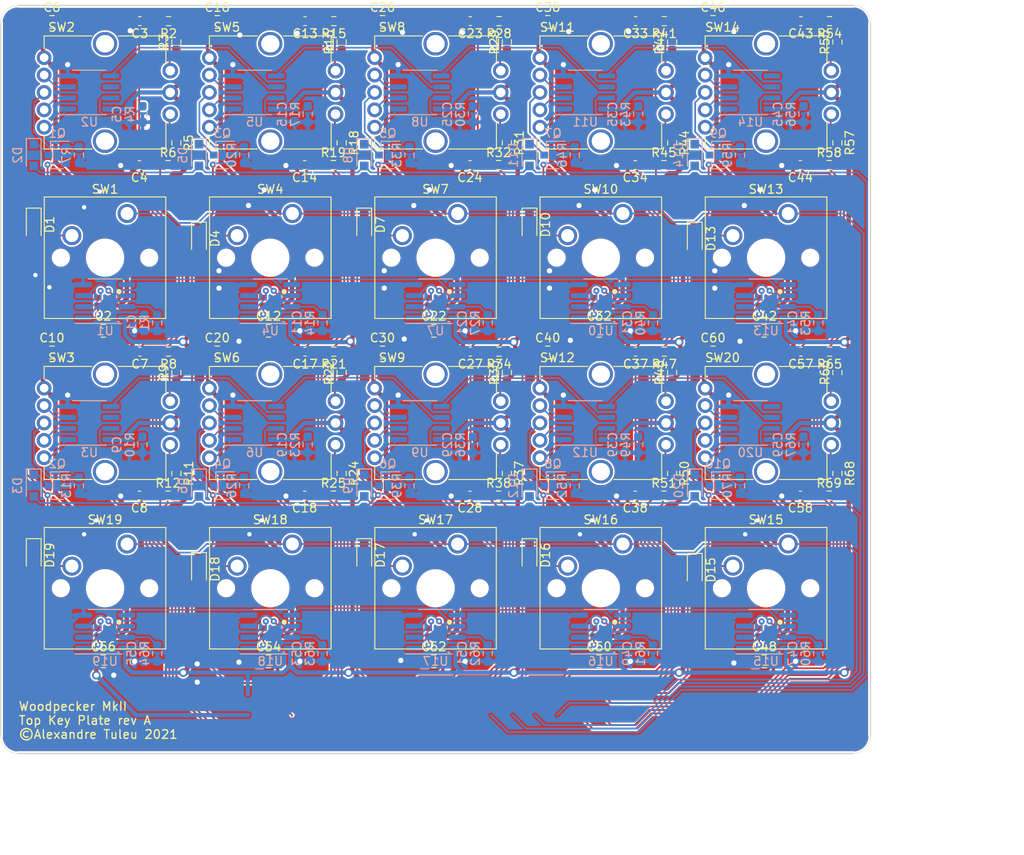
<source format=kicad_pcb>
(kicad_pcb (version 20171130) (host pcbnew 5.1.9-73d0e3b20d~88~ubuntu20.04.1)
  (layers (0 F.Cu signal) (31 B.Cu signal) (34 B.Paste user) (35 F.Paste user) (36 B.SilkS user) (37 F.SilkS user) (38 B.Mask user) (39 F.Mask user) (44 Edge.Cuts user))
  (net 0 "")
  (net 1 GND)
  (net 2 +3V3)
  (net 3 VLED)
  (net 4 "Net-(D1-Pad2)")
  (net 5 "Net-(D2-Pad1)")
  (net 6 "Net-(D3-Pad1)")
  (net 7 "Net-(D4-Pad2)")
  (net 8 "Net-(D5-Pad1)")
  (net 9 "Net-(D6-Pad1)")
  (net 10 "Net-(D7-Pad2)")
  (net 11 "Net-(D8-Pad1)")
  (net 12 "Net-(D9-Pad1)")
  (net 13 "Net-(D10-Pad2)")
  (net 14 "Net-(D11-Pad1)")
  (net 15 "Net-(D12-Pad1)")
  (net 16 "Net-(D13-Pad2)")
  (net 17 "Net-(D14-Pad1)")
  (net 18 "Net-(D16-Pad2)")
  (net 19 "Net-(D17-Pad2)")
  (net 20 "Net-(D18-Pad2)")
  (net 21 "Net-(D19-Pad2)")
  (net 22 "Net-(Q1-Pad1)")
  (net 23 "Net-(Q2-Pad1)")
  (net 24 "Net-(Q3-Pad1)")
  (net 25 "Net-(Q4-Pad1)")
  (net 26 "Net-(Q5-Pad1)")
  (net 27 "Net-(Q6-Pad1)")
  (net 28 "Net-(Q7-Pad1)")
  (net 29 "Net-(Q8-Pad1)")
  (net 30 "Net-(Q9-Pad1)")
  (net 31 "Net-(Q10-Pad1)")
  (net 32 "Net-(R1-Pad1)")
  (net 33 "Net-(R2-Pad1)")
  (net 34 "Net-(R4-Pad1)")
  (net 35 "Net-(R5-Pad2)")
  (net 36 "Net-(R8-Pad1)")
  (net 37 "Net-(R10-Pad1)")
  (net 38 "Net-(R11-Pad2)")
  (net 39 "Net-(R14-Pad1)")
  (net 40 "Net-(R15-Pad1)")
  (net 41 "Net-(R17-Pad1)")
  (net 42 "Net-(R18-Pad2)")
  (net 43 "Net-(R21-Pad1)")
  (net 44 "Net-(R23-Pad1)")
  (net 45 "Net-(R24-Pad2)")
  (net 46 "Net-(R27-Pad1)")
  (net 47 "Net-(R28-Pad1)")
  (net 48 "Net-(R30-Pad1)")
  (net 49 "Net-(R31-Pad2)")
  (net 50 "Net-(R34-Pad1)")
  (net 51 "Net-(R36-Pad1)")
  (net 52 "Net-(R37-Pad2)")
  (net 53 "Net-(R40-Pad1)")
  (net 54 "Net-(R41-Pad1)")
  (net 55 "Net-(R43-Pad1)")
  (net 56 "Net-(R44-Pad2)")
  (net 57 "Net-(R47-Pad1)")
  (net 58 "Net-(R49-Pad1)")
  (net 59 "Net-(R50-Pad2)")
  (net 60 "Net-(R53-Pad1)")
  (net 61 "Net-(R54-Pad1)")
  (net 62 "Net-(R56-Pad1)")
  (net 63 "Net-(R57-Pad2)")
  (net 64 "Net-(R60-Pad1)")
  (net 65 "Net-(R62-Pad1)")
  (net 66 "Net-(R67-Pad1)")
  (net 67 "Net-(SW1-Pad4)")
  (net 68 "Net-(SW1-Pad2)")
  (net 69 "Net-(SW1-Pad1)")
  (net 70 "Net-(SW2-Pad4)")
  (net 71 "Net-(SW2-Pad2)")
  (net 72 "Net-(SW2-Pad1)")
  (net 73 "Net-(SW3-Pad4)")
  (net 74 "Net-(SW3-Pad2)")
  (net 75 "Net-(SW3-Pad1)")
  (net 76 "Net-(SW4-Pad4)")
  (net 77 "Net-(SW4-Pad2)")
  (net 78 "Net-(SW4-Pad1)")
  (net 79 "Net-(SW5-Pad4)")
  (net 80 "Net-(SW5-Pad2)")
  (net 81 "Net-(SW5-Pad1)")
  (net 82 "Net-(SW6-Pad4)")
  (net 83 "Net-(SW6-Pad2)")
  (net 84 "Net-(SW6-Pad1)")
  (net 85 "Net-(SW7-Pad4)")
  (net 86 "Net-(SW7-Pad2)")
  (net 87 "Net-(SW7-Pad1)")
  (net 88 "Net-(SW8-Pad4)")
  (net 89 "Net-(SW8-Pad2)")
  (net 90 "Net-(SW8-Pad1)")
  (net 91 "Net-(SW9-Pad4)")
  (net 92 "Net-(SW9-Pad2)")
  (net 93 "Net-(SW9-Pad1)")
  (net 94 "Net-(SW10-Pad4)")
  (net 95 "Net-(SW10-Pad2)")
  (net 96 "Net-(SW10-Pad1)")
  (net 97 "Net-(SW11-Pad4)")
  (net 98 "Net-(SW11-Pad2)")
  (net 99 "Net-(SW11-Pad1)")
  (net 100 "Net-(SW12-Pad4)")
  (net 101 "Net-(SW12-Pad2)")
  (net 102 "Net-(SW12-Pad1)")
  (net 103 "Net-(SW13-Pad4)")
  (net 104 "Net-(SW13-Pad2)")
  (net 105 "Net-(SW13-Pad1)")
  (net 106 "Net-(SW14-Pad4)")
  (net 107 "Net-(SW14-Pad2)")
  (net 108 "Net-(SW14-Pad1)")
  (net 109 "Net-(SW15-Pad4)")
  (net 110 "Net-(SW15-Pad2)")
  (net 111 "Net-(SW15-Pad1)")
  (net 112 "Net-(SW16-Pad4)")
  (net 113 "Net-(SW16-Pad2)")
  (net 114 "Net-(SW16-Pad1)")
  (net 115 "Net-(SW17-Pad4)")
  (net 116 "Net-(SW17-Pad2)")
  (net 117 "Net-(SW17-Pad1)")
  (net 118 "Net-(SW18-Pad4)")
  (net 119 "Net-(SW18-Pad2)")
  (net 120 "Net-(SW18-Pad1)")
  (net 121 "Net-(SW19-Pad4)")
  (net 122 "Net-(SW19-Pad2)")
  (net 123 "Net-(SW19-Pad1)")
  (net 124 "Net-(SW20-Pad4)")
  (net 125 "Net-(SW20-Pad2)")
  (net 126 "Net-(SW20-Pad1)")
  (net 127 /QA1)
  (net 128 /TopSection_1/QB1)
  (net 129 /TopSection_1/QA1)
  (net 130 /TopSection_1/QB6)
  (net 131 /TopSection_1/QA6)
  (net 132 /TopSection_1/QB2)
  (net 133 /TopSection_1/QA2)
  (net 134 /TopSection_1/QB7)
  (net 135 /TopSection_1/QA7)
  (net 136 /TopSection_1/QB3)
  (net 137 /TopSection_1/QA3)
  (net 138 /TopSection_1/QB8)
  (net 139 /TopSection_1/QA8)
  (net 140 /TopSection_1/QB4)
  (net 141 /TopSection_1/QA4)
  (net 142 /TopSection_1/QB9)
  (net 143 /TopSection_1/QA9)
  (net 144 /TopSection_1/QB5)
  (net 145 /TopSection_1/QA5)
  (net 146 /TopSection_1/QB10)
  (net 147 /TopSection_1/QA10)
  (net 148 /TopSection_1/COL1)
  (net 149 /TopSection_1/R1)
  (net 150 /TopSection_1/R3)
  (net 151 /TopSection_1/COL2)
  (net 152 /TopSection_1/COL3)
  (net 153 /TopSection_1/COL4)
  (net 154 /TopSection_1/COL5)
  (net 155 "Net-(D15-Pad2)")
  (net 156 "Net-(D20-Pad1)")
  (net 157 "Net-(R61-Pad1)")
  (net 158 "Net-(R63-Pad1)")
  (net 159 "Net-(R64-Pad1)")
  (net 160 "Net-(R65-Pad1)")
  (net 161 "Net-(R68-Pad2)")
  (net 162 /TopSection_1/R2)
  (net 163 /TopSection_1/R4)
  (net 164 /TopSection_1/MX_2/DI)
  (net 165 /TopSection_1/PEL12T_2/DI)
  (net 166 /TopSection_1/PEL12T_7/DI)
  (net 167 /TopSection_1/MX_3/DI)
  (net 168 /TopSection_1/PEL12T_3/DI)
  (net 169 /TopSection_1/PEL12T_8/DI)
  (net 170 /TopSection_1/MX_4/DI)
  (net 171 /TopSection_1/PEL12T_4/DI)
  (net 172 /TopSection_1/PEL12T_9/DI)
  (net 173 /TopSection_1/MX_5/DI)
  (net 174 /TopSection_1/PEL12T_5/DI)
  (net 175 /TopSection_1/PEL12T_10/DI)
  (net 176 /TopSection_1/MX_10/DI)
  (net 177 /TopSection_1/MX_9/DI)
  (net 178 /TopSection_1/MX_8/DI)
  (net 179 /TopSection_1/MX_7/DI)
  (module Package_SO:SOIC-8_3.9x4.9mm_P1.27mm (layer B.Cu) (at 214.2 109)
    (fp_text reference U20 (at 0 3.4) (layer B.SilkS) (effects (justify mirror)))
    (fp_text value TLC5973)
    (pad 8 smd roundrect (at 2.475 1.905) (size 1.95 0.6) (layers B.Cu B.Paste B.Mask) (net 2 +3V3))
    (pad 7 smd roundrect (at 2.475 0.635) (size 1.95 0.6) (layers B.Cu B.Paste B.Mask) (net 66 "Net-(R67-Pad1)"))
    (pad 6 smd roundrect (at 2.475 -0.635) (size 1.95 0.6) (layers B.Cu B.Paste B.Mask) (net 175 /TopSection_1/PEL12T_10/DI))
    (pad 5 smd roundrect (at 2.475 -1.905) (size 1.95 0.6) (layers B.Cu B.Paste B.Mask))
    (pad 4 smd roundrect (at -2.475 -1.905) (size 1.95 0.6) (layers B.Cu B.Paste B.Mask) (net 1 GND))
    (pad 3 smd roundrect (at -2.475 -0.635) (size 1.95 0.6) (layers B.Cu B.Paste B.Mask) (net 124 "Net-(SW20-Pad4)"))
    (pad 2 smd roundrect (at -2.475 0.635) (size 1.95 0.6) (layers B.Cu B.Paste B.Mask) (net 125 "Net-(SW20-Pad2)"))
    (pad 1 smd roundrect (at -2.475 1.905) (size 1.95 0.6) (layers B.Cu B.Paste B.Mask) (net 126 "Net-(SW20-Pad1)"))
  )
  (module Package_SO:SOIC-8_3.9x4.9mm_P1.27mm (layer B.Cu) (at 140 133)
    (fp_text reference U19 (at 0 3.4) (layer B.SilkS) (effects (justify mirror)))
    (fp_text value TLC5973)
    (pad 8 smd roundrect (at 2.475 1.905) (size 1.95 0.6) (layers B.Cu B.Paste B.Mask) (net 2 +3V3))
    (pad 7 smd roundrect (at 2.475 0.635) (size 1.95 0.6) (layers B.Cu B.Paste B.Mask) (net 159 "Net-(R64-Pad1)"))
    (pad 6 smd roundrect (at 2.475 -0.635) (size 1.95 0.6) (layers B.Cu B.Paste B.Mask))
    (pad 5 smd roundrect (at 2.475 -1.905) (size 1.95 0.6) (layers B.Cu B.Paste B.Mask) (net 179 /TopSection_1/MX_7/DI))
    (pad 4 smd roundrect (at -2.475 -1.905) (size 1.95 0.6) (layers B.Cu B.Paste B.Mask) (net 1 GND))
    (pad 3 smd roundrect (at -2.475 -0.635) (size 1.95 0.6) (layers B.Cu B.Paste B.Mask) (net 123 "Net-(SW19-Pad1)"))
    (pad 2 smd roundrect (at -2.475 0.635) (size 1.95 0.6) (layers B.Cu B.Paste B.Mask) (net 122 "Net-(SW19-Pad2)"))
    (pad 1 smd roundrect (at -2.475 1.905) (size 1.95 0.6) (layers B.Cu B.Paste B.Mask) (net 121 "Net-(SW19-Pad4)"))
  )
  (module Package_SO:SOIC-8_3.9x4.9mm_P1.27mm (layer B.Cu) (at 159 133)
    (fp_text reference U18 (at 0 3.4) (layer B.SilkS) (effects (justify mirror)))
    (fp_text value TLC5973)
    (pad 8 smd roundrect (at 2.475 1.905) (size 1.95 0.6) (layers B.Cu B.Paste B.Mask) (net 2 +3V3))
    (pad 7 smd roundrect (at 2.475 0.635) (size 1.95 0.6) (layers B.Cu B.Paste B.Mask) (net 158 "Net-(R63-Pad1)"))
    (pad 6 smd roundrect (at 2.475 -0.635) (size 1.95 0.6) (layers B.Cu B.Paste B.Mask) (net 179 /TopSection_1/MX_7/DI))
    (pad 5 smd roundrect (at 2.475 -1.905) (size 1.95 0.6) (layers B.Cu B.Paste B.Mask) (net 178 /TopSection_1/MX_8/DI))
    (pad 4 smd roundrect (at -2.475 -1.905) (size 1.95 0.6) (layers B.Cu B.Paste B.Mask) (net 1 GND))
    (pad 3 smd roundrect (at -2.475 -0.635) (size 1.95 0.6) (layers B.Cu B.Paste B.Mask) (net 120 "Net-(SW18-Pad1)"))
    (pad 2 smd roundrect (at -2.475 0.635) (size 1.95 0.6) (layers B.Cu B.Paste B.Mask) (net 119 "Net-(SW18-Pad2)"))
    (pad 1 smd roundrect (at -2.475 1.905) (size 1.95 0.6) (layers B.Cu B.Paste B.Mask) (net 118 "Net-(SW18-Pad4)"))
  )
  (module Package_SO:SOIC-8_3.9x4.9mm_P1.27mm (layer B.Cu) (at 178 133)
    (fp_text reference U17 (at 0 3.4) (layer B.SilkS) (effects (justify mirror)))
    (fp_text value TLC5973)
    (pad 8 smd roundrect (at 2.475 1.905) (size 1.95 0.6) (layers B.Cu B.Paste B.Mask) (net 2 +3V3))
    (pad 7 smd roundrect (at 2.475 0.635) (size 1.95 0.6) (layers B.Cu B.Paste B.Mask) (net 65 "Net-(R62-Pad1)"))
    (pad 6 smd roundrect (at 2.475 -0.635) (size 1.95 0.6) (layers B.Cu B.Paste B.Mask) (net 178 /TopSection_1/MX_8/DI))
    (pad 5 smd roundrect (at 2.475 -1.905) (size 1.95 0.6) (layers B.Cu B.Paste B.Mask) (net 177 /TopSection_1/MX_9/DI))
    (pad 4 smd roundrect (at -2.475 -1.905) (size 1.95 0.6) (layers B.Cu B.Paste B.Mask) (net 1 GND))
    (pad 3 smd roundrect (at -2.475 -0.635) (size 1.95 0.6) (layers B.Cu B.Paste B.Mask) (net 117 "Net-(SW17-Pad1)"))
    (pad 2 smd roundrect (at -2.475 0.635) (size 1.95 0.6) (layers B.Cu B.Paste B.Mask) (net 116 "Net-(SW17-Pad2)"))
    (pad 1 smd roundrect (at -2.475 1.905) (size 1.95 0.6) (layers B.Cu B.Paste B.Mask) (net 115 "Net-(SW17-Pad4)"))
  )
  (module Package_SO:SOIC-8_3.9x4.9mm_P1.27mm (layer B.Cu) (at 197 133)
    (fp_text reference U16 (at 0 3.4) (layer B.SilkS) (effects (justify mirror)))
    (fp_text value TLC5973)
    (pad 8 smd roundrect (at 2.475 1.905) (size 1.95 0.6) (layers B.Cu B.Paste B.Mask) (net 2 +3V3))
    (pad 7 smd roundrect (at 2.475 0.635) (size 1.95 0.6) (layers B.Cu B.Paste B.Mask) (net 157 "Net-(R61-Pad1)"))
    (pad 6 smd roundrect (at 2.475 -0.635) (size 1.95 0.6) (layers B.Cu B.Paste B.Mask) (net 177 /TopSection_1/MX_9/DI))
    (pad 5 smd roundrect (at 2.475 -1.905) (size 1.95 0.6) (layers B.Cu B.Paste B.Mask) (net 176 /TopSection_1/MX_10/DI))
    (pad 4 smd roundrect (at -2.475 -1.905) (size 1.95 0.6) (layers B.Cu B.Paste B.Mask) (net 1 GND))
    (pad 3 smd roundrect (at -2.475 -0.635) (size 1.95 0.6) (layers B.Cu B.Paste B.Mask) (net 114 "Net-(SW16-Pad1)"))
    (pad 2 smd roundrect (at -2.475 0.635) (size 1.95 0.6) (layers B.Cu B.Paste B.Mask) (net 113 "Net-(SW16-Pad2)"))
    (pad 1 smd roundrect (at -2.475 1.905) (size 1.95 0.6) (layers B.Cu B.Paste B.Mask) (net 112 "Net-(SW16-Pad4)"))
  )
  (module Package_SO:SOIC-8_3.9x4.9mm_P1.27mm (layer B.Cu) (at 216 133)
    (fp_text reference U15 (at 0 3.4) (layer B.SilkS) (effects (justify mirror)))
    (fp_text value TLC5973)
    (pad 8 smd roundrect (at 2.475 1.905) (size 1.95 0.6) (layers B.Cu B.Paste B.Mask) (net 2 +3V3))
    (pad 7 smd roundrect (at 2.475 0.635) (size 1.95 0.6) (layers B.Cu B.Paste B.Mask) (net 64 "Net-(R60-Pad1)"))
    (pad 6 smd roundrect (at 2.475 -0.635) (size 1.95 0.6) (layers B.Cu B.Paste B.Mask) (net 176 /TopSection_1/MX_10/DI))
    (pad 5 smd roundrect (at 2.475 -1.905) (size 1.95 0.6) (layers B.Cu B.Paste B.Mask))
    (pad 4 smd roundrect (at -2.475 -1.905) (size 1.95 0.6) (layers B.Cu B.Paste B.Mask) (net 1 GND))
    (pad 3 smd roundrect (at -2.475 -0.635) (size 1.95 0.6) (layers B.Cu B.Paste B.Mask) (net 111 "Net-(SW15-Pad1)"))
    (pad 2 smd roundrect (at -2.475 0.635) (size 1.95 0.6) (layers B.Cu B.Paste B.Mask) (net 110 "Net-(SW15-Pad2)"))
    (pad 1 smd roundrect (at -2.475 1.905) (size 1.95 0.6) (layers B.Cu B.Paste B.Mask) (net 109 "Net-(SW15-Pad4)"))
  )
  (module Package_SO:SOIC-8_3.9x4.9mm_P1.27mm (layer B.Cu) (at 214.2 71)
    (fp_text reference U14 (at 0 3.4) (layer B.SilkS) (effects (justify mirror)))
    (fp_text value TLC5973)
    (pad 8 smd roundrect (at 2.475 1.905) (size 1.95 0.6) (layers B.Cu B.Paste B.Mask) (net 2 +3V3))
    (pad 7 smd roundrect (at 2.475 0.635) (size 1.95 0.6) (layers B.Cu B.Paste B.Mask) (net 62 "Net-(R56-Pad1)"))
    (pad 6 smd roundrect (at 2.475 -0.635) (size 1.95 0.6) (layers B.Cu B.Paste B.Mask) (net 174 /TopSection_1/PEL12T_5/DI))
    (pad 5 smd roundrect (at 2.475 -1.905) (size 1.95 0.6) (layers B.Cu B.Paste B.Mask))
    (pad 4 smd roundrect (at -2.475 -1.905) (size 1.95 0.6) (layers B.Cu B.Paste B.Mask) (net 1 GND))
    (pad 3 smd roundrect (at -2.475 -0.635) (size 1.95 0.6) (layers B.Cu B.Paste B.Mask) (net 106 "Net-(SW14-Pad4)"))
    (pad 2 smd roundrect (at -2.475 0.635) (size 1.95 0.6) (layers B.Cu B.Paste B.Mask) (net 107 "Net-(SW14-Pad2)"))
    (pad 1 smd roundrect (at -2.475 1.905) (size 1.95 0.6) (layers B.Cu B.Paste B.Mask) (net 108 "Net-(SW14-Pad1)"))
  )
  (module Package_SO:SOIC-8_3.9x4.9mm_P1.27mm (layer B.Cu) (at 216 95)
    (fp_text reference U13 (at 0 3.4) (layer B.SilkS) (effects (justify mirror)))
    (fp_text value TLC5973)
    (pad 8 smd roundrect (at 2.475 1.905) (size 1.95 0.6) (layers B.Cu B.Paste B.Mask) (net 2 +3V3))
    (pad 7 smd roundrect (at 2.475 0.635) (size 1.95 0.6) (layers B.Cu B.Paste B.Mask) (net 60 "Net-(R53-Pad1)"))
    (pad 6 smd roundrect (at 2.475 -0.635) (size 1.95 0.6) (layers B.Cu B.Paste B.Mask) (net 173 /TopSection_1/MX_5/DI))
    (pad 5 smd roundrect (at 2.475 -1.905) (size 1.95 0.6) (layers B.Cu B.Paste B.Mask))
    (pad 4 smd roundrect (at -2.475 -1.905) (size 1.95 0.6) (layers B.Cu B.Paste B.Mask) (net 1 GND))
    (pad 3 smd roundrect (at -2.475 -0.635) (size 1.95 0.6) (layers B.Cu B.Paste B.Mask) (net 105 "Net-(SW13-Pad1)"))
    (pad 2 smd roundrect (at -2.475 0.635) (size 1.95 0.6) (layers B.Cu B.Paste B.Mask) (net 104 "Net-(SW13-Pad2)"))
    (pad 1 smd roundrect (at -2.475 1.905) (size 1.95 0.6) (layers B.Cu B.Paste B.Mask) (net 103 "Net-(SW13-Pad4)"))
  )
  (module Package_SO:SOIC-8_3.9x4.9mm_P1.27mm (layer B.Cu) (at 195.2 109)
    (fp_text reference U12 (at 0 3.4) (layer B.SilkS) (effects (justify mirror)))
    (fp_text value TLC5973)
    (pad 8 smd roundrect (at 2.475 1.905) (size 1.95 0.6) (layers B.Cu B.Paste B.Mask) (net 2 +3V3))
    (pad 7 smd roundrect (at 2.475 0.635) (size 1.95 0.6) (layers B.Cu B.Paste B.Mask) (net 58 "Net-(R49-Pad1)"))
    (pad 6 smd roundrect (at 2.475 -0.635) (size 1.95 0.6) (layers B.Cu B.Paste B.Mask) (net 172 /TopSection_1/PEL12T_9/DI))
    (pad 5 smd roundrect (at 2.475 -1.905) (size 1.95 0.6) (layers B.Cu B.Paste B.Mask) (net 175 /TopSection_1/PEL12T_10/DI))
    (pad 4 smd roundrect (at -2.475 -1.905) (size 1.95 0.6) (layers B.Cu B.Paste B.Mask) (net 1 GND))
    (pad 3 smd roundrect (at -2.475 -0.635) (size 1.95 0.6) (layers B.Cu B.Paste B.Mask) (net 100 "Net-(SW12-Pad4)"))
    (pad 2 smd roundrect (at -2.475 0.635) (size 1.95 0.6) (layers B.Cu B.Paste B.Mask) (net 101 "Net-(SW12-Pad2)"))
    (pad 1 smd roundrect (at -2.475 1.905) (size 1.95 0.6) (layers B.Cu B.Paste B.Mask) (net 102 "Net-(SW12-Pad1)"))
  )
  (module Package_SO:SOIC-8_3.9x4.9mm_P1.27mm (layer B.Cu) (at 195.2 71)
    (fp_text reference U11 (at 0 3.4) (layer B.SilkS) (effects (justify mirror)))
    (fp_text value TLC5973)
    (pad 8 smd roundrect (at 2.475 1.905) (size 1.95 0.6) (layers B.Cu B.Paste B.Mask) (net 2 +3V3))
    (pad 7 smd roundrect (at 2.475 0.635) (size 1.95 0.6) (layers B.Cu B.Paste B.Mask) (net 55 "Net-(R43-Pad1)"))
    (pad 6 smd roundrect (at 2.475 -0.635) (size 1.95 0.6) (layers B.Cu B.Paste B.Mask) (net 171 /TopSection_1/PEL12T_4/DI))
    (pad 5 smd roundrect (at 2.475 -1.905) (size 1.95 0.6) (layers B.Cu B.Paste B.Mask) (net 174 /TopSection_1/PEL12T_5/DI))
    (pad 4 smd roundrect (at -2.475 -1.905) (size 1.95 0.6) (layers B.Cu B.Paste B.Mask) (net 1 GND))
    (pad 3 smd roundrect (at -2.475 -0.635) (size 1.95 0.6) (layers B.Cu B.Paste B.Mask) (net 97 "Net-(SW11-Pad4)"))
    (pad 2 smd roundrect (at -2.475 0.635) (size 1.95 0.6) (layers B.Cu B.Paste B.Mask) (net 98 "Net-(SW11-Pad2)"))
    (pad 1 smd roundrect (at -2.475 1.905) (size 1.95 0.6) (layers B.Cu B.Paste B.Mask) (net 99 "Net-(SW11-Pad1)"))
  )
  (module Package_SO:SOIC-8_3.9x4.9mm_P1.27mm (layer B.Cu) (at 197 95)
    (fp_text reference U10 (at 0 3.4) (layer B.SilkS) (effects (justify mirror)))
    (fp_text value TLC5973)
    (pad 8 smd roundrect (at 2.475 1.905) (size 1.95 0.6) (layers B.Cu B.Paste B.Mask) (net 2 +3V3))
    (pad 7 smd roundrect (at 2.475 0.635) (size 1.95 0.6) (layers B.Cu B.Paste B.Mask) (net 53 "Net-(R40-Pad1)"))
    (pad 6 smd roundrect (at 2.475 -0.635) (size 1.95 0.6) (layers B.Cu B.Paste B.Mask) (net 170 /TopSection_1/MX_4/DI))
    (pad 5 smd roundrect (at 2.475 -1.905) (size 1.95 0.6) (layers B.Cu B.Paste B.Mask) (net 173 /TopSection_1/MX_5/DI))
    (pad 4 smd roundrect (at -2.475 -1.905) (size 1.95 0.6) (layers B.Cu B.Paste B.Mask) (net 1 GND))
    (pad 3 smd roundrect (at -2.475 -0.635) (size 1.95 0.6) (layers B.Cu B.Paste B.Mask) (net 96 "Net-(SW10-Pad1)"))
    (pad 2 smd roundrect (at -2.475 0.635) (size 1.95 0.6) (layers B.Cu B.Paste B.Mask) (net 95 "Net-(SW10-Pad2)"))
    (pad 1 smd roundrect (at -2.475 1.905) (size 1.95 0.6) (layers B.Cu B.Paste B.Mask) (net 94 "Net-(SW10-Pad4)"))
  )
  (module Package_SO:SOIC-8_3.9x4.9mm_P1.27mm (layer B.Cu) (at 176.2 109)
    (fp_text reference U9 (at 0 3.4) (layer B.SilkS) (effects (justify mirror)))
    (fp_text value TLC5973)
    (pad 8 smd roundrect (at 2.475 1.905) (size 1.95 0.6) (layers B.Cu B.Paste B.Mask) (net 2 +3V3))
    (pad 7 smd roundrect (at 2.475 0.635) (size 1.95 0.6) (layers B.Cu B.Paste B.Mask) (net 51 "Net-(R36-Pad1)"))
    (pad 6 smd roundrect (at 2.475 -0.635) (size 1.95 0.6) (layers B.Cu B.Paste B.Mask) (net 169 /TopSection_1/PEL12T_8/DI))
    (pad 5 smd roundrect (at 2.475 -1.905) (size 1.95 0.6) (layers B.Cu B.Paste B.Mask) (net 172 /TopSection_1/PEL12T_9/DI))
    (pad 4 smd roundrect (at -2.475 -1.905) (size 1.95 0.6) (layers B.Cu B.Paste B.Mask) (net 1 GND))
    (pad 3 smd roundrect (at -2.475 -0.635) (size 1.95 0.6) (layers B.Cu B.Paste B.Mask) (net 91 "Net-(SW9-Pad4)"))
    (pad 2 smd roundrect (at -2.475 0.635) (size 1.95 0.6) (layers B.Cu B.Paste B.Mask) (net 92 "Net-(SW9-Pad2)"))
    (pad 1 smd roundrect (at -2.475 1.905) (size 1.95 0.6) (layers B.Cu B.Paste B.Mask) (net 93 "Net-(SW9-Pad1)"))
  )
  (module Package_SO:SOIC-8_3.9x4.9mm_P1.27mm (layer B.Cu) (at 176.2 71)
    (fp_text reference U8 (at 0 3.4) (layer B.SilkS) (effects (justify mirror)))
    (fp_text value TLC5973)
    (pad 8 smd roundrect (at 2.475 1.905) (size 1.95 0.6) (layers B.Cu B.Paste B.Mask) (net 2 +3V3))
    (pad 7 smd roundrect (at 2.475 0.635) (size 1.95 0.6) (layers B.Cu B.Paste B.Mask) (net 48 "Net-(R30-Pad1)"))
    (pad 6 smd roundrect (at 2.475 -0.635) (size 1.95 0.6) (layers B.Cu B.Paste B.Mask) (net 168 /TopSection_1/PEL12T_3/DI))
    (pad 5 smd roundrect (at 2.475 -1.905) (size 1.95 0.6) (layers B.Cu B.Paste B.Mask) (net 171 /TopSection_1/PEL12T_4/DI))
    (pad 4 smd roundrect (at -2.475 -1.905) (size 1.95 0.6) (layers B.Cu B.Paste B.Mask) (net 1 GND))
    (pad 3 smd roundrect (at -2.475 -0.635) (size 1.95 0.6) (layers B.Cu B.Paste B.Mask) (net 88 "Net-(SW8-Pad4)"))
    (pad 2 smd roundrect (at -2.475 0.635) (size 1.95 0.6) (layers B.Cu B.Paste B.Mask) (net 89 "Net-(SW8-Pad2)"))
    (pad 1 smd roundrect (at -2.475 1.905) (size 1.95 0.6) (layers B.Cu B.Paste B.Mask) (net 90 "Net-(SW8-Pad1)"))
  )
  (module Package_SO:SOIC-8_3.9x4.9mm_P1.27mm (layer B.Cu) (at 178 95)
    (fp_text reference U7 (at 0 3.4) (layer B.SilkS) (effects (justify mirror)))
    (fp_text value TLC5973)
    (pad 8 smd roundrect (at 2.475 1.905) (size 1.95 0.6) (layers B.Cu B.Paste B.Mask) (net 2 +3V3))
    (pad 7 smd roundrect (at 2.475 0.635) (size 1.95 0.6) (layers B.Cu B.Paste B.Mask) (net 46 "Net-(R27-Pad1)"))
    (pad 6 smd roundrect (at 2.475 -0.635) (size 1.95 0.6) (layers B.Cu B.Paste B.Mask) (net 167 /TopSection_1/MX_3/DI))
    (pad 5 smd roundrect (at 2.475 -1.905) (size 1.95 0.6) (layers B.Cu B.Paste B.Mask) (net 170 /TopSection_1/MX_4/DI))
    (pad 4 smd roundrect (at -2.475 -1.905) (size 1.95 0.6) (layers B.Cu B.Paste B.Mask) (net 1 GND))
    (pad 3 smd roundrect (at -2.475 -0.635) (size 1.95 0.6) (layers B.Cu B.Paste B.Mask) (net 87 "Net-(SW7-Pad1)"))
    (pad 2 smd roundrect (at -2.475 0.635) (size 1.95 0.6) (layers B.Cu B.Paste B.Mask) (net 86 "Net-(SW7-Pad2)"))
    (pad 1 smd roundrect (at -2.475 1.905) (size 1.95 0.6) (layers B.Cu B.Paste B.Mask) (net 85 "Net-(SW7-Pad4)"))
  )
  (module Package_SO:SOIC-8_3.9x4.9mm_P1.27mm (layer B.Cu) (at 157.2 109)
    (fp_text reference U6 (at 0 3.4) (layer B.SilkS) (effects (justify mirror)))
    (fp_text value TLC5973)
    (pad 8 smd roundrect (at 2.475 1.905) (size 1.95 0.6) (layers B.Cu B.Paste B.Mask) (net 2 +3V3))
    (pad 7 smd roundrect (at 2.475 0.635) (size 1.95 0.6) (layers B.Cu B.Paste B.Mask) (net 44 "Net-(R23-Pad1)"))
    (pad 6 smd roundrect (at 2.475 -0.635) (size 1.95 0.6) (layers B.Cu B.Paste B.Mask) (net 166 /TopSection_1/PEL12T_7/DI))
    (pad 5 smd roundrect (at 2.475 -1.905) (size 1.95 0.6) (layers B.Cu B.Paste B.Mask) (net 169 /TopSection_1/PEL12T_8/DI))
    (pad 4 smd roundrect (at -2.475 -1.905) (size 1.95 0.6) (layers B.Cu B.Paste B.Mask) (net 1 GND))
    (pad 3 smd roundrect (at -2.475 -0.635) (size 1.95 0.6) (layers B.Cu B.Paste B.Mask) (net 82 "Net-(SW6-Pad4)"))
    (pad 2 smd roundrect (at -2.475 0.635) (size 1.95 0.6) (layers B.Cu B.Paste B.Mask) (net 83 "Net-(SW6-Pad2)"))
    (pad 1 smd roundrect (at -2.475 1.905) (size 1.95 0.6) (layers B.Cu B.Paste B.Mask) (net 84 "Net-(SW6-Pad1)"))
  )
  (module Package_SO:SOIC-8_3.9x4.9mm_P1.27mm (layer B.Cu) (at 157.2 71)
    (fp_text reference U5 (at 0 3.4) (layer B.SilkS) (effects (justify mirror)))
    (fp_text value TLC5973)
    (pad 8 smd roundrect (at 2.475 1.905) (size 1.95 0.6) (layers B.Cu B.Paste B.Mask) (net 2 +3V3))
    (pad 7 smd roundrect (at 2.475 0.635) (size 1.95 0.6) (layers B.Cu B.Paste B.Mask) (net 41 "Net-(R17-Pad1)"))
    (pad 6 smd roundrect (at 2.475 -0.635) (size 1.95 0.6) (layers B.Cu B.Paste B.Mask) (net 165 /TopSection_1/PEL12T_2/DI))
    (pad 5 smd roundrect (at 2.475 -1.905) (size 1.95 0.6) (layers B.Cu B.Paste B.Mask) (net 168 /TopSection_1/PEL12T_3/DI))
    (pad 4 smd roundrect (at -2.475 -1.905) (size 1.95 0.6) (layers B.Cu B.Paste B.Mask) (net 1 GND))
    (pad 3 smd roundrect (at -2.475 -0.635) (size 1.95 0.6) (layers B.Cu B.Paste B.Mask) (net 79 "Net-(SW5-Pad4)"))
    (pad 2 smd roundrect (at -2.475 0.635) (size 1.95 0.6) (layers B.Cu B.Paste B.Mask) (net 80 "Net-(SW5-Pad2)"))
    (pad 1 smd roundrect (at -2.475 1.905) (size 1.95 0.6) (layers B.Cu B.Paste B.Mask) (net 81 "Net-(SW5-Pad1)"))
  )
  (module Package_SO:SOIC-8_3.9x4.9mm_P1.27mm (layer B.Cu) (at 159 95)
    (fp_text reference U4 (at 0 3.4) (layer B.SilkS) (effects (justify mirror)))
    (fp_text value TLC5973)
    (pad 8 smd roundrect (at 2.475 1.905) (size 1.95 0.6) (layers B.Cu B.Paste B.Mask) (net 2 +3V3))
    (pad 7 smd roundrect (at 2.475 0.635) (size 1.95 0.6) (layers B.Cu B.Paste B.Mask) (net 39 "Net-(R14-Pad1)"))
    (pad 6 smd roundrect (at 2.475 -0.635) (size 1.95 0.6) (layers B.Cu B.Paste B.Mask) (net 164 /TopSection_1/MX_2/DI))
    (pad 5 smd roundrect (at 2.475 -1.905) (size 1.95 0.6) (layers B.Cu B.Paste B.Mask) (net 167 /TopSection_1/MX_3/DI))
    (pad 4 smd roundrect (at -2.475 -1.905) (size 1.95 0.6) (layers B.Cu B.Paste B.Mask) (net 1 GND))
    (pad 3 smd roundrect (at -2.475 -0.635) (size 1.95 0.6) (layers B.Cu B.Paste B.Mask) (net 78 "Net-(SW4-Pad1)"))
    (pad 2 smd roundrect (at -2.475 0.635) (size 1.95 0.6) (layers B.Cu B.Paste B.Mask) (net 77 "Net-(SW4-Pad2)"))
    (pad 1 smd roundrect (at -2.475 1.905) (size 1.95 0.6) (layers B.Cu B.Paste B.Mask) (net 76 "Net-(SW4-Pad4)"))
  )
  (module Package_SO:SOIC-8_3.9x4.9mm_P1.27mm (layer B.Cu) (at 138.2 109)
    (fp_text reference U3 (at 0 3.4) (layer B.SilkS) (effects (justify mirror)))
    (fp_text value TLC5973)
    (pad 8 smd roundrect (at 2.475 1.905) (size 1.95 0.6) (layers B.Cu B.Paste B.Mask) (net 2 +3V3))
    (pad 7 smd roundrect (at 2.475 0.635) (size 1.95 0.6) (layers B.Cu B.Paste B.Mask) (net 37 "Net-(R10-Pad1)"))
    (pad 6 smd roundrect (at 2.475 -0.635) (size 1.95 0.6) (layers B.Cu B.Paste B.Mask))
    (pad 5 smd roundrect (at 2.475 -1.905) (size 1.95 0.6) (layers B.Cu B.Paste B.Mask) (net 166 /TopSection_1/PEL12T_7/DI))
    (pad 4 smd roundrect (at -2.475 -1.905) (size 1.95 0.6) (layers B.Cu B.Paste B.Mask) (net 1 GND))
    (pad 3 smd roundrect (at -2.475 -0.635) (size 1.95 0.6) (layers B.Cu B.Paste B.Mask) (net 73 "Net-(SW3-Pad4)"))
    (pad 2 smd roundrect (at -2.475 0.635) (size 1.95 0.6) (layers B.Cu B.Paste B.Mask) (net 74 "Net-(SW3-Pad2)"))
    (pad 1 smd roundrect (at -2.475 1.905) (size 1.95 0.6) (layers B.Cu B.Paste B.Mask) (net 75 "Net-(SW3-Pad1)"))
  )
  (module Package_SO:SOIC-8_3.9x4.9mm_P1.27mm (layer B.Cu) (at 138.2 71)
    (fp_text reference U2 (at 0 3.4) (layer B.SilkS) (effects (justify mirror)))
    (fp_text value TLC5973)
    (pad 8 smd roundrect (at 2.475 1.905) (size 1.95 0.6) (layers B.Cu B.Paste B.Mask) (net 2 +3V3))
    (pad 7 smd roundrect (at 2.475 0.635) (size 1.95 0.6) (layers B.Cu B.Paste B.Mask) (net 34 "Net-(R4-Pad1)"))
    (pad 6 smd roundrect (at 2.475 -0.635) (size 1.95 0.6) (layers B.Cu B.Paste B.Mask))
    (pad 5 smd roundrect (at 2.475 -1.905) (size 1.95 0.6) (layers B.Cu B.Paste B.Mask) (net 165 /TopSection_1/PEL12T_2/DI))
    (pad 4 smd roundrect (at -2.475 -1.905) (size 1.95 0.6) (layers B.Cu B.Paste B.Mask) (net 1 GND))
    (pad 3 smd roundrect (at -2.475 -0.635) (size 1.95 0.6) (layers B.Cu B.Paste B.Mask) (net 70 "Net-(SW2-Pad4)"))
    (pad 2 smd roundrect (at -2.475 0.635) (size 1.95 0.6) (layers B.Cu B.Paste B.Mask) (net 71 "Net-(SW2-Pad2)"))
    (pad 1 smd roundrect (at -2.475 1.905) (size 1.95 0.6) (layers B.Cu B.Paste B.Mask) (net 72 "Net-(SW2-Pad1)"))
  )
  (module Package_SO:SOIC-8_3.9x4.9mm_P1.27mm (layer B.Cu) (at 140 95)
    (fp_text reference U1 (at 0 3.4) (layer B.SilkS) (effects (justify mirror)))
    (fp_text value TLC5973)
    (pad 8 smd roundrect (at 2.475 1.905) (size 1.95 0.6) (layers B.Cu B.Paste B.Mask) (net 2 +3V3))
    (pad 7 smd roundrect (at 2.475 0.635) (size 1.95 0.6) (layers B.Cu B.Paste B.Mask) (net 32 "Net-(R1-Pad1)"))
    (pad 6 smd roundrect (at 2.475 -0.635) (size 1.95 0.6) (layers B.Cu B.Paste B.Mask))
    (pad 5 smd roundrect (at 2.475 -1.905) (size 1.95 0.6) (layers B.Cu B.Paste B.Mask) (net 164 /TopSection_1/MX_2/DI))
    (pad 4 smd roundrect (at -2.475 -1.905) (size 1.95 0.6) (layers B.Cu B.Paste B.Mask) (net 1 GND))
    (pad 3 smd roundrect (at -2.475 -0.635) (size 1.95 0.6) (layers B.Cu B.Paste B.Mask) (net 69 "Net-(SW1-Pad1)"))
    (pad 2 smd roundrect (at -2.475 0.635) (size 1.95 0.6) (layers B.Cu B.Paste B.Mask) (net 68 "Net-(SW1-Pad2)"))
    (pad 1 smd roundrect (at -2.475 1.905) (size 1.95 0.6) (layers B.Cu B.Paste B.Mask) (net 67 "Net-(SW1-Pad4)"))
  )
  (module woodpecker:PEL12T-4xxxS-S1024 (layer F.Cu) (at 216 109 90)
    (fp_text reference SW20 (at 7.5 -5) (layer F.SilkS))
    (fp_text value PEL12T)
    (pad "" np_thru_hole oval (at 5.6 0 90) (size 2.7 2.8) (drill oval 2 2.1) (layers *.Cu *.Mask))
    (pad 5 thru_hole circle (at 4 -7 90) (size 1.7 1.7) (drill 1) (layers *.Cu *.Mask) (net 3 VLED))
    (pad 4 thru_hole circle (at 2 -7 90) (size 1.7 1.7) (drill 1) (layers *.Cu *.Mask) (net 124 "Net-(SW20-Pad4)"))
    (pad 3 thru_hole circle (at 0 -7 90) (size 1.7 1.7) (drill 1) (layers *.Cu *.Mask) (net 31 "Net-(Q10-Pad1)"))
    (pad 2 thru_hole circle (at -2 -7 90) (size 1.7 1.7) (drill 1) (layers *.Cu *.Mask) (net 125 "Net-(SW20-Pad2)"))
    (pad "" np_thru_hole oval (at -5.6 0 90) (size 2.7 2.8) (drill oval 2 2.1) (layers *.Cu *.Mask))
    (pad B thru_hole circle (at 2.5 7.5 90) (size 1.8 1.8) (drill 1.1) (layers *.Cu *.Mask) (net 160 "Net-(R65-Pad1)"))
    (pad C thru_hole circle (at 0 7.5 90) (size 1.8 1.8) (drill 1.1) (layers *.Cu *.Mask) (net 2 +3V3))
    (pad A thru_hole circle (at -2.5 7.5 90) (size 1.8 1.8) (drill 1.1) (layers *.Cu *.Mask) (net 161 "Net-(R68-Pad2)"))
    (pad 1 thru_hole circle (at -4 -7 90) (size 1.7 1.7) (drill 1) (layers *.Cu *.Mask) (net 126 "Net-(SW20-Pad1)"))
  )
  (module woodpecker:SW_Cherry_MX_1.00u_PCB_SMD_LED (layer F.Cu) (at 140 128)
    (fp_text reference SW19 (at 0 -7.874) (layer F.SilkS))
    (fp_text value Cherry_MX_LED)
    (pad 4 smd rect (at -0.8 5.5) (size 0.8 0.65) (layers F.Cu F.Paste F.Mask) (net 121 "Net-(SW19-Pad4)"))
    (pad 3 smd rect (at 0.8 5.5) (size 0.8 0.65) (layers F.Cu F.Paste F.Mask) (net 3 VLED))
    (pad 2 smd rect (at -0.8 4.6) (size 0.8 0.65) (layers F.Cu F.Paste F.Mask) (net 122 "Net-(SW19-Pad2)"))
    (pad 1 smd roundrect (at 0.8 4.6) (size 0.8 0.65) (layers F.Cu F.Paste F.Mask) (net 123 "Net-(SW19-Pad1)"))
    (pad "" np_thru_hole circle (at 5.08 0) (size 1.7 1.7) (drill 1.7) (layers *.Cu *.Mask))
    (pad "" np_thru_hole circle (at -5.08 0) (size 1.7 1.7) (drill 1.7) (layers *.Cu *.Mask))
    (pad "" np_thru_hole circle (at 0 0) (size 4 4) (drill 4) (layers *.Cu *.Mask))
    (pad 6 thru_hole circle (at -3.81 -2.54) (size 2.2 2.2) (drill 1.5) (layers *.Cu *.Mask) (net 21 "Net-(D19-Pad2)"))
    (pad 5 thru_hole circle (at 2.54 -5.08) (size 2.2 2.2) (drill 1.5) (layers *.Cu *.Mask) (net 163 /TopSection_1/R4))
  )
  (module woodpecker:SW_Cherry_MX_1.00u_PCB_SMD_LED (layer F.Cu) (at 159 128)
    (fp_text reference SW18 (at 0 -7.874) (layer F.SilkS))
    (fp_text value Cherry_MX_LED)
    (pad 4 smd rect (at -0.8 5.5) (size 0.8 0.65) (layers F.Cu F.Paste F.Mask) (net 118 "Net-(SW18-Pad4)"))
    (pad 3 smd rect (at 0.8 5.5) (size 0.8 0.65) (layers F.Cu F.Paste F.Mask) (net 3 VLED))
    (pad 2 smd rect (at -0.8 4.6) (size 0.8 0.65) (layers F.Cu F.Paste F.Mask) (net 119 "Net-(SW18-Pad2)"))
    (pad 1 smd roundrect (at 0.8 4.6) (size 0.8 0.65) (layers F.Cu F.Paste F.Mask) (net 120 "Net-(SW18-Pad1)"))
    (pad "" np_thru_hole circle (at 5.08 0) (size 1.7 1.7) (drill 1.7) (layers *.Cu *.Mask))
    (pad "" np_thru_hole circle (at -5.08 0) (size 1.7 1.7) (drill 1.7) (layers *.Cu *.Mask))
    (pad "" np_thru_hole circle (at 0 0) (size 4 4) (drill 4) (layers *.Cu *.Mask))
    (pad 6 thru_hole circle (at -3.81 -2.54) (size 2.2 2.2) (drill 1.5) (layers *.Cu *.Mask) (net 20 "Net-(D18-Pad2)"))
    (pad 5 thru_hole circle (at 2.54 -5.08) (size 2.2 2.2) (drill 1.5) (layers *.Cu *.Mask) (net 163 /TopSection_1/R4))
  )
  (module woodpecker:SW_Cherry_MX_1.00u_PCB_SMD_LED (layer F.Cu) (at 178 128)
    (fp_text reference SW17 (at 0 -7.874) (layer F.SilkS))
    (fp_text value Cherry_MX_LED)
    (pad 4 smd rect (at -0.8 5.5) (size 0.8 0.65) (layers F.Cu F.Paste F.Mask) (net 115 "Net-(SW17-Pad4)"))
    (pad 3 smd rect (at 0.8 5.5) (size 0.8 0.65) (layers F.Cu F.Paste F.Mask) (net 3 VLED))
    (pad 2 smd rect (at -0.8 4.6) (size 0.8 0.65) (layers F.Cu F.Paste F.Mask) (net 116 "Net-(SW17-Pad2)"))
    (pad 1 smd roundrect (at 0.8 4.6) (size 0.8 0.65) (layers F.Cu F.Paste F.Mask) (net 117 "Net-(SW17-Pad1)"))
    (pad "" np_thru_hole circle (at 5.08 0) (size 1.7 1.7) (drill 1.7) (layers *.Cu *.Mask))
    (pad "" np_thru_hole circle (at -5.08 0) (size 1.7 1.7) (drill 1.7) (layers *.Cu *.Mask))
    (pad "" np_thru_hole circle (at 0 0) (size 4 4) (drill 4) (layers *.Cu *.Mask))
    (pad 6 thru_hole circle (at -3.81 -2.54) (size 2.2 2.2) (drill 1.5) (layers *.Cu *.Mask) (net 19 "Net-(D17-Pad2)"))
    (pad 5 thru_hole circle (at 2.54 -5.08) (size 2.2 2.2) (drill 1.5) (layers *.Cu *.Mask) (net 163 /TopSection_1/R4))
  )
  (module woodpecker:SW_Cherry_MX_1.00u_PCB_SMD_LED (layer F.Cu) (at 197 128)
    (fp_text reference SW16 (at 0 -7.874) (layer F.SilkS))
    (fp_text value Cherry_MX_LED)
    (pad 4 smd rect (at -0.8 5.5) (size 0.8 0.65) (layers F.Cu F.Paste F.Mask) (net 112 "Net-(SW16-Pad4)"))
    (pad 3 smd rect (at 0.8 5.5) (size 0.8 0.65) (layers F.Cu F.Paste F.Mask) (net 3 VLED))
    (pad 2 smd rect (at -0.8 4.6) (size 0.8 0.65) (layers F.Cu F.Paste F.Mask) (net 113 "Net-(SW16-Pad2)"))
    (pad 1 smd roundrect (at 0.8 4.6) (size 0.8 0.65) (layers F.Cu F.Paste F.Mask) (net 114 "Net-(SW16-Pad1)"))
    (pad "" np_thru_hole circle (at 5.08 0) (size 1.7 1.7) (drill 1.7) (layers *.Cu *.Mask))
    (pad "" np_thru_hole circle (at -5.08 0) (size 1.7 1.7) (drill 1.7) (layers *.Cu *.Mask))
    (pad "" np_thru_hole circle (at 0 0) (size 4 4) (drill 4) (layers *.Cu *.Mask))
    (pad 6 thru_hole circle (at -3.81 -2.54) (size 2.2 2.2) (drill 1.5) (layers *.Cu *.Mask) (net 18 "Net-(D16-Pad2)"))
    (pad 5 thru_hole circle (at 2.54 -5.08) (size 2.2 2.2) (drill 1.5) (layers *.Cu *.Mask) (net 163 /TopSection_1/R4))
  )
  (module woodpecker:SW_Cherry_MX_1.00u_PCB_SMD_LED (layer F.Cu) (at 216 128)
    (fp_text reference SW15 (at 0 -7.874) (layer F.SilkS))
    (fp_text value Cherry_MX_LED)
    (pad 4 smd rect (at -0.8 5.5) (size 0.8 0.65) (layers F.Cu F.Paste F.Mask) (net 109 "Net-(SW15-Pad4)"))
    (pad 3 smd rect (at 0.8 5.5) (size 0.8 0.65) (layers F.Cu F.Paste F.Mask) (net 3 VLED))
    (pad 2 smd rect (at -0.8 4.6) (size 0.8 0.65) (layers F.Cu F.Paste F.Mask) (net 110 "Net-(SW15-Pad2)"))
    (pad 1 smd roundrect (at 0.8 4.6) (size 0.8 0.65) (layers F.Cu F.Paste F.Mask) (net 111 "Net-(SW15-Pad1)"))
    (pad "" np_thru_hole circle (at 5.08 0) (size 1.7 1.7) (drill 1.7) (layers *.Cu *.Mask))
    (pad "" np_thru_hole circle (at -5.08 0) (size 1.7 1.7) (drill 1.7) (layers *.Cu *.Mask))
    (pad "" np_thru_hole circle (at 0 0) (size 4 4) (drill 4) (layers *.Cu *.Mask))
    (pad 6 thru_hole circle (at -3.81 -2.54) (size 2.2 2.2) (drill 1.5) (layers *.Cu *.Mask) (net 155 "Net-(D15-Pad2)"))
    (pad 5 thru_hole circle (at 2.54 -5.08) (size 2.2 2.2) (drill 1.5) (layers *.Cu *.Mask) (net 163 /TopSection_1/R4))
  )
  (module woodpecker:PEL12T-4xxxS-S1024 (layer F.Cu) (at 216 71 90)
    (fp_text reference SW14 (at 7.5 -5) (layer F.SilkS))
    (fp_text value PEL12T)
    (pad "" np_thru_hole oval (at 5.6 0 90) (size 2.7 2.8) (drill oval 2 2.1) (layers *.Cu *.Mask))
    (pad 5 thru_hole circle (at 4 -7 90) (size 1.7 1.7) (drill 1) (layers *.Cu *.Mask) (net 3 VLED))
    (pad 4 thru_hole circle (at 2 -7 90) (size 1.7 1.7) (drill 1) (layers *.Cu *.Mask) (net 106 "Net-(SW14-Pad4)"))
    (pad 3 thru_hole circle (at 0 -7 90) (size 1.7 1.7) (drill 1) (layers *.Cu *.Mask) (net 30 "Net-(Q9-Pad1)"))
    (pad 2 thru_hole circle (at -2 -7 90) (size 1.7 1.7) (drill 1) (layers *.Cu *.Mask) (net 107 "Net-(SW14-Pad2)"))
    (pad "" np_thru_hole oval (at -5.6 0 90) (size 2.7 2.8) (drill oval 2 2.1) (layers *.Cu *.Mask))
    (pad B thru_hole circle (at 2.5 7.5 90) (size 1.8 1.8) (drill 1.1) (layers *.Cu *.Mask) (net 61 "Net-(R54-Pad1)"))
    (pad C thru_hole circle (at 0 7.5 90) (size 1.8 1.8) (drill 1.1) (layers *.Cu *.Mask) (net 2 +3V3))
    (pad A thru_hole circle (at -2.5 7.5 90) (size 1.8 1.8) (drill 1.1) (layers *.Cu *.Mask) (net 63 "Net-(R57-Pad2)"))
    (pad 1 thru_hole circle (at -4 -7 90) (size 1.7 1.7) (drill 1) (layers *.Cu *.Mask) (net 108 "Net-(SW14-Pad1)"))
  )
  (module woodpecker:SW_Cherry_MX_1.00u_PCB_SMD_LED (layer F.Cu) (at 216 90)
    (fp_text reference SW13 (at 0 -7.874) (layer F.SilkS))
    (fp_text value Cherry_MX_LED)
    (pad 4 smd rect (at -0.8 5.5) (size 0.8 0.65) (layers F.Cu F.Paste F.Mask) (net 103 "Net-(SW13-Pad4)"))
    (pad 3 smd rect (at 0.8 5.5) (size 0.8 0.65) (layers F.Cu F.Paste F.Mask) (net 3 VLED))
    (pad 2 smd rect (at -0.8 4.6) (size 0.8 0.65) (layers F.Cu F.Paste F.Mask) (net 104 "Net-(SW13-Pad2)"))
    (pad 1 smd roundrect (at 0.8 4.6) (size 0.8 0.65) (layers F.Cu F.Paste F.Mask) (net 105 "Net-(SW13-Pad1)"))
    (pad "" np_thru_hole circle (at 5.08 0) (size 1.7 1.7) (drill 1.7) (layers *.Cu *.Mask))
    (pad "" np_thru_hole circle (at -5.08 0) (size 1.7 1.7) (drill 1.7) (layers *.Cu *.Mask))
    (pad "" np_thru_hole circle (at 0 0) (size 4 4) (drill 4) (layers *.Cu *.Mask))
    (pad 6 thru_hole circle (at -3.81 -2.54) (size 2.2 2.2) (drill 1.5) (layers *.Cu *.Mask) (net 16 "Net-(D13-Pad2)"))
    (pad 5 thru_hole circle (at 2.54 -5.08) (size 2.2 2.2) (drill 1.5) (layers *.Cu *.Mask) (net 162 /TopSection_1/R2))
  )
  (module woodpecker:PEL12T-4xxxS-S1024 (layer F.Cu) (at 197 109 90)
    (fp_text reference SW12 (at 7.5 -5) (layer F.SilkS))
    (fp_text value PEL12T)
    (pad "" np_thru_hole oval (at 5.6 0 90) (size 2.7 2.8) (drill oval 2 2.1) (layers *.Cu *.Mask))
    (pad 5 thru_hole circle (at 4 -7 90) (size 1.7 1.7) (drill 1) (layers *.Cu *.Mask) (net 3 VLED))
    (pad 4 thru_hole circle (at 2 -7 90) (size 1.7 1.7) (drill 1) (layers *.Cu *.Mask) (net 100 "Net-(SW12-Pad4)"))
    (pad 3 thru_hole circle (at 0 -7 90) (size 1.7 1.7) (drill 1) (layers *.Cu *.Mask) (net 29 "Net-(Q8-Pad1)"))
    (pad 2 thru_hole circle (at -2 -7 90) (size 1.7 1.7) (drill 1) (layers *.Cu *.Mask) (net 101 "Net-(SW12-Pad2)"))
    (pad "" np_thru_hole oval (at -5.6 0 90) (size 2.7 2.8) (drill oval 2 2.1) (layers *.Cu *.Mask))
    (pad B thru_hole circle (at 2.5 7.5 90) (size 1.8 1.8) (drill 1.1) (layers *.Cu *.Mask) (net 57 "Net-(R47-Pad1)"))
    (pad C thru_hole circle (at 0 7.5 90) (size 1.8 1.8) (drill 1.1) (layers *.Cu *.Mask) (net 2 +3V3))
    (pad A thru_hole circle (at -2.5 7.5 90) (size 1.8 1.8) (drill 1.1) (layers *.Cu *.Mask) (net 59 "Net-(R50-Pad2)"))
    (pad 1 thru_hole circle (at -4 -7 90) (size 1.7 1.7) (drill 1) (layers *.Cu *.Mask) (net 102 "Net-(SW12-Pad1)"))
  )
  (module woodpecker:PEL12T-4xxxS-S1024 (layer F.Cu) (at 197 71 90)
    (fp_text reference SW11 (at 7.5 -5) (layer F.SilkS))
    (fp_text value PEL12T)
    (pad "" np_thru_hole oval (at 5.6 0 90) (size 2.7 2.8) (drill oval 2 2.1) (layers *.Cu *.Mask))
    (pad 5 thru_hole circle (at 4 -7 90) (size 1.7 1.7) (drill 1) (layers *.Cu *.Mask) (net 3 VLED))
    (pad 4 thru_hole circle (at 2 -7 90) (size 1.7 1.7) (drill 1) (layers *.Cu *.Mask) (net 97 "Net-(SW11-Pad4)"))
    (pad 3 thru_hole circle (at 0 -7 90) (size 1.7 1.7) (drill 1) (layers *.Cu *.Mask) (net 28 "Net-(Q7-Pad1)"))
    (pad 2 thru_hole circle (at -2 -7 90) (size 1.7 1.7) (drill 1) (layers *.Cu *.Mask) (net 98 "Net-(SW11-Pad2)"))
    (pad "" np_thru_hole oval (at -5.6 0 90) (size 2.7 2.8) (drill oval 2 2.1) (layers *.Cu *.Mask))
    (pad B thru_hole circle (at 2.5 7.5 90) (size 1.8 1.8) (drill 1.1) (layers *.Cu *.Mask) (net 54 "Net-(R41-Pad1)"))
    (pad C thru_hole circle (at 0 7.5 90) (size 1.8 1.8) (drill 1.1) (layers *.Cu *.Mask) (net 2 +3V3))
    (pad A thru_hole circle (at -2.5 7.5 90) (size 1.8 1.8) (drill 1.1) (layers *.Cu *.Mask) (net 56 "Net-(R44-Pad2)"))
    (pad 1 thru_hole circle (at -4 -7 90) (size 1.7 1.7) (drill 1) (layers *.Cu *.Mask) (net 99 "Net-(SW11-Pad1)"))
  )
  (module woodpecker:SW_Cherry_MX_1.00u_PCB_SMD_LED (layer F.Cu) (at 197 90)
    (fp_text reference SW10 (at 0 -7.874) (layer F.SilkS))
    (fp_text value Cherry_MX_LED)
    (pad 4 smd rect (at -0.8 5.5) (size 0.8 0.65) (layers F.Cu F.Paste F.Mask) (net 94 "Net-(SW10-Pad4)"))
    (pad 3 smd rect (at 0.8 5.5) (size 0.8 0.65) (layers F.Cu F.Paste F.Mask) (net 3 VLED))
    (pad 2 smd rect (at -0.8 4.6) (size 0.8 0.65) (layers F.Cu F.Paste F.Mask) (net 95 "Net-(SW10-Pad2)"))
    (pad 1 smd roundrect (at 0.8 4.6) (size 0.8 0.65) (layers F.Cu F.Paste F.Mask) (net 96 "Net-(SW10-Pad1)"))
    (pad "" np_thru_hole circle (at 5.08 0) (size 1.7 1.7) (drill 1.7) (layers *.Cu *.Mask))
    (pad "" np_thru_hole circle (at -5.08 0) (size 1.7 1.7) (drill 1.7) (layers *.Cu *.Mask))
    (pad "" np_thru_hole circle (at 0 0) (size 4 4) (drill 4) (layers *.Cu *.Mask))
    (pad 6 thru_hole circle (at -3.81 -2.54) (size 2.2 2.2) (drill 1.5) (layers *.Cu *.Mask) (net 13 "Net-(D10-Pad2)"))
    (pad 5 thru_hole circle (at 2.54 -5.08) (size 2.2 2.2) (drill 1.5) (layers *.Cu *.Mask) (net 162 /TopSection_1/R2))
  )
  (module woodpecker:PEL12T-4xxxS-S1024 (layer F.Cu) (at 178 109 90)
    (fp_text reference SW9 (at 7.5 -5) (layer F.SilkS))
    (fp_text value PEL12T)
    (pad "" np_thru_hole oval (at 5.6 0 90) (size 2.7 2.8) (drill oval 2 2.1) (layers *.Cu *.Mask))
    (pad 5 thru_hole circle (at 4 -7 90) (size 1.7 1.7) (drill 1) (layers *.Cu *.Mask) (net 3 VLED))
    (pad 4 thru_hole circle (at 2 -7 90) (size 1.7 1.7) (drill 1) (layers *.Cu *.Mask) (net 91 "Net-(SW9-Pad4)"))
    (pad 3 thru_hole circle (at 0 -7 90) (size 1.7 1.7) (drill 1) (layers *.Cu *.Mask) (net 27 "Net-(Q6-Pad1)"))
    (pad 2 thru_hole circle (at -2 -7 90) (size 1.7 1.7) (drill 1) (layers *.Cu *.Mask) (net 92 "Net-(SW9-Pad2)"))
    (pad "" np_thru_hole oval (at -5.6 0 90) (size 2.7 2.8) (drill oval 2 2.1) (layers *.Cu *.Mask))
    (pad B thru_hole circle (at 2.5 7.5 90) (size 1.8 1.8) (drill 1.1) (layers *.Cu *.Mask) (net 50 "Net-(R34-Pad1)"))
    (pad C thru_hole circle (at 0 7.5 90) (size 1.8 1.8) (drill 1.1) (layers *.Cu *.Mask) (net 2 +3V3))
    (pad A thru_hole circle (at -2.5 7.5 90) (size 1.8 1.8) (drill 1.1) (layers *.Cu *.Mask) (net 52 "Net-(R37-Pad2)"))
    (pad 1 thru_hole circle (at -4 -7 90) (size 1.7 1.7) (drill 1) (layers *.Cu *.Mask) (net 93 "Net-(SW9-Pad1)"))
  )
  (module woodpecker:PEL12T-4xxxS-S1024 (layer F.Cu) (at 178 71 90)
    (fp_text reference SW8 (at 7.5 -5) (layer F.SilkS))
    (fp_text value PEL12T)
    (pad "" np_thru_hole oval (at 5.6 0 90) (size 2.7 2.8) (drill oval 2 2.1) (layers *.Cu *.Mask))
    (pad 5 thru_hole circle (at 4 -7 90) (size 1.7 1.7) (drill 1) (layers *.Cu *.Mask) (net 3 VLED))
    (pad 4 thru_hole circle (at 2 -7 90) (size 1.7 1.7) (drill 1) (layers *.Cu *.Mask) (net 88 "Net-(SW8-Pad4)"))
    (pad 3 thru_hole circle (at 0 -7 90) (size 1.7 1.7) (drill 1) (layers *.Cu *.Mask) (net 26 "Net-(Q5-Pad1)"))
    (pad 2 thru_hole circle (at -2 -7 90) (size 1.7 1.7) (drill 1) (layers *.Cu *.Mask) (net 89 "Net-(SW8-Pad2)"))
    (pad "" np_thru_hole oval (at -5.6 0 90) (size 2.7 2.8) (drill oval 2 2.1) (layers *.Cu *.Mask))
    (pad B thru_hole circle (at 2.5 7.5 90) (size 1.8 1.8) (drill 1.1) (layers *.Cu *.Mask) (net 47 "Net-(R28-Pad1)"))
    (pad C thru_hole circle (at 0 7.5 90) (size 1.8 1.8) (drill 1.1) (layers *.Cu *.Mask) (net 2 +3V3))
    (pad A thru_hole circle (at -2.5 7.5 90) (size 1.8 1.8) (drill 1.1) (layers *.Cu *.Mask) (net 49 "Net-(R31-Pad2)"))
    (pad 1 thru_hole circle (at -4 -7 90) (size 1.7 1.7) (drill 1) (layers *.Cu *.Mask) (net 90 "Net-(SW8-Pad1)"))
  )
  (module woodpecker:SW_Cherry_MX_1.00u_PCB_SMD_LED (layer F.Cu) (at 178 90)
    (fp_text reference SW7 (at 0 -7.874) (layer F.SilkS))
    (fp_text value Cherry_MX_LED)
    (pad 4 smd rect (at -0.8 5.5) (size 0.8 0.65) (layers F.Cu F.Paste F.Mask) (net 85 "Net-(SW7-Pad4)"))
    (pad 3 smd rect (at 0.8 5.5) (size 0.8 0.65) (layers F.Cu F.Paste F.Mask) (net 3 VLED))
    (pad 2 smd rect (at -0.8 4.6) (size 0.8 0.65) (layers F.Cu F.Paste F.Mask) (net 86 "Net-(SW7-Pad2)"))
    (pad 1 smd roundrect (at 0.8 4.6) (size 0.8 0.65) (layers F.Cu F.Paste F.Mask) (net 87 "Net-(SW7-Pad1)"))
    (pad "" np_thru_hole circle (at 5.08 0) (size 1.7 1.7) (drill 1.7) (layers *.Cu *.Mask))
    (pad "" np_thru_hole circle (at -5.08 0) (size 1.7 1.7) (drill 1.7) (layers *.Cu *.Mask))
    (pad "" np_thru_hole circle (at 0 0) (size 4 4) (drill 4) (layers *.Cu *.Mask))
    (pad 6 thru_hole circle (at -3.81 -2.54) (size 2.2 2.2) (drill 1.5) (layers *.Cu *.Mask) (net 10 "Net-(D7-Pad2)"))
    (pad 5 thru_hole circle (at 2.54 -5.08) (size 2.2 2.2) (drill 1.5) (layers *.Cu *.Mask) (net 162 /TopSection_1/R2))
  )
  (module woodpecker:PEL12T-4xxxS-S1024 (layer F.Cu) (at 159 109 90)
    (fp_text reference SW6 (at 7.5 -5) (layer F.SilkS))
    (fp_text value PEL12T)
    (pad "" np_thru_hole oval (at 5.6 0 90) (size 2.7 2.8) (drill oval 2 2.1) (layers *.Cu *.Mask))
    (pad 5 thru_hole circle (at 4 -7 90) (size 1.7 1.7) (drill 1) (layers *.Cu *.Mask) (net 3 VLED))
    (pad 4 thru_hole circle (at 2 -7 90) (size 1.7 1.7) (drill 1) (layers *.Cu *.Mask) (net 82 "Net-(SW6-Pad4)"))
    (pad 3 thru_hole circle (at 0 -7 90) (size 1.7 1.7) (drill 1) (layers *.Cu *.Mask) (net 25 "Net-(Q4-Pad1)"))
    (pad 2 thru_hole circle (at -2 -7 90) (size 1.7 1.7) (drill 1) (layers *.Cu *.Mask) (net 83 "Net-(SW6-Pad2)"))
    (pad "" np_thru_hole oval (at -5.6 0 90) (size 2.7 2.8) (drill oval 2 2.1) (layers *.Cu *.Mask))
    (pad B thru_hole circle (at 2.5 7.5 90) (size 1.8 1.8) (drill 1.1) (layers *.Cu *.Mask) (net 43 "Net-(R21-Pad1)"))
    (pad C thru_hole circle (at 0 7.5 90) (size 1.8 1.8) (drill 1.1) (layers *.Cu *.Mask) (net 2 +3V3))
    (pad A thru_hole circle (at -2.5 7.5 90) (size 1.8 1.8) (drill 1.1) (layers *.Cu *.Mask) (net 45 "Net-(R24-Pad2)"))
    (pad 1 thru_hole circle (at -4 -7 90) (size 1.7 1.7) (drill 1) (layers *.Cu *.Mask) (net 84 "Net-(SW6-Pad1)"))
  )
  (module woodpecker:PEL12T-4xxxS-S1024 (layer F.Cu) (at 159 71 90)
    (fp_text reference SW5 (at 7.5 -5) (layer F.SilkS))
    (fp_text value PEL12T)
    (pad "" np_thru_hole oval (at 5.6 0 90) (size 2.7 2.8) (drill oval 2 2.1) (layers *.Cu *.Mask))
    (pad 5 thru_hole circle (at 4 -7 90) (size 1.7 1.7) (drill 1) (layers *.Cu *.Mask) (net 3 VLED))
    (pad 4 thru_hole circle (at 2 -7 90) (size 1.7 1.7) (drill 1) (layers *.Cu *.Mask) (net 79 "Net-(SW5-Pad4)"))
    (pad 3 thru_hole circle (at 0 -7 90) (size 1.7 1.7) (drill 1) (layers *.Cu *.Mask) (net 24 "Net-(Q3-Pad1)"))
    (pad 2 thru_hole circle (at -2 -7 90) (size 1.7 1.7) (drill 1) (layers *.Cu *.Mask) (net 80 "Net-(SW5-Pad2)"))
    (pad "" np_thru_hole oval (at -5.6 0 90) (size 2.7 2.8) (drill oval 2 2.1) (layers *.Cu *.Mask))
    (pad B thru_hole circle (at 2.5 7.5 90) (size 1.8 1.8) (drill 1.1) (layers *.Cu *.Mask) (net 40 "Net-(R15-Pad1)"))
    (pad C thru_hole circle (at 0 7.5 90) (size 1.8 1.8) (drill 1.1) (layers *.Cu *.Mask) (net 2 +3V3))
    (pad A thru_hole circle (at -2.5 7.5 90) (size 1.8 1.8) (drill 1.1) (layers *.Cu *.Mask) (net 42 "Net-(R18-Pad2)"))
    (pad 1 thru_hole circle (at -4 -7 90) (size 1.7 1.7) (drill 1) (layers *.Cu *.Mask) (net 81 "Net-(SW5-Pad1)"))
  )
  (module woodpecker:SW_Cherry_MX_1.00u_PCB_SMD_LED (layer F.Cu) (at 159 90)
    (fp_text reference SW4 (at 0 -7.874) (layer F.SilkS))
    (fp_text value Cherry_MX_LED)
    (pad 4 smd rect (at -0.8 5.5) (size 0.8 0.65) (layers F.Cu F.Paste F.Mask) (net 76 "Net-(SW4-Pad4)"))
    (pad 3 smd rect (at 0.8 5.5) (size 0.8 0.65) (layers F.Cu F.Paste F.Mask) (net 3 VLED))
    (pad 2 smd rect (at -0.8 4.6) (size 0.8 0.65) (layers F.Cu F.Paste F.Mask) (net 77 "Net-(SW4-Pad2)"))
    (pad 1 smd roundrect (at 0.8 4.6) (size 0.8 0.65) (layers F.Cu F.Paste F.Mask) (net 78 "Net-(SW4-Pad1)"))
    (pad "" np_thru_hole circle (at 5.08 0) (size 1.7 1.7) (drill 1.7) (layers *.Cu *.Mask))
    (pad "" np_thru_hole circle (at -5.08 0) (size 1.7 1.7) (drill 1.7) (layers *.Cu *.Mask))
    (pad "" np_thru_hole circle (at 0 0) (size 4 4) (drill 4) (layers *.Cu *.Mask))
    (pad 6 thru_hole circle (at -3.81 -2.54) (size 2.2 2.2) (drill 1.5) (layers *.Cu *.Mask) (net 7 "Net-(D4-Pad2)"))
    (pad 5 thru_hole circle (at 2.54 -5.08) (size 2.2 2.2) (drill 1.5) (layers *.Cu *.Mask) (net 162 /TopSection_1/R2))
  )
  (module woodpecker:PEL12T-4xxxS-S1024 (layer F.Cu) (at 140 109 90)
    (fp_text reference SW3 (at 7.5 -5) (layer F.SilkS))
    (fp_text value PEL12T)
    (pad "" np_thru_hole oval (at 5.6 0 90) (size 2.7 2.8) (drill oval 2 2.1) (layers *.Cu *.Mask))
    (pad 5 thru_hole circle (at 4 -7 90) (size 1.7 1.7) (drill 1) (layers *.Cu *.Mask) (net 3 VLED))
    (pad 4 thru_hole circle (at 2 -7 90) (size 1.7 1.7) (drill 1) (layers *.Cu *.Mask) (net 73 "Net-(SW3-Pad4)"))
    (pad 3 thru_hole circle (at 0 -7 90) (size 1.7 1.7) (drill 1) (layers *.Cu *.Mask) (net 23 "Net-(Q2-Pad1)"))
    (pad 2 thru_hole circle (at -2 -7 90) (size 1.7 1.7) (drill 1) (layers *.Cu *.Mask) (net 74 "Net-(SW3-Pad2)"))
    (pad "" np_thru_hole oval (at -5.6 0 90) (size 2.7 2.8) (drill oval 2 2.1) (layers *.Cu *.Mask))
    (pad B thru_hole circle (at 2.5 7.5 90) (size 1.8 1.8) (drill 1.1) (layers *.Cu *.Mask) (net 36 "Net-(R8-Pad1)"))
    (pad C thru_hole circle (at 0 7.5 90) (size 1.8 1.8) (drill 1.1) (layers *.Cu *.Mask) (net 2 +3V3))
    (pad A thru_hole circle (at -2.5 7.5 90) (size 1.8 1.8) (drill 1.1) (layers *.Cu *.Mask) (net 38 "Net-(R11-Pad2)"))
    (pad 1 thru_hole circle (at -4 -7 90) (size 1.7 1.7) (drill 1) (layers *.Cu *.Mask) (net 75 "Net-(SW3-Pad1)"))
  )
  (module woodpecker:PEL12T-4xxxS-S1024 (layer F.Cu) (at 140 71 90)
    (fp_text reference SW2 (at 7.5 -5) (layer F.SilkS))
    (fp_text value PEL12T)
    (pad "" np_thru_hole oval (at 5.6 0 90) (size 2.7 2.8) (drill oval 2 2.1) (layers *.Cu *.Mask))
    (pad 5 thru_hole circle (at 4 -7 90) (size 1.7 1.7) (drill 1) (layers *.Cu *.Mask) (net 3 VLED))
    (pad 4 thru_hole circle (at 2 -7 90) (size 1.7 1.7) (drill 1) (layers *.Cu *.Mask) (net 70 "Net-(SW2-Pad4)"))
    (pad 3 thru_hole circle (at 0 -7 90) (size 1.7 1.7) (drill 1) (layers *.Cu *.Mask) (net 22 "Net-(Q1-Pad1)"))
    (pad 2 thru_hole circle (at -2 -7 90) (size 1.7 1.7) (drill 1) (layers *.Cu *.Mask) (net 71 "Net-(SW2-Pad2)"))
    (pad "" np_thru_hole oval (at -5.6 0 90) (size 2.7 2.8) (drill oval 2 2.1) (layers *.Cu *.Mask))
    (pad B thru_hole circle (at 2.5 7.5 90) (size 1.8 1.8) (drill 1.1) (layers *.Cu *.Mask) (net 33 "Net-(R2-Pad1)"))
    (pad C thru_hole circle (at 0 7.5 90) (size 1.8 1.8) (drill 1.1) (layers *.Cu *.Mask) (net 2 +3V3))
    (pad A thru_hole circle (at -2.5 7.5 90) (size 1.8 1.8) (drill 1.1) (layers *.Cu *.Mask) (net 35 "Net-(R5-Pad2)"))
    (pad 1 thru_hole circle (at -4 -7 90) (size 1.7 1.7) (drill 1) (layers *.Cu *.Mask) (net 72 "Net-(SW2-Pad1)"))
  )
  (module woodpecker:SW_Cherry_MX_1.00u_PCB_SMD_LED (layer F.Cu) (at 140 90)
    (fp_text reference SW1 (at 0 -7.874) (layer F.SilkS))
    (fp_text value Cherry_MX_LED)
    (pad 4 smd rect (at -0.8 5.5) (size 0.8 0.65) (layers F.Cu F.Paste F.Mask) (net 67 "Net-(SW1-Pad4)"))
    (pad 3 smd rect (at 0.8 5.5) (size 0.8 0.65) (layers F.Cu F.Paste F.Mask) (net 3 VLED))
    (pad 2 smd rect (at -0.8 4.6) (size 0.8 0.65) (layers F.Cu F.Paste F.Mask) (net 68 "Net-(SW1-Pad2)"))
    (pad 1 smd roundrect (at 0.8 4.6) (size 0.8 0.65) (layers F.Cu F.Paste F.Mask) (net 69 "Net-(SW1-Pad1)"))
    (pad "" np_thru_hole circle (at 5.08 0) (size 1.7 1.7) (drill 1.7) (layers *.Cu *.Mask))
    (pad "" np_thru_hole circle (at -5.08 0) (size 1.7 1.7) (drill 1.7) (layers *.Cu *.Mask))
    (pad "" np_thru_hole circle (at 0 0) (size 4 4) (drill 4) (layers *.Cu *.Mask))
    (pad 6 thru_hole circle (at -3.81 -2.54) (size 2.2 2.2) (drill 1.5) (layers *.Cu *.Mask) (net 4 "Net-(D1-Pad2)"))
    (pad 5 thru_hole circle (at 2.54 -5.08) (size 2.2 2.2) (drill 1.5) (layers *.Cu *.Mask) (net 162 /TopSection_1/R2))
  )
  (module Resistor_SMD:R_0603_1608Metric_Pad0.98x0.95mm_HandSolder (layer B.Cu) (at 213 116.2 270)
    (fp_text reference R70 (at 0 1.43 270) (layer B.SilkS) (effects (justify mirror)))
    (fp_text value 10K)
    (pad 2 smd roundrect (at 0.9125 0 270) (size 0.975 0.95) (layers B.Cu B.Paste B.Mask) (net 1 GND))
    (pad 1 smd roundrect (at -0.9125 0 270) (size 0.975 0.95) (layers B.Cu B.Paste B.Mask) (net 31 "Net-(Q10-Pad1)"))
  )
  (module Resistor_SMD:R_0603_1608Metric_Pad0.98x0.95mm_HandSolder (layer F.Cu) (at 223.25 117.35)
    (fp_text reference R69 (at 0 -1.43) (layer F.SilkS))
    (fp_text value 10K)
    (pad 2 smd roundrect (at 0.9125 0) (size 0.975 0.95) (layers F.Cu F.Paste F.Mask) (net 161 "Net-(R68-Pad2)"))
    (pad 1 smd roundrect (at -0.9125 0) (size 0.975 0.95) (layers F.Cu F.Paste F.Mask) (net 147 /TopSection_1/QA10))
  )
  (module Resistor_SMD:R_0603_1608Metric_Pad0.98x0.95mm_HandSolder (layer F.Cu) (at 224.2 114.8 270)
    (fp_text reference R68 (at 0 -1.43 90) (layer F.SilkS))
    (fp_text value 10K)
    (pad 2 smd roundrect (at 0.9125 0 270) (size 0.975 0.95) (layers F.Cu F.Paste F.Mask) (net 161 "Net-(R68-Pad2)"))
    (pad 1 smd roundrect (at -0.9125 0 270) (size 0.975 0.95) (layers F.Cu F.Paste F.Mask) (net 2 +3V3))
  )
  (module Resistor_SMD:R_0603_1608Metric_Pad0.98x0.95mm_HandSolder (layer B.Cu) (at 220.3 111.5 270)
    (fp_text reference R67 (at 0 1.43 90) (layer B.SilkS) (effects (justify mirror)))
    (fp_text value 10.5K)
    (pad 2 smd roundrect (at 0.9125 0 270) (size 0.975 0.95) (layers B.Cu B.Paste B.Mask) (net 1 GND))
    (pad 1 smd roundrect (at -0.9125 0 270) (size 0.975 0.95) (layers B.Cu B.Paste B.Mask) (net 66 "Net-(R67-Pad1)"))
  )
  (module Resistor_SMD:R_0603_1608Metric_Pad0.98x0.95mm_HandSolder (layer F.Cu) (at 224.2 103.2 90)
    (fp_text reference R66 (at 0 -1.43 90) (layer F.SilkS))
    (fp_text value 10K)
    (pad 2 smd roundrect (at 0.9125 0 90) (size 0.975 0.95) (layers F.Cu F.Paste F.Mask) (net 160 "Net-(R65-Pad1)"))
    (pad 1 smd roundrect (at -0.9125 0 90) (size 0.975 0.95) (layers F.Cu F.Paste F.Mask) (net 2 +3V3))
  )
  (module Resistor_SMD:R_0603_1608Metric_Pad0.98x0.95mm_HandSolder (layer F.Cu) (at 223.3 100.8 180)
    (fp_text reference R65 (at 0 -1.43) (layer F.SilkS))
    (fp_text value 10K)
    (pad 2 smd roundrect (at 0.9125 0 180) (size 0.975 0.95) (layers F.Cu F.Paste F.Mask) (net 146 /TopSection_1/QB10))
    (pad 1 smd roundrect (at -0.9125 0 180) (size 0.975 0.95) (layers F.Cu F.Paste F.Mask) (net 160 "Net-(R65-Pad1)"))
  )
  (module Resistor_SMD:R_0603_1608Metric_Pad0.98x0.95mm_HandSolder (layer B.Cu) (at 146 135.5 270)
    (fp_text reference R64 (at 0 1.43 90) (layer B.SilkS) (effects (justify mirror)))
    (fp_text value 10.5K)
    (pad 2 smd roundrect (at 0.9125 0 270) (size 0.975 0.95) (layers B.Cu B.Paste B.Mask) (net 1 GND))
    (pad 1 smd roundrect (at -0.9125 0 270) (size 0.975 0.95) (layers B.Cu B.Paste B.Mask) (net 159 "Net-(R64-Pad1)"))
  )
  (module Resistor_SMD:R_0603_1608Metric_Pad0.98x0.95mm_HandSolder (layer B.Cu) (at 165 135.5 270)
    (fp_text reference R63 (at 0 1.43 90) (layer B.SilkS) (effects (justify mirror)))
    (fp_text value 10.5K)
    (pad 2 smd roundrect (at 0.9125 0 270) (size 0.975 0.95) (layers B.Cu B.Paste B.Mask) (net 1 GND))
    (pad 1 smd roundrect (at -0.9125 0 270) (size 0.975 0.95) (layers B.Cu B.Paste B.Mask) (net 158 "Net-(R63-Pad1)"))
  )
  (module Resistor_SMD:R_0603_1608Metric_Pad0.98x0.95mm_HandSolder (layer B.Cu) (at 184 135.5 270)
    (fp_text reference R62 (at 0 1.43 90) (layer B.SilkS) (effects (justify mirror)))
    (fp_text value 10.5K)
    (pad 2 smd roundrect (at 0.9125 0 270) (size 0.975 0.95) (layers B.Cu B.Paste B.Mask) (net 1 GND))
    (pad 1 smd roundrect (at -0.9125 0 270) (size 0.975 0.95) (layers B.Cu B.Paste B.Mask) (net 65 "Net-(R62-Pad1)"))
  )
  (module Resistor_SMD:R_0603_1608Metric_Pad0.98x0.95mm_HandSolder (layer B.Cu) (at 203 135.5 270)
    (fp_text reference R61 (at 0 1.43 90) (layer B.SilkS) (effects (justify mirror)))
    (fp_text value 10.5K)
    (pad 2 smd roundrect (at 0.9125 0 270) (size 0.975 0.95) (layers B.Cu B.Paste B.Mask) (net 1 GND))
    (pad 1 smd roundrect (at -0.9125 0 270) (size 0.975 0.95) (layers B.Cu B.Paste B.Mask) (net 157 "Net-(R61-Pad1)"))
  )
  (module Resistor_SMD:R_0603_1608Metric_Pad0.98x0.95mm_HandSolder (layer B.Cu) (at 222 135.5 270)
    (fp_text reference R60 (at 0 1.43 90) (layer B.SilkS) (effects (justify mirror)))
    (fp_text value 10.5K)
    (pad 2 smd roundrect (at 0.9125 0 270) (size 0.975 0.95) (layers B.Cu B.Paste B.Mask) (net 1 GND))
    (pad 1 smd roundrect (at -0.9125 0 270) (size 0.975 0.95) (layers B.Cu B.Paste B.Mask) (net 64 "Net-(R60-Pad1)"))
  )
  (module Resistor_SMD:R_0603_1608Metric_Pad0.98x0.95mm_HandSolder (layer B.Cu) (at 213 78.2 270)
    (fp_text reference R59 (at 0 1.43 270) (layer B.SilkS) (effects (justify mirror)))
    (fp_text value 10K)
    (pad 2 smd roundrect (at 0.9125 0 270) (size 0.975 0.95) (layers B.Cu B.Paste B.Mask) (net 1 GND))
    (pad 1 smd roundrect (at -0.9125 0 270) (size 0.975 0.95) (layers B.Cu B.Paste B.Mask) (net 30 "Net-(Q9-Pad1)"))
  )
  (module Resistor_SMD:R_0603_1608Metric_Pad0.98x0.95mm_HandSolder (layer F.Cu) (at 223.25 79.35)
    (fp_text reference R58 (at 0 -1.43) (layer F.SilkS))
    (fp_text value 10K)
    (pad 2 smd roundrect (at 0.9125 0) (size 0.975 0.95) (layers F.Cu F.Paste F.Mask) (net 63 "Net-(R57-Pad2)"))
    (pad 1 smd roundrect (at -0.9125 0) (size 0.975 0.95) (layers F.Cu F.Paste F.Mask) (net 145 /TopSection_1/QA5))
  )
  (module Resistor_SMD:R_0603_1608Metric_Pad0.98x0.95mm_HandSolder (layer F.Cu) (at 224.2 76.8 270)
    (fp_text reference R57 (at 0 -1.43 90) (layer F.SilkS))
    (fp_text value 10K)
    (pad 2 smd roundrect (at 0.9125 0 270) (size 0.975 0.95) (layers F.Cu F.Paste F.Mask) (net 63 "Net-(R57-Pad2)"))
    (pad 1 smd roundrect (at -0.9125 0 270) (size 0.975 0.95) (layers F.Cu F.Paste F.Mask) (net 2 +3V3))
  )
  (module Resistor_SMD:R_0603_1608Metric_Pad0.98x0.95mm_HandSolder (layer B.Cu) (at 220.3 73.5 270)
    (fp_text reference R56 (at 0 1.43 90) (layer B.SilkS) (effects (justify mirror)))
    (fp_text value 10.5K)
    (pad 2 smd roundrect (at 0.9125 0 270) (size 0.975 0.95) (layers B.Cu B.Paste B.Mask) (net 1 GND))
    (pad 1 smd roundrect (at -0.9125 0 270) (size 0.975 0.95) (layers B.Cu B.Paste B.Mask) (net 62 "Net-(R56-Pad1)"))
  )
  (module Resistor_SMD:R_0603_1608Metric_Pad0.98x0.95mm_HandSolder (layer F.Cu) (at 224.2 65.2 90)
    (fp_text reference R55 (at 0 -1.43 90) (layer F.SilkS))
    (fp_text value 10K)
    (pad 2 smd roundrect (at 0.9125 0 90) (size 0.975 0.95) (layers F.Cu F.Paste F.Mask) (net 61 "Net-(R54-Pad1)"))
    (pad 1 smd roundrect (at -0.9125 0 90) (size 0.975 0.95) (layers F.Cu F.Paste F.Mask) (net 2 +3V3))
  )
  (module Resistor_SMD:R_0603_1608Metric_Pad0.98x0.95mm_HandSolder (layer F.Cu) (at 223.3 62.8 180)
    (fp_text reference R54 (at 0 -1.43) (layer F.SilkS))
    (fp_text value 10K)
    (pad 2 smd roundrect (at 0.9125 0 180) (size 0.975 0.95) (layers F.Cu F.Paste F.Mask) (net 144 /TopSection_1/QB5))
    (pad 1 smd roundrect (at -0.9125 0 180) (size 0.975 0.95) (layers F.Cu F.Paste F.Mask) (net 61 "Net-(R54-Pad1)"))
  )
  (module Resistor_SMD:R_0603_1608Metric_Pad0.98x0.95mm_HandSolder (layer B.Cu) (at 222 97.5 270)
    (fp_text reference R53 (at 0 1.43 90) (layer B.SilkS) (effects (justify mirror)))
    (fp_text value 10.5K)
    (pad 2 smd roundrect (at 0.9125 0 270) (size 0.975 0.95) (layers B.Cu B.Paste B.Mask) (net 1 GND))
    (pad 1 smd roundrect (at -0.9125 0 270) (size 0.975 0.95) (layers B.Cu B.Paste B.Mask) (net 60 "Net-(R53-Pad1)"))
  )
  (module Resistor_SMD:R_0603_1608Metric_Pad0.98x0.95mm_HandSolder (layer B.Cu) (at 194 116.2 270)
    (fp_text reference R52 (at 0 1.43 270) (layer B.SilkS) (effects (justify mirror)))
    (fp_text value 10K)
    (pad 2 smd roundrect (at 0.9125 0 270) (size 0.975 0.95) (layers B.Cu B.Paste B.Mask) (net 1 GND))
    (pad 1 smd roundrect (at -0.9125 0 270) (size 0.975 0.95) (layers B.Cu B.Paste B.Mask) (net 29 "Net-(Q8-Pad1)"))
  )
  (module Resistor_SMD:R_0603_1608Metric_Pad0.98x0.95mm_HandSolder (layer F.Cu) (at 204.25 117.35)
    (fp_text reference R51 (at 0 -1.43) (layer F.SilkS))
    (fp_text value 10K)
    (pad 2 smd roundrect (at 0.9125 0) (size 0.975 0.95) (layers F.Cu F.Paste F.Mask) (net 59 "Net-(R50-Pad2)"))
    (pad 1 smd roundrect (at -0.9125 0) (size 0.975 0.95) (layers F.Cu F.Paste F.Mask) (net 143 /TopSection_1/QA9))
  )
  (module Resistor_SMD:R_0603_1608Metric_Pad0.98x0.95mm_HandSolder (layer F.Cu) (at 205.2 114.8 270)
    (fp_text reference R50 (at 0 -1.43 90) (layer F.SilkS))
    (fp_text value 10K)
    (pad 2 smd roundrect (at 0.9125 0 270) (size 0.975 0.95) (layers F.Cu F.Paste F.Mask) (net 59 "Net-(R50-Pad2)"))
    (pad 1 smd roundrect (at -0.9125 0 270) (size 0.975 0.95) (layers F.Cu F.Paste F.Mask) (net 2 +3V3))
  )
  (module Resistor_SMD:R_0603_1608Metric_Pad0.98x0.95mm_HandSolder (layer B.Cu) (at 201.3 111.5 270)
    (fp_text reference R49 (at 0 1.43 90) (layer B.SilkS) (effects (justify mirror)))
    (fp_text value 10.5K)
    (pad 2 smd roundrect (at 0.9125 0 270) (size 0.975 0.95) (layers B.Cu B.Paste B.Mask) (net 1 GND))
    (pad 1 smd roundrect (at -0.9125 0 270) (size 0.975 0.95) (layers B.Cu B.Paste B.Mask) (net 58 "Net-(R49-Pad1)"))
  )
  (module Resistor_SMD:R_0603_1608Metric_Pad0.98x0.95mm_HandSolder (layer F.Cu) (at 205.2 103.2 90)
    (fp_text reference R48 (at 0 -1.43 90) (layer F.SilkS))
    (fp_text value 10K)
    (pad 2 smd roundrect (at 0.9125 0 90) (size 0.975 0.95) (layers F.Cu F.Paste F.Mask) (net 57 "Net-(R47-Pad1)"))
    (pad 1 smd roundrect (at -0.9125 0 90) (size 0.975 0.95) (layers F.Cu F.Paste F.Mask) (net 2 +3V3))
  )
  (module Resistor_SMD:R_0603_1608Metric_Pad0.98x0.95mm_HandSolder (layer F.Cu) (at 204.3 100.8 180)
    (fp_text reference R47 (at 0 -1.43) (layer F.SilkS))
    (fp_text value 10K)
    (pad 2 smd roundrect (at 0.9125 0 180) (size 0.975 0.95) (layers F.Cu F.Paste F.Mask) (net 142 /TopSection_1/QB9))
    (pad 1 smd roundrect (at -0.9125 0 180) (size 0.975 0.95) (layers F.Cu F.Paste F.Mask) (net 57 "Net-(R47-Pad1)"))
  )
  (module Resistor_SMD:R_0603_1608Metric_Pad0.98x0.95mm_HandSolder (layer B.Cu) (at 194 78.2 270)
    (fp_text reference R46 (at 0 1.43 270) (layer B.SilkS) (effects (justify mirror)))
    (fp_text value 10K)
    (pad 2 smd roundrect (at 0.9125 0 270) (size 0.975 0.95) (layers B.Cu B.Paste B.Mask) (net 1 GND))
    (pad 1 smd roundrect (at -0.9125 0 270) (size 0.975 0.95) (layers B.Cu B.Paste B.Mask) (net 28 "Net-(Q7-Pad1)"))
  )
  (module Resistor_SMD:R_0603_1608Metric_Pad0.98x0.95mm_HandSolder (layer F.Cu) (at 204.25 79.35)
    (fp_text reference R45 (at 0 -1.43) (layer F.SilkS))
    (fp_text value 10K)
    (pad 2 smd roundrect (at 0.9125 0) (size 0.975 0.95) (layers F.Cu F.Paste F.Mask) (net 56 "Net-(R44-Pad2)"))
    (pad 1 smd roundrect (at -0.9125 0) (size 0.975 0.95) (layers F.Cu F.Paste F.Mask) (net 141 /TopSection_1/QA4))
  )
  (module Resistor_SMD:R_0603_1608Metric_Pad0.98x0.95mm_HandSolder (layer F.Cu) (at 205.2 76.8 270)
    (fp_text reference R44 (at 0 -1.43 90) (layer F.SilkS))
    (fp_text value 10K)
    (pad 2 smd roundrect (at 0.9125 0 270) (size 0.975 0.95) (layers F.Cu F.Paste F.Mask) (net 56 "Net-(R44-Pad2)"))
    (pad 1 smd roundrect (at -0.9125 0 270) (size 0.975 0.95) (layers F.Cu F.Paste F.Mask) (net 2 +3V3))
  )
  (module Resistor_SMD:R_0603_1608Metric_Pad0.98x0.95mm_HandSolder (layer B.Cu) (at 201.3 73.5 270)
    (fp_text reference R43 (at 0 1.43 90) (layer B.SilkS) (effects (justify mirror)))
    (fp_text value 10.5K)
    (pad 2 smd roundrect (at 0.9125 0 270) (size 0.975 0.95) (layers B.Cu B.Paste B.Mask) (net 1 GND))
    (pad 1 smd roundrect (at -0.9125 0 270) (size 0.975 0.95) (layers B.Cu B.Paste B.Mask) (net 55 "Net-(R43-Pad1)"))
  )
  (module Resistor_SMD:R_0603_1608Metric_Pad0.98x0.95mm_HandSolder (layer F.Cu) (at 205.2 65.2 90)
    (fp_text reference R42 (at 0 -1.43 90) (layer F.SilkS))
    (fp_text value 10K)
    (pad 2 smd roundrect (at 0.9125 0 90) (size 0.975 0.95) (layers F.Cu F.Paste F.Mask) (net 54 "Net-(R41-Pad1)"))
    (pad 1 smd roundrect (at -0.9125 0 90) (size 0.975 0.95) (layers F.Cu F.Paste F.Mask) (net 2 +3V3))
  )
  (module Resistor_SMD:R_0603_1608Metric_Pad0.98x0.95mm_HandSolder (layer F.Cu) (at 204.3 62.8 180)
    (fp_text reference R41 (at 0 -1.43) (layer F.SilkS))
    (fp_text value 10K)
    (pad 2 smd roundrect (at 0.9125 0 180) (size 0.975 0.95) (layers F.Cu F.Paste F.Mask) (net 140 /TopSection_1/QB4))
    (pad 1 smd roundrect (at -0.9125 0 180) (size 0.975 0.95) (layers F.Cu F.Paste F.Mask) (net 54 "Net-(R41-Pad1)"))
  )
  (module Resistor_SMD:R_0603_1608Metric_Pad0.98x0.95mm_HandSolder (layer B.Cu) (at 203 97.5 270)
    (fp_text reference R40 (at 0 1.43 90) (layer B.SilkS) (effects (justify mirror)))
    (fp_text value 10.5K)
    (pad 2 smd roundrect (at 0.9125 0 270) (size 0.975 0.95) (layers B.Cu B.Paste B.Mask) (net 1 GND))
    (pad 1 smd roundrect (at -0.9125 0 270) (size 0.975 0.95) (layers B.Cu B.Paste B.Mask) (net 53 "Net-(R40-Pad1)"))
  )
  (module Resistor_SMD:R_0603_1608Metric_Pad0.98x0.95mm_HandSolder (layer B.Cu) (at 175 116.2 270)
    (fp_text reference R39 (at 0 1.43 270) (layer B.SilkS) (effects (justify mirror)))
    (fp_text value 10K)
    (pad 2 smd roundrect (at 0.9125 0 270) (size 0.975 0.95) (layers B.Cu B.Paste B.Mask) (net 1 GND))
    (pad 1 smd roundrect (at -0.9125 0 270) (size 0.975 0.95) (layers B.Cu B.Paste B.Mask) (net 27 "Net-(Q6-Pad1)"))
  )
  (module Resistor_SMD:R_0603_1608Metric_Pad0.98x0.95mm_HandSolder (layer F.Cu) (at 185.25 117.35)
    (fp_text reference R38 (at 0 -1.43) (layer F.SilkS))
    (fp_text value 10K)
    (pad 2 smd roundrect (at 0.9125 0) (size 0.975 0.95) (layers F.Cu F.Paste F.Mask) (net 52 "Net-(R37-Pad2)"))
    (pad 1 smd roundrect (at -0.9125 0) (size 0.975 0.95) (layers F.Cu F.Paste F.Mask) (net 139 /TopSection_1/QA8))
  )
  (module Resistor_SMD:R_0603_1608Metric_Pad0.98x0.95mm_HandSolder (layer F.Cu) (at 186.2 114.8 270)
    (fp_text reference R37 (at 0 -1.43 90) (layer F.SilkS))
    (fp_text value 10K)
    (pad 2 smd roundrect (at 0.9125 0 270) (size 0.975 0.95) (layers F.Cu F.Paste F.Mask) (net 52 "Net-(R37-Pad2)"))
    (pad 1 smd roundrect (at -0.9125 0 270) (size 0.975 0.95) (layers F.Cu F.Paste F.Mask) (net 2 +3V3))
  )
  (module Resistor_SMD:R_0603_1608Metric_Pad0.98x0.95mm_HandSolder (layer B.Cu) (at 182.3 111.5 270)
    (fp_text reference R36 (at 0 1.43 90) (layer B.SilkS) (effects (justify mirror)))
    (fp_text value 10.5K)
    (pad 2 smd roundrect (at 0.9125 0 270) (size 0.975 0.95) (layers B.Cu B.Paste B.Mask) (net 1 GND))
    (pad 1 smd roundrect (at -0.9125 0 270) (size 0.975 0.95) (layers B.Cu B.Paste B.Mask) (net 51 "Net-(R36-Pad1)"))
  )
  (module Resistor_SMD:R_0603_1608Metric_Pad0.98x0.95mm_HandSolder (layer F.Cu) (at 186.2 103.2 90)
    (fp_text reference R35 (at 0 -1.43 90) (layer F.SilkS))
    (fp_text value 10K)
    (pad 2 smd roundrect (at 0.9125 0 90) (size 0.975 0.95) (layers F.Cu F.Paste F.Mask) (net 50 "Net-(R34-Pad1)"))
    (pad 1 smd roundrect (at -0.9125 0 90) (size 0.975 0.95) (layers F.Cu F.Paste F.Mask) (net 2 +3V3))
  )
  (module Resistor_SMD:R_0603_1608Metric_Pad0.98x0.95mm_HandSolder (layer F.Cu) (at 185.3 100.8 180)
    (fp_text reference R34 (at 0 -1.43) (layer F.SilkS))
    (fp_text value 10K)
    (pad 2 smd roundrect (at 0.9125 0 180) (size 0.975 0.95) (layers F.Cu F.Paste F.Mask) (net 138 /TopSection_1/QB8))
    (pad 1 smd roundrect (at -0.9125 0 180) (size 0.975 0.95) (layers F.Cu F.Paste F.Mask) (net 50 "Net-(R34-Pad1)"))
  )
  (module Resistor_SMD:R_0603_1608Metric_Pad0.98x0.95mm_HandSolder (layer B.Cu) (at 175 78.2 270)
    (fp_text reference R33 (at 0 1.43 270) (layer B.SilkS) (effects (justify mirror)))
    (fp_text value 10K)
    (pad 2 smd roundrect (at 0.9125 0 270) (size 0.975 0.95) (layers B.Cu B.Paste B.Mask) (net 1 GND))
    (pad 1 smd roundrect (at -0.9125 0 270) (size 0.975 0.95) (layers B.Cu B.Paste B.Mask) (net 26 "Net-(Q5-Pad1)"))
  )
  (module Resistor_SMD:R_0603_1608Metric_Pad0.98x0.95mm_HandSolder (layer F.Cu) (at 185.25 79.35)
    (fp_text reference R32 (at 0 -1.43) (layer F.SilkS))
    (fp_text value 10K)
    (pad 2 smd roundrect (at 0.9125 0) (size 0.975 0.95) (layers F.Cu F.Paste F.Mask) (net 49 "Net-(R31-Pad2)"))
    (pad 1 smd roundrect (at -0.9125 0) (size 0.975 0.95) (layers F.Cu F.Paste F.Mask) (net 137 /TopSection_1/QA3))
  )
  (module Resistor_SMD:R_0603_1608Metric_Pad0.98x0.95mm_HandSolder (layer F.Cu) (at 186.2 76.8 270)
    (fp_text reference R31 (at 0 -1.43 90) (layer F.SilkS))
    (fp_text value 10K)
    (pad 2 smd roundrect (at 0.9125 0 270) (size 0.975 0.95) (layers F.Cu F.Paste F.Mask) (net 49 "Net-(R31-Pad2)"))
    (pad 1 smd roundrect (at -0.9125 0 270) (size 0.975 0.95) (layers F.Cu F.Paste F.Mask) (net 2 +3V3))
  )
  (module Resistor_SMD:R_0603_1608Metric_Pad0.98x0.95mm_HandSolder (layer B.Cu) (at 182.3 73.5 270)
    (fp_text reference R30 (at 0 1.43 90) (layer B.SilkS) (effects (justify mirror)))
    (fp_text value 10.5K)
    (pad 2 smd roundrect (at 0.9125 0 270) (size 0.975 0.95) (layers B.Cu B.Paste B.Mask) (net 1 GND))
    (pad 1 smd roundrect (at -0.9125 0 270) (size 0.975 0.95) (layers B.Cu B.Paste B.Mask) (net 48 "Net-(R30-Pad1)"))
  )
  (module Resistor_SMD:R_0603_1608Metric_Pad0.98x0.95mm_HandSolder (layer F.Cu) (at 186.2 65.2 90)
    (fp_text reference R29 (at 0 -1.43 90) (layer F.SilkS))
    (fp_text value 10K)
    (pad 2 smd roundrect (at 0.9125 0 90) (size 0.975 0.95) (layers F.Cu F.Paste F.Mask) (net 47 "Net-(R28-Pad1)"))
    (pad 1 smd roundrect (at -0.9125 0 90) (size 0.975 0.95) (layers F.Cu F.Paste F.Mask) (net 2 +3V3))
  )
  (module Resistor_SMD:R_0603_1608Metric_Pad0.98x0.95mm_HandSolder (layer F.Cu) (at 185.3 62.8 180)
    (fp_text reference R28 (at 0 -1.43) (layer F.SilkS))
    (fp_text value 10K)
    (pad 2 smd roundrect (at 0.9125 0 180) (size 0.975 0.95) (layers F.Cu F.Paste F.Mask) (net 136 /TopSection_1/QB3))
    (pad 1 smd roundrect (at -0.9125 0 180) (size 0.975 0.95) (layers F.Cu F.Paste F.Mask) (net 47 "Net-(R28-Pad1)"))
  )
  (module Resistor_SMD:R_0603_1608Metric_Pad0.98x0.95mm_HandSolder (layer B.Cu) (at 184 97.5 270)
    (fp_text reference R27 (at 0 1.43 90) (layer B.SilkS) (effects (justify mirror)))
    (fp_text value 10.5K)
    (pad 2 smd roundrect (at 0.9125 0 270) (size 0.975 0.95) (layers B.Cu B.Paste B.Mask) (net 1 GND))
    (pad 1 smd roundrect (at -0.9125 0 270) (size 0.975 0.95) (layers B.Cu B.Paste B.Mask) (net 46 "Net-(R27-Pad1)"))
  )
  (module Resistor_SMD:R_0603_1608Metric_Pad0.98x0.95mm_HandSolder (layer B.Cu) (at 156 116.2 270)
    (fp_text reference R26 (at 0 1.43 270) (layer B.SilkS) (effects (justify mirror)))
    (fp_text value 10K)
    (pad 2 smd roundrect (at 0.9125 0 270) (size 0.975 0.95) (layers B.Cu B.Paste B.Mask) (net 1 GND))
    (pad 1 smd roundrect (at -0.9125 0 270) (size 0.975 0.95) (layers B.Cu B.Paste B.Mask) (net 25 "Net-(Q4-Pad1)"))
  )
  (module Resistor_SMD:R_0603_1608Metric_Pad0.98x0.95mm_HandSolder (layer F.Cu) (at 166.25 117.35)
    (fp_text reference R25 (at 0 -1.43) (layer F.SilkS))
    (fp_text value 10K)
    (pad 2 smd roundrect (at 0.9125 0) (size 0.975 0.95) (layers F.Cu F.Paste F.Mask) (net 45 "Net-(R24-Pad2)"))
    (pad 1 smd roundrect (at -0.9125 0) (size 0.975 0.95) (layers F.Cu F.Paste F.Mask) (net 135 /TopSection_1/QA7))
  )
  (module Resistor_SMD:R_0603_1608Metric_Pad0.98x0.95mm_HandSolder (layer F.Cu) (at 167.2 114.8 270)
    (fp_text reference R24 (at 0 -1.43 90) (layer F.SilkS))
    (fp_text value 10K)
    (pad 2 smd roundrect (at 0.9125 0 270) (size 0.975 0.95) (layers F.Cu F.Paste F.Mask) (net 45 "Net-(R24-Pad2)"))
    (pad 1 smd roundrect (at -0.9125 0 270) (size 0.975 0.95) (layers F.Cu F.Paste F.Mask) (net 2 +3V3))
  )
  (module Resistor_SMD:R_0603_1608Metric_Pad0.98x0.95mm_HandSolder (layer B.Cu) (at 163.3 111.5 270)
    (fp_text reference R23 (at 0 1.43 90) (layer B.SilkS) (effects (justify mirror)))
    (fp_text value 10.5K)
    (pad 2 smd roundrect (at 0.9125 0 270) (size 0.975 0.95) (layers B.Cu B.Paste B.Mask) (net 1 GND))
    (pad 1 smd roundrect (at -0.9125 0 270) (size 0.975 0.95) (layers B.Cu B.Paste B.Mask) (net 44 "Net-(R23-Pad1)"))
  )
  (module Resistor_SMD:R_0603_1608Metric_Pad0.98x0.95mm_HandSolder (layer F.Cu) (at 167.2 103.2 90)
    (fp_text reference R22 (at 0 -1.43 90) (layer F.SilkS))
    (fp_text value 10K)
    (pad 2 smd roundrect (at 0.9125 0 90) (size 0.975 0.95) (layers F.Cu F.Paste F.Mask) (net 43 "Net-(R21-Pad1)"))
    (pad 1 smd roundrect (at -0.9125 0 90) (size 0.975 0.95) (layers F.Cu F.Paste F.Mask) (net 2 +3V3))
  )
  (module Resistor_SMD:R_0603_1608Metric_Pad0.98x0.95mm_HandSolder (layer F.Cu) (at 166.3 100.8 180)
    (fp_text reference R21 (at 0 -1.43) (layer F.SilkS))
    (fp_text value 10K)
    (pad 2 smd roundrect (at 0.9125 0 180) (size 0.975 0.95) (layers F.Cu F.Paste F.Mask) (net 134 /TopSection_1/QB7))
    (pad 1 smd roundrect (at -0.9125 0 180) (size 0.975 0.95) (layers F.Cu F.Paste F.Mask) (net 43 "Net-(R21-Pad1)"))
  )
  (module Resistor_SMD:R_0603_1608Metric_Pad0.98x0.95mm_HandSolder (layer B.Cu) (at 156 78.2 270)
    (fp_text reference R20 (at 0 1.43 270) (layer B.SilkS) (effects (justify mirror)))
    (fp_text value 10K)
    (pad 2 smd roundrect (at 0.9125 0 270) (size 0.975 0.95) (layers B.Cu B.Paste B.Mask) (net 1 GND))
    (pad 1 smd roundrect (at -0.9125 0 270) (size 0.975 0.95) (layers B.Cu B.Paste B.Mask) (net 24 "Net-(Q3-Pad1)"))
  )
  (module Resistor_SMD:R_0603_1608Metric_Pad0.98x0.95mm_HandSolder (layer F.Cu) (at 166.25 79.35)
    (fp_text reference R19 (at 0 -1.43) (layer F.SilkS))
    (fp_text value 10K)
    (pad 2 smd roundrect (at 0.9125 0) (size 0.975 0.95) (layers F.Cu F.Paste F.Mask) (net 42 "Net-(R18-Pad2)"))
    (pad 1 smd roundrect (at -0.9125 0) (size 0.975 0.95) (layers F.Cu F.Paste F.Mask) (net 133 /TopSection_1/QA2))
  )
  (module Resistor_SMD:R_0603_1608Metric_Pad0.98x0.95mm_HandSolder (layer F.Cu) (at 167.2 76.8 270)
    (fp_text reference R18 (at 0 -1.43 90) (layer F.SilkS))
    (fp_text value 10K)
    (pad 2 smd roundrect (at 0.9125 0 270) (size 0.975 0.95) (layers F.Cu F.Paste F.Mask) (net 42 "Net-(R18-Pad2)"))
    (pad 1 smd roundrect (at -0.9125 0 270) (size 0.975 0.95) (layers F.Cu F.Paste F.Mask) (net 2 +3V3))
  )
  (module Resistor_SMD:R_0603_1608Metric_Pad0.98x0.95mm_HandSolder (layer B.Cu) (at 163.3 73.5 270)
    (fp_text reference R17 (at 0 1.43 90) (layer B.SilkS) (effects (justify mirror)))
    (fp_text value 10.5K)
    (pad 2 smd roundrect (at 0.9125 0 270) (size 0.975 0.95) (layers B.Cu B.Paste B.Mask) (net 1 GND))
    (pad 1 smd roundrect (at -0.9125 0 270) (size 0.975 0.95) (layers B.Cu B.Paste B.Mask) (net 41 "Net-(R17-Pad1)"))
  )
  (module Resistor_SMD:R_0603_1608Metric_Pad0.98x0.95mm_HandSolder (layer F.Cu) (at 167.2 65.2 90)
    (fp_text reference R16 (at 0 -1.43 90) (layer F.SilkS))
    (fp_text value 10K)
    (pad 2 smd roundrect (at 0.9125 0 90) (size 0.975 0.95) (layers F.Cu F.Paste F.Mask) (net 40 "Net-(R15-Pad1)"))
    (pad 1 smd roundrect (at -0.9125 0 90) (size 0.975 0.95) (layers F.Cu F.Paste F.Mask) (net 2 +3V3))
  )
  (module Resistor_SMD:R_0603_1608Metric_Pad0.98x0.95mm_HandSolder (layer F.Cu) (at 166.3 62.8 180)
    (fp_text reference R15 (at 0 -1.43) (layer F.SilkS))
    (fp_text value 10K)
    (pad 2 smd roundrect (at 0.9125 0 180) (size 0.975 0.95) (layers F.Cu F.Paste F.Mask) (net 132 /TopSection_1/QB2))
    (pad 1 smd roundrect (at -0.9125 0 180) (size 0.975 0.95) (layers F.Cu F.Paste F.Mask) (net 40 "Net-(R15-Pad1)"))
  )
  (module Resistor_SMD:R_0603_1608Metric_Pad0.98x0.95mm_HandSolder (layer B.Cu) (at 165 97.5 270)
    (fp_text reference R14 (at 0 1.43 90) (layer B.SilkS) (effects (justify mirror)))
    (fp_text value 10.5K)
    (pad 2 smd roundrect (at 0.9125 0 270) (size 0.975 0.95) (layers B.Cu B.Paste B.Mask) (net 1 GND))
    (pad 1 smd roundrect (at -0.9125 0 270) (size 0.975 0.95) (layers B.Cu B.Paste B.Mask) (net 39 "Net-(R14-Pad1)"))
  )
  (module Resistor_SMD:R_0603_1608Metric_Pad0.98x0.95mm_HandSolder (layer B.Cu) (at 137 116.2 270)
    (fp_text reference R13 (at 0 1.43 270) (layer B.SilkS) (effects (justify mirror)))
    (fp_text value 10K)
    (pad 2 smd roundrect (at 0.9125 0 270) (size 0.975 0.95) (layers B.Cu B.Paste B.Mask) (net 1 GND))
    (pad 1 smd roundrect (at -0.9125 0 270) (size 0.975 0.95) (layers B.Cu B.Paste B.Mask) (net 23 "Net-(Q2-Pad1)"))
  )
  (module Resistor_SMD:R_0603_1608Metric_Pad0.98x0.95mm_HandSolder (layer F.Cu) (at 147.25 117.35)
    (fp_text reference R12 (at 0 -1.43) (layer F.SilkS))
    (fp_text value 10K)
    (pad 2 smd roundrect (at 0.9125 0) (size 0.975 0.95) (layers F.Cu F.Paste F.Mask) (net 38 "Net-(R11-Pad2)"))
    (pad 1 smd roundrect (at -0.9125 0) (size 0.975 0.95) (layers F.Cu F.Paste F.Mask) (net 131 /TopSection_1/QA6))
  )
  (module Resistor_SMD:R_0603_1608Metric_Pad0.98x0.95mm_HandSolder (layer F.Cu) (at 148.2 114.8 270)
    (fp_text reference R11 (at 0 -1.43 90) (layer F.SilkS))
    (fp_text value 10K)
    (pad 2 smd roundrect (at 0.9125 0 270) (size 0.975 0.95) (layers F.Cu F.Paste F.Mask) (net 38 "Net-(R11-Pad2)"))
    (pad 1 smd roundrect (at -0.9125 0 270) (size 0.975 0.95) (layers F.Cu F.Paste F.Mask) (net 2 +3V3))
  )
  (module Resistor_SMD:R_0603_1608Metric_Pad0.98x0.95mm_HandSolder (layer B.Cu) (at 144.3 111.5 270)
    (fp_text reference R10 (at 0 1.43 90) (layer B.SilkS) (effects (justify mirror)))
    (fp_text value 10.5K)
    (pad 2 smd roundrect (at 0.9125 0 270) (size 0.975 0.95) (layers B.Cu B.Paste B.Mask) (net 1 GND))
    (pad 1 smd roundrect (at -0.9125 0 270) (size 0.975 0.95) (layers B.Cu B.Paste B.Mask) (net 37 "Net-(R10-Pad1)"))
  )
  (module Resistor_SMD:R_0603_1608Metric_Pad0.98x0.95mm_HandSolder (layer F.Cu) (at 148.2 103.2 90)
    (fp_text reference R9 (at 0 -1.43 90) (layer F.SilkS))
    (fp_text value 10K)
    (pad 2 smd roundrect (at 0.9125 0 90) (size 0.975 0.95) (layers F.Cu F.Paste F.Mask) (net 36 "Net-(R8-Pad1)"))
    (pad 1 smd roundrect (at -0.9125 0 90) (size 0.975 0.95) (layers F.Cu F.Paste F.Mask) (net 2 +3V3))
  )
  (module Resistor_SMD:R_0603_1608Metric_Pad0.98x0.95mm_HandSolder (layer F.Cu) (at 147.3 100.8 180)
    (fp_text reference R8 (at 0 -1.43) (layer F.SilkS))
    (fp_text value 10K)
    (pad 2 smd roundrect (at 0.9125 0 180) (size 0.975 0.95) (layers F.Cu F.Paste F.Mask) (net 130 /TopSection_1/QB6))
    (pad 1 smd roundrect (at -0.9125 0 180) (size 0.975 0.95) (layers F.Cu F.Paste F.Mask) (net 36 "Net-(R8-Pad1)"))
  )
  (module Resistor_SMD:R_0603_1608Metric_Pad0.98x0.95mm_HandSolder (layer B.Cu) (at 137 78.2 270)
    (fp_text reference R7 (at 0 1.43 270) (layer B.SilkS) (effects (justify mirror)))
    (fp_text value 10K)
    (pad 2 smd roundrect (at 0.9125 0 270) (size 0.975 0.95) (layers B.Cu B.Paste B.Mask) (net 1 GND))
    (pad 1 smd roundrect (at -0.9125 0 270) (size 0.975 0.95) (layers B.Cu B.Paste B.Mask) (net 22 "Net-(Q1-Pad1)"))
  )
  (module Resistor_SMD:R_0603_1608Metric_Pad0.98x0.95mm_HandSolder (layer F.Cu) (at 147.25 79.35)
    (fp_text reference R6 (at 0 -1.43) (layer F.SilkS))
    (fp_text value 10K)
    (pad 2 smd roundrect (at 0.9125 0) (size 0.975 0.95) (layers F.Cu F.Paste F.Mask) (net 35 "Net-(R5-Pad2)"))
    (pad 1 smd roundrect (at -0.9125 0) (size 0.975 0.95) (layers F.Cu F.Paste F.Mask) (net 129 /TopSection_1/QA1))
  )
  (module Resistor_SMD:R_0603_1608Metric_Pad0.98x0.95mm_HandSolder (layer F.Cu) (at 148.2 76.8 270)
    (fp_text reference R5 (at 0 -1.43 90) (layer F.SilkS))
    (fp_text value 10K)
    (pad 2 smd roundrect (at 0.9125 0 270) (size 0.975 0.95) (layers F.Cu F.Paste F.Mask) (net 35 "Net-(R5-Pad2)"))
    (pad 1 smd roundrect (at -0.9125 0 270) (size 0.975 0.95) (layers F.Cu F.Paste F.Mask) (net 2 +3V3))
  )
  (module Resistor_SMD:R_0603_1608Metric_Pad0.98x0.95mm_HandSolder (layer B.Cu) (at 144.3 73.5 270)
    (fp_text reference R4 (at 0 1.43 90) (layer B.SilkS) (effects (justify mirror)))
    (fp_text value 10.5K)
    (pad 2 smd roundrect (at 0.9125 0 270) (size 0.975 0.95) (layers B.Cu B.Paste B.Mask) (net 1 GND))
    (pad 1 smd roundrect (at -0.9125 0 270) (size 0.975 0.95) (layers B.Cu B.Paste B.Mask) (net 34 "Net-(R4-Pad1)"))
  )
  (module Resistor_SMD:R_0603_1608Metric_Pad0.98x0.95mm_HandSolder (layer F.Cu) (at 148.2 65.2 90)
    (fp_text reference R3 (at 0 -1.43 90) (layer F.SilkS))
    (fp_text value 10K)
    (pad 2 smd roundrect (at 0.9125 0 90) (size 0.975 0.95) (layers F.Cu F.Paste F.Mask) (net 33 "Net-(R2-Pad1)"))
    (pad 1 smd roundrect (at -0.9125 0 90) (size 0.975 0.95) (layers F.Cu F.Paste F.Mask) (net 2 +3V3))
  )
  (module Resistor_SMD:R_0603_1608Metric_Pad0.98x0.95mm_HandSolder (layer F.Cu) (at 147.3 62.8 180)
    (fp_text reference R2 (at 0 -1.43) (layer F.SilkS))
    (fp_text value 10K)
    (pad 2 smd roundrect (at 0.9125 0 180) (size 0.975 0.95) (layers F.Cu F.Paste F.Mask) (net 128 /TopSection_1/QB1))
    (pad 1 smd roundrect (at -0.9125 0 180) (size 0.975 0.95) (layers F.Cu F.Paste F.Mask) (net 33 "Net-(R2-Pad1)"))
  )
  (module Resistor_SMD:R_0603_1608Metric_Pad0.98x0.95mm_HandSolder (layer B.Cu) (at 146 97.5 270)
    (fp_text reference R1 (at 0 1.43 90) (layer B.SilkS) (effects (justify mirror)))
    (fp_text value 10.5K)
    (pad 2 smd roundrect (at 0.9125 0 270) (size 0.975 0.95) (layers B.Cu B.Paste B.Mask) (net 1 GND))
    (pad 1 smd roundrect (at -0.9125 0 270) (size 0.975 0.95) (layers B.Cu B.Paste B.Mask) (net 32 "Net-(R1-Pad1)"))
  )
  (module Package_TO_SOT_SMD:SOT-23 (layer B.Cu) (at 210.5 116.2 180)
    (fp_text reference Q10 (at 0 2.5) (layer B.SilkS) (effects (justify mirror)))
    (fp_text value BSS138)
    (pad 3 smd rect (at 1 0 180) (size 0.9 0.8) (layers B.Cu B.Paste B.Mask) (net 156 "Net-(D20-Pad1)"))
    (pad 2 smd rect (at -1 -0.95 180) (size 0.9 0.8) (layers B.Cu B.Paste B.Mask) (net 154 /TopSection_1/COL5))
    (pad 1 smd rect (at -1 0.95 180) (size 0.9 0.8) (layers B.Cu B.Paste B.Mask) (net 31 "Net-(Q10-Pad1)"))
  )
  (module Package_TO_SOT_SMD:SOT-23 (layer B.Cu) (at 210.5 78.2 180)
    (fp_text reference Q9 (at 0 2.5) (layer B.SilkS) (effects (justify mirror)))
    (fp_text value BSS138)
    (pad 3 smd rect (at 1 0 180) (size 0.9 0.8) (layers B.Cu B.Paste B.Mask) (net 17 "Net-(D14-Pad1)"))
    (pad 2 smd rect (at -1 -0.95 180) (size 0.9 0.8) (layers B.Cu B.Paste B.Mask) (net 154 /TopSection_1/COL5))
    (pad 1 smd rect (at -1 0.95 180) (size 0.9 0.8) (layers B.Cu B.Paste B.Mask) (net 30 "Net-(Q9-Pad1)"))
  )
  (module Package_TO_SOT_SMD:SOT-23 (layer B.Cu) (at 191.5 116.2 180)
    (fp_text reference Q8 (at 0 2.5) (layer B.SilkS) (effects (justify mirror)))
    (fp_text value BSS138)
    (pad 3 smd rect (at 1 0 180) (size 0.9 0.8) (layers B.Cu B.Paste B.Mask) (net 15 "Net-(D12-Pad1)"))
    (pad 2 smd rect (at -1 -0.95 180) (size 0.9 0.8) (layers B.Cu B.Paste B.Mask) (net 153 /TopSection_1/COL4))
    (pad 1 smd rect (at -1 0.95 180) (size 0.9 0.8) (layers B.Cu B.Paste B.Mask) (net 29 "Net-(Q8-Pad1)"))
  )
  (module Package_TO_SOT_SMD:SOT-23 (layer B.Cu) (at 191.5 78.2 180)
    (fp_text reference Q7 (at 0 2.5) (layer B.SilkS) (effects (justify mirror)))
    (fp_text value BSS138)
    (pad 3 smd rect (at 1 0 180) (size 0.9 0.8) (layers B.Cu B.Paste B.Mask) (net 14 "Net-(D11-Pad1)"))
    (pad 2 smd rect (at -1 -0.95 180) (size 0.9 0.8) (layers B.Cu B.Paste B.Mask) (net 153 /TopSection_1/COL4))
    (pad 1 smd rect (at -1 0.95 180) (size 0.9 0.8) (layers B.Cu B.Paste B.Mask) (net 28 "Net-(Q7-Pad1)"))
  )
  (module Package_TO_SOT_SMD:SOT-23 (layer B.Cu) (at 172.5 116.2 180)
    (fp_text reference Q6 (at 0 2.5) (layer B.SilkS) (effects (justify mirror)))
    (fp_text value BSS138)
    (pad 3 smd rect (at 1 0 180) (size 0.9 0.8) (layers B.Cu B.Paste B.Mask) (net 12 "Net-(D9-Pad1)"))
    (pad 2 smd rect (at -1 -0.95 180) (size 0.9 0.8) (layers B.Cu B.Paste B.Mask) (net 152 /TopSection_1/COL3))
    (pad 1 smd rect (at -1 0.95 180) (size 0.9 0.8) (layers B.Cu B.Paste B.Mask) (net 27 "Net-(Q6-Pad1)"))
  )
  (module Package_TO_SOT_SMD:SOT-23 (layer B.Cu) (at 172.5 78.2 180)
    (fp_text reference Q5 (at 0 2.5) (layer B.SilkS) (effects (justify mirror)))
    (fp_text value BSS138)
    (pad 3 smd rect (at 1 0 180) (size 0.9 0.8) (layers B.Cu B.Paste B.Mask) (net 11 "Net-(D8-Pad1)"))
    (pad 2 smd rect (at -1 -0.95 180) (size 0.9 0.8) (layers B.Cu B.Paste B.Mask) (net 152 /TopSection_1/COL3))
    (pad 1 smd rect (at -1 0.95 180) (size 0.9 0.8) (layers B.Cu B.Paste B.Mask) (net 26 "Net-(Q5-Pad1)"))
  )
  (module Package_TO_SOT_SMD:SOT-23 (layer B.Cu) (at 153.5 116.2 180)
    (fp_text reference Q4 (at 0 2.5) (layer B.SilkS) (effects (justify mirror)))
    (fp_text value BSS138)
    (pad 3 smd rect (at 1 0 180) (size 0.9 0.8) (layers B.Cu B.Paste B.Mask) (net 9 "Net-(D6-Pad1)"))
    (pad 2 smd rect (at -1 -0.95 180) (size 0.9 0.8) (layers B.Cu B.Paste B.Mask) (net 151 /TopSection_1/COL2))
    (pad 1 smd rect (at -1 0.95 180) (size 0.9 0.8) (layers B.Cu B.Paste B.Mask) (net 25 "Net-(Q4-Pad1)"))
  )
  (module Package_TO_SOT_SMD:SOT-23 (layer B.Cu) (at 153.5 78.2 180)
    (fp_text reference Q3 (at 0 2.5) (layer B.SilkS) (effects (justify mirror)))
    (fp_text value BSS138)
    (pad 3 smd rect (at 1 0 180) (size 0.9 0.8) (layers B.Cu B.Paste B.Mask) (net 8 "Net-(D5-Pad1)"))
    (pad 2 smd rect (at -1 -0.95 180) (size 0.9 0.8) (layers B.Cu B.Paste B.Mask) (net 151 /TopSection_1/COL2))
    (pad 1 smd rect (at -1 0.95 180) (size 0.9 0.8) (layers B.Cu B.Paste B.Mask) (net 24 "Net-(Q3-Pad1)"))
  )
  (module Package_TO_SOT_SMD:SOT-23 (layer B.Cu) (at 134.5 116.2 180)
    (fp_text reference Q2 (at 0 2.5) (layer B.SilkS) (effects (justify mirror)))
    (fp_text value BSS138)
    (pad 3 smd rect (at 1 0 180) (size 0.9 0.8) (layers B.Cu B.Paste B.Mask) (net 6 "Net-(D3-Pad1)"))
    (pad 2 smd rect (at -1 -0.95 180) (size 0.9 0.8) (layers B.Cu B.Paste B.Mask) (net 148 /TopSection_1/COL1))
    (pad 1 smd rect (at -1 0.95 180) (size 0.9 0.8) (layers B.Cu B.Paste B.Mask) (net 23 "Net-(Q2-Pad1)"))
  )
  (module Package_TO_SOT_SMD:SOT-23 (layer B.Cu) (at 134.5 78.2 180)
    (fp_text reference Q1 (at 0 2.5) (layer B.SilkS) (effects (justify mirror)))
    (fp_text value BSS138)
    (pad 3 smd rect (at 1 0 180) (size 0.9 0.8) (layers B.Cu B.Paste B.Mask) (net 5 "Net-(D2-Pad1)"))
    (pad 2 smd rect (at -1 -0.95 180) (size 0.9 0.8) (layers B.Cu B.Paste B.Mask) (net 148 /TopSection_1/COL1))
    (pad 1 smd rect (at -1 0.95 180) (size 0.9 0.8) (layers B.Cu B.Paste B.Mask) (net 22 "Net-(Q1-Pad1)"))
  )
  (module Diode_SMD:D_SOD-323_HandSoldering (layer B.Cu) (at 207.8 116.2 270)
    (fp_text reference D20 (at 0 1.85 90) (layer B.SilkS) (effects (justify mirror)))
    (fp_text value 1N4148WS)
    (pad 2 smd rect (at 1.25 0 270) (size 1 1) (layers B.Cu B.Paste B.Mask) (net 150 /TopSection_1/R3))
    (pad 1 smd rect (at -1.25 0 270) (size 1 1) (layers B.Cu B.Paste B.Mask) (net 156 "Net-(D20-Pad1)"))
  )
  (module Diode_SMD:D_SOD-323_HandSoldering (layer F.Cu) (at 131.8 124.2 270)
    (fp_text reference D19 (at 0 -1.85 90) (layer F.SilkS))
    (fp_text value 1N4148WS)
    (pad 2 smd rect (at 1.25 0 270) (size 1 1) (layers F.Cu F.Paste F.Mask) (net 21 "Net-(D19-Pad2)"))
    (pad 1 smd rect (at -1.25 0 270) (size 1 1) (layers F.Cu F.Paste F.Mask) (net 148 /TopSection_1/COL1))
  )
  (module Diode_SMD:D_SOD-323_HandSoldering (layer F.Cu) (at 150.8 125.8 270)
    (fp_text reference D18 (at 0 -1.85 90) (layer F.SilkS))
    (fp_text value 1N4148WS)
    (pad 2 smd rect (at 1.25 0 270) (size 1 1) (layers F.Cu F.Paste F.Mask) (net 20 "Net-(D18-Pad2)"))
    (pad 1 smd rect (at -1.25 0 270) (size 1 1) (layers F.Cu F.Paste F.Mask) (net 151 /TopSection_1/COL2))
  )
  (module Diode_SMD:D_SOD-323_HandSoldering (layer F.Cu) (at 169.8 124.2 270)
    (fp_text reference D17 (at 0 -1.85 90) (layer F.SilkS))
    (fp_text value 1N4148WS)
    (pad 2 smd rect (at 1.25 0 270) (size 1 1) (layers F.Cu F.Paste F.Mask) (net 19 "Net-(D17-Pad2)"))
    (pad 1 smd rect (at -1.25 0 270) (size 1 1) (layers F.Cu F.Paste F.Mask) (net 152 /TopSection_1/COL3))
  )
  (module Diode_SMD:D_SOD-323_HandSoldering (layer F.Cu) (at 188.8 124.2 270)
    (fp_text reference D16 (at 0 -1.85 90) (layer F.SilkS))
    (fp_text value 1N4148WS)
    (pad 2 smd rect (at 1.25 0 270) (size 1 1) (layers F.Cu F.Paste F.Mask) (net 18 "Net-(D16-Pad2)"))
    (pad 1 smd rect (at -1.25 0 270) (size 1 1) (layers F.Cu F.Paste F.Mask) (net 153 /TopSection_1/COL4))
  )
  (module Diode_SMD:D_SOD-323_HandSoldering (layer F.Cu) (at 207.8 125.9 270)
    (fp_text reference D15 (at 0 -1.85 90) (layer F.SilkS))
    (fp_text value 1N4148WS)
    (pad 2 smd rect (at 1.25 0 270) (size 1 1) (layers F.Cu F.Paste F.Mask) (net 155 "Net-(D15-Pad2)"))
    (pad 1 smd rect (at -1.25 0 270) (size 1 1) (layers F.Cu F.Paste F.Mask) (net 154 /TopSection_1/COL5))
  )
  (module Diode_SMD:D_SOD-323_HandSoldering (layer B.Cu) (at 207.8 78.2 270)
    (fp_text reference D14 (at 0 1.85 90) (layer B.SilkS) (effects (justify mirror)))
    (fp_text value 1N4148WS)
    (pad 2 smd rect (at 1.25 0 270) (size 1 1) (layers B.Cu B.Paste B.Mask) (net 149 /TopSection_1/R1))
    (pad 1 smd rect (at -1.25 0 270) (size 1 1) (layers B.Cu B.Paste B.Mask) (net 17 "Net-(D14-Pad1)"))
  )
  (module Diode_SMD:D_SOD-323_HandSoldering (layer F.Cu) (at 207.8 87.8 270)
    (fp_text reference D13 (at 0 -1.85 90) (layer F.SilkS))
    (fp_text value 1N4148WS)
    (pad 2 smd rect (at 1.25 0 270) (size 1 1) (layers F.Cu F.Paste F.Mask) (net 16 "Net-(D13-Pad2)"))
    (pad 1 smd rect (at -1.25 0 270) (size 1 1) (layers F.Cu F.Paste F.Mask) (net 154 /TopSection_1/COL5))
  )
  (module Diode_SMD:D_SOD-323_HandSoldering (layer B.Cu) (at 188.8 116.2 270)
    (fp_text reference D12 (at 0 1.85 90) (layer B.SilkS) (effects (justify mirror)))
    (fp_text value 1N4148WS)
    (pad 2 smd rect (at 1.25 0 270) (size 1 1) (layers B.Cu B.Paste B.Mask) (net 150 /TopSection_1/R3))
    (pad 1 smd rect (at -1.25 0 270) (size 1 1) (layers B.Cu B.Paste B.Mask) (net 15 "Net-(D12-Pad1)"))
  )
  (module Diode_SMD:D_SOD-323_HandSoldering (layer B.Cu) (at 188.8 78.2 270)
    (fp_text reference D11 (at 0 1.85 90) (layer B.SilkS) (effects (justify mirror)))
    (fp_text value 1N4148WS)
    (pad 2 smd rect (at 1.25 0 270) (size 1 1) (layers B.Cu B.Paste B.Mask) (net 149 /TopSection_1/R1))
    (pad 1 smd rect (at -1.25 0 270) (size 1 1) (layers B.Cu B.Paste B.Mask) (net 14 "Net-(D11-Pad1)"))
  )
  (module Diode_SMD:D_SOD-323_HandSoldering (layer F.Cu) (at 188.8 86.2 270)
    (fp_text reference D10 (at 0 -1.85 90) (layer F.SilkS))
    (fp_text value 1N4148WS)
    (pad 2 smd rect (at 1.25 0 270) (size 1 1) (layers F.Cu F.Paste F.Mask) (net 13 "Net-(D10-Pad2)"))
    (pad 1 smd rect (at -1.25 0 270) (size 1 1) (layers F.Cu F.Paste F.Mask) (net 153 /TopSection_1/COL4))
  )
  (module Diode_SMD:D_SOD-323_HandSoldering (layer B.Cu) (at 169.8 116.2 270)
    (fp_text reference D9 (at 0 1.85 90) (layer B.SilkS) (effects (justify mirror)))
    (fp_text value 1N4148WS)
    (pad 2 smd rect (at 1.25 0 270) (size 1 1) (layers B.Cu B.Paste B.Mask) (net 150 /TopSection_1/R3))
    (pad 1 smd rect (at -1.25 0 270) (size 1 1) (layers B.Cu B.Paste B.Mask) (net 12 "Net-(D9-Pad1)"))
  )
  (module Diode_SMD:D_SOD-323_HandSoldering (layer B.Cu) (at 169.8 78.2 270)
    (fp_text reference D8 (at 0 1.85 90) (layer B.SilkS) (effects (justify mirror)))
    (fp_text value 1N4148WS)
    (pad 2 smd rect (at 1.25 0 270) (size 1 1) (layers B.Cu B.Paste B.Mask) (net 149 /TopSection_1/R1))
    (pad 1 smd rect (at -1.25 0 270) (size 1 1) (layers B.Cu B.Paste B.Mask) (net 11 "Net-(D8-Pad1)"))
  )
  (module Diode_SMD:D_SOD-323_HandSoldering (layer F.Cu) (at 169.8 86.2 270)
    (fp_text reference D7 (at 0 -1.85 90) (layer F.SilkS))
    (fp_text value 1N4148WS)
    (pad 2 smd rect (at 1.25 0 270) (size 1 1) (layers F.Cu F.Paste F.Mask) (net 10 "Net-(D7-Pad2)"))
    (pad 1 smd rect (at -1.25 0 270) (size 1 1) (layers F.Cu F.Paste F.Mask) (net 152 /TopSection_1/COL3))
  )
  (module Diode_SMD:D_SOD-323_HandSoldering (layer B.Cu) (at 150.8 116.2 270)
    (fp_text reference D6 (at 0 1.85 90) (layer B.SilkS) (effects (justify mirror)))
    (fp_text value 1N4148WS)
    (pad 2 smd rect (at 1.25 0 270) (size 1 1) (layers B.Cu B.Paste B.Mask) (net 150 /TopSection_1/R3))
    (pad 1 smd rect (at -1.25 0 270) (size 1 1) (layers B.Cu B.Paste B.Mask) (net 9 "Net-(D6-Pad1)"))
  )
  (module Diode_SMD:D_SOD-323_HandSoldering (layer B.Cu) (at 150.8 78.2 270)
    (fp_text reference D5 (at 0 1.85 90) (layer B.SilkS) (effects (justify mirror)))
    (fp_text value 1N4148WS)
    (pad 2 smd rect (at 1.25 0 270) (size 1 1) (layers B.Cu B.Paste B.Mask) (net 149 /TopSection_1/R1))
    (pad 1 smd rect (at -1.25 0 270) (size 1 1) (layers B.Cu B.Paste B.Mask) (net 8 "Net-(D5-Pad1)"))
  )
  (module Diode_SMD:D_SOD-323_HandSoldering (layer F.Cu) (at 150.8 87.8 270)
    (fp_text reference D4 (at 0 -1.85 90) (layer F.SilkS))
    (fp_text value 1N4148WS)
    (pad 2 smd rect (at 1.25 0 270) (size 1 1) (layers F.Cu F.Paste F.Mask) (net 7 "Net-(D4-Pad2)"))
    (pad 1 smd rect (at -1.25 0 270) (size 1 1) (layers F.Cu F.Paste F.Mask) (net 151 /TopSection_1/COL2))
  )
  (module Diode_SMD:D_SOD-323_HandSoldering (layer B.Cu) (at 131.8 116.2 270)
    (fp_text reference D3 (at 0 1.85 90) (layer B.SilkS) (effects (justify mirror)))
    (fp_text value 1N4148WS)
    (pad 2 smd rect (at 1.25 0 270) (size 1 1) (layers B.Cu B.Paste B.Mask) (net 150 /TopSection_1/R3))
    (pad 1 smd rect (at -1.25 0 270) (size 1 1) (layers B.Cu B.Paste B.Mask) (net 6 "Net-(D3-Pad1)"))
  )
  (module Diode_SMD:D_SOD-323_HandSoldering (layer B.Cu) (at 131.8 78.2 270)
    (fp_text reference D2 (at 0 1.85 90) (layer B.SilkS) (effects (justify mirror)))
    (fp_text value 1N4148WS)
    (pad 2 smd rect (at 1.25 0 270) (size 1 1) (layers B.Cu B.Paste B.Mask) (net 149 /TopSection_1/R1))
    (pad 1 smd rect (at -1.25 0 270) (size 1 1) (layers B.Cu B.Paste B.Mask) (net 5 "Net-(D2-Pad1)"))
  )
  (module Diode_SMD:D_SOD-323_HandSoldering (layer F.Cu) (at 131.8 86.2 270)
    (fp_text reference D1 (at 0 -1.85 90) (layer F.SilkS))
    (fp_text value 1N4148WS)
    (pad 2 smd rect (at 1.25 0 270) (size 1 1) (layers F.Cu F.Paste F.Mask) (net 4 "Net-(D1-Pad2)"))
    (pad 1 smd rect (at -1.25 0 270) (size 1 1) (layers F.Cu F.Paste F.Mask) (net 148 /TopSection_1/COL1))
  )
  (module Capacitor_SMD:C_0805_2012Metric_Pad1.18x1.45mm_HandSolder (layer F.Cu) (at 209.9 100.9)
    (fp_text reference C60 (at 0 -1.68) (layer F.SilkS))
    (fp_text value 2.2uF)
    (pad 2 smd roundrect (at 1.0375 0) (size 1.175 1.45) (layers F.Cu F.Paste F.Mask) (roundrect_rratio 0.212766) (net 1 GND))
    (pad 1 smd roundrect (at -1.0375 0) (size 1.175 1.45) (layers F.Cu F.Paste F.Mask) (roundrect_rratio 0.212766) (net 3 VLED))
  )
  (module Capacitor_SMD:C_0603_1608Metric_Pad1.08x0.95mm_HandSolder (layer B.Cu) (at 218.8 111.5 270)
    (fp_text reference C59 (at 0 1.43 90) (layer B.SilkS) (effects (justify mirror)))
    (fp_text value 100nF)
    (pad 2 smd roundrect (at 0.8625 0 270) (size 1.075 0.95) (layers B.Cu B.Paste B.Mask) (net 1 GND))
    (pad 1 smd roundrect (at -0.8625 0 270) (size 1.075 0.95) (layers B.Cu B.Paste B.Mask) (net 2 +3V3))
  )
  (module Capacitor_SMD:C_0603_1608Metric_Pad1.08x0.95mm_HandSolder (layer F.Cu) (at 219.95 117.35 180)
    (fp_text reference C58 (at 0 -1.43) (layer F.SilkS))
    (fp_text value 10nF)
    (pad 2 smd roundrect (at 0.8625 0 180) (size 1.075 0.95) (layers F.Cu F.Paste F.Mask) (net 1 GND))
    (pad 1 smd roundrect (at -0.8625 0 180) (size 1.075 0.95) (layers F.Cu F.Paste F.Mask) (net 147 /TopSection_1/QA10))
  )
  (module Capacitor_SMD:C_0603_1608Metric_Pad1.08x0.95mm_HandSolder (layer F.Cu) (at 220 100.8 180)
    (fp_text reference C57 (at 0 -1.43) (layer F.SilkS))
    (fp_text value 10nF)
    (pad 2 smd roundrect (at 0.8625 0 180) (size 1.075 0.95) (layers F.Cu F.Paste F.Mask) (net 1 GND))
    (pad 1 smd roundrect (at -0.8625 0 180) (size 1.075 0.95) (layers F.Cu F.Paste F.Mask) (net 146 /TopSection_1/QB10))
  )
  (module Capacitor_SMD:C_0805_2012Metric_Pad1.18x1.45mm_HandSolder (layer F.Cu) (at 139.8 136.4)
    (fp_text reference C56 (at 0 -1.68 180) (layer F.SilkS))
    (fp_text value 2.2uF)
    (pad 2 smd roundrect (at 1.0375 0) (size 1.175 1.45) (layers F.Cu F.Paste F.Mask) (roundrect_rratio 0.212766) (net 1 GND))
    (pad 1 smd roundrect (at -1.0375 0) (size 1.175 1.45) (layers F.Cu F.Paste F.Mask) (roundrect_rratio 0.212766) (net 3 VLED))
  )
  (module Capacitor_SMD:C_0603_1608Metric_Pad1.08x0.95mm_HandSolder (layer B.Cu) (at 144.5 135.5 270)
    (fp_text reference C55 (at 0 1.43 90) (layer B.SilkS) (effects (justify mirror)))
    (fp_text value 100nF)
    (pad 2 smd roundrect (at 0.8625 0 270) (size 1.075 0.95) (layers B.Cu B.Paste B.Mask) (net 1 GND))
    (pad 1 smd roundrect (at -0.8625 0 270) (size 1.075 0.95) (layers B.Cu B.Paste B.Mask) (net 2 +3V3))
  )
  (module Capacitor_SMD:C_0805_2012Metric_Pad1.18x1.45mm_HandSolder (layer F.Cu) (at 158.8 136.4)
    (fp_text reference C54 (at 0 -1.68 180) (layer F.SilkS))
    (fp_text value 2.2uF)
    (pad 2 smd roundrect (at 1.0375 0) (size 1.175 1.45) (layers F.Cu F.Paste F.Mask) (roundrect_rratio 0.212766) (net 1 GND))
    (pad 1 smd roundrect (at -1.0375 0) (size 1.175 1.45) (layers F.Cu F.Paste F.Mask) (roundrect_rratio 0.212766) (net 3 VLED))
  )
  (module Capacitor_SMD:C_0603_1608Metric_Pad1.08x0.95mm_HandSolder (layer B.Cu) (at 163.5 135.5 270)
    (fp_text reference C53 (at 0 1.43 90) (layer B.SilkS) (effects (justify mirror)))
    (fp_text value 100nF)
    (pad 2 smd roundrect (at 0.8625 0 270) (size 1.075 0.95) (layers B.Cu B.Paste B.Mask) (net 1 GND))
    (pad 1 smd roundrect (at -0.8625 0 270) (size 1.075 0.95) (layers B.Cu B.Paste B.Mask) (net 2 +3V3))
  )
  (module Capacitor_SMD:C_0805_2012Metric_Pad1.18x1.45mm_HandSolder (layer F.Cu) (at 177.8 136.4)
    (fp_text reference C52 (at 0 -1.68 180) (layer F.SilkS))
    (fp_text value 2.2uF)
    (pad 2 smd roundrect (at 1.0375 0) (size 1.175 1.45) (layers F.Cu F.Paste F.Mask) (roundrect_rratio 0.212766) (net 1 GND))
    (pad 1 smd roundrect (at -1.0375 0) (size 1.175 1.45) (layers F.Cu F.Paste F.Mask) (roundrect_rratio 0.212766) (net 3 VLED))
  )
  (module Capacitor_SMD:C_0603_1608Metric_Pad1.08x0.95mm_HandSolder (layer B.Cu) (at 182.5 135.5 270)
    (fp_text reference C51 (at 0 1.43 90) (layer B.SilkS) (effects (justify mirror)))
    (fp_text value 100nF)
    (pad 2 smd roundrect (at 0.8625 0 270) (size 1.075 0.95) (layers B.Cu B.Paste B.Mask) (net 1 GND))
    (pad 1 smd roundrect (at -0.8625 0 270) (size 1.075 0.95) (layers B.Cu B.Paste B.Mask) (net 2 +3V3))
  )
  (module Capacitor_SMD:C_0805_2012Metric_Pad1.18x1.45mm_HandSolder (layer F.Cu) (at 196.8 136.4)
    (fp_text reference C50 (at 0 -1.68 180) (layer F.SilkS))
    (fp_text value 2.2uF)
    (pad 2 smd roundrect (at 1.0375 0) (size 1.175 1.45) (layers F.Cu F.Paste F.Mask) (roundrect_rratio 0.212766) (net 1 GND))
    (pad 1 smd roundrect (at -1.0375 0) (size 1.175 1.45) (layers F.Cu F.Paste F.Mask) (roundrect_rratio 0.212766) (net 3 VLED))
  )
  (module Capacitor_SMD:C_0603_1608Metric_Pad1.08x0.95mm_HandSolder (layer B.Cu) (at 201.5 135.5 270)
    (fp_text reference C49 (at 0 1.43 90) (layer B.SilkS) (effects (justify mirror)))
    (fp_text value 100nF)
    (pad 2 smd roundrect (at 0.8625 0 270) (size 1.075 0.95) (layers B.Cu B.Paste B.Mask) (net 1 GND))
    (pad 1 smd roundrect (at -0.8625 0 270) (size 1.075 0.95) (layers B.Cu B.Paste B.Mask) (net 2 +3V3))
  )
  (module Capacitor_SMD:C_0805_2012Metric_Pad1.18x1.45mm_HandSolder (layer F.Cu) (at 215.8 136.4)
    (fp_text reference C48 (at 0 -1.68 180) (layer F.SilkS))
    (fp_text value 2.2uF)
    (pad 2 smd roundrect (at 1.0375 0) (size 1.175 1.45) (layers F.Cu F.Paste F.Mask) (roundrect_rratio 0.212766) (net 1 GND))
    (pad 1 smd roundrect (at -1.0375 0) (size 1.175 1.45) (layers F.Cu F.Paste F.Mask) (roundrect_rratio 0.212766) (net 3 VLED))
  )
  (module Capacitor_SMD:C_0603_1608Metric_Pad1.08x0.95mm_HandSolder (layer B.Cu) (at 220.5 135.5 270)
    (fp_text reference C47 (at 0 1.43 90) (layer B.SilkS) (effects (justify mirror)))
    (fp_text value 100nF)
    (pad 2 smd roundrect (at 0.8625 0 270) (size 1.075 0.95) (layers B.Cu B.Paste B.Mask) (net 1 GND))
    (pad 1 smd roundrect (at -0.8625 0 270) (size 1.075 0.95) (layers B.Cu B.Paste B.Mask) (net 2 +3V3))
  )
  (module Capacitor_SMD:C_0805_2012Metric_Pad1.18x1.45mm_HandSolder (layer F.Cu) (at 209.9 62.9)
    (fp_text reference C46 (at 0 -1.68) (layer F.SilkS))
    (fp_text value 2.2uF)
    (pad 2 smd roundrect (at 1.0375 0) (size 1.175 1.45) (layers F.Cu F.Paste F.Mask) (roundrect_rratio 0.212766) (net 1 GND))
    (pad 1 smd roundrect (at -1.0375 0) (size 1.175 1.45) (layers F.Cu F.Paste F.Mask) (roundrect_rratio 0.212766) (net 3 VLED))
  )
  (module Capacitor_SMD:C_0603_1608Metric_Pad1.08x0.95mm_HandSolder (layer B.Cu) (at 218.8 73.5 270)
    (fp_text reference C45 (at 0 1.43 90) (layer B.SilkS) (effects (justify mirror)))
    (fp_text value 100nF)
    (pad 2 smd roundrect (at 0.8625 0 270) (size 1.075 0.95) (layers B.Cu B.Paste B.Mask) (net 1 GND))
    (pad 1 smd roundrect (at -0.8625 0 270) (size 1.075 0.95) (layers B.Cu B.Paste B.Mask) (net 2 +3V3))
  )
  (module Capacitor_SMD:C_0603_1608Metric_Pad1.08x0.95mm_HandSolder (layer F.Cu) (at 219.95 79.35 180)
    (fp_text reference C44 (at 0 -1.43) (layer F.SilkS))
    (fp_text value 10nF)
    (pad 2 smd roundrect (at 0.8625 0 180) (size 1.075 0.95) (layers F.Cu F.Paste F.Mask) (net 1 GND))
    (pad 1 smd roundrect (at -0.8625 0 180) (size 1.075 0.95) (layers F.Cu F.Paste F.Mask) (net 145 /TopSection_1/QA5))
  )
  (module Capacitor_SMD:C_0603_1608Metric_Pad1.08x0.95mm_HandSolder (layer F.Cu) (at 220 62.8 180)
    (fp_text reference C43 (at 0 -1.43) (layer F.SilkS))
    (fp_text value 10nF)
    (pad 2 smd roundrect (at 0.8625 0 180) (size 1.075 0.95) (layers F.Cu F.Paste F.Mask) (net 1 GND))
    (pad 1 smd roundrect (at -0.8625 0 180) (size 1.075 0.95) (layers F.Cu F.Paste F.Mask) (net 144 /TopSection_1/QB5))
  )
  (module Capacitor_SMD:C_0805_2012Metric_Pad1.18x1.45mm_HandSolder (layer F.Cu) (at 215.8 98.4)
    (fp_text reference C42 (at 0 -1.68 180) (layer F.SilkS))
    (fp_text value 2.2uF)
    (pad 2 smd roundrect (at 1.0375 0) (size 1.175 1.45) (layers F.Cu F.Paste F.Mask) (roundrect_rratio 0.212766) (net 1 GND))
    (pad 1 smd roundrect (at -1.0375 0) (size 1.175 1.45) (layers F.Cu F.Paste F.Mask) (roundrect_rratio 0.212766) (net 3 VLED))
  )
  (module Capacitor_SMD:C_0603_1608Metric_Pad1.08x0.95mm_HandSolder (layer B.Cu) (at 220.5 97.5 270)
    (fp_text reference C41 (at 0 1.43 90) (layer B.SilkS) (effects (justify mirror)))
    (fp_text value 100nF)
    (pad 2 smd roundrect (at 0.8625 0 270) (size 1.075 0.95) (layers B.Cu B.Paste B.Mask) (net 1 GND))
    (pad 1 smd roundrect (at -0.8625 0 270) (size 1.075 0.95) (layers B.Cu B.Paste B.Mask) (net 2 +3V3))
  )
  (module Capacitor_SMD:C_0805_2012Metric_Pad1.18x1.45mm_HandSolder (layer F.Cu) (at 190.9 100.9)
    (fp_text reference C40 (at 0 -1.68) (layer F.SilkS))
    (fp_text value 2.2uF)
    (pad 2 smd roundrect (at 1.0375 0) (size 1.175 1.45) (layers F.Cu F.Paste F.Mask) (roundrect_rratio 0.212766) (net 1 GND))
    (pad 1 smd roundrect (at -1.0375 0) (size 1.175 1.45) (layers F.Cu F.Paste F.Mask) (roundrect_rratio 0.212766) (net 3 VLED))
  )
  (module Capacitor_SMD:C_0603_1608Metric_Pad1.08x0.95mm_HandSolder (layer B.Cu) (at 199.8 111.5 270)
    (fp_text reference C39 (at 0 1.43 90) (layer B.SilkS) (effects (justify mirror)))
    (fp_text value 100nF)
    (pad 2 smd roundrect (at 0.8625 0 270) (size 1.075 0.95) (layers B.Cu B.Paste B.Mask) (net 1 GND))
    (pad 1 smd roundrect (at -0.8625 0 270) (size 1.075 0.95) (layers B.Cu B.Paste B.Mask) (net 2 +3V3))
  )
  (module Capacitor_SMD:C_0603_1608Metric_Pad1.08x0.95mm_HandSolder (layer F.Cu) (at 200.95 117.35 180)
    (fp_text reference C38 (at 0 -1.43) (layer F.SilkS))
    (fp_text value 10nF)
    (pad 2 smd roundrect (at 0.8625 0 180) (size 1.075 0.95) (layers F.Cu F.Paste F.Mask) (net 1 GND))
    (pad 1 smd roundrect (at -0.8625 0 180) (size 1.075 0.95) (layers F.Cu F.Paste F.Mask) (net 143 /TopSection_1/QA9))
  )
  (module Capacitor_SMD:C_0603_1608Metric_Pad1.08x0.95mm_HandSolder (layer F.Cu) (at 201 100.8 180)
    (fp_text reference C37 (at 0 -1.43) (layer F.SilkS))
    (fp_text value 10nF)
    (pad 2 smd roundrect (at 0.8625 0 180) (size 1.075 0.95) (layers F.Cu F.Paste F.Mask) (net 1 GND))
    (pad 1 smd roundrect (at -0.8625 0 180) (size 1.075 0.95) (layers F.Cu F.Paste F.Mask) (net 142 /TopSection_1/QB9))
  )
  (module Capacitor_SMD:C_0805_2012Metric_Pad1.18x1.45mm_HandSolder (layer F.Cu) (at 190.9 62.9)
    (fp_text reference C36 (at 0 -1.68) (layer F.SilkS))
    (fp_text value 2.2uF)
    (pad 2 smd roundrect (at 1.0375 0) (size 1.175 1.45) (layers F.Cu F.Paste F.Mask) (roundrect_rratio 0.212766) (net 1 GND))
    (pad 1 smd roundrect (at -1.0375 0) (size 1.175 1.45) (layers F.Cu F.Paste F.Mask) (roundrect_rratio 0.212766) (net 3 VLED))
  )
  (module Capacitor_SMD:C_0603_1608Metric_Pad1.08x0.95mm_HandSolder (layer B.Cu) (at 199.8 73.5 270)
    (fp_text reference C35 (at 0 1.43 90) (layer B.SilkS) (effects (justify mirror)))
    (fp_text value 100nF)
    (pad 2 smd roundrect (at 0.8625 0 270) (size 1.075 0.95) (layers B.Cu B.Paste B.Mask) (net 1 GND))
    (pad 1 smd roundrect (at -0.8625 0 270) (size 1.075 0.95) (layers B.Cu B.Paste B.Mask) (net 2 +3V3))
  )
  (module Capacitor_SMD:C_0603_1608Metric_Pad1.08x0.95mm_HandSolder (layer F.Cu) (at 200.95 79.35 180)
    (fp_text reference C34 (at 0 -1.43) (layer F.SilkS))
    (fp_text value 10nF)
    (pad 2 smd roundrect (at 0.8625 0 180) (size 1.075 0.95) (layers F.Cu F.Paste F.Mask) (net 1 GND))
    (pad 1 smd roundrect (at -0.8625 0 180) (size 1.075 0.95) (layers F.Cu F.Paste F.Mask) (net 141 /TopSection_1/QA4))
  )
  (module Capacitor_SMD:C_0603_1608Metric_Pad1.08x0.95mm_HandSolder (layer F.Cu) (at 201 62.8 180)
    (fp_text reference C33 (at 0 -1.43) (layer F.SilkS))
    (fp_text value 10nF)
    (pad 2 smd roundrect (at 0.8625 0 180) (size 1.075 0.95) (layers F.Cu F.Paste F.Mask) (net 1 GND))
    (pad 1 smd roundrect (at -0.8625 0 180) (size 1.075 0.95) (layers F.Cu F.Paste F.Mask) (net 140 /TopSection_1/QB4))
  )
  (module Capacitor_SMD:C_0805_2012Metric_Pad1.18x1.45mm_HandSolder (layer F.Cu) (at 196.8 98.4)
    (fp_text reference C32 (at 0 -1.68 180) (layer F.SilkS))
    (fp_text value 2.2uF)
    (pad 2 smd roundrect (at 1.0375 0) (size 1.175 1.45) (layers F.Cu F.Paste F.Mask) (roundrect_rratio 0.212766) (net 1 GND))
    (pad 1 smd roundrect (at -1.0375 0) (size 1.175 1.45) (layers F.Cu F.Paste F.Mask) (roundrect_rratio 0.212766) (net 3 VLED))
  )
  (module Capacitor_SMD:C_0603_1608Metric_Pad1.08x0.95mm_HandSolder (layer B.Cu) (at 201.5 97.5 270)
    (fp_text reference C31 (at 0 1.43 90) (layer B.SilkS) (effects (justify mirror)))
    (fp_text value 100nF)
    (pad 2 smd roundrect (at 0.8625 0 270) (size 1.075 0.95) (layers B.Cu B.Paste B.Mask) (net 1 GND))
    (pad 1 smd roundrect (at -0.8625 0 270) (size 1.075 0.95) (layers B.Cu B.Paste B.Mask) (net 2 +3V3))
  )
  (module Capacitor_SMD:C_0805_2012Metric_Pad1.18x1.45mm_HandSolder (layer F.Cu) (at 171.9 100.9)
    (fp_text reference C30 (at 0 -1.68) (layer F.SilkS))
    (fp_text value 2.2uF)
    (pad 2 smd roundrect (at 1.0375 0) (size 1.175 1.45) (layers F.Cu F.Paste F.Mask) (roundrect_rratio 0.212766) (net 1 GND))
    (pad 1 smd roundrect (at -1.0375 0) (size 1.175 1.45) (layers F.Cu F.Paste F.Mask) (roundrect_rratio 0.212766) (net 3 VLED))
  )
  (module Capacitor_SMD:C_0603_1608Metric_Pad1.08x0.95mm_HandSolder (layer B.Cu) (at 180.8 111.5 270)
    (fp_text reference C29 (at 0 1.43 90) (layer B.SilkS) (effects (justify mirror)))
    (fp_text value 100nF)
    (pad 2 smd roundrect (at 0.8625 0 270) (size 1.075 0.95) (layers B.Cu B.Paste B.Mask) (net 1 GND))
    (pad 1 smd roundrect (at -0.8625 0 270) (size 1.075 0.95) (layers B.Cu B.Paste B.Mask) (net 2 +3V3))
  )
  (module Capacitor_SMD:C_0603_1608Metric_Pad1.08x0.95mm_HandSolder (layer F.Cu) (at 181.95 117.35 180)
    (fp_text reference C28 (at 0 -1.43) (layer F.SilkS))
    (fp_text value 10nF)
    (pad 2 smd roundrect (at 0.8625 0 180) (size 1.075 0.95) (layers F.Cu F.Paste F.Mask) (net 1 GND))
    (pad 1 smd roundrect (at -0.8625 0 180) (size 1.075 0.95) (layers F.Cu F.Paste F.Mask) (net 139 /TopSection_1/QA8))
  )
  (module Capacitor_SMD:C_0603_1608Metric_Pad1.08x0.95mm_HandSolder (layer F.Cu) (at 182 100.8 180)
    (fp_text reference C27 (at 0 -1.43) (layer F.SilkS))
    (fp_text value 10nF)
    (pad 2 smd roundrect (at 0.8625 0 180) (size 1.075 0.95) (layers F.Cu F.Paste F.Mask) (net 1 GND))
    (pad 1 smd roundrect (at -0.8625 0 180) (size 1.075 0.95) (layers F.Cu F.Paste F.Mask) (net 138 /TopSection_1/QB8))
  )
  (module Capacitor_SMD:C_0805_2012Metric_Pad1.18x1.45mm_HandSolder (layer F.Cu) (at 171.9 62.9)
    (fp_text reference C26 (at 0 -1.68) (layer F.SilkS))
    (fp_text value 2.2uF)
    (pad 2 smd roundrect (at 1.0375 0) (size 1.175 1.45) (layers F.Cu F.Paste F.Mask) (roundrect_rratio 0.212766) (net 1 GND))
    (pad 1 smd roundrect (at -1.0375 0) (size 1.175 1.45) (layers F.Cu F.Paste F.Mask) (roundrect_rratio 0.212766) (net 3 VLED))
  )
  (module Capacitor_SMD:C_0603_1608Metric_Pad1.08x0.95mm_HandSolder (layer B.Cu) (at 180.8 73.5 270)
    (fp_text reference C25 (at 0 1.43 90) (layer B.SilkS) (effects (justify mirror)))
    (fp_text value 100nF)
    (pad 2 smd roundrect (at 0.8625 0 270) (size 1.075 0.95) (layers B.Cu B.Paste B.Mask) (net 1 GND))
    (pad 1 smd roundrect (at -0.8625 0 270) (size 1.075 0.95) (layers B.Cu B.Paste B.Mask) (net 2 +3V3))
  )
  (module Capacitor_SMD:C_0603_1608Metric_Pad1.08x0.95mm_HandSolder (layer F.Cu) (at 181.95 79.35 180)
    (fp_text reference C24 (at 0 -1.43) (layer F.SilkS))
    (fp_text value 10nF)
    (pad 2 smd roundrect (at 0.8625 0 180) (size 1.075 0.95) (layers F.Cu F.Paste F.Mask) (net 1 GND))
    (pad 1 smd roundrect (at -0.8625 0 180) (size 1.075 0.95) (layers F.Cu F.Paste F.Mask) (net 137 /TopSection_1/QA3))
  )
  (module Capacitor_SMD:C_0603_1608Metric_Pad1.08x0.95mm_HandSolder (layer F.Cu) (at 182 62.8 180)
    (fp_text reference C23 (at 0 -1.43) (layer F.SilkS))
    (fp_text value 10nF)
    (pad 2 smd roundrect (at 0.8625 0 180) (size 1.075 0.95) (layers F.Cu F.Paste F.Mask) (net 1 GND))
    (pad 1 smd roundrect (at -0.8625 0 180) (size 1.075 0.95) (layers F.Cu F.Paste F.Mask) (net 136 /TopSection_1/QB3))
  )
  (module Capacitor_SMD:C_0805_2012Metric_Pad1.18x1.45mm_HandSolder (layer F.Cu) (at 177.8 98.4)
    (fp_text reference C22 (at 0 -1.68 180) (layer F.SilkS))
    (fp_text value 2.2uF)
    (pad 2 smd roundrect (at 1.0375 0) (size 1.175 1.45) (layers F.Cu F.Paste F.Mask) (roundrect_rratio 0.212766) (net 1 GND))
    (pad 1 smd roundrect (at -1.0375 0) (size 1.175 1.45) (layers F.Cu F.Paste F.Mask) (roundrect_rratio 0.212766) (net 3 VLED))
  )
  (module Capacitor_SMD:C_0603_1608Metric_Pad1.08x0.95mm_HandSolder (layer B.Cu) (at 182.5 97.5 270)
    (fp_text reference C21 (at 0 1.43 90) (layer B.SilkS) (effects (justify mirror)))
    (fp_text value 100nF)
    (pad 2 smd roundrect (at 0.8625 0 270) (size 1.075 0.95) (layers B.Cu B.Paste B.Mask) (net 1 GND))
    (pad 1 smd roundrect (at -0.8625 0 270) (size 1.075 0.95) (layers B.Cu B.Paste B.Mask) (net 2 +3V3))
  )
  (module Capacitor_SMD:C_0805_2012Metric_Pad1.18x1.45mm_HandSolder (layer F.Cu) (at 152.9 100.9)
    (fp_text reference C20 (at 0 -1.68) (layer F.SilkS))
    (fp_text value 2.2uF)
    (pad 2 smd roundrect (at 1.0375 0) (size 1.175 1.45) (layers F.Cu F.Paste F.Mask) (roundrect_rratio 0.212766) (net 1 GND))
    (pad 1 smd roundrect (at -1.0375 0) (size 1.175 1.45) (layers F.Cu F.Paste F.Mask) (roundrect_rratio 0.212766) (net 3 VLED))
  )
  (module Capacitor_SMD:C_0603_1608Metric_Pad1.08x0.95mm_HandSolder (layer B.Cu) (at 161.8 111.5 270)
    (fp_text reference C19 (at 0 1.43 90) (layer B.SilkS) (effects (justify mirror)))
    (fp_text value 100nF)
    (pad 2 smd roundrect (at 0.8625 0 270) (size 1.075 0.95) (layers B.Cu B.Paste B.Mask) (net 1 GND))
    (pad 1 smd roundrect (at -0.8625 0 270) (size 1.075 0.95) (layers B.Cu B.Paste B.Mask) (net 2 +3V3))
  )
  (module Capacitor_SMD:C_0603_1608Metric_Pad1.08x0.95mm_HandSolder (layer F.Cu) (at 162.95 117.35 180)
    (fp_text reference C18 (at 0 -1.43) (layer F.SilkS))
    (fp_text value 10nF)
    (pad 2 smd roundrect (at 0.8625 0 180) (size 1.075 0.95) (layers F.Cu F.Paste F.Mask) (net 1 GND))
    (pad 1 smd roundrect (at -0.8625 0 180) (size 1.075 0.95) (layers F.Cu F.Paste F.Mask) (net 135 /TopSection_1/QA7))
  )
  (module Capacitor_SMD:C_0603_1608Metric_Pad1.08x0.95mm_HandSolder (layer F.Cu) (at 163 100.8 180)
    (fp_text reference C17 (at 0 -1.43) (layer F.SilkS))
    (fp_text value 10nF)
    (pad 2 smd roundrect (at 0.8625 0 180) (size 1.075 0.95) (layers F.Cu F.Paste F.Mask) (net 1 GND))
    (pad 1 smd roundrect (at -0.8625 0 180) (size 1.075 0.95) (layers F.Cu F.Paste F.Mask) (net 134 /TopSection_1/QB7))
  )
  (module Capacitor_SMD:C_0805_2012Metric_Pad1.18x1.45mm_HandSolder (layer F.Cu) (at 152.9 62.9)
    (fp_text reference C16 (at 0 -1.68) (layer F.SilkS))
    (fp_text value 2.2uF)
    (pad 2 smd roundrect (at 1.0375 0) (size 1.175 1.45) (layers F.Cu F.Paste F.Mask) (roundrect_rratio 0.212766) (net 1 GND))
    (pad 1 smd roundrect (at -1.0375 0) (size 1.175 1.45) (layers F.Cu F.Paste F.Mask) (roundrect_rratio 0.212766) (net 3 VLED))
  )
  (module Capacitor_SMD:C_0603_1608Metric_Pad1.08x0.95mm_HandSolder (layer B.Cu) (at 161.8 73.5 270)
    (fp_text reference C15 (at 0 1.43 90) (layer B.SilkS) (effects (justify mirror)))
    (fp_text value 100nF)
    (pad 2 smd roundrect (at 0.8625 0 270) (size 1.075 0.95) (layers B.Cu B.Paste B.Mask) (net 1 GND))
    (pad 1 smd roundrect (at -0.8625 0 270) (size 1.075 0.95) (layers B.Cu B.Paste B.Mask) (net 2 +3V3))
  )
  (module Capacitor_SMD:C_0603_1608Metric_Pad1.08x0.95mm_HandSolder (layer F.Cu) (at 162.95 79.35 180)
    (fp_text reference C14 (at 0 -1.43) (layer F.SilkS))
    (fp_text value 10nF)
    (pad 2 smd roundrect (at 0.8625 0 180) (size 1.075 0.95) (layers F.Cu F.Paste F.Mask) (net 1 GND))
    (pad 1 smd roundrect (at -0.8625 0 180) (size 1.075 0.95) (layers F.Cu F.Paste F.Mask) (net 133 /TopSection_1/QA2))
  )
  (module Capacitor_SMD:C_0603_1608Metric_Pad1.08x0.95mm_HandSolder (layer F.Cu) (at 163 62.8 180)
    (fp_text reference C13 (at 0 -1.43) (layer F.SilkS))
    (fp_text value 10nF)
    (pad 2 smd roundrect (at 0.8625 0 180) (size 1.075 0.95) (layers F.Cu F.Paste F.Mask) (net 1 GND))
    (pad 1 smd roundrect (at -0.8625 0 180) (size 1.075 0.95) (layers F.Cu F.Paste F.Mask) (net 132 /TopSection_1/QB2))
  )
  (module Capacitor_SMD:C_0805_2012Metric_Pad1.18x1.45mm_HandSolder (layer F.Cu) (at 158.8 98.4)
    (fp_text reference C12 (at 0 -1.68 180) (layer F.SilkS))
    (fp_text value 2.2uF)
    (pad 2 smd roundrect (at 1.0375 0) (size 1.175 1.45) (layers F.Cu F.Paste F.Mask) (roundrect_rratio 0.212766) (net 1 GND))
    (pad 1 smd roundrect (at -1.0375 0) (size 1.175 1.45) (layers F.Cu F.Paste F.Mask) (roundrect_rratio 0.212766) (net 3 VLED))
  )
  (module Capacitor_SMD:C_0603_1608Metric_Pad1.08x0.95mm_HandSolder (layer B.Cu) (at 163.5 97.5 270)
    (fp_text reference C11 (at 0 1.43 90) (layer B.SilkS) (effects (justify mirror)))
    (fp_text value 100nF)
    (pad 2 smd roundrect (at 0.8625 0 270) (size 1.075 0.95) (layers B.Cu B.Paste B.Mask) (net 1 GND))
    (pad 1 smd roundrect (at -0.8625 0 270) (size 1.075 0.95) (layers B.Cu B.Paste B.Mask) (net 2 +3V3))
  )
  (module Capacitor_SMD:C_0805_2012Metric_Pad1.18x1.45mm_HandSolder (layer F.Cu) (at 133.9 100.9)
    (fp_text reference C10 (at 0 -1.68) (layer F.SilkS))
    (fp_text value 2.2uF)
    (pad 2 smd roundrect (at 1.0375 0) (size 1.175 1.45) (layers F.Cu F.Paste F.Mask) (roundrect_rratio 0.212766) (net 1 GND))
    (pad 1 smd roundrect (at -1.0375 0) (size 1.175 1.45) (layers F.Cu F.Paste F.Mask) (roundrect_rratio 0.212766) (net 3 VLED))
  )
  (module Capacitor_SMD:C_0603_1608Metric_Pad1.08x0.95mm_HandSolder (layer B.Cu) (at 142.8 111.5 270)
    (fp_text reference C9 (at 0 1.43 90) (layer B.SilkS) (effects (justify mirror)))
    (fp_text value 100nF)
    (pad 2 smd roundrect (at 0.8625 0 270) (size 1.075 0.95) (layers B.Cu B.Paste B.Mask) (net 1 GND))
    (pad 1 smd roundrect (at -0.8625 0 270) (size 1.075 0.95) (layers B.Cu B.Paste B.Mask) (net 2 +3V3))
  )
  (module Capacitor_SMD:C_0603_1608Metric_Pad1.08x0.95mm_HandSolder (layer F.Cu) (at 143.95 117.35 180)
    (fp_text reference C8 (at 0 -1.43) (layer F.SilkS))
    (fp_text value 10nF)
    (pad 2 smd roundrect (at 0.8625 0 180) (size 1.075 0.95) (layers F.Cu F.Paste F.Mask) (net 1 GND))
    (pad 1 smd roundrect (at -0.8625 0 180) (size 1.075 0.95) (layers F.Cu F.Paste F.Mask) (net 131 /TopSection_1/QA6))
  )
  (module Capacitor_SMD:C_0603_1608Metric_Pad1.08x0.95mm_HandSolder (layer F.Cu) (at 144 100.8 180)
    (fp_text reference C7 (at 0 -1.43) (layer F.SilkS))
    (fp_text value 10nF)
    (pad 2 smd roundrect (at 0.8625 0 180) (size 1.075 0.95) (layers F.Cu F.Paste F.Mask) (net 1 GND))
    (pad 1 smd roundrect (at -0.8625 0 180) (size 1.075 0.95) (layers F.Cu F.Paste F.Mask) (net 130 /TopSection_1/QB6))
  )
  (module Capacitor_SMD:C_0805_2012Metric_Pad1.18x1.45mm_HandSolder (layer F.Cu) (at 133.9 62.9)
    (fp_text reference C6 (at 0 -1.68) (layer F.SilkS))
    (fp_text value 2.2uF)
    (pad 2 smd roundrect (at 1.0375 0) (size 1.175 1.45) (layers F.Cu F.Paste F.Mask) (roundrect_rratio 0.212766) (net 1 GND))
    (pad 1 smd roundrect (at -1.0375 0) (size 1.175 1.45) (layers F.Cu F.Paste F.Mask) (roundrect_rratio 0.212766) (net 3 VLED))
  )
  (module Capacitor_SMD:C_0603_1608Metric_Pad1.08x0.95mm_HandSolder (layer B.Cu) (at 142.8 73.5 270)
    (fp_text reference C5 (at 0 1.43 90) (layer B.SilkS) (effects (justify mirror)))
    (fp_text value 100nF)
    (pad 2 smd roundrect (at 0.8625 0 270) (size 1.075 0.95) (layers B.Cu B.Paste B.Mask) (net 1 GND))
    (pad 1 smd roundrect (at -0.8625 0 270) (size 1.075 0.95) (layers B.Cu B.Paste B.Mask) (net 2 +3V3))
  )
  (module Capacitor_SMD:C_0603_1608Metric_Pad1.08x0.95mm_HandSolder (layer F.Cu) (at 143.95 79.35 180)
    (fp_text reference C4 (at 0 -1.43) (layer F.SilkS))
    (fp_text value 10nF)
    (pad 2 smd roundrect (at 0.8625 0 180) (size 1.075 0.95) (layers F.Cu F.Paste F.Mask) (net 1 GND))
    (pad 1 smd roundrect (at -0.8625 0 180) (size 1.075 0.95) (layers F.Cu F.Paste F.Mask) (net 129 /TopSection_1/QA1))
  )
  (module Capacitor_SMD:C_0603_1608Metric_Pad1.08x0.95mm_HandSolder (layer F.Cu) (at 144 62.8 180)
    (fp_text reference C3 (at 0 -1.43) (layer F.SilkS))
    (fp_text value 10nF)
    (pad 2 smd roundrect (at 0.8625 0 180) (size 1.075 0.95) (layers F.Cu F.Paste F.Mask) (net 1 GND))
    (pad 1 smd roundrect (at -0.8625 0 180) (size 1.075 0.95) (layers F.Cu F.Paste F.Mask) (net 128 /TopSection_1/QB1))
  )
  (module Capacitor_SMD:C_0805_2012Metric_Pad1.18x1.45mm_HandSolder (layer F.Cu) (at 139.8 98.4)
    (fp_text reference C2 (at 0 -1.68 180) (layer F.SilkS))
    (fp_text value 2.2uF)
    (pad 2 smd roundrect (at 1.0375 0) (size 1.175 1.45) (layers F.Cu F.Paste F.Mask) (roundrect_rratio 0.212766) (net 1 GND))
    (pad 1 smd roundrect (at -1.0375 0) (size 1.175 1.45) (layers F.Cu F.Paste F.Mask) (roundrect_rratio 0.212766) (net 3 VLED))
  )
  (module Capacitor_SMD:C_0603_1608Metric_Pad1.08x0.95mm_HandSolder (layer B.Cu) (at 144.5 97.5 270)
    (fp_text reference C1 (at 0 1.43 90) (layer B.SilkS) (effects (justify mirror)))
    (fp_text value 100nF)
    (pad 2 smd roundrect (at 0.8625 0 270) (size 1.075 0.95) (layers B.Cu B.Paste B.Mask) (net 1 GND))
    (pad 1 smd roundrect (at -0.8625 0 270) (size 1.075 0.95) (layers B.Cu B.Paste B.Mask) (net 2 +3V3))
  )
  (gr_text "Woodpecker MkII\nTop Key Plate rev A\n©Alexandre Tuleu 2021" (at 130 143.192923) (layer F.SilkS) (effects (font (size 1 1)) (justify left)))
  (gr_arc (start 226 63) (end 228 63) (angle -90) (layer Edge.Cuts) (width 0.05))
  (gr_arc (start 226 145) (end 226 147) (angle -90) (layer Edge.Cuts) (width 0.05))
  (gr_arc (start 130 145) (end 128 145) (angle -90) (layer Edge.Cuts) (width 0.05))
  (gr_arc (start 130 63) (end 130 61) (angle -90) (layer Edge.Cuts) (width 0.05))
  (gr_line (start 228 63) (end 228 145) (layer Edge.Cuts) (width 0.15))
  (gr_line (start 226 147) (end 130 147) (layer Edge.Cuts) (width 0.15))
  (gr_line (start 128 145) (end 128 63) (layer Edge.Cuts) (width 0.15))
  (gr_line (start 130 61) (end 226 61) (layer Edge.Cuts) (width 0.15))
  (via (at 153.1 91.5) (size 1) (drill 0.6) (layers F.Cu B.Cu) (net 1))
  (via (at 153.1 93.5) (size 1) (drill 0.6) (layers F.Cu B.Cu) (net 1))
  (via (at 156.5 84) (size 1) (drill 0.6) (layers F.Cu B.Cu) (net 1))
  (via (at 158.3 82.2) (size 1) (drill 0.6) (layers F.Cu B.Cu) (net 1))
  (via (at 150.6 136.7) (size 1) (drill 0.6) (layers F.Cu B.Cu) (net 1))
  (via (at 150.6 138.8) (size 1) (drill 0.6) (layers F.Cu B.Cu) (net 1))
  (via (at 137.6 84.2) (size 0.9) (drill 0.5) (layers F.Cu B.Cu) (net 1))
  (via (at 132 92) (size 0.9) (drill 0.5) (layers F.Cu B.Cu) (net 1))
  (via (at 133.6 93.4) (size 0.9) (drill 0.5) (layers F.Cu B.Cu) (net 1))
  (via (at 137.6 121.8) (size 0.9) (drill 0.5) (layers F.Cu B.Cu) (net 1))
  (via (at 139 120.2) (size 0.9) (drill 0.5) (layers F.Cu B.Cu) (net 1))
  (via (at 139.4 82.4) (size 0.9) (drill 0.5) (layers F.Cu B.Cu) (net 1))
  (segment (start 145.95 98.3625) (end 146 98.4125) (width 0.5) (layer B.Cu) (net 1))
  (segment (start 144.5 98.3625) (end 145.95 98.3625) (width 0.5) (layer B.Cu) (net 1))
  (segment (start 142.85 112.4125) (end 142.8 112.3625) (width 0.5) (layer B.Cu) (net 1))
  (segment (start 144.3 112.4125) (end 142.85 112.4125) (width 0.5) (layer B.Cu) (net 1))
  (segment (start 136.7 107.095) (end 135.725 107.095) (width 0.5) (layer B.Cu) (net 1))
  (segment (start 137.15001 107.54501) (end 136.7 107.095) (width 0.5) (layer B.Cu) (net 1))
  (segment (start 137.15001 109.769255) (end 137.15001 107.54501) (width 0.5) (layer B.Cu) (net 1))
  (segment (start 142.8 112.3625) (end 139.743255 112.3625) (width 0.5) (layer B.Cu) (net 1))
  (segment (start 137.92501 111.47499) (end 138.390378 111.009622) (width 0.5) (layer B.Cu) (net 1))
  (segment (start 137.92501 116.18749) (end 137.92501 111.47499) (width 0.5) (layer B.Cu) (net 1))
  (segment (start 137 117.1125) (end 137.92501 116.18749) (width 0.5) (layer B.Cu) (net 1))
  (segment (start 138.390378 111.009622) (end 137.15001 109.769255) (width 0.5) (layer B.Cu) (net 1))
  (segment (start 139.743255 112.3625) (end 138.390378 111.009622) (width 0.5) (layer B.Cu) (net 1))
  (via (at 141.8 117.4) (size 1) (drill 0.6) (layers F.Cu B.Cu) (net 1))
  (segment (start 141.85 117.35) (end 141.8 117.4) (width 0.5) (layer F.Cu) (net 1))
  (segment (start 143.0875 117.35) (end 141.85 117.35) (width 0.5) (layer F.Cu) (net 1))
  (segment (start 137.2875 117.4) (end 137 117.1125) (width 0.5) (layer B.Cu) (net 1))
  (segment (start 141.8 117.4) (end 137.2875 117.4) (width 0.5) (layer B.Cu) (net 1))
  (via (at 135.7 105.8) (size 1) (drill 0.6) (layers F.Cu B.Cu) (net 1))
  (segment (start 134.9375 105.0375) (end 135.7 105.8) (width 0.5) (layer F.Cu) (net 1))
  (segment (start 134.9375 100.9) (end 134.9375 105.0375) (width 0.5) (layer F.Cu) (net 1))
  (segment (start 135.7 107.07) (end 135.725 107.095) (width 0.5) (layer B.Cu) (net 1))
  (segment (start 135.7 105.8) (end 135.7 107.07) (width 0.5) (layer B.Cu) (net 1))
  (segment (start 142.85 74.4125) (end 142.8 74.3625) (width 0.5) (layer B.Cu) (net 1))
  (segment (start 144.3 74.4125) (end 142.85 74.4125) (width 0.5) (layer B.Cu) (net 1))
  (segment (start 136.7 69.095) (end 135.725 69.095) (width 0.5) (layer B.Cu) (net 1))
  (segment (start 137.15001 69.54501) (end 136.7 69.095) (width 0.5) (layer B.Cu) (net 1))
  (segment (start 137.15001 71.769255) (end 137.15001 69.54501) (width 0.5) (layer B.Cu) (net 1))
  (segment (start 142.8 74.3625) (end 139.743255 74.3625) (width 0.5) (layer B.Cu) (net 1))
  (segment (start 137.92501 73.47499) (end 138.390378 73.009622) (width 0.5) (layer B.Cu) (net 1))
  (segment (start 137.92501 78.18749) (end 137.92501 73.47499) (width 0.5) (layer B.Cu) (net 1))
  (segment (start 137 79.1125) (end 137.92501 78.18749) (width 0.5) (layer B.Cu) (net 1))
  (segment (start 138.390378 73.009622) (end 137.15001 71.769255) (width 0.5) (layer B.Cu) (net 1))
  (segment (start 139.743255 74.3625) (end 138.390378 73.009622) (width 0.5) (layer B.Cu) (net 1))
  (via (at 141.8 79.4) (size 1) (drill 0.6) (layers F.Cu B.Cu) (net 1))
  (segment (start 141.85 79.35) (end 141.8 79.4) (width 0.5) (layer F.Cu) (net 1))
  (segment (start 143.0875 79.35) (end 141.85 79.35) (width 0.5) (layer F.Cu) (net 1))
  (segment (start 137.2875 79.4) (end 137 79.1125) (width 0.5) (layer B.Cu) (net 1))
  (segment (start 141.8 79.4) (end 137.2875 79.4) (width 0.5) (layer B.Cu) (net 1))
  (via (at 135.7 67.8) (size 1) (drill 0.6) (layers F.Cu B.Cu) (net 1))
  (segment (start 134.9375 67.0375) (end 135.7 67.8) (width 0.5) (layer F.Cu) (net 1))
  (segment (start 134.9375 62.9) (end 134.9375 67.0375) (width 0.5) (layer F.Cu) (net 1))
  (segment (start 135.7 69.07) (end 135.725 69.095) (width 0.5) (layer B.Cu) (net 1))
  (segment (start 135.7 67.8) (end 135.7 69.07) (width 0.5) (layer B.Cu) (net 1))
  (segment (start 161.85 74.4125) (end 161.8 74.3625) (width 0.5) (layer B.Cu) (net 1))
  (segment (start 163.3 74.4125) (end 161.85 74.4125) (width 0.5) (layer B.Cu) (net 1))
  (segment (start 155.7 69.095) (end 154.725 69.095) (width 0.5) (layer B.Cu) (net 1))
  (segment (start 156.15001 69.54501) (end 155.7 69.095) (width 0.5) (layer B.Cu) (net 1))
  (segment (start 156.15001 71.769255) (end 156.15001 69.54501) (width 0.5) (layer B.Cu) (net 1))
  (segment (start 161.8 74.3625) (end 158.743255 74.3625) (width 0.5) (layer B.Cu) (net 1))
  (segment (start 156.92501 73.47499) (end 157.390378 73.009622) (width 0.5) (layer B.Cu) (net 1))
  (segment (start 156.92501 78.18749) (end 156.92501 73.47499) (width 0.5) (layer B.Cu) (net 1))
  (segment (start 156 79.1125) (end 156.92501 78.18749) (width 0.5) (layer B.Cu) (net 1))
  (segment (start 157.390378 73.009622) (end 156.15001 71.769255) (width 0.5) (layer B.Cu) (net 1))
  (segment (start 158.743255 74.3625) (end 157.390378 73.009622) (width 0.5) (layer B.Cu) (net 1))
  (via (at 160.8 79.4) (size 1) (drill 0.6) (layers F.Cu B.Cu) (net 1))
  (segment (start 160.85 79.35) (end 160.8 79.4) (width 0.5) (layer F.Cu) (net 1))
  (segment (start 162.0875 79.35) (end 160.85 79.35) (width 0.5) (layer F.Cu) (net 1))
  (segment (start 156.2875 79.4) (end 156 79.1125) (width 0.5) (layer B.Cu) (net 1))
  (segment (start 160.8 79.4) (end 156.2875 79.4) (width 0.5) (layer B.Cu) (net 1))
  (via (at 154.7 67.8) (size 1) (drill 0.6) (layers F.Cu B.Cu) (net 1))
  (segment (start 153.9375 67.0375) (end 154.7 67.8) (width 0.5) (layer F.Cu) (net 1))
  (segment (start 153.9375 62.9) (end 153.9375 67.0375) (width 0.5) (layer F.Cu) (net 1))
  (segment (start 154.7 69.07) (end 154.725 69.095) (width 0.5) (layer B.Cu) (net 1))
  (segment (start 154.7 67.8) (end 154.7 69.07) (width 0.5) (layer B.Cu) (net 1))
  (segment (start 161.85 112.4125) (end 161.8 112.3625) (width 0.5) (layer B.Cu) (net 1))
  (segment (start 163.3 112.4125) (end 161.85 112.4125) (width 0.5) (layer B.Cu) (net 1))
  (segment (start 155.7 107.095) (end 154.725 107.095) (width 0.5) (layer B.Cu) (net 1))
  (segment (start 156.15001 107.54501) (end 155.7 107.095) (width 0.5) (layer B.Cu) (net 1))
  (segment (start 156.15001 109.769255) (end 156.15001 107.54501) (width 0.5) (layer B.Cu) (net 1))
  (segment (start 161.8 112.3625) (end 158.743255 112.3625) (width 0.5) (layer B.Cu) (net 1))
  (segment (start 156.92501 111.47499) (end 157.390378 111.009622) (width 0.5) (layer B.Cu) (net 1))
  (segment (start 156.92501 116.18749) (end 156.92501 111.47499) (width 0.5) (layer B.Cu) (net 1))
  (segment (start 156 117.1125) (end 156.92501 116.18749) (width 0.5) (layer B.Cu) (net 1))
  (segment (start 157.390378 111.009622) (end 156.15001 109.769255) (width 0.5) (layer B.Cu) (net 1))
  (segment (start 158.743255 112.3625) (end 157.390378 111.009622) (width 0.5) (layer B.Cu) (net 1))
  (via (at 160.8 117.4) (size 1) (drill 0.6) (layers F.Cu B.Cu) (net 1))
  (segment (start 160.85 117.35) (end 160.8 117.4) (width 0.5) (layer F.Cu) (net 1))
  (segment (start 162.0875 117.35) (end 160.85 117.35) (width 0.5) (layer F.Cu) (net 1))
  (segment (start 156.2875 117.4) (end 156 117.1125) (width 0.5) (layer B.Cu) (net 1))
  (segment (start 160.8 117.4) (end 156.2875 117.4) (width 0.5) (layer B.Cu) (net 1))
  (via (at 154.7 105.8) (size 1) (drill 0.6) (layers F.Cu B.Cu) (net 1))
  (segment (start 153.9375 105.0375) (end 154.7 105.8) (width 0.5) (layer F.Cu) (net 1))
  (segment (start 153.9375 100.9) (end 153.9375 105.0375) (width 0.5) (layer F.Cu) (net 1))
  (segment (start 154.7 107.07) (end 154.725 107.095) (width 0.5) (layer B.Cu) (net 1))
  (segment (start 154.7 105.8) (end 154.7 107.07) (width 0.5) (layer B.Cu) (net 1))
  (segment (start 180.85 74.4125) (end 180.8 74.3625) (width 0.5) (layer B.Cu) (net 1))
  (segment (start 182.3 74.4125) (end 180.85 74.4125) (width 0.5) (layer B.Cu) (net 1))
  (segment (start 174.7 69.095) (end 173.725 69.095) (width 0.5) (layer B.Cu) (net 1))
  (segment (start 175.15001 69.54501) (end 174.7 69.095) (width 0.5) (layer B.Cu) (net 1))
  (segment (start 175.15001 71.769255) (end 175.15001 69.54501) (width 0.5) (layer B.Cu) (net 1))
  (segment (start 180.8 74.3625) (end 177.743255 74.3625) (width 0.5) (layer B.Cu) (net 1))
  (segment (start 175.92501 73.47499) (end 176.390378 73.009622) (width 0.5) (layer B.Cu) (net 1))
  (segment (start 175.92501 78.18749) (end 175.92501 73.47499) (width 0.5) (layer B.Cu) (net 1))
  (segment (start 175 79.1125) (end 175.92501 78.18749) (width 0.5) (layer B.Cu) (net 1))
  (segment (start 176.390378 73.009622) (end 175.15001 71.769255) (width 0.5) (layer B.Cu) (net 1))
  (segment (start 177.743255 74.3625) (end 176.390378 73.009622) (width 0.5) (layer B.Cu) (net 1))
  (via (at 179.8 79.4) (size 1) (drill 0.6) (layers F.Cu B.Cu) (net 1))
  (segment (start 179.85 79.35) (end 179.8 79.4) (width 0.5) (layer F.Cu) (net 1))
  (segment (start 181.0875 79.35) (end 179.85 79.35) (width 0.5) (layer F.Cu) (net 1))
  (segment (start 175.2875 79.4) (end 175 79.1125) (width 0.5) (layer B.Cu) (net 1))
  (segment (start 179.8 79.4) (end 175.2875 79.4) (width 0.5) (layer B.Cu) (net 1))
  (via (at 173.7 67.8) (size 1) (drill 0.6) (layers F.Cu B.Cu) (net 1))
  (segment (start 172.9375 67.0375) (end 173.7 67.8) (width 0.5) (layer F.Cu) (net 1))
  (segment (start 172.9375 62.9) (end 172.9375 67.0375) (width 0.5) (layer F.Cu) (net 1))
  (segment (start 173.7 69.07) (end 173.725 69.095) (width 0.5) (layer B.Cu) (net 1))
  (segment (start 173.7 67.8) (end 173.7 69.07) (width 0.5) (layer B.Cu) (net 1))
  (segment (start 180.85 112.4125) (end 180.8 112.3625) (width 0.5) (layer B.Cu) (net 1))
  (segment (start 182.3 112.4125) (end 180.85 112.4125) (width 0.5) (layer B.Cu) (net 1))
  (segment (start 174.7 107.095) (end 173.725 107.095) (width 0.5) (layer B.Cu) (net 1))
  (segment (start 175.15001 107.54501) (end 174.7 107.095) (width 0.5) (layer B.Cu) (net 1))
  (segment (start 175.15001 109.769255) (end 175.15001 107.54501) (width 0.5) (layer B.Cu) (net 1))
  (segment (start 180.8 112.3625) (end 177.743255 112.3625) (width 0.5) (layer B.Cu) (net 1))
  (segment (start 175.92501 111.47499) (end 176.390378 111.009622) (width 0.5) (layer B.Cu) (net 1))
  (segment (start 175.92501 116.18749) (end 175.92501 111.47499) (width 0.5) (layer B.Cu) (net 1))
  (segment (start 175 117.1125) (end 175.92501 116.18749) (width 0.5) (layer B.Cu) (net 1))
  (segment (start 176.390378 111.009622) (end 175.15001 109.769255) (width 0.5) (layer B.Cu) (net 1))
  (segment (start 177.743255 112.3625) (end 176.390378 111.009622) (width 0.5) (layer B.Cu) (net 1))
  (via (at 179.8 117.4) (size 1) (drill 0.6) (layers F.Cu B.Cu) (net 1))
  (segment (start 179.85 117.35) (end 179.8 117.4) (width 0.5) (layer F.Cu) (net 1))
  (segment (start 181.0875 117.35) (end 179.85 117.35) (width 0.5) (layer F.Cu) (net 1))
  (segment (start 175.2875 117.4) (end 175 117.1125) (width 0.5) (layer B.Cu) (net 1))
  (segment (start 179.8 117.4) (end 175.2875 117.4) (width 0.5) (layer B.Cu) (net 1))
  (via (at 173.7 105.8) (size 1) (drill 0.6) (layers F.Cu B.Cu) (net 1))
  (segment (start 172.9375 105.0375) (end 173.7 105.8) (width 0.5) (layer F.Cu) (net 1))
  (segment (start 172.9375 100.9) (end 172.9375 105.0375) (width 0.5) (layer F.Cu) (net 1))
  (segment (start 173.7 107.07) (end 173.725 107.095) (width 0.5) (layer B.Cu) (net 1))
  (segment (start 173.7 105.8) (end 173.7 107.07) (width 0.5) (layer B.Cu) (net 1))
  (segment (start 199.85 74.4125) (end 199.8 74.3625) (width 0.5) (layer B.Cu) (net 1))
  (segment (start 201.3 74.4125) (end 199.85 74.4125) (width 0.5) (layer B.Cu) (net 1))
  (segment (start 193.7 69.095) (end 192.725 69.095) (width 0.5) (layer B.Cu) (net 1))
  (segment (start 194.15001 69.54501) (end 193.7 69.095) (width 0.5) (layer B.Cu) (net 1))
  (segment (start 194.15001 71.769255) (end 194.15001 69.54501) (width 0.5) (layer B.Cu) (net 1))
  (segment (start 199.8 74.3625) (end 196.743255 74.3625) (width 0.5) (layer B.Cu) (net 1))
  (segment (start 194.92501 73.47499) (end 195.390378 73.009622) (width 0.5) (layer B.Cu) (net 1))
  (segment (start 194.92501 78.18749) (end 194.92501 73.47499) (width 0.5) (layer B.Cu) (net 1))
  (segment (start 194 79.1125) (end 194.92501 78.18749) (width 0.5) (layer B.Cu) (net 1))
  (segment (start 195.390378 73.009622) (end 194.15001 71.769255) (width 0.5) (layer B.Cu) (net 1))
  (segment (start 196.743255 74.3625) (end 195.390378 73.009622) (width 0.5) (layer B.Cu) (net 1))
  (via (at 198.8 79.4) (size 1) (drill 0.6) (layers F.Cu B.Cu) (net 1))
  (segment (start 198.85 79.35) (end 198.8 79.4) (width 0.5) (layer F.Cu) (net 1))
  (segment (start 200.0875 79.35) (end 198.85 79.35) (width 0.5) (layer F.Cu) (net 1))
  (segment (start 194.2875 79.4) (end 194 79.1125) (width 0.5) (layer B.Cu) (net 1))
  (segment (start 198.8 79.4) (end 194.2875 79.4) (width 0.5) (layer B.Cu) (net 1))
  (via (at 192.7 67.8) (size 1) (drill 0.6) (layers F.Cu B.Cu) (net 1))
  (segment (start 191.9375 67.0375) (end 192.7 67.8) (width 0.5) (layer F.Cu) (net 1))
  (segment (start 191.9375 62.9) (end 191.9375 67.0375) (width 0.5) (layer F.Cu) (net 1))
  (segment (start 192.7 69.07) (end 192.725 69.095) (width 0.5) (layer B.Cu) (net 1))
  (segment (start 192.7 67.8) (end 192.7 69.07) (width 0.5) (layer B.Cu) (net 1))
  (segment (start 199.85 112.4125) (end 199.8 112.3625) (width 0.5) (layer B.Cu) (net 1))
  (segment (start 201.3 112.4125) (end 199.85 112.4125) (width 0.5) (layer B.Cu) (net 1))
  (segment (start 193.7 107.095) (end 192.725 107.095) (width 0.5) (layer B.Cu) (net 1))
  (segment (start 194.15001 107.54501) (end 193.7 107.095) (width 0.5) (layer B.Cu) (net 1))
  (segment (start 194.15001 109.769255) (end 194.15001 107.54501) (width 0.5) (layer B.Cu) (net 1))
  (segment (start 199.8 112.3625) (end 196.743255 112.3625) (width 0.5) (layer B.Cu) (net 1))
  (segment (start 194.92501 111.47499) (end 195.390378 111.009622) (width 0.5) (layer B.Cu) (net 1))
  (segment (start 194.92501 116.18749) (end 194.92501 111.47499) (width 0.5) (layer B.Cu) (net 1))
  (segment (start 194 117.1125) (end 194.92501 116.18749) (width 0.5) (layer B.Cu) (net 1))
  (segment (start 195.390378 111.009622) (end 194.15001 109.769255) (width 0.5) (layer B.Cu) (net 1))
  (segment (start 196.743255 112.3625) (end 195.390378 111.009622) (width 0.5) (layer B.Cu) (net 1))
  (via (at 198.8 117.4) (size 1) (drill 0.6) (layers F.Cu B.Cu) (net 1))
  (segment (start 198.85 117.35) (end 198.8 117.4) (width 0.5) (layer F.Cu) (net 1))
  (segment (start 200.0875 117.35) (end 198.85 117.35) (width 0.5) (layer F.Cu) (net 1))
  (segment (start 194.2875 117.4) (end 194 117.1125) (width 0.5) (layer B.Cu) (net 1))
  (segment (start 198.8 117.4) (end 194.2875 117.4) (width 0.5) (layer B.Cu) (net 1))
  (via (at 192.7 105.8) (size 1) (drill 0.6) (layers F.Cu B.Cu) (net 1))
  (segment (start 191.9375 105.0375) (end 192.7 105.8) (width 0.5) (layer F.Cu) (net 1))
  (segment (start 191.9375 100.9) (end 191.9375 105.0375) (width 0.5) (layer F.Cu) (net 1))
  (segment (start 192.7 107.07) (end 192.725 107.095) (width 0.5) (layer B.Cu) (net 1))
  (segment (start 192.7 105.8) (end 192.7 107.07) (width 0.5) (layer B.Cu) (net 1))
  (segment (start 218.85 74.4125) (end 218.8 74.3625) (width 0.5) (layer B.Cu) (net 1))
  (segment (start 220.3 74.4125) (end 218.85 74.4125) (width 0.5) (layer B.Cu) (net 1))
  (segment (start 212.7 69.095) (end 211.725 69.095) (width 0.5) (layer B.Cu) (net 1))
  (segment (start 213.15001 69.54501) (end 212.7 69.095) (width 0.5) (layer B.Cu) (net 1))
  (segment (start 213.15001 71.769255) (end 213.15001 69.54501) (width 0.5) (layer B.Cu) (net 1))
  (segment (start 218.8 74.3625) (end 215.743255 74.3625) (width 0.5) (layer B.Cu) (net 1))
  (segment (start 213.92501 73.47499) (end 214.390378 73.009622) (width 0.5) (layer B.Cu) (net 1))
  (segment (start 213.92501 78.18749) (end 213.92501 73.47499) (width 0.5) (layer B.Cu) (net 1))
  (segment (start 213 79.1125) (end 213.92501 78.18749) (width 0.5) (layer B.Cu) (net 1))
  (segment (start 214.390378 73.009622) (end 213.15001 71.769255) (width 0.5) (layer B.Cu) (net 1))
  (segment (start 215.743255 74.3625) (end 214.390378 73.009622) (width 0.5) (layer B.Cu) (net 1))
  (via (at 217.8 79.4) (size 1) (drill 0.6) (layers F.Cu B.Cu) (net 1))
  (segment (start 217.85 79.35) (end 217.8 79.4) (width 0.5) (layer F.Cu) (net 1))
  (segment (start 219.0875 79.35) (end 217.85 79.35) (width 0.5) (layer F.Cu) (net 1))
  (segment (start 213.2875 79.4) (end 213 79.1125) (width 0.5) (layer B.Cu) (net 1))
  (segment (start 217.8 79.4) (end 213.2875 79.4) (width 0.5) (layer B.Cu) (net 1))
  (via (at 211.7 67.8) (size 1) (drill 0.6) (layers F.Cu B.Cu) (net 1))
  (segment (start 210.9375 67.0375) (end 211.7 67.8) (width 0.5) (layer F.Cu) (net 1))
  (segment (start 210.9375 62.9) (end 210.9375 67.0375) (width 0.5) (layer F.Cu) (net 1))
  (segment (start 211.7 69.07) (end 211.725 69.095) (width 0.5) (layer B.Cu) (net 1))
  (segment (start 211.7 67.8) (end 211.7 69.07) (width 0.5) (layer B.Cu) (net 1))
  (segment (start 218.85 112.4125) (end 218.8 112.3625) (width 0.5) (layer B.Cu) (net 1))
  (segment (start 220.3 112.4125) (end 218.85 112.4125) (width 0.5) (layer B.Cu) (net 1))
  (segment (start 212.7 107.095) (end 211.725 107.095) (width 0.5) (layer B.Cu) (net 1))
  (segment (start 213.15001 107.54501) (end 212.7 107.095) (width 0.5) (layer B.Cu) (net 1))
  (segment (start 213.15001 109.769255) (end 213.15001 107.54501) (width 0.5) (layer B.Cu) (net 1))
  (segment (start 218.8 112.3625) (end 215.743255 112.3625) (width 0.5) (layer B.Cu) (net 1))
  (segment (start 213.92501 111.47499) (end 214.390378 111.009622) (width 0.5) (layer B.Cu) (net 1))
  (segment (start 213.92501 116.18749) (end 213.92501 111.47499) (width 0.5) (layer B.Cu) (net 1))
  (segment (start 213 117.1125) (end 213.92501 116.18749) (width 0.5) (layer B.Cu) (net 1))
  (segment (start 214.390378 111.009622) (end 213.15001 109.769255) (width 0.5) (layer B.Cu) (net 1))
  (segment (start 215.743255 112.3625) (end 214.390378 111.009622) (width 0.5) (layer B.Cu) (net 1))
  (via (at 217.8 117.4) (size 1) (drill 0.6) (layers F.Cu B.Cu) (net 1))
  (segment (start 217.85 117.35) (end 217.8 117.4) (width 0.5) (layer F.Cu) (net 1))
  (segment (start 219.0875 117.35) (end 217.85 117.35) (width 0.5) (layer F.Cu) (net 1))
  (segment (start 213.2875 117.4) (end 213 117.1125) (width 0.5) (layer B.Cu) (net 1))
  (segment (start 217.8 117.4) (end 213.2875 117.4) (width 0.5) (layer B.Cu) (net 1))
  (via (at 211.7 105.8) (size 1) (drill 0.6) (layers F.Cu B.Cu) (net 1))
  (segment (start 210.9375 105.0375) (end 211.7 105.8) (width 0.5) (layer F.Cu) (net 1))
  (segment (start 210.9375 100.9) (end 210.9375 105.0375) (width 0.5) (layer F.Cu) (net 1))
  (segment (start 211.7 107.07) (end 211.725 107.095) (width 0.5) (layer B.Cu) (net 1))
  (segment (start 211.7 105.8) (end 211.7 107.07) (width 0.5) (layer B.Cu) (net 1))
  (via (at 143.4 98.4) (size 1) (drill 0.6) (layers F.Cu B.Cu) (net 1))
  (segment (start 143.1375 98.6625) (end 143.4 98.4) (width 0.5) (layer F.Cu) (net 1))
  (segment (start 143.1375 100.8) (end 143.1375 98.6625) (width 0.5) (layer F.Cu) (net 1))
  (segment (start 143.4375 98.3625) (end 143.4 98.4) (width 0.5) (layer B.Cu) (net 1))
  (segment (start 144.5 98.3625) (end 143.4375 98.3625) (width 0.5) (layer B.Cu) (net 1))
  (segment (start 140.8 98.1625) (end 141.0375 98.4) (width 0.5) (layer F.Cu) (net 1))
  (segment (start 143.4 98.4) (end 141.0375 98.4) (width 0.5) (layer F.Cu) (net 1))
  (segment (start 145.95 136.3625) (end 146 136.4125) (width 0.5) (layer B.Cu) (net 1))
  (segment (start 144.5 136.3625) (end 145.95 136.3625) (width 0.5) (layer B.Cu) (net 1))
  (via (at 143.4 136.4) (size 1) (drill 0.6) (layers F.Cu B.Cu) (net 1))
  (segment (start 143.4375 136.3625) (end 143.4 136.4) (width 0.5) (layer B.Cu) (net 1))
  (segment (start 144.5 136.3625) (end 143.4375 136.3625) (width 0.5) (layer B.Cu) (net 1))
  (segment (start 140.8 136.1625) (end 141.0375 136.4) (width 0.5) (layer F.Cu) (net 1))
  (segment (start 143.4 136.4) (end 141.0375 136.4) (width 0.5) (layer F.Cu) (net 1))
  (segment (start 164.95 98.3625) (end 165 98.4125) (width 0.5) (layer B.Cu) (net 1))
  (segment (start 163.5 98.3625) (end 164.95 98.3625) (width 0.5) (layer B.Cu) (net 1))
  (via (at 162.4 98.4) (size 1) (drill 0.6) (layers F.Cu B.Cu) (net 1))
  (segment (start 162.1375 98.6625) (end 162.4 98.4) (width 0.5) (layer F.Cu) (net 1))
  (segment (start 162.1375 100.8) (end 162.1375 98.6625) (width 0.5) (layer F.Cu) (net 1))
  (segment (start 162.4375 98.3625) (end 162.4 98.4) (width 0.5) (layer B.Cu) (net 1))
  (segment (start 163.5 98.3625) (end 162.4375 98.3625) (width 0.5) (layer B.Cu) (net 1))
  (segment (start 159.8 98.1625) (end 160.0375 98.4) (width 0.5) (layer F.Cu) (net 1))
  (segment (start 162.4 98.4) (end 160.0375 98.4) (width 0.5) (layer F.Cu) (net 1))
  (segment (start 164.95 136.3625) (end 165 136.4125) (width 0.5) (layer B.Cu) (net 1))
  (segment (start 163.5 136.3625) (end 164.95 136.3625) (width 0.5) (layer B.Cu) (net 1))
  (via (at 162.4 136.4) (size 1) (drill 0.6) (layers F.Cu B.Cu) (net 1))
  (segment (start 162.4375 136.3625) (end 162.4 136.4) (width 0.5) (layer B.Cu) (net 1))
  (segment (start 163.5 136.3625) (end 162.4375 136.3625) (width 0.5) (layer B.Cu) (net 1))
  (segment (start 159.8 136.1625) (end 160.0375 136.4) (width 0.5) (layer F.Cu) (net 1))
  (segment (start 162.4 136.4) (end 160.0375 136.4) (width 0.5) (layer F.Cu) (net 1))
  (segment (start 183.95 98.3625) (end 184 98.4125) (width 0.5) (layer B.Cu) (net 1))
  (segment (start 182.5 98.3625) (end 183.95 98.3625) (width 0.5) (layer B.Cu) (net 1))
  (via (at 181.4 98.4) (size 1) (drill 0.6) (layers F.Cu B.Cu) (net 1))
  (segment (start 181.1375 98.6625) (end 181.4 98.4) (width 0.5) (layer F.Cu) (net 1))
  (segment (start 181.1375 100.8) (end 181.1375 98.6625) (width 0.5) (layer F.Cu) (net 1))
  (segment (start 181.4375 98.3625) (end 181.4 98.4) (width 0.5) (layer B.Cu) (net 1))
  (segment (start 182.5 98.3625) (end 181.4375 98.3625) (width 0.5) (layer B.Cu) (net 1))
  (segment (start 178.8 98.1625) (end 179.0375 98.4) (width 0.5) (layer F.Cu) (net 1))
  (segment (start 181.4 98.4) (end 179.0375 98.4) (width 0.5) (layer F.Cu) (net 1))
  (segment (start 183.95 136.3625) (end 184 136.4125) (width 0.5) (layer B.Cu) (net 1))
  (segment (start 182.5 136.3625) (end 183.95 136.3625) (width 0.5) (layer B.Cu) (net 1))
  (via (at 181.4 136.4) (size 1) (drill 0.6) (layers F.Cu B.Cu) (net 1))
  (segment (start 181.4375 136.3625) (end 181.4 136.4) (width 0.5) (layer B.Cu) (net 1))
  (segment (start 182.5 136.3625) (end 181.4375 136.3625) (width 0.5) (layer B.Cu) (net 1))
  (segment (start 178.8 136.1625) (end 179.0375 136.4) (width 0.5) (layer F.Cu) (net 1))
  (segment (start 181.4 136.4) (end 179.0375 136.4) (width 0.5) (layer F.Cu) (net 1))
  (segment (start 202.95 98.3625) (end 203 98.4125) (width 0.5) (layer B.Cu) (net 1))
  (segment (start 201.5 98.3625) (end 202.95 98.3625) (width 0.5) (layer B.Cu) (net 1))
  (via (at 200.4 98.4) (size 1) (drill 0.6) (layers F.Cu B.Cu) (net 1))
  (segment (start 200.1375 98.6625) (end 200.4 98.4) (width 0.5) (layer F.Cu) (net 1))
  (segment (start 200.1375 100.8) (end 200.1375 98.6625) (width 0.5) (layer F.Cu) (net 1))
  (segment (start 200.4375 98.3625) (end 200.4 98.4) (width 0.5) (layer B.Cu) (net 1))
  (segment (start 201.5 98.3625) (end 200.4375 98.3625) (width 0.5) (layer B.Cu) (net 1))
  (segment (start 197.8 98.1625) (end 198.0375 98.4) (width 0.5) (layer F.Cu) (net 1))
  (segment (start 200.4 98.4) (end 198.0375 98.4) (width 0.5) (layer F.Cu) (net 1))
  (segment (start 202.95 136.3625) (end 203 136.4125) (width 0.5) (layer B.Cu) (net 1))
  (segment (start 201.5 136.3625) (end 202.95 136.3625) (width 0.5) (layer B.Cu) (net 1))
  (via (at 200.4 136.4) (size 1) (drill 0.6) (layers F.Cu B.Cu) (net 1))
  (segment (start 200.4375 136.3625) (end 200.4 136.4) (width 0.5) (layer B.Cu) (net 1))
  (segment (start 201.5 136.3625) (end 200.4375 136.3625) (width 0.5) (layer B.Cu) (net 1))
  (segment (start 197.8 136.1625) (end 198.0375 136.4) (width 0.5) (layer F.Cu) (net 1))
  (segment (start 200.4 136.4) (end 198.0375 136.4) (width 0.5) (layer F.Cu) (net 1))
  (segment (start 221.95 98.3625) (end 222 98.4125) (width 0.5) (layer B.Cu) (net 1))
  (segment (start 220.5 98.3625) (end 221.95 98.3625) (width 0.5) (layer B.Cu) (net 1))
  (via (at 219.4 98.4) (size 1) (drill 0.6) (layers F.Cu B.Cu) (net 1))
  (segment (start 219.1375 98.6625) (end 219.4 98.4) (width 0.5) (layer F.Cu) (net 1))
  (segment (start 219.1375 100.8) (end 219.1375 98.6625) (width 0.5) (layer F.Cu) (net 1))
  (segment (start 219.4375 98.3625) (end 219.4 98.4) (width 0.5) (layer B.Cu) (net 1))
  (segment (start 220.5 98.3625) (end 219.4375 98.3625) (width 0.5) (layer B.Cu) (net 1))
  (segment (start 216.8 98.1625) (end 217.0375 98.4) (width 0.5) (layer F.Cu) (net 1))
  (segment (start 219.4 98.4) (end 217.0375 98.4) (width 0.5) (layer F.Cu) (net 1))
  (segment (start 221.95 136.3625) (end 222 136.4125) (width 0.5) (layer B.Cu) (net 1))
  (segment (start 220.5 136.3625) (end 221.95 136.3625) (width 0.5) (layer B.Cu) (net 1))
  (via (at 219.4 136.4) (size 1) (drill 0.6) (layers F.Cu B.Cu) (net 1))
  (segment (start 219.4375 136.3625) (end 219.4 136.4) (width 0.5) (layer B.Cu) (net 1))
  (segment (start 220.5 136.3625) (end 219.4375 136.3625) (width 0.5) (layer B.Cu) (net 1))
  (segment (start 216.8 136.1625) (end 217.0375 136.4) (width 0.5) (layer F.Cu) (net 1))
  (segment (start 219.4 136.4) (end 217.0375 136.4) (width 0.5) (layer F.Cu) (net 1))
  (segment (start 193.55 131.095) (end 193.1 131.545) (width 0.5) (layer B.Cu) (net 1))
  (segment (start 194.525 131.095) (end 193.55 131.095) (width 0.5) (layer B.Cu) (net 1))
  (segment (start 193.1 131.545) (end 193.1 135.1) (width 0.5) (layer B.Cu) (net 1))
  (segment (start 191.7875 136.4125) (end 184 136.4125) (width 0.5) (layer B.Cu) (net 1))
  (segment (start 174.55 131.095) (end 174.1 131.545) (width 0.5) (layer B.Cu) (net 1))
  (segment (start 175.525 131.095) (end 174.55 131.095) (width 0.5) (layer B.Cu) (net 1))
  (segment (start 174.1 131.545) (end 174.1 134.7) (width 0.5) (layer B.Cu) (net 1))
  (segment (start 172.3875 136.4125) (end 165 136.4125) (width 0.5) (layer B.Cu) (net 1))
  (segment (start 155.55 131.095) (end 155.09999 131.54501) (width 0.5) (layer B.Cu) (net 1))
  (segment (start 155.09999 131.54501) (end 155.09999 135.30001) (width 0.5) (layer B.Cu) (net 1))
  (segment (start 156.525 131.095) (end 155.55 131.095) (width 0.5) (layer B.Cu) (net 1))
  (segment (start 212.55 131.095) (end 212.1 131.545) (width 0.5) (layer B.Cu) (net 1))
  (segment (start 213.525 131.095) (end 212.55 131.095) (width 0.5) (layer B.Cu) (net 1))
  (segment (start 212.1 131.545) (end 212.1 134.8) (width 0.5) (layer B.Cu) (net 1))
  (segment (start 210.4875 136.4125) (end 203 136.4125) (width 0.5) (layer B.Cu) (net 1))
  (segment (start 211.0375 62.8) (end 210.9375 62.9) (width 0.5) (layer F.Cu) (net 1))
  (segment (start 219.1375 62.8) (end 211.0375 62.8) (width 0.5) (layer F.Cu) (net 1))
  (segment (start 138.5375 100.9) (end 141.0375 98.4) (width 0.5) (layer F.Cu) (net 1))
  (segment (start 134.9375 100.9) (end 138.5375 100.9) (width 0.5) (layer F.Cu) (net 1))
  (segment (start 159.764966 98.4) (end 160.0375 98.4) (width 0.5) (layer F.Cu) (net 1))
  (segment (start 157.264966 100.9) (end 159.764966 98.4) (width 0.5) (layer F.Cu) (net 1))
  (segment (start 153.9375 100.9) (end 157.264966 100.9) (width 0.5) (layer F.Cu) (net 1))
  (segment (start 176.5375 100.9) (end 179.0375 98.4) (width 0.5) (layer F.Cu) (net 1))
  (segment (start 172.9375 100.9) (end 176.5375 100.9) (width 0.5) (layer F.Cu) (net 1))
  (segment (start 195.5375 100.9) (end 198.0375 98.4) (width 0.5) (layer F.Cu) (net 1))
  (segment (start 191.9375 100.9) (end 195.5375 100.9) (width 0.5) (layer F.Cu) (net 1))
  (segment (start 214.5375 100.9) (end 217.0375 98.4) (width 0.5) (layer F.Cu) (net 1))
  (segment (start 135.0375 62.8) (end 134.9375 62.9) (width 0.5) (layer F.Cu) (net 1))
  (segment (start 143.1375 62.8) (end 135.0375 62.8) (width 0.5) (layer F.Cu) (net 1))
  (segment (start 154.0375 62.8) (end 153.9375 62.9) (width 0.5) (layer F.Cu) (net 1))
  (segment (start 162.1375 62.8) (end 154.0375 62.8) (width 0.5) (layer F.Cu) (net 1))
  (segment (start 173.0375 62.8) (end 172.9375 62.9) (width 0.5) (layer F.Cu) (net 1))
  (segment (start 181.1375 62.8) (end 173.0375 62.8) (width 0.5) (layer F.Cu) (net 1))
  (segment (start 192.0375 62.8) (end 191.9375 62.9) (width 0.5) (layer F.Cu) (net 1))
  (segment (start 200.1375 62.8) (end 192.0375 62.8) (width 0.5) (layer F.Cu) (net 1))
  (segment (start 184 98.4125) (end 191.2875 98.4125) (width 0.5) (layer B.Cu) (net 1))
  (segment (start 193.55 93.095) (end 193.1 93.545) (width 0.5) (layer B.Cu) (net 1))
  (segment (start 194.525 93.095) (end 193.55 93.095) (width 0.5) (layer B.Cu) (net 1))
  (segment (start 193.1 93.545) (end 193.1 96.6) (width 0.5) (layer B.Cu) (net 1))
  (segment (start 174.55 93.095) (end 174 93.645) (width 0.5) (layer B.Cu) (net 1))
  (segment (start 175.525 93.095) (end 174.55 93.095) (width 0.5) (layer B.Cu) (net 1))
  (segment (start 174 93.645) (end 174 97.7) (width 0.5) (layer B.Cu) (net 1))
  (segment (start 173.2875 98.4125) (end 165 98.4125) (width 0.5) (layer B.Cu) (net 1))
  (segment (start 174 97.7) (end 173.2875 98.4125) (width 0.5) (layer B.Cu) (net 1))
  (segment (start 155.55 93.095) (end 154.9 93.745) (width 0.5) (layer B.Cu) (net 1))
  (segment (start 156.525 93.095) (end 155.55 93.095) (width 0.5) (layer B.Cu) (net 1))
  (segment (start 154.9 93.745) (end 154.9 98) (width 0.5) (layer B.Cu) (net 1))
  (segment (start 154.9 98) (end 154.4875 98.4125) (width 0.5) (layer B.Cu) (net 1))
  (via (at 155.4 99.6) (size 1) (drill 0.6) (layers F.Cu B.Cu) (net 1))
  (segment (start 154.1 100.9) (end 155.4 99.6) (width 0.5) (layer F.Cu) (net 1))
  (segment (start 153.9375 100.9) (end 154.1 100.9) (width 0.5) (layer F.Cu) (net 1))
  (segment (start 154.4875 98.6875) (end 154.4875 98.4125) (width 0.5) (layer B.Cu) (net 1))
  (segment (start 155.4 99.6) (end 154.4875 98.6875) (width 0.5) (layer B.Cu) (net 1))
  (via (at 174.4 99.35) (size 1) (drill 0.6) (layers F.Cu B.Cu) (net 1))
  (segment (start 172.9375 100.8125) (end 174.4 99.35) (width 0.5) (layer F.Cu) (net 1))
  (segment (start 172.9375 100.9) (end 172.9375 100.8125) (width 0.5) (layer F.Cu) (net 1))
  (segment (start 173.4625 98.4125) (end 173.2875 98.4125) (width 0.5) (layer B.Cu) (net 1))
  (segment (start 174.4 99.35) (end 173.4625 98.4125) (width 0.5) (layer B.Cu) (net 1))
  (via (at 193.5 99.5) (size 1) (drill 0.6) (layers F.Cu B.Cu) (net 1))
  (segment (start 192.1 100.9) (end 193.5 99.5) (width 0.5) (layer F.Cu) (net 1))
  (segment (start 191.9375 100.9) (end 192.1 100.9) (width 0.5) (layer F.Cu) (net 1))
  (segment (start 191.95 97.95) (end 191.95 97.75) (width 0.5) (layer B.Cu) (net 1))
  (segment (start 193.5 99.5) (end 191.95 97.95) (width 0.5) (layer B.Cu) (net 1))
  (segment (start 191.95 97.75) (end 191.2875 98.4125) (width 0.5) (layer B.Cu) (net 1))
  (segment (start 193.1 96.6) (end 191.95 97.75) (width 0.5) (layer B.Cu) (net 1))
  (segment (start 212.55 93.095) (end 211.9 93.745) (width 0.5) (layer B.Cu) (net 1))
  (segment (start 213.525 93.095) (end 212.55 93.095) (width 0.5) (layer B.Cu) (net 1))
  (segment (start 211.9 93.745) (end 211.9 97.7) (width 0.5) (layer B.Cu) (net 1))
  (segment (start 211.1875 98.4125) (end 203 98.4125) (width 0.5) (layer B.Cu) (net 1))
  (via (at 213 99.6) (size 1) (drill 0.6) (layers F.Cu B.Cu) (net 1))
  (segment (start 211.5 98.1) (end 213 99.6) (width 0.5) (layer B.Cu) (net 1))
  (segment (start 211.9 97.7) (end 211.5 98.1) (width 0.5) (layer B.Cu) (net 1))
  (segment (start 211.5 98.1) (end 211.1875 98.4125) (width 0.5) (layer B.Cu) (net 1))
  (segment (start 213 100.7) (end 212.8 100.9) (width 0.5) (layer F.Cu) (net 1))
  (segment (start 213 99.6) (end 213 100.7) (width 0.5) (layer F.Cu) (net 1))
  (segment (start 212.8 100.9) (end 214.5375 100.9) (width 0.5) (layer F.Cu) (net 1))
  (segment (start 210.9375 100.9) (end 212.8 100.9) (width 0.5) (layer F.Cu) (net 1))
  (segment (start 144.090001 85.664001) (end 144.090001 80.827501) (width 0.5) (layer F.Cu) (net 1))
  (segment (start 143.779999 85.974003) (end 144.090001 85.664001) (width 0.5) (layer F.Cu) (net 1))
  (segment (start 143.0875 79.825) (end 143.0875 79.35) (width 0.5) (layer F.Cu) (net 1))
  (segment (start 144.090001 80.827501) (end 143.0875 79.825) (width 0.5) (layer F.Cu) (net 1))
  (segment (start 143.779999 95.657501) (end 143.779999 85.974003) (width 0.5) (layer F.Cu) (net 1))
  (segment (start 141.0375 98.4) (end 143.779999 95.657501) (width 0.5) (layer F.Cu) (net 1))
  (segment (start 139.412143 100.615687) (end 150.884313 100.615687) (width 0.5) (layer B.Cu) (net 1))
  (segment (start 136.09999 97.303534) (end 139.412143 100.615687) (width 0.5) (layer B.Cu) (net 1))
  (segment (start 136.09999 93.54501) (end 136.09999 97.303534) (width 0.5) (layer B.Cu) (net 1))
  (segment (start 136.55 93.095) (end 136.09999 93.54501) (width 0.5) (layer B.Cu) (net 1))
  (segment (start 137.525 93.095) (end 136.55 93.095) (width 0.5) (layer B.Cu) (net 1))
  (segment (start 151.6875 99.8125) (end 151.6875 98.4125) (width 0.5) (layer B.Cu) (net 1))
  (segment (start 150.884313 100.615687) (end 151.6875 99.8125) (width 0.5) (layer B.Cu) (net 1))
  (segment (start 151.6875 98.4125) (end 146 98.4125) (width 0.5) (layer B.Cu) (net 1))
  (segment (start 154.4875 98.4125) (end 151.6875 98.4125) (width 0.5) (layer B.Cu) (net 1))
  (segment (start 143.20001 134.23749) (end 143.20001 125.37499) (width 0.5) (layer F.Cu) (net 1))
  (segment (start 141.0375 136.4) (end 143.20001 134.23749) (width 0.5) (layer F.Cu) (net 1))
  (via (at 212.3 136.6) (size 1) (drill 0.6) (layers F.Cu B.Cu) (net 1))
  (segment (start 213.27501 137.57501) (end 212.3 136.6) (width 0.5) (layer F.Cu) (net 1))
  (segment (start 215.86249 137.57501) (end 213.27501 137.57501) (width 0.5) (layer F.Cu) (net 1))
  (segment (start 217.0375 136.4) (end 215.86249 137.57501) (width 0.5) (layer F.Cu) (net 1))
  (segment (start 211.4 135.7) (end 211.2 135.7) (width 0.5) (layer B.Cu) (net 1))
  (segment (start 212.3 136.6) (end 211.4 135.7) (width 0.5) (layer B.Cu) (net 1))
  (segment (start 211.2 135.7) (end 210.4875 136.4125) (width 0.5) (layer B.Cu) (net 1))
  (segment (start 212.1 134.8) (end 211.2 135.7) (width 0.5) (layer B.Cu) (net 1))
  (segment (start 192.5 135.7) (end 191.7875 136.4125) (width 0.5) (layer B.Cu) (net 1))
  (segment (start 193.1 135.1) (end 192.5 135.7) (width 0.5) (layer B.Cu) (net 1))
  (segment (start 175.27501 137.57501) (end 174 136.3) (width 0.5) (layer F.Cu) (net 1))
  (segment (start 177.86249 137.57501) (end 175.27501 137.57501) (width 0.5) (layer F.Cu) (net 1))
  (via (at 174 136.3) (size 1) (drill 0.6) (layers F.Cu B.Cu) (net 1))
  (segment (start 179.0375 136.4) (end 177.86249 137.57501) (width 0.5) (layer F.Cu) (net 1))
  (segment (start 173.3 135.6) (end 173.2 135.6) (width 0.5) (layer B.Cu) (net 1))
  (segment (start 174 136.3) (end 173.3 135.6) (width 0.5) (layer B.Cu) (net 1))
  (segment (start 173.2 135.6) (end 172.3875 136.4125) (width 0.5) (layer B.Cu) (net 1))
  (segment (start 174.1 134.7) (end 173.2 135.6) (width 0.5) (layer B.Cu) (net 1))
  (via (at 155.4 136.5) (size 1) (drill 0.6) (layers F.Cu B.Cu) (net 1))
  (segment (start 156.47501 137.57501) (end 155.4 136.5) (width 0.5) (layer F.Cu) (net 1))
  (segment (start 158.86249 137.57501) (end 156.47501 137.57501) (width 0.5) (layer F.Cu) (net 1))
  (segment (start 160.0375 136.4) (end 158.86249 137.57501) (width 0.5) (layer F.Cu) (net 1))
  (segment (start 155.4 136.5) (end 154.65 135.75) (width 0.5) (layer B.Cu) (net 1))
  (segment (start 154.65 135.75) (end 153.9875 136.4125) (width 0.5) (layer B.Cu) (net 1))
  (segment (start 155.09999 135.30001) (end 154.65 135.75) (width 0.5) (layer B.Cu) (net 1))
  (segment (start 144.090001 124.484999) (end 144.090001 121.767831) (width 0.5) (layer F.Cu) (net 1))
  (segment (start 144.090001 121.767831) (end 135.7 113.37783) (width 0.5) (layer F.Cu) (net 1))
  (segment (start 143.20001 125.37499) (end 144.090001 124.484999) (width 0.5) (layer F.Cu) (net 1))
  (segment (start 135.7 111.7) (end 135.7 105.8) (width 0.5) (layer F.Cu) (net 1))
  (segment (start 135.7 113.37783) (end 135.7 111.7) (width 0.5) (layer F.Cu) (net 1))
  (segment (start 153.9875 136.4125) (end 146 136.4125) (width 0.5) (layer B.Cu) (net 1))
  (via (at 142.9 63.9) (size 1) (drill 0.6) (layers F.Cu B.Cu) (net 1))
  (segment (start 143.1375 63.6625) (end 142.9 63.9) (width 0.5) (layer F.Cu) (net 1))
  (segment (start 143.1375 62.8) (end 143.1375 63.6625) (width 0.5) (layer F.Cu) (net 1))
  (via (at 155.5 64.4) (size 1) (drill 0.6) (layers F.Cu B.Cu) (net 1))
  (segment (start 143.4 64.4) (end 155.5 64.4) (width 0.5) (layer B.Cu) (net 1))
  (segment (start 142.9 63.9) (end 143.4 64.4) (width 0.5) (layer B.Cu) (net 1))
  (segment (start 155.4375 64.4) (end 153.9375 62.9) (width 0.5) (layer F.Cu) (net 1))
  (segment (start 155.5 64.4) (end 155.4375 64.4) (width 0.5) (layer F.Cu) (net 1))
  (via (at 162.1 64.2) (size 1) (drill 0.6) (layers F.Cu B.Cu) (net 1))
  (segment (start 162.1375 64.1625) (end 162.1 64.2) (width 0.5) (layer F.Cu) (net 1))
  (segment (start 162.1375 62.8) (end 162.1375 64.1625) (width 0.5) (layer F.Cu) (net 1))
  (via (at 174.2 64.1) (size 1) (drill 0.6) (layers F.Cu B.Cu) (net 1))
  (segment (start 174.1 64.2) (end 174.2 64.1) (width 0.5) (layer B.Cu) (net 1))
  (segment (start 162.1 64.2) (end 174.1 64.2) (width 0.5) (layer B.Cu) (net 1))
  (segment (start 174.1375 64.1) (end 172.9375 62.9) (width 0.5) (layer F.Cu) (net 1))
  (segment (start 174.2 64.1) (end 174.1375 64.1) (width 0.5) (layer F.Cu) (net 1))
  (via (at 181.1 64.1) (size 1) (drill 0.6) (layers F.Cu B.Cu) (net 1))
  (segment (start 181.1375 64.0625) (end 181.1 64.1) (width 0.5) (layer F.Cu) (net 1))
  (segment (start 181.1375 62.8) (end 181.1375 64.0625) (width 0.5) (layer F.Cu) (net 1))
  (via (at 193.3 64) (size 1) (drill 0.6) (layers F.Cu B.Cu) (net 1))
  (segment (start 193.2 64.1) (end 193.3 64) (width 0.5) (layer B.Cu) (net 1))
  (segment (start 181.1 64.1) (end 193.2 64.1) (width 0.5) (layer B.Cu) (net 1))
  (segment (start 193.0375 64) (end 191.9375 62.9) (width 0.5) (layer F.Cu) (net 1))
  (segment (start 193.3 64) (end 193.0375 64) (width 0.5) (layer F.Cu) (net 1))
  (via (at 200.2 64) (size 1) (drill 0.6) (layers F.Cu B.Cu) (net 1))
  (segment (start 200.1375 63.9375) (end 200.2 64) (width 0.5) (layer F.Cu) (net 1))
  (segment (start 200.1375 62.8) (end 200.1375 63.9375) (width 0.5) (layer F.Cu) (net 1))
  (via (at 212.3 64) (size 1) (drill 0.6) (layers F.Cu B.Cu) (net 1))
  (segment (start 200.2 64) (end 212.3 64) (width 0.5) (layer B.Cu) (net 1))
  (segment (start 212.0375 64) (end 210.9375 62.9) (width 0.5) (layer F.Cu) (net 1))
  (segment (start 212.3 64) (end 212.0375 64) (width 0.5) (layer F.Cu) (net 1))
  (segment (start 192.7 113.261832) (end 192.7 105.8) (width 0.5) (layer F.Cu) (net 1))
  (segment (start 201.090001 121.651833) (end 192.7 113.261832) (width 0.5) (layer F.Cu) (net 1))
  (segment (start 201.090001 123.664001) (end 201.090001 121.651833) (width 0.5) (layer F.Cu) (net 1))
  (segment (start 200.4 124.354002) (end 201.090001 123.664001) (width 0.5) (layer F.Cu) (net 1))
  (segment (start 200.4 136.4) (end 200.4 124.354002) (width 0.5) (layer F.Cu) (net 1))
  (segment (start 182.090001 122.175999) (end 182.090001 125.409999) (width 0.5) (layer F.Cu) (net 1))
  (segment (start 173.7 113.785998) (end 182.090001 122.175999) (width 0.5) (layer F.Cu) (net 1))
  (segment (start 173.7 105.8) (end 173.7 113.785998) (width 0.5) (layer F.Cu) (net 1))
  (segment (start 181.779999 136.020001) (end 181.4 136.4) (width 0.5) (layer F.Cu) (net 1))
  (segment (start 181.779999 125.720001) (end 181.779999 136.020001) (width 0.5) (layer F.Cu) (net 1))
  (segment (start 182.090001 125.409999) (end 181.779999 125.720001) (width 0.5) (layer F.Cu) (net 1))
  (segment (start 211.7 105.8) (end 211.7 116.7) (width 0.5) (layer F.Cu) (net 1))
  (segment (start 211.7 116.7) (end 215.7 120.7) (width 0.5) (layer F.Cu) (net 1))
  (segment (start 220.090001 125.209999) (end 219.20001 126.09999) (width 0.5) (layer F.Cu) (net 1))
  (segment (start 220.090001 122.175999) (end 220.090001 125.209999) (width 0.5) (layer F.Cu) (net 1))
  (segment (start 218.614002 120.7) (end 220.090001 122.175999) (width 0.5) (layer F.Cu) (net 1))
  (segment (start 215.7 120.7) (end 218.614002 120.7) (width 0.5) (layer F.Cu) (net 1))
  (segment (start 219.20001 136.20001) (end 219.4 136.4) (width 0.5) (layer F.Cu) (net 1))
  (segment (start 219.20001 126.09999) (end 219.20001 136.20001) (width 0.5) (layer F.Cu) (net 1))
  (segment (start 136.971456 131.095) (end 137.525 131.095) (width 0.5) (layer B.Cu) (net 1))
  (segment (start 136.09999 131.966466) (end 136.971456 131.095) (width 0.5) (layer B.Cu) (net 1))
  (via (at 141 138) (size 1) (drill 0.6) (layers F.Cu B.Cu) (net 1))
  (segment (start 138.89999 135.89999) (end 141 138) (width 0.5) (layer B.Cu) (net 1))
  (segment (start 136.09999 135.89999) (end 138.89999 135.89999) (width 0.5) (layer B.Cu) (net 1))
  (segment (start 136.09999 135.89999) (end 136.09999 131.966466) (width 0.5) (layer B.Cu) (net 1))
  (segment (start 141 136.4375) (end 141.0375 136.4) (width 0.5) (layer F.Cu) (net 1))
  (segment (start 141 138) (end 141 136.4375) (width 0.5) (layer F.Cu) (net 1))
  (segment (start 136.09999 136.49999) (end 143.490001 143.890001) (width 0.5) (layer B.Cu) (net 1))
  (segment (start 136.09999 135.89999) (end 136.09999 136.49999) (width 0.5) (layer B.Cu) (net 1))
  (segment (start 157.649999 143.890001) (end 143.490001 143.890001) (width 0.5) (layer B.Cu) (net 1))
  (segment (start 158.95 142.59) (end 157.649999 143.890001) (width 0.5) (layer B.Cu) (net 1))
  (via (at 177.3 82.2) (size 1) (drill 0.6) (layers F.Cu B.Cu) (net 1))
  (via (at 196.3 82.2) (size 1) (drill 0.6) (layers F.Cu B.Cu) (net 1))
  (via (at 215.3 82.2) (size 1) (drill 0.6) (layers F.Cu B.Cu) (net 1))
  (via (at 175.5 84) (size 1) (drill 0.6) (layers F.Cu B.Cu) (net 1))
  (via (at 194.5 84) (size 1) (drill 0.6) (layers F.Cu B.Cu) (net 1))
  (via (at 213.5 84) (size 1) (drill 0.6) (layers F.Cu B.Cu) (net 1))
  (via (at 172.1 93.5) (size 1) (drill 0.6) (layers F.Cu B.Cu) (net 1))
  (via (at 191.1 93.5) (size 1) (drill 0.6) (layers F.Cu B.Cu) (net 1))
  (via (at 210.1 93.5) (size 1) (drill 0.6) (layers F.Cu B.Cu) (net 1))
  (via (at 172.1 91.5) (size 1) (drill 0.6) (layers F.Cu B.Cu) (net 1))
  (via (at 191.1 91.5) (size 1) (drill 0.6) (layers F.Cu B.Cu) (net 1))
  (via (at 210.1 91.5) (size 1) (drill 0.6) (layers F.Cu B.Cu) (net 1))
  (via (at 156.6 121.8) (size 0.9) (drill 0.5) (layers F.Cu B.Cu) (net 1))
  (via (at 175.6 121.8) (size 0.9) (drill 0.5) (layers F.Cu B.Cu) (net 1))
  (via (at 194.6 121.8) (size 0.9) (drill 0.5) (layers F.Cu B.Cu) (net 1))
  (via (at 213.6 121.8) (size 0.9) (drill 0.5) (layers F.Cu B.Cu) (net 1))
  (via (at 158 120.2) (size 0.9) (drill 0.5) (layers F.Cu B.Cu) (net 1))
  (via (at 177 120.2) (size 0.9) (drill 0.5) (layers F.Cu B.Cu) (net 1))
  (via (at 196 120.2) (size 0.9) (drill 0.5) (layers F.Cu B.Cu) (net 1))
  (via (at 215 120.2) (size 0.9) (drill 0.5) (layers F.Cu B.Cu) (net 1))
  (segment (start 144.2325 96.905) (end 144.5 96.6375) (width 0.5) (layer B.Cu) (net 2))
  (segment (start 142.475 96.905) (end 144.2325 96.905) (width 0.5) (layer B.Cu) (net 2))
  (segment (start 148.850001 113.237499) (end 148.2 113.8875) (width 0.5) (layer F.Cu) (net 2))
  (segment (start 148.850001 110.350001) (end 148.850001 113.237499) (width 0.5) (layer F.Cu) (net 2))
  (segment (start 147.5 109) (end 148.850001 110.350001) (width 0.5) (layer F.Cu) (net 2))
  (segment (start 148.850001 104.762501) (end 148.2 104.1125) (width 0.5) (layer F.Cu) (net 2))
  (segment (start 148.850001 107.649999) (end 148.850001 104.762501) (width 0.5) (layer F.Cu) (net 2))
  (segment (start 147.5 109) (end 148.850001 107.649999) (width 0.5) (layer F.Cu) (net 2))
  (segment (start 143.9 109) (end 142.8 110.1) (width 0.5) (layer B.Cu) (net 2))
  (segment (start 142.8 110.1) (end 142.8 110.6375) (width 0.5) (layer B.Cu) (net 2))
  (segment (start 147.5 109) (end 143.9 109) (width 0.5) (layer B.Cu) (net 2))
  (segment (start 142.5325 110.905) (end 142.8 110.6375) (width 0.5) (layer B.Cu) (net 2))
  (segment (start 140.675 110.905) (end 142.5325 110.905) (width 0.5) (layer B.Cu) (net 2))
  (segment (start 148.850001 75.237499) (end 148.2 75.8875) (width 0.5) (layer F.Cu) (net 2))
  (segment (start 148.850001 72.350001) (end 148.850001 75.237499) (width 0.5) (layer F.Cu) (net 2))
  (segment (start 147.5 71) (end 148.850001 72.350001) (width 0.5) (layer F.Cu) (net 2))
  (segment (start 148.850001 66.762501) (end 148.2 66.1125) (width 0.5) (layer F.Cu) (net 2))
  (segment (start 148.850001 69.649999) (end 148.850001 66.762501) (width 0.5) (layer F.Cu) (net 2))
  (segment (start 147.5 71) (end 148.850001 69.649999) (width 0.5) (layer F.Cu) (net 2))
  (segment (start 143.9 71) (end 142.8 72.1) (width 0.5) (layer B.Cu) (net 2))
  (segment (start 142.8 72.1) (end 142.8 72.6375) (width 0.5) (layer B.Cu) (net 2))
  (segment (start 147.5 71) (end 143.9 71) (width 0.5) (layer B.Cu) (net 2))
  (segment (start 142.5325 72.905) (end 142.8 72.6375) (width 0.5) (layer B.Cu) (net 2))
  (segment (start 140.675 72.905) (end 142.5325 72.905) (width 0.5) (layer B.Cu) (net 2))
  (segment (start 167.850001 75.237499) (end 167.2 75.8875) (width 0.5) (layer F.Cu) (net 2))
  (segment (start 167.850001 72.350001) (end 167.850001 75.237499) (width 0.5) (layer F.Cu) (net 2))
  (segment (start 166.5 71) (end 167.850001 72.350001) (width 0.5) (layer F.Cu) (net 2))
  (segment (start 167.850001 66.762501) (end 167.2 66.1125) (width 0.5) (layer F.Cu) (net 2))
  (segment (start 167.850001 69.649999) (end 167.850001 66.762501) (width 0.5) (layer F.Cu) (net 2))
  (segment (start 166.5 71) (end 167.850001 69.649999) (width 0.5) (layer F.Cu) (net 2))
  (segment (start 162.9 71) (end 161.8 72.1) (width 0.5) (layer B.Cu) (net 2))
  (segment (start 161.8 72.1) (end 161.8 72.6375) (width 0.5) (layer B.Cu) (net 2))
  (segment (start 166.5 71) (end 162.9 71) (width 0.5) (layer B.Cu) (net 2))
  (segment (start 161.5325 72.905) (end 161.8 72.6375) (width 0.5) (layer B.Cu) (net 2))
  (segment (start 159.675 72.905) (end 161.5325 72.905) (width 0.5) (layer B.Cu) (net 2))
  (segment (start 167.850001 113.237499) (end 167.2 113.8875) (width 0.5) (layer F.Cu) (net 2))
  (segment (start 167.850001 110.350001) (end 167.850001 113.237499) (width 0.5) (layer F.Cu) (net 2))
  (segment (start 166.5 109) (end 167.850001 110.350001) (width 0.5) (layer F.Cu) (net 2))
  (segment (start 167.850001 104.762501) (end 167.2 104.1125) (width 0.5) (layer F.Cu) (net 2))
  (segment (start 167.850001 107.649999) (end 167.850001 104.762501) (width 0.5) (layer F.Cu) (net 2))
  (segment (start 166.5 109) (end 167.850001 107.649999) (width 0.5) (layer F.Cu) (net 2))
  (segment (start 162.9 109) (end 161.8 110.1) (width 0.5) (layer B.Cu) (net 2))
  (segment (start 161.8 110.1) (end 161.8 110.6375) (width 0.5) (layer B.Cu) (net 2))
  (segment (start 166.5 109) (end 162.9 109) (width 0.5) (layer B.Cu) (net 2))
  (segment (start 161.5325 110.905) (end 161.8 110.6375) (width 0.5) (layer B.Cu) (net 2))
  (segment (start 159.675 110.905) (end 161.5325 110.905) (width 0.5) (layer B.Cu) (net 2))
  (segment (start 186.850001 75.237499) (end 186.2 75.8875) (width 0.5) (layer F.Cu) (net 2))
  (segment (start 186.850001 72.350001) (end 186.850001 75.237499) (width 0.5) (layer F.Cu) (net 2))
  (segment (start 185.5 71) (end 186.850001 72.350001) (width 0.5) (layer F.Cu) (net 2))
  (segment (start 186.850001 66.762501) (end 186.2 66.1125) (width 0.5) (layer F.Cu) (net 2))
  (segment (start 186.850001 69.649999) (end 186.850001 66.762501) (width 0.5) (layer F.Cu) (net 2))
  (segment (start 185.5 71) (end 186.850001 69.649999) (width 0.5) (layer F.Cu) (net 2))
  (segment (start 181.9 71) (end 180.8 72.1) (width 0.5) (layer B.Cu) (net 2))
  (segment (start 180.8 72.1) (end 180.8 72.6375) (width 0.5) (layer B.Cu) (net 2))
  (segment (start 185.5 71) (end 181.9 71) (width 0.5) (layer B.Cu) (net 2))
  (segment (start 180.5325 72.905) (end 180.8 72.6375) (width 0.5) (layer B.Cu) (net 2))
  (segment (start 178.675 72.905) (end 180.5325 72.905) (width 0.5) (layer B.Cu) (net 2))
  (segment (start 186.850001 113.237499) (end 186.2 113.8875) (width 0.5) (layer F.Cu) (net 2))
  (segment (start 186.850001 110.350001) (end 186.850001 113.237499) (width 0.5) (layer F.Cu) (net 2))
  (segment (start 185.5 109) (end 186.850001 110.350001) (width 0.5) (layer F.Cu) (net 2))
  (segment (start 186.850001 104.762501) (end 186.2 104.1125) (width 0.5) (layer F.Cu) (net 2))
  (segment (start 186.850001 107.649999) (end 186.850001 104.762501) (width 0.5) (layer F.Cu) (net 2))
  (segment (start 185.5 109) (end 186.850001 107.649999) (width 0.5) (layer F.Cu) (net 2))
  (segment (start 181.9 109) (end 180.8 110.1) (width 0.5) (layer B.Cu) (net 2))
  (segment (start 180.8 110.1) (end 180.8 110.6375) (width 0.5) (layer B.Cu) (net 2))
  (segment (start 185.5 109) (end 181.9 109) (width 0.5) (layer B.Cu) (net 2))
  (segment (start 180.5325 110.905) (end 180.8 110.6375) (width 0.5) (layer B.Cu) (net 2))
  (segment (start 178.675 110.905) (end 180.5325 110.905) (width 0.5) (layer B.Cu) (net 2))
  (segment (start 205.850001 75.237499) (end 205.2 75.8875) (width 0.5) (layer F.Cu) (net 2))
  (segment (start 205.850001 72.350001) (end 205.850001 75.237499) (width 0.5) (layer F.Cu) (net 2))
  (segment (start 204.5 71) (end 205.850001 72.350001) (width 0.5) (layer F.Cu) (net 2))
  (segment (start 205.850001 66.762501) (end 205.2 66.1125) (width 0.5) (layer F.Cu) (net 2))
  (segment (start 205.850001 69.649999) (end 205.850001 66.762501) (width 0.5) (layer F.Cu) (net 2))
  (segment (start 204.5 71) (end 205.850001 69.649999) (width 0.5) (layer F.Cu) (net 2))
  (segment (start 200.9 71) (end 199.8 72.1) (width 0.5) (layer B.Cu) (net 2))
  (segment (start 199.8 72.1) (end 199.8 72.6375) (width 0.5) (layer B.Cu) (net 2))
  (segment (start 204.5 71) (end 200.9 71) (width 0.5) (layer B.Cu) (net 2))
  (segment (start 199.5325 72.905) (end 199.8 72.6375) (width 0.5) (layer B.Cu) (net 2))
  (segment (start 197.675 72.905) (end 199.5325 72.905) (width 0.5) (layer B.Cu) (net 2))
  (segment (start 205.850001 113.237499) (end 205.2 113.8875) (width 0.5) (layer F.Cu) (net 2))
  (segment (start 205.850001 110.350001) (end 205.850001 113.237499) (width 0.5) (layer F.Cu) (net 2))
  (segment (start 204.5 109) (end 205.850001 110.350001) (width 0.5) (layer F.Cu) (net 2))
  (segment (start 205.850001 104.762501) (end 205.2 104.1125) (width 0.5) (layer F.Cu) (net 2))
  (segment (start 205.850001 107.649999) (end 205.850001 104.762501) (width 0.5) (layer F.Cu) (net 2))
  (segment (start 204.5 109) (end 205.850001 107.649999) (width 0.5) (layer F.Cu) (net 2))
  (segment (start 200.9 109) (end 199.8 110.1) (width 0.5) (layer B.Cu) (net 2))
  (segment (start 199.8 110.1) (end 199.8 110.6375) (width 0.5) (layer B.Cu) (net 2))
  (segment (start 204.5 109) (end 200.9 109) (width 0.5) (layer B.Cu) (net 2))
  (segment (start 199.5325 110.905) (end 199.8 110.6375) (width 0.5) (layer B.Cu) (net 2))
  (segment (start 197.675 110.905) (end 199.5325 110.905) (width 0.5) (layer B.Cu) (net 2))
  (segment (start 224.850001 75.237499) (end 224.2 75.8875) (width 0.5) (layer F.Cu) (net 2))
  (segment (start 224.850001 72.350001) (end 224.850001 75.237499) (width 0.5) (layer F.Cu) (net 2))
  (segment (start 223.5 71) (end 224.850001 72.350001) (width 0.5) (layer F.Cu) (net 2))
  (segment (start 224.850001 66.762501) (end 224.2 66.1125) (width 0.5) (layer F.Cu) (net 2))
  (segment (start 224.850001 69.649999) (end 224.850001 66.762501) (width 0.5) (layer F.Cu) (net 2))
  (segment (start 223.5 71) (end 224.850001 69.649999) (width 0.5) (layer F.Cu) (net 2))
  (segment (start 219.9 71) (end 218.8 72.1) (width 0.5) (layer B.Cu) (net 2))
  (segment (start 218.8 72.1) (end 218.8 72.6375) (width 0.5) (layer B.Cu) (net 2))
  (segment (start 223.5 71) (end 219.9 71) (width 0.5) (layer B.Cu) (net 2))
  (segment (start 218.5325 72.905) (end 218.8 72.6375) (width 0.5) (layer B.Cu) (net 2))
  (segment (start 216.675 72.905) (end 218.5325 72.905) (width 0.5) (layer B.Cu) (net 2))
  (segment (start 224.850001 113.237499) (end 224.2 113.8875) (width 0.5) (layer F.Cu) (net 2))
  (segment (start 224.850001 110.350001) (end 224.850001 113.237499) (width 0.5) (layer F.Cu) (net 2))
  (segment (start 223.5 109) (end 224.850001 110.350001) (width 0.5) (layer F.Cu) (net 2))
  (segment (start 224.850001 104.762501) (end 224.2 104.1125) (width 0.5) (layer F.Cu) (net 2))
  (segment (start 224.850001 107.649999) (end 224.850001 104.762501) (width 0.5) (layer F.Cu) (net 2))
  (segment (start 223.5 109) (end 224.850001 107.649999) (width 0.5) (layer F.Cu) (net 2))
  (segment (start 219.9 109) (end 218.8 110.1) (width 0.5) (layer B.Cu) (net 2))
  (segment (start 218.8 110.1) (end 218.8 110.6375) (width 0.5) (layer B.Cu) (net 2))
  (segment (start 223.5 109) (end 219.9 109) (width 0.5) (layer B.Cu) (net 2))
  (segment (start 218.5325 110.905) (end 218.8 110.6375) (width 0.5) (layer B.Cu) (net 2))
  (segment (start 216.675 110.905) (end 218.5325 110.905) (width 0.5) (layer B.Cu) (net 2))
  (segment (start 142.3 97.08) (end 142.475 96.905) (width 0.5) (layer B.Cu) (net 2))
  (segment (start 142.3 98.9) (end 142.3 97.08) (width 0.5) (layer B.Cu) (net 2))
  (segment (start 144.2325 134.905) (end 144.5 134.6375) (width 0.5) (layer B.Cu) (net 2))
  (segment (start 142.475 134.905) (end 144.2325 134.905) (width 0.5) (layer B.Cu) (net 2))
  (via (at 149 137.7) (size 1) (drill 0.6) (layers F.Cu B.Cu) (net 2))
  (segment (start 149.15001 137.85001) (end 149 137.7) (width 0.5) (layer F.Cu) (net 2))
  (segment (start 143.1 137.7) (end 142.3 136.9) (width 0.5) (layer B.Cu) (net 2))
  (segment (start 142.3 135.08) (end 142.475 134.905) (width 0.5) (layer B.Cu) (net 2))
  (segment (start 142.3 136.9) (end 142.3 135.08) (width 0.5) (layer B.Cu) (net 2))
  (segment (start 163.2325 96.905) (end 163.5 96.6375) (width 0.5) (layer B.Cu) (net 2))
  (segment (start 161.475 96.905) (end 163.2325 96.905) (width 0.5) (layer B.Cu) (net 2))
  (segment (start 162.1 99.7) (end 161.3 98.9) (width 0.5) (layer B.Cu) (net 2))
  (segment (start 161.3 97.08) (end 161.475 96.905) (width 0.5) (layer B.Cu) (net 2))
  (segment (start 161.3 98.9) (end 161.3 97.08) (width 0.5) (layer B.Cu) (net 2))
  (segment (start 163.2325 134.905) (end 163.5 134.6375) (width 0.5) (layer B.Cu) (net 2))
  (segment (start 161.475 134.905) (end 163.2325 134.905) (width 0.5) (layer B.Cu) (net 2))
  (via (at 168 137.7) (size 1) (drill 0.6) (layers F.Cu B.Cu) (net 2))
  (segment (start 168.15001 137.85001) (end 168 137.7) (width 0.5) (layer F.Cu) (net 2))
  (segment (start 168 137.7) (end 162.1 137.7) (width 0.5) (layer B.Cu) (net 2))
  (segment (start 162.1 137.7) (end 161.3 136.9) (width 0.5) (layer B.Cu) (net 2))
  (segment (start 161.3 135.08) (end 161.475 134.905) (width 0.5) (layer B.Cu) (net 2))
  (segment (start 161.3 136.9) (end 161.3 135.08) (width 0.5) (layer B.Cu) (net 2))
  (segment (start 182.2325 96.905) (end 182.5 96.6375) (width 0.5) (layer B.Cu) (net 2))
  (segment (start 180.475 96.905) (end 182.2325 96.905) (width 0.5) (layer B.Cu) (net 2))
  (via (at 187 99.7) (size 1) (drill 0.6) (layers F.Cu B.Cu) (net 2))
  (segment (start 187 99.7) (end 181.1 99.7) (width 0.5) (layer B.Cu) (net 2))
  (segment (start 181.1 99.7) (end 180.3 98.9) (width 0.5) (layer B.Cu) (net 2))
  (segment (start 180.3 97.08) (end 180.475 96.905) (width 0.5) (layer B.Cu) (net 2))
  (segment (start 180.3 98.9) (end 180.3 97.08) (width 0.5) (layer B.Cu) (net 2))
  (segment (start 182.2325 134.905) (end 182.5 134.6375) (width 0.5) (layer B.Cu) (net 2))
  (segment (start 180.475 134.905) (end 182.2325 134.905) (width 0.5) (layer B.Cu) (net 2))
  (via (at 187 137.7) (size 1) (drill 0.6) (layers F.Cu B.Cu) (net 2))
  (segment (start 187.15001 137.85001) (end 187 137.7) (width 0.5) (layer F.Cu) (net 2))
  (segment (start 187 137.7) (end 181.1 137.7) (width 0.5) (layer B.Cu) (net 2))
  (segment (start 181.1 137.7) (end 180.3 136.9) (width 0.5) (layer B.Cu) (net 2))
  (segment (start 180.3 135.08) (end 180.475 134.905) (width 0.5) (layer B.Cu) (net 2))
  (segment (start 180.3 136.9) (end 180.3 135.08) (width 0.5) (layer B.Cu) (net 2))
  (segment (start 201.2325 96.905) (end 201.5 96.6375) (width 0.5) (layer B.Cu) (net 2))
  (segment (start 199.475 96.905) (end 201.2325 96.905) (width 0.5) (layer B.Cu) (net 2))
  (via (at 206 99.7) (size 1) (drill 0.6) (layers F.Cu B.Cu) (net 2))
  (segment (start 206 99.7) (end 200.1 99.7) (width 0.5) (layer B.Cu) (net 2))
  (segment (start 200.1 99.7) (end 199.3 98.9) (width 0.5) (layer B.Cu) (net 2))
  (segment (start 199.3 97.08) (end 199.475 96.905) (width 0.5) (layer B.Cu) (net 2))
  (segment (start 199.3 98.9) (end 199.3 97.08) (width 0.5) (layer B.Cu) (net 2))
  (segment (start 201.2325 134.905) (end 201.5 134.6375) (width 0.5) (layer B.Cu) (net 2))
  (segment (start 199.475 134.905) (end 201.2325 134.905) (width 0.5) (layer B.Cu) (net 2))
  (via (at 206 137.7) (size 1) (drill 0.6) (layers F.Cu B.Cu) (net 2))
  (segment (start 206.15001 137.85001) (end 206 137.7) (width 0.5) (layer F.Cu) (net 2))
  (segment (start 206 137.7) (end 200.1 137.7) (width 0.5) (layer B.Cu) (net 2))
  (segment (start 200.1 137.7) (end 199.3 136.9) (width 0.5) (layer B.Cu) (net 2))
  (segment (start 199.3 135.08) (end 199.475 134.905) (width 0.5) (layer B.Cu) (net 2))
  (segment (start 199.3 136.9) (end 199.3 135.08) (width 0.5) (layer B.Cu) (net 2))
  (segment (start 220.2325 96.905) (end 220.5 96.6375) (width 0.5) (layer B.Cu) (net 2))
  (segment (start 218.475 96.905) (end 220.2325 96.905) (width 0.5) (layer B.Cu) (net 2))
  (via (at 225 99.7) (size 1) (drill 0.6) (layers F.Cu B.Cu) (net 2))
  (segment (start 225.15001 99.85001) (end 225 99.7) (width 0.5) (layer F.Cu) (net 2))
  (segment (start 225 99.7) (end 219.1 99.7) (width 0.5) (layer B.Cu) (net 2))
  (segment (start 219.1 99.7) (end 218.3 98.9) (width 0.5) (layer B.Cu) (net 2))
  (segment (start 218.3 97.08) (end 218.475 96.905) (width 0.5) (layer B.Cu) (net 2))
  (segment (start 218.3 98.9) (end 218.3 97.08) (width 0.5) (layer B.Cu) (net 2))
  (segment (start 225.499999 99.200001) (end 225.499999 77.187499) (width 0.5) (layer F.Cu) (net 2))
  (segment (start 225 99.7) (end 225.499999 99.200001) (width 0.5) (layer F.Cu) (net 2))
  (segment (start 220.2325 134.905) (end 220.5 134.6375) (width 0.5) (layer B.Cu) (net 2))
  (segment (start 218.475 134.905) (end 220.2325 134.905) (width 0.5) (layer B.Cu) (net 2))
  (via (at 225 137.7) (size 1) (drill 0.6) (layers F.Cu B.Cu) (net 2))
  (segment (start 225.15001 137.85001) (end 225 137.7) (width 0.5) (layer F.Cu) (net 2))
  (segment (start 225 137.7) (end 219.1 137.7) (width 0.5) (layer B.Cu) (net 2))
  (segment (start 219.1 137.7) (end 218.3 136.9) (width 0.5) (layer B.Cu) (net 2))
  (segment (start 218.3 135.08) (end 218.475 134.905) (width 0.5) (layer B.Cu) (net 2))
  (segment (start 218.3 136.9) (end 218.3 135.08) (width 0.5) (layer B.Cu) (net 2))
  (segment (start 225.499999 137.200001) (end 225.499999 115.187499) (width 0.5) (layer F.Cu) (net 2))
  (segment (start 225 137.7) (end 225.499999 137.200001) (width 0.5) (layer F.Cu) (net 2))
  (segment (start 148.2 104.1125) (end 149.449988 102.862512) (width 0.5) (layer F.Cu) (net 2))
  (segment (start 187.499999 115.187499) (end 186.2 113.8875) (width 0.5) (layer F.Cu) (net 2))
  (segment (start 205.2 113.8875) (end 206.450008 115.137508) (width 0.5) (layer F.Cu) (net 2))
  (segment (start 206.449989 137.250011) (end 206 137.7) (width 0.5) (layer F.Cu) (net 2))
  (segment (start 187.449989 115.237509) (end 187.449989 137.250011) (width 0.5) (layer F.Cu) (net 2))
  (segment (start 187.499999 115.187499) (end 187.449989 115.237509) (width 0.5) (layer F.Cu) (net 2))
  (segment (start 187 137.7) (end 187.449989 137.250011) (width 0.5) (layer F.Cu) (net 2))
  (segment (start 167.2 113.8875) (end 168.449989 115.137489) (width 0.5) (layer F.Cu) (net 2))
  (segment (start 168.449989 137.250011) (end 168 137.7) (width 0.5) (layer F.Cu) (net 2))
  (segment (start 168.449989 115.137489) (end 168.449989 137.250011) (width 0.5) (layer F.Cu) (net 2))
  (via (at 148.965686 99.665686) (size 1) (drill 0.6) (layers F.Cu B.Cu) (net 2))
  (segment (start 149.449988 100.149988) (end 148.965686 99.665686) (width 0.5) (layer F.Cu) (net 2))
  (segment (start 149.449988 102.862512) (end 149.449988 100.149988) (width 0.5) (layer F.Cu) (net 2))
  (segment (start 143.065686 99.665686) (end 148.965686 99.665686) (width 0.5) (layer B.Cu) (net 2))
  (segment (start 142.3 98.9) (end 143.065686 99.665686) (width 0.5) (layer B.Cu) (net 2))
  (segment (start 148.2 75.8875) (end 149.449987 77.137487) (width 0.5) (layer F.Cu) (net 2))
  (via (at 168.199999 99.6) (size 1) (drill 0.6) (layers F.Cu B.Cu) (net 2))
  (segment (start 168.099999 99.7) (end 168.199999 99.6) (width 0.5) (layer B.Cu) (net 2))
  (segment (start 162.1 99.7) (end 168.099999 99.7) (width 0.5) (layer B.Cu) (net 2))
  (segment (start 167.2 104.1125) (end 168.449989 102.862511) (width 0.5) (layer F.Cu) (net 2))
  (segment (start 168.449989 99.84999) (end 168.199999 99.6) (width 0.5) (layer F.Cu) (net 2))
  (segment (start 168.449989 102.862511) (end 168.449989 99.84999) (width 0.5) (layer F.Cu) (net 2))
  (segment (start 168.199999 99.6) (end 168.449989 99.35001) (width 0.5) (layer F.Cu) (net 2))
  (segment (start 168.449989 77.137489) (end 167.2 75.8875) (width 0.5) (layer F.Cu) (net 2))
  (segment (start 168.449989 99.35001) (end 168.449989 77.137489) (width 0.5) (layer F.Cu) (net 2))
  (segment (start 225.499999 77.187499) (end 224.2 75.8875) (width 0.5) (layer F.Cu) (net 2))
  (segment (start 225.499999 115.187499) (end 224.2 113.8875) (width 0.5) (layer F.Cu) (net 2))
  (segment (start 225.499999 100.199999) (end 225 99.7) (width 0.5) (layer F.Cu) (net 2))
  (segment (start 225.499999 102.812501) (end 225.499999 100.199999) (width 0.5) (layer F.Cu) (net 2))
  (segment (start 224.2 104.1125) (end 225.499999 102.812501) (width 0.5) (layer F.Cu) (net 2))
  (segment (start 206 99.6) (end 206.450008 99.149992) (width 0.5) (layer F.Cu) (net 2))
  (segment (start 206 99.7) (end 206 99.6) (width 0.5) (layer F.Cu) (net 2))
  (segment (start 206.449989 77.137489) (end 205.2 75.8875) (width 0.5) (layer F.Cu) (net 2))
  (segment (start 206.450008 99.149992) (end 206.449989 99.149973) (width 0.5) (layer F.Cu) (net 2))
  (segment (start 206.15001 103.16249) (end 206.15001 99.85001) (width 0.5) (layer F.Cu) (net 2))
  (segment (start 206.15001 99.85001) (end 206 99.7) (width 0.5) (layer F.Cu) (net 2))
  (segment (start 205.2 104.1125) (end 206.15001 103.16249) (width 0.5) (layer F.Cu) (net 2))
  (segment (start 187.15001 99.85001) (end 187 99.7) (width 0.5) (layer F.Cu) (net 2))
  (segment (start 187.15001 103.16249) (end 187.15001 99.85001) (width 0.5) (layer F.Cu) (net 2))
  (segment (start 186.2 104.1125) (end 187.15001 103.16249) (width 0.5) (layer F.Cu) (net 2))
  (segment (start 186.2 75.8875) (end 187.449989 77.137489) (width 0.5) (layer F.Cu) (net 2))
  (segment (start 187.449989 99.250011) (end 187 99.7) (width 0.5) (layer F.Cu) (net 2))
  (segment (start 187.449989 77.137489) (end 187.449989 99.250011) (width 0.5) (layer F.Cu) (net 2))
  (segment (start 206 137.7) (end 219.1 137.7) (width 0.5) (layer B.Cu) (net 2))
  (segment (start 200.1 137.7) (end 187 137.7) (width 0.5) (layer B.Cu) (net 2))
  (segment (start 181.1 137.7) (end 168 137.7) (width 0.5) (layer B.Cu) (net 2))
  (segment (start 148.965686 99.665686) (end 149.449989 99.181383) (width 0.5) (layer F.Cu) (net 2))
  (segment (start 149.449989 99.181383) (end 149.449989 87.349989) (width 0.5) (layer F.Cu) (net 2))
  (segment (start 149.449989 87.349989) (end 146.4 84.3) (width 0.5) (layer F.Cu) (net 2))
  (segment (start 146.4 84.3) (end 146.4 81.8) (width 0.5) (layer F.Cu) (net 2))
  (segment (start 146.4 81.8) (end 147.9 80.3) (width 0.5) (layer F.Cu) (net 2))
  (segment (start 147.9 80.3) (end 148.7 80.3) (width 0.5) (layer F.Cu) (net 2))
  (segment (start 149.449987 79.550013) (end 149.449987 77.137487) (width 0.5) (layer F.Cu) (net 2))
  (segment (start 148.7 80.3) (end 149.449987 79.550013) (width 0.5) (layer F.Cu) (net 2))
  (segment (start 146.5 122.3) (end 149.449989 125.249989) (width 0.5) (layer F.Cu) (net 2))
  (segment (start 146.5 119.7) (end 146.5 122.3) (width 0.5) (layer F.Cu) (net 2))
  (segment (start 147.92499 118.27501) (end 146.5 119.7) (width 0.5) (layer F.Cu) (net 2))
  (segment (start 149.449989 137.250011) (end 149 137.7) (width 0.5) (layer F.Cu) (net 2))
  (segment (start 148.697278 118.27501) (end 147.92499 118.27501) (width 0.5) (layer F.Cu) (net 2))
  (segment (start 149.449989 117.522299) (end 148.697278 118.27501) (width 0.5) (layer F.Cu) (net 2))
  (segment (start 149.449989 115.137489) (end 149.449989 117.522299) (width 0.5) (layer F.Cu) (net 2))
  (segment (start 149.449989 125.249989) (end 149.449989 137.250011) (width 0.5) (layer F.Cu) (net 2))
  (segment (start 148.2 113.8875) (end 149.449989 115.137489) (width 0.5) (layer F.Cu) (net 2))
  (segment (start 149 137.7) (end 143.1 137.7) (width 0.5) (layer B.Cu) (net 2))
  (segment (start 160.5 137.7) (end 161.3 136.9) (width 0.5) (layer B.Cu) (net 2))
  (segment (start 206.449989 79.522299) (end 205.697278 80.27501) (width 0.5) (layer F.Cu) (net 2))
  (segment (start 206.449989 77.137489) (end 206.449989 79.522299) (width 0.5) (layer F.Cu) (net 2))
  (segment (start 205.697278 80.27501) (end 204.82499 80.27501) (width 0.5) (layer F.Cu) (net 2))
  (segment (start 204.82499 80.27501) (end 203.4 81.7) (width 0.5) (layer F.Cu) (net 2))
  (segment (start 203.4 81.7) (end 203.4 84.2) (width 0.5) (layer F.Cu) (net 2))
  (segment (start 203.4 84.2) (end 206.449989 87.249989) (width 0.5) (layer F.Cu) (net 2))
  (segment (start 206.450008 90.050008) (end 206.450008 99.149992) (width 0.5) (layer F.Cu) (net 2))
  (segment (start 206.449989 90.049989) (end 206.450008 90.050008) (width 0.5) (layer F.Cu) (net 2))
  (segment (start 206.449989 87.249989) (end 206.449989 90.049989) (width 0.5) (layer F.Cu) (net 2))
  (segment (start 206.450008 117.52228) (end 205.697278 118.27501) (width 0.5) (layer F.Cu) (net 2))
  (segment (start 206.450008 115.137508) (end 206.450008 117.52228) (width 0.5) (layer F.Cu) (net 2))
  (segment (start 205.697278 118.27501) (end 204.92499 118.27501) (width 0.5) (layer F.Cu) (net 2))
  (segment (start 204.92499 118.27501) (end 203.4 119.8) (width 0.5) (layer F.Cu) (net 2))
  (segment (start 203.4 119.8) (end 203.4 122.2) (width 0.5) (layer F.Cu) (net 2))
  (segment (start 203.4 122.2) (end 206.449989 125.249989) (width 0.5) (layer F.Cu) (net 2))
  (segment (start 206.449989 125.249989) (end 206.449989 137.250011) (width 0.5) (layer F.Cu) (net 2))
  (segment (start 156.3 137.7) (end 160.5 137.7) (width 0.5) (layer B.Cu) (net 2))
  (segment (start 149 137.7) (end 156.3 137.7) (width 0.5) (layer B.Cu) (net 2))
  (segment (start 156.41 137.81) (end 156.3 137.7) (width 0.5) (layer B.Cu) (net 2))
  (segment (start 156.41 140.15) (end 156.41 137.81) (width 0.5) (layer B.Cu) (net 2))
  (segment (start 132.8625 104.8625) (end 133 105) (width 0.5) (layer F.Cu) (net 3))
  (segment (start 132.8625 100.9) (end 132.8625 104.8625) (width 0.5) (layer F.Cu) (net 3))
  (segment (start 132.8625 66.8625) (end 133 67) (width 0.5) (layer F.Cu) (net 3))
  (segment (start 132.8625 62.9) (end 132.8625 66.8625) (width 0.5) (layer F.Cu) (net 3))
  (segment (start 151.8625 66.8625) (end 152 67) (width 0.5) (layer F.Cu) (net 3))
  (segment (start 151.8625 62.9) (end 151.8625 66.8625) (width 0.5) (layer F.Cu) (net 3))
  (segment (start 151.8625 104.8625) (end 152 105) (width 0.5) (layer F.Cu) (net 3))
  (segment (start 151.8625 100.9) (end 151.8625 104.8625) (width 0.5) (layer F.Cu) (net 3))
  (segment (start 170.8625 66.8625) (end 171 67) (width 0.5) (layer F.Cu) (net 3))
  (segment (start 170.8625 62.9) (end 170.8625 66.8625) (width 0.5) (layer F.Cu) (net 3))
  (segment (start 170.8625 104.8625) (end 171 105) (width 0.5) (layer F.Cu) (net 3))
  (segment (start 170.8625 100.9) (end 170.8625 104.8625) (width 0.5) (layer F.Cu) (net 3))
  (segment (start 189.8625 66.8625) (end 190 67) (width 0.5) (layer F.Cu) (net 3))
  (segment (start 189.8625 62.9) (end 189.8625 66.8625) (width 0.5) (layer F.Cu) (net 3))
  (segment (start 189.8625 104.8625) (end 190 105) (width 0.5) (layer F.Cu) (net 3))
  (segment (start 189.8625 100.9) (end 189.8625 104.8625) (width 0.5) (layer F.Cu) (net 3))
  (segment (start 208.8625 66.8625) (end 209 67) (width 0.5) (layer F.Cu) (net 3))
  (segment (start 208.8625 62.9) (end 208.8625 66.8625) (width 0.5) (layer F.Cu) (net 3))
  (segment (start 208.8625 104.8625) (end 209 105) (width 0.5) (layer F.Cu) (net 3))
  (segment (start 208.8625 100.9) (end 208.8625 104.8625) (width 0.5) (layer F.Cu) (net 3))
  (segment (start 141.7 95.5) (end 142.5 94.7) (width 0.5) (layer F.Cu) (net 3))
  (segment (start 140.8 95.5) (end 141.7 95.5) (width 0.5) (layer F.Cu) (net 3))
  (segment (start 134.300001 68.300001) (end 133 67) (width 0.5) (layer F.Cu) (net 3))
  (segment (start 134.300001 78.974003) (end 134.300001 68.300001) (width 0.5) (layer F.Cu) (net 3))
  (segment (start 142.5 87.174002) (end 134.300001 78.974003) (width 0.5) (layer F.Cu) (net 3))
  (segment (start 142.5 94.7) (end 142.5 87.174002) (width 0.5) (layer F.Cu) (net 3))
  (segment (start 140.8 96.5625) (end 138.9625 98.4) (width 0.5) (layer F.Cu) (net 3))
  (segment (start 140.8 95.5) (end 140.8 96.5625) (width 0.5) (layer F.Cu) (net 3))
  (segment (start 141.7 133.5) (end 142.5 132.7) (width 0.5) (layer F.Cu) (net 3))
  (segment (start 140.8 133.5) (end 141.7 133.5) (width 0.5) (layer F.Cu) (net 3))
  (segment (start 142.5 132.7) (end 142.5 125.174002) (width 0.5) (layer F.Cu) (net 3))
  (segment (start 140.8 134.5625) (end 138.9625 136.4) (width 0.5) (layer F.Cu) (net 3))
  (segment (start 140.8 133.5) (end 140.8 134.5625) (width 0.5) (layer F.Cu) (net 3))
  (segment (start 160.7 95.5) (end 161.5 94.7) (width 0.5) (layer F.Cu) (net 3))
  (segment (start 159.8 95.5) (end 160.7 95.5) (width 0.5) (layer F.Cu) (net 3))
  (segment (start 161.5 87.174002) (end 153.300001 78.974003) (width 0.5) (layer F.Cu) (net 3))
  (segment (start 161.5 94.7) (end 161.5 87.174002) (width 0.5) (layer F.Cu) (net 3))
  (segment (start 159.8 96.5625) (end 157.9625 98.4) (width 0.5) (layer F.Cu) (net 3))
  (segment (start 159.8 95.5) (end 159.8 96.5625) (width 0.5) (layer F.Cu) (net 3))
  (segment (start 160.7 133.5) (end 161.5 132.7) (width 0.5) (layer F.Cu) (net 3))
  (segment (start 159.8 133.5) (end 160.7 133.5) (width 0.5) (layer F.Cu) (net 3))
  (segment (start 161.5 125.174002) (end 153.300001 116.974003) (width 0.5) (layer F.Cu) (net 3))
  (segment (start 161.5 132.7) (end 161.5 125.174002) (width 0.5) (layer F.Cu) (net 3))
  (segment (start 159.8 134.5625) (end 157.9625 136.4) (width 0.5) (layer F.Cu) (net 3))
  (segment (start 159.8 133.5) (end 159.8 134.5625) (width 0.5) (layer F.Cu) (net 3))
  (segment (start 179.7 95.5) (end 180.5 94.7) (width 0.5) (layer F.Cu) (net 3))
  (segment (start 178.8 95.5) (end 179.7 95.5) (width 0.5) (layer F.Cu) (net 3))
  (segment (start 180.5 87.174002) (end 172.300001 78.974003) (width 0.5) (layer F.Cu) (net 3))
  (segment (start 180.5 94.7) (end 180.5 87.174002) (width 0.5) (layer F.Cu) (net 3))
  (segment (start 178.8 96.5625) (end 176.9625 98.4) (width 0.5) (layer F.Cu) (net 3))
  (segment (start 178.8 95.5) (end 178.8 96.5625) (width 0.5) (layer F.Cu) (net 3))
  (segment (start 179.7 133.5) (end 180.5 132.7) (width 0.5) (layer F.Cu) (net 3))
  (segment (start 178.8 133.5) (end 179.7 133.5) (width 0.5) (layer F.Cu) (net 3))
  (segment (start 180.5 125.174002) (end 172.300001 116.974003) (width 0.5) (layer F.Cu) (net 3))
  (segment (start 180.5 132.7) (end 180.5 125.174002) (width 0.5) (layer F.Cu) (net 3))
  (segment (start 178.8 134.5625) (end 176.9625 136.4) (width 0.5) (layer F.Cu) (net 3))
  (segment (start 178.8 133.5) (end 178.8 134.5625) (width 0.5) (layer F.Cu) (net 3))
  (segment (start 198.7 95.5) (end 199.5 94.7) (width 0.5) (layer F.Cu) (net 3))
  (segment (start 197.8 95.5) (end 198.7 95.5) (width 0.5) (layer F.Cu) (net 3))
  (segment (start 199.5 87.174002) (end 191.300001 78.974003) (width 0.5) (layer F.Cu) (net 3))
  (segment (start 199.5 94.7) (end 199.5 87.174002) (width 0.5) (layer F.Cu) (net 3))
  (segment (start 197.8 96.5625) (end 195.9625 98.4) (width 0.5) (layer F.Cu) (net 3))
  (segment (start 197.8 95.5) (end 197.8 96.5625) (width 0.5) (layer F.Cu) (net 3))
  (segment (start 198.7 133.5) (end 199.5 132.7) (width 0.5) (layer F.Cu) (net 3))
  (segment (start 197.8 133.5) (end 198.7 133.5) (width 0.5) (layer F.Cu) (net 3))
  (segment (start 199.5 125.174002) (end 191.300001 116.974003) (width 0.5) (layer F.Cu) (net 3))
  (segment (start 199.5 132.7) (end 199.5 125.174002) (width 0.5) (layer F.Cu) (net 3))
  (segment (start 197.8 134.5625) (end 195.9625 136.4) (width 0.5) (layer F.Cu) (net 3))
  (segment (start 197.8 133.5) (end 197.8 134.5625) (width 0.5) (layer F.Cu) (net 3))
  (segment (start 217.7 95.5) (end 218.5 94.7) (width 0.5) (layer F.Cu) (net 3))
  (segment (start 216.8 95.5) (end 217.7 95.5) (width 0.5) (layer F.Cu) (net 3))
  (segment (start 218.5 87.174002) (end 210.300001 78.974003) (width 0.5) (layer F.Cu) (net 3))
  (segment (start 218.5 94.7) (end 218.5 87.174002) (width 0.5) (layer F.Cu) (net 3))
  (segment (start 216.8 96.5625) (end 214.9625 98.4) (width 0.5) (layer F.Cu) (net 3))
  (segment (start 216.8 95.5) (end 216.8 96.5625) (width 0.5) (layer F.Cu) (net 3))
  (segment (start 217.7 133.5) (end 218.5 132.7) (width 0.5) (layer F.Cu) (net 3))
  (segment (start 216.8 133.5) (end 217.7 133.5) (width 0.5) (layer F.Cu) (net 3))
  (segment (start 218.5 125.174002) (end 210.300001 116.974003) (width 0.5) (layer F.Cu) (net 3))
  (segment (start 218.5 132.7) (end 218.5 125.174002) (width 0.5) (layer F.Cu) (net 3))
  (segment (start 216.8 134.5625) (end 214.9625 136.4) (width 0.5) (layer F.Cu) (net 3))
  (segment (start 216.8 133.5) (end 216.8 134.5625) (width 0.5) (layer F.Cu) (net 3))
  (segment (start 153.300001 68.300001) (end 152 67) (width 0.5) (layer F.Cu) (net 3))
  (segment (start 153.300001 78.974003) (end 153.300001 68.300001) (width 0.5) (layer F.Cu) (net 3))
  (segment (start 171 67.075998) (end 171 67) (width 0.5) (layer F.Cu) (net 3))
  (segment (start 172.300001 68.375999) (end 171 67.075998) (width 0.5) (layer F.Cu) (net 3))
  (segment (start 172.300001 78.974003) (end 172.300001 68.375999) (width 0.5) (layer F.Cu) (net 3))
  (segment (start 190 67.075998) (end 190 67) (width 0.5) (layer F.Cu) (net 3))
  (segment (start 191.300001 68.375999) (end 190 67.075998) (width 0.5) (layer F.Cu) (net 3))
  (segment (start 191.300001 78.974003) (end 191.300001 68.375999) (width 0.5) (layer F.Cu) (net 3))
  (segment (start 210.300001 68.300001) (end 209 67) (width 0.5) (layer F.Cu) (net 3))
  (segment (start 210.300001 78.974003) (end 210.300001 68.300001) (width 0.5) (layer F.Cu) (net 3))
  (segment (start 210.300001 106.300001) (end 210.300001 116.974003) (width 0.5) (layer F.Cu) (net 3))
  (segment (start 209 105) (end 210.300001 106.300001) (width 0.5) (layer F.Cu) (net 3))
  (segment (start 190 105.075998) (end 190 105) (width 0.5) (layer F.Cu) (net 3))
  (segment (start 191.300001 106.375999) (end 190 105.075998) (width 0.5) (layer F.Cu) (net 3))
  (segment (start 191.300001 116.974003) (end 191.300001 106.375999) (width 0.5) (layer F.Cu) (net 3))
  (segment (start 171 105.075998) (end 171 105) (width 0.5) (layer F.Cu) (net 3))
  (segment (start 172.300001 106.375999) (end 171 105.075998) (width 0.5) (layer F.Cu) (net 3))
  (segment (start 172.300001 116.974003) (end 172.300001 106.375999) (width 0.5) (layer F.Cu) (net 3))
  (segment (start 152 105.075998) (end 152 105) (width 0.5) (layer F.Cu) (net 3))
  (segment (start 153.300001 106.375999) (end 152 105.075998) (width 0.5) (layer F.Cu) (net 3))
  (segment (start 153.300001 116.974003) (end 153.300001 106.375999) (width 0.5) (layer F.Cu) (net 3))
  (segment (start 134.300001 106.300001) (end 133 105) (width 0.5) (layer F.Cu) (net 3))
  (segment (start 135.3625 98.4) (end 138.9625 98.4) (width 0.5) (layer F.Cu) (net 3))
  (segment (start 132.8625 100.9) (end 135.3625 98.4) (width 0.5) (layer F.Cu) (net 3))
  (segment (start 154.3625 98.4) (end 157.9625 98.4) (width 0.5) (layer F.Cu) (net 3))
  (segment (start 151.8625 100.9) (end 154.3625 98.4) (width 0.5) (layer F.Cu) (net 3))
  (segment (start 173.3625 98.4) (end 176.9625 98.4) (width 0.5) (layer F.Cu) (net 3))
  (segment (start 170.8625 100.9) (end 173.3625 98.4) (width 0.5) (layer F.Cu) (net 3))
  (segment (start 192.3625 98.4) (end 195.9625 98.4) (width 0.5) (layer F.Cu) (net 3))
  (segment (start 189.8625 100.9) (end 192.3625 98.4) (width 0.5) (layer F.Cu) (net 3))
  (segment (start 211.3625 98.4) (end 214.9625 98.4) (width 0.5) (layer F.Cu) (net 3))
  (segment (start 208.8625 100.9) (end 211.3625 98.4) (width 0.5) (layer F.Cu) (net 3))
  (segment (start 191.03751 61.72499) (end 189.8625 62.9) (width 0.5) (layer F.Cu) (net 3))
  (segment (start 207.68749 61.72499) (end 191.03751 61.72499) (width 0.5) (layer F.Cu) (net 3))
  (segment (start 208.8625 62.9) (end 207.68749 61.72499) (width 0.5) (layer F.Cu) (net 3))
  (segment (start 172.03751 61.72499) (end 170.8625 62.9) (width 0.5) (layer F.Cu) (net 3))
  (segment (start 188.68749 61.72499) (end 172.03751 61.72499) (width 0.5) (layer F.Cu) (net 3))
  (segment (start 189.8625 62.9) (end 188.68749 61.72499) (width 0.5) (layer F.Cu) (net 3))
  (segment (start 169.68749 61.72499) (end 153.03751 61.72499) (width 0.5) (layer F.Cu) (net 3))
  (segment (start 153.03751 61.72499) (end 151.8625 62.9) (width 0.5) (layer F.Cu) (net 3))
  (segment (start 170.8625 62.9) (end 169.68749 61.72499) (width 0.5) (layer F.Cu) (net 3))
  (segment (start 134.03751 61.72499) (end 132.8625 62.9) (width 0.5) (layer F.Cu) (net 3))
  (segment (start 150.68749 61.72499) (end 134.03751 61.72499) (width 0.5) (layer F.Cu) (net 3))
  (segment (start 151.8625 62.9) (end 150.68749 61.72499) (width 0.5) (layer F.Cu) (net 3))
  (segment (start 134.300001 116.974003) (end 134.300001 115.899999) (width 0.5) (layer F.Cu) (net 3))
  (segment (start 142.5 125.174002) (end 134.300001 116.974003) (width 0.5) (layer F.Cu) (net 3))
  (segment (start 134.300001 115.899999) (end 134.300001 106.300001) (width 0.5) (layer F.Cu) (net 3))
  (via (at 139 138) (size 1) (drill 0.6) (layers F.Cu B.Cu) (net 3))
  (segment (start 143.59 142.59) (end 139 138) (width 0.5) (layer B.Cu) (net 3))
  (segment (start 156.41 142.59) (end 143.59 142.59) (width 0.5) (layer B.Cu) (net 3))
  (segment (start 139 136.4375) (end 138.9625 136.4) (width 0.5) (layer F.Cu) (net 3))
  (segment (start 139 138) (end 139 136.4375) (width 0.5) (layer F.Cu) (net 3))
  (segment (start 136.18 87.45) (end 136.19 87.46) (width 0.2) (layer F.Cu) (net 4))
  (segment (start 131.8 87.45) (end 136.18 87.45) (width 0.2) (layer F.Cu) (net 4))
  (segment (start 132.25 76.95) (end 133.5 78.2) (width 0.2) (layer B.Cu) (net 5))
  (segment (start 131.8 76.95) (end 132.25 76.95) (width 0.2) (layer B.Cu) (net 5))
  (segment (start 132.25 114.95) (end 133.5 116.2) (width 0.2) (layer B.Cu) (net 6))
  (segment (start 131.8 114.95) (end 132.25 114.95) (width 0.2) (layer B.Cu) (net 6))
  (segment (start 152.39 87.46) (end 150.8 89.05) (width 0.2) (layer F.Cu) (net 7))
  (segment (start 155.19 87.46) (end 152.39 87.46) (width 0.2) (layer F.Cu) (net 7))
  (segment (start 151.25 76.95) (end 152.5 78.2) (width 0.2) (layer B.Cu) (net 8))
  (segment (start 150.8 76.95) (end 151.25 76.95) (width 0.2) (layer B.Cu) (net 8))
  (segment (start 151.25 114.95) (end 152.5 116.2) (width 0.2) (layer B.Cu) (net 9))
  (segment (start 150.8 114.95) (end 151.25 114.95) (width 0.2) (layer B.Cu) (net 9))
  (segment (start 174.18 87.45) (end 174.19 87.46) (width 0.2) (layer F.Cu) (net 10))
  (segment (start 169.8 87.45) (end 174.18 87.45) (width 0.2) (layer F.Cu) (net 10))
  (segment (start 170.25 76.95) (end 171.5 78.2) (width 0.2) (layer B.Cu) (net 11))
  (segment (start 169.8 76.95) (end 170.25 76.95) (width 0.2) (layer B.Cu) (net 11))
  (segment (start 170.25 114.95) (end 171.5 116.2) (width 0.2) (layer B.Cu) (net 12))
  (segment (start 169.8 114.95) (end 170.25 114.95) (width 0.2) (layer B.Cu) (net 12))
  (segment (start 193.18 87.45) (end 193.19 87.46) (width 0.2) (layer F.Cu) (net 13))
  (segment (start 188.8 87.45) (end 193.18 87.45) (width 0.2) (layer F.Cu) (net 13))
  (segment (start 189.25 76.95) (end 190.5 78.2) (width 0.2) (layer B.Cu) (net 14))
  (segment (start 188.8 76.95) (end 189.25 76.95) (width 0.2) (layer B.Cu) (net 14))
  (segment (start 189.25 114.95) (end 190.5 116.2) (width 0.2) (layer B.Cu) (net 15))
  (segment (start 188.8 114.95) (end 189.25 114.95) (width 0.2) (layer B.Cu) (net 15))
  (segment (start 209.39 87.46) (end 207.8 89.05) (width 0.2) (layer F.Cu) (net 16))
  (segment (start 212.19 87.46) (end 209.39 87.46) (width 0.2) (layer F.Cu) (net 16))
  (segment (start 208.25 76.95) (end 209.5 78.2) (width 0.2) (layer B.Cu) (net 17))
  (segment (start 207.8 76.95) (end 208.25 76.95) (width 0.2) (layer B.Cu) (net 17))
  (segment (start 208.25 114.95) (end 209.5 116.2) (width 0.2) (layer B.Cu) (net 156))
  (segment (start 207.8 114.95) (end 208.25 114.95) (width 0.2) (layer B.Cu) (net 156))
  (segment (start 212.18 125.45) (end 212.19 125.46) (width 0.2) (layer F.Cu) (net 155))
  (segment (start 209.49 125.46) (end 207.8 127.15) (width 0.2) (layer F.Cu) (net 155))
  (segment (start 212.19 125.46) (end 209.49 125.46) (width 0.2) (layer F.Cu) (net 155))
  (segment (start 193.18 125.45) (end 193.19 125.46) (width 0.2) (layer F.Cu) (net 18))
  (segment (start 188.8 125.45) (end 193.18 125.45) (width 0.2) (layer F.Cu) (net 18))
  (segment (start 174.18 125.45) (end 174.19 125.46) (width 0.2) (layer F.Cu) (net 19))
  (segment (start 169.8 125.45) (end 174.18 125.45) (width 0.2) (layer F.Cu) (net 19))
  (segment (start 155.18 125.45) (end 155.19 125.46) (width 0.2) (layer F.Cu) (net 20))
  (segment (start 152.39 125.46) (end 150.8 127.05) (width 0.2) (layer F.Cu) (net 20))
  (segment (start 155.19 125.46) (end 152.39 125.46) (width 0.2) (layer F.Cu) (net 20))
  (segment (start 136.18 125.45) (end 136.19 125.46) (width 0.2) (layer F.Cu) (net 21))
  (segment (start 131.8 125.45) (end 136.18 125.45) (width 0.2) (layer F.Cu) (net 21))
  (segment (start 136.9625 77.25) (end 137 77.2875) (width 0.2) (layer B.Cu) (net 22))
  (segment (start 135.5 77.25) (end 136.9625 77.25) (width 0.2) (layer B.Cu) (net 22))
  (segment (start 133.547998 77.25) (end 135.5 77.25) (width 0.2) (layer B.Cu) (net 22))
  (segment (start 131.849999 75.552001) (end 133.547998 77.25) (width 0.2) (layer B.Cu) (net 22))
  (segment (start 131.849999 72.150001) (end 131.849999 75.552001) (width 0.2) (layer B.Cu) (net 22))
  (segment (start 133 71) (end 131.849999 72.150001) (width 0.2) (layer B.Cu) (net 22))
  (segment (start 136.9625 115.25) (end 137 115.2875) (width 0.2) (layer B.Cu) (net 23))
  (segment (start 135.5 115.25) (end 136.9625 115.25) (width 0.2) (layer B.Cu) (net 23))
  (segment (start 133.547998 115.25) (end 135.5 115.25) (width 0.2) (layer B.Cu) (net 23))
  (segment (start 131.849999 113.552001) (end 133.547998 115.25) (width 0.2) (layer B.Cu) (net 23))
  (segment (start 131.849999 110.150001) (end 131.849999 113.552001) (width 0.2) (layer B.Cu) (net 23))
  (segment (start 133 109) (end 131.849999 110.150001) (width 0.2) (layer B.Cu) (net 23))
  (segment (start 155.9625 77.25) (end 156 77.2875) (width 0.2) (layer B.Cu) (net 24))
  (segment (start 154.5 77.25) (end 155.9625 77.25) (width 0.2) (layer B.Cu) (net 24))
  (segment (start 152.547998 77.25) (end 154.5 77.25) (width 0.2) (layer B.Cu) (net 24))
  (segment (start 150.849999 75.552001) (end 152.547998 77.25) (width 0.2) (layer B.Cu) (net 24))
  (segment (start 150.849999 72.150001) (end 150.849999 75.552001) (width 0.2) (layer B.Cu) (net 24))
  (segment (start 152 71) (end 150.849999 72.150001) (width 0.2) (layer B.Cu) (net 24))
  (segment (start 155.9625 115.25) (end 156 115.2875) (width 0.2) (layer B.Cu) (net 25))
  (segment (start 154.5 115.25) (end 155.9625 115.25) (width 0.2) (layer B.Cu) (net 25))
  (segment (start 152.547998 115.25) (end 154.5 115.25) (width 0.2) (layer B.Cu) (net 25))
  (segment (start 150.849999 113.552001) (end 152.547998 115.25) (width 0.2) (layer B.Cu) (net 25))
  (segment (start 150.849999 110.150001) (end 150.849999 113.552001) (width 0.2) (layer B.Cu) (net 25))
  (segment (start 152 109) (end 150.849999 110.150001) (width 0.2) (layer B.Cu) (net 25))
  (segment (start 174.9625 77.25) (end 175 77.2875) (width 0.2) (layer B.Cu) (net 26))
  (segment (start 173.5 77.25) (end 174.9625 77.25) (width 0.2) (layer B.Cu) (net 26))
  (segment (start 171.547998 77.25) (end 173.5 77.25) (width 0.2) (layer B.Cu) (net 26))
  (segment (start 169.849999 75.552001) (end 171.547998 77.25) (width 0.2) (layer B.Cu) (net 26))
  (segment (start 169.849999 72.150001) (end 169.849999 75.552001) (width 0.2) (layer B.Cu) (net 26))
  (segment (start 171 71) (end 169.849999 72.150001) (width 0.2) (layer B.Cu) (net 26))
  (segment (start 174.9625 115.25) (end 175 115.2875) (width 0.2) (layer B.Cu) (net 27))
  (segment (start 173.5 115.25) (end 174.9625 115.25) (width 0.2) (layer B.Cu) (net 27))
  (segment (start 171.547998 115.25) (end 173.5 115.25) (width 0.2) (layer B.Cu) (net 27))
  (segment (start 169.849999 113.552001) (end 171.547998 115.25) (width 0.2) (layer B.Cu) (net 27))
  (segment (start 169.849999 110.150001) (end 169.849999 113.552001) (width 0.2) (layer B.Cu) (net 27))
  (segment (start 171 109) (end 169.849999 110.150001) (width 0.2) (layer B.Cu) (net 27))
  (segment (start 193.9625 77.25) (end 194 77.2875) (width 0.2) (layer B.Cu) (net 28))
  (segment (start 192.5 77.25) (end 193.9625 77.25) (width 0.2) (layer B.Cu) (net 28))
  (segment (start 190.547998 77.25) (end 192.5 77.25) (width 0.2) (layer B.Cu) (net 28))
  (segment (start 188.849999 75.552001) (end 190.547998 77.25) (width 0.2) (layer B.Cu) (net 28))
  (segment (start 188.849999 72.150001) (end 188.849999 75.552001) (width 0.2) (layer B.Cu) (net 28))
  (segment (start 190 71) (end 188.849999 72.150001) (width 0.2) (layer B.Cu) (net 28))
  (segment (start 193.9625 115.25) (end 194 115.2875) (width 0.2) (layer B.Cu) (net 29))
  (segment (start 192.5 115.25) (end 193.9625 115.25) (width 0.2) (layer B.Cu) (net 29))
  (segment (start 190.547998 115.25) (end 192.5 115.25) (width 0.2) (layer B.Cu) (net 29))
  (segment (start 188.849999 113.552001) (end 190.547998 115.25) (width 0.2) (layer B.Cu) (net 29))
  (segment (start 188.849999 110.150001) (end 188.849999 113.552001) (width 0.2) (layer B.Cu) (net 29))
  (segment (start 190 109) (end 188.849999 110.150001) (width 0.2) (layer B.Cu) (net 29))
  (segment (start 212.9625 77.25) (end 213 77.2875) (width 0.2) (layer B.Cu) (net 30))
  (segment (start 211.5 77.25) (end 212.9625 77.25) (width 0.2) (layer B.Cu) (net 30))
  (segment (start 209.547998 77.25) (end 211.5 77.25) (width 0.2) (layer B.Cu) (net 30))
  (segment (start 207.849999 75.552001) (end 209.547998 77.25) (width 0.2) (layer B.Cu) (net 30))
  (segment (start 207.849999 72.150001) (end 207.849999 75.552001) (width 0.2) (layer B.Cu) (net 30))
  (segment (start 209 71) (end 207.849999 72.150001) (width 0.2) (layer B.Cu) (net 30))
  (segment (start 212.9625 115.25) (end 213 115.2875) (width 0.2) (layer B.Cu) (net 31))
  (segment (start 211.5 115.25) (end 212.9625 115.25) (width 0.2) (layer B.Cu) (net 31))
  (segment (start 209.547998 115.25) (end 211.5 115.25) (width 0.2) (layer B.Cu) (net 31))
  (segment (start 207.849999 113.552001) (end 209.547998 115.25) (width 0.2) (layer B.Cu) (net 31))
  (segment (start 207.849999 110.150001) (end 207.849999 113.552001) (width 0.2) (layer B.Cu) (net 31))
  (segment (start 209 109) (end 207.849999 110.150001) (width 0.2) (layer B.Cu) (net 31))
  (segment (start 145.0475 95.635) (end 146 96.5875) (width 0.2) (layer B.Cu) (net 32))
  (segment (start 142.475 95.635) (end 145.0475 95.635) (width 0.2) (layer B.Cu) (net 32))
  (segment (start 148.2 62.8125) (end 148.2125 62.8) (width 0.2) (layer F.Cu) (net 33))
  (segment (start 148.2 64.2875) (end 148.2 62.8125) (width 0.2) (layer F.Cu) (net 33))
  (segment (start 147.42499 68.42499) (end 147.5 68.5) (width 0.2) (layer F.Cu) (net 33))
  (segment (start 147.42499 65.06251) (end 147.42499 68.42499) (width 0.2) (layer F.Cu) (net 33))
  (segment (start 148.2 64.2875) (end 147.42499 65.06251) (width 0.2) (layer F.Cu) (net 33))
  (segment (start 139.7 71.635) (end 140.675 71.635) (width 0.2) (layer B.Cu) (net 34))
  (segment (start 139.39999 71.93501) (end 139.7 71.635) (width 0.2) (layer B.Cu) (net 34))
  (segment (start 139.39999 73.241402) (end 139.39999 71.93501) (width 0.2) (layer B.Cu) (net 34))
  (segment (start 139.663598 73.50501) (end 139.39999 73.241402) (width 0.2) (layer B.Cu) (net 34))
  (segment (start 143.38249 73.50501) (end 139.663598 73.50501) (width 0.2) (layer B.Cu) (net 34))
  (segment (start 144.3 72.5875) (end 143.38249 73.50501) (width 0.2) (layer B.Cu) (net 34))
  (segment (start 148.1625 77.75) (end 148.2 77.7125) (width 0.2) (layer F.Cu) (net 35))
  (segment (start 148.1625 79.35) (end 148.1625 77.75) (width 0.2) (layer F.Cu) (net 35))
  (segment (start 147.42499 76.93749) (end 148.2 77.7125) (width 0.2) (layer F.Cu) (net 35))
  (segment (start 147.42499 73.57501) (end 147.42499 76.93749) (width 0.2) (layer F.Cu) (net 35))
  (segment (start 147.5 73.5) (end 147.42499 73.57501) (width 0.2) (layer F.Cu) (net 35))
  (segment (start 148.2 100.8125) (end 148.2125 100.8) (width 0.2) (layer F.Cu) (net 36))
  (segment (start 148.2 102.2875) (end 148.2 100.8125) (width 0.2) (layer F.Cu) (net 36))
  (segment (start 147.42499 106.42499) (end 147.5 106.5) (width 0.2) (layer F.Cu) (net 36))
  (segment (start 147.42499 103.06251) (end 147.42499 106.42499) (width 0.2) (layer F.Cu) (net 36))
  (segment (start 148.2 102.2875) (end 147.42499 103.06251) (width 0.2) (layer F.Cu) (net 36))
  (segment (start 139.7 109.635) (end 140.675 109.635) (width 0.2) (layer B.Cu) (net 37))
  (segment (start 139.39999 109.93501) (end 139.7 109.635) (width 0.2) (layer B.Cu) (net 37))
  (segment (start 139.39999 111.241402) (end 139.39999 109.93501) (width 0.2) (layer B.Cu) (net 37))
  (segment (start 139.663598 111.50501) (end 139.39999 111.241402) (width 0.2) (layer B.Cu) (net 37))
  (segment (start 143.38249 111.50501) (end 139.663598 111.50501) (width 0.2) (layer B.Cu) (net 37))
  (segment (start 144.3 110.5875) (end 143.38249 111.50501) (width 0.2) (layer B.Cu) (net 37))
  (segment (start 148.1625 115.75) (end 148.2 115.7125) (width 0.2) (layer F.Cu) (net 38))
  (segment (start 148.1625 117.35) (end 148.1625 115.75) (width 0.2) (layer F.Cu) (net 38))
  (segment (start 147.42499 114.93749) (end 148.2 115.7125) (width 0.2) (layer F.Cu) (net 38))
  (segment (start 147.42499 111.57501) (end 147.42499 114.93749) (width 0.2) (layer F.Cu) (net 38))
  (segment (start 147.5 111.5) (end 147.42499 111.57501) (width 0.2) (layer F.Cu) (net 38))
  (segment (start 164.0475 95.635) (end 165 96.5875) (width 0.2) (layer B.Cu) (net 39))
  (segment (start 161.475 95.635) (end 164.0475 95.635) (width 0.2) (layer B.Cu) (net 39))
  (segment (start 167.2 62.8125) (end 167.2125 62.8) (width 0.2) (layer F.Cu) (net 40))
  (segment (start 167.2 64.2875) (end 167.2 62.8125) (width 0.2) (layer F.Cu) (net 40))
  (segment (start 166.42499 68.42499) (end 166.5 68.5) (width 0.2) (layer F.Cu) (net 40))
  (segment (start 166.42499 65.06251) (end 166.42499 68.42499) (width 0.2) (layer F.Cu) (net 40))
  (segment (start 167.2 64.2875) (end 166.42499 65.06251) (width 0.2) (layer F.Cu) (net 40))
  (segment (start 158.7 71.635) (end 159.675 71.635) (width 0.2) (layer B.Cu) (net 41))
  (segment (start 158.39999 71.93501) (end 158.7 71.635) (width 0.2) (layer B.Cu) (net 41))
  (segment (start 158.39999 73.241402) (end 158.39999 71.93501) (width 0.2) (layer B.Cu) (net 41))
  (segment (start 158.663598 73.50501) (end 158.39999 73.241402) (width 0.2) (layer B.Cu) (net 41))
  (segment (start 162.38249 73.50501) (end 158.663598 73.50501) (width 0.2) (layer B.Cu) (net 41))
  (segment (start 163.3 72.5875) (end 162.38249 73.50501) (width 0.2) (layer B.Cu) (net 41))
  (segment (start 167.1625 77.75) (end 167.2 77.7125) (width 0.2) (layer F.Cu) (net 42))
  (segment (start 167.1625 79.35) (end 167.1625 77.75) (width 0.2) (layer F.Cu) (net 42))
  (segment (start 166.42499 76.93749) (end 167.2 77.7125) (width 0.2) (layer F.Cu) (net 42))
  (segment (start 166.42499 73.57501) (end 166.42499 76.93749) (width 0.2) (layer F.Cu) (net 42))
  (segment (start 166.5 73.5) (end 166.42499 73.57501) (width 0.2) (layer F.Cu) (net 42))
  (segment (start 167.2 100.8125) (end 167.2125 100.8) (width 0.2) (layer F.Cu) (net 43))
  (segment (start 167.2 102.2875) (end 167.2 100.8125) (width 0.2) (layer F.Cu) (net 43))
  (segment (start 166.42499 106.42499) (end 166.5 106.5) (width 0.2) (layer F.Cu) (net 43))
  (segment (start 166.42499 103.06251) (end 166.42499 106.42499) (width 0.2) (layer F.Cu) (net 43))
  (segment (start 167.2 102.2875) (end 166.42499 103.06251) (width 0.2) (layer F.Cu) (net 43))
  (segment (start 158.7 109.635) (end 159.675 109.635) (width 0.2) (layer B.Cu) (net 44))
  (segment (start 158.39999 109.93501) (end 158.7 109.635) (width 0.2) (layer B.Cu) (net 44))
  (segment (start 158.39999 111.241402) (end 158.39999 109.93501) (width 0.2) (layer B.Cu) (net 44))
  (segment (start 158.663598 111.50501) (end 158.39999 111.241402) (width 0.2) (layer B.Cu) (net 44))
  (segment (start 162.38249 111.50501) (end 158.663598 111.50501) (width 0.2) (layer B.Cu) (net 44))
  (segment (start 163.3 110.5875) (end 162.38249 111.50501) (width 0.2) (layer B.Cu) (net 44))
  (segment (start 167.1625 115.75) (end 167.2 115.7125) (width 0.2) (layer F.Cu) (net 45))
  (segment (start 167.1625 117.35) (end 167.1625 115.75) (width 0.2) (layer F.Cu) (net 45))
  (segment (start 166.42499 114.93749) (end 167.2 115.7125) (width 0.2) (layer F.Cu) (net 45))
  (segment (start 166.42499 111.57501) (end 166.42499 114.93749) (width 0.2) (layer F.Cu) (net 45))
  (segment (start 166.5 111.5) (end 166.42499 111.57501) (width 0.2) (layer F.Cu) (net 45))
  (segment (start 183.0475 95.635) (end 184 96.5875) (width 0.2) (layer B.Cu) (net 46))
  (segment (start 180.475 95.635) (end 183.0475 95.635) (width 0.2) (layer B.Cu) (net 46))
  (segment (start 186.2 62.8125) (end 186.2125 62.8) (width 0.2) (layer F.Cu) (net 47))
  (segment (start 186.2 64.2875) (end 186.2 62.8125) (width 0.2) (layer F.Cu) (net 47))
  (segment (start 185.42499 68.42499) (end 185.5 68.5) (width 0.2) (layer F.Cu) (net 47))
  (segment (start 185.42499 65.06251) (end 185.42499 68.42499) (width 0.2) (layer F.Cu) (net 47))
  (segment (start 186.2 64.2875) (end 185.42499 65.06251) (width 0.2) (layer F.Cu) (net 47))
  (segment (start 177.7 71.635) (end 178.675 71.635) (width 0.2) (layer B.Cu) (net 48))
  (segment (start 177.39999 71.93501) (end 177.7 71.635) (width 0.2) (layer B.Cu) (net 48))
  (segment (start 177.39999 73.241402) (end 177.39999 71.93501) (width 0.2) (layer B.Cu) (net 48))
  (segment (start 177.663598 73.50501) (end 177.39999 73.241402) (width 0.2) (layer B.Cu) (net 48))
  (segment (start 181.38249 73.50501) (end 177.663598 73.50501) (width 0.2) (layer B.Cu) (net 48))
  (segment (start 182.3 72.5875) (end 181.38249 73.50501) (width 0.2) (layer B.Cu) (net 48))
  (segment (start 186.1625 77.75) (end 186.2 77.7125) (width 0.2) (layer F.Cu) (net 49))
  (segment (start 186.1625 79.35) (end 186.1625 77.75) (width 0.2) (layer F.Cu) (net 49))
  (segment (start 185.42499 76.93749) (end 186.2 77.7125) (width 0.2) (layer F.Cu) (net 49))
  (segment (start 185.42499 73.57501) (end 185.42499 76.93749) (width 0.2) (layer F.Cu) (net 49))
  (segment (start 185.5 73.5) (end 185.42499 73.57501) (width 0.2) (layer F.Cu) (net 49))
  (segment (start 186.2 100.8125) (end 186.2125 100.8) (width 0.2) (layer F.Cu) (net 50))
  (segment (start 186.2 102.2875) (end 186.2 100.8125) (width 0.2) (layer F.Cu) (net 50))
  (segment (start 185.42499 106.42499) (end 185.5 106.5) (width 0.2) (layer F.Cu) (net 50))
  (segment (start 185.42499 103.06251) (end 185.42499 106.42499) (width 0.2) (layer F.Cu) (net 50))
  (segment (start 186.2 102.2875) (end 185.42499 103.06251) (width 0.2) (layer F.Cu) (net 50))
  (segment (start 177.7 109.635) (end 178.675 109.635) (width 0.2) (layer B.Cu) (net 51))
  (segment (start 177.39999 109.93501) (end 177.7 109.635) (width 0.2) (layer B.Cu) (net 51))
  (segment (start 177.39999 111.241402) (end 177.39999 109.93501) (width 0.2) (layer B.Cu) (net 51))
  (segment (start 177.663598 111.50501) (end 177.39999 111.241402) (width 0.2) (layer B.Cu) (net 51))
  (segment (start 181.38249 111.50501) (end 177.663598 111.50501) (width 0.2) (layer B.Cu) (net 51))
  (segment (start 182.3 110.5875) (end 181.38249 111.50501) (width 0.2) (layer B.Cu) (net 51))
  (segment (start 186.1625 115.75) (end 186.2 115.7125) (width 0.2) (layer F.Cu) (net 52))
  (segment (start 186.1625 117.35) (end 186.1625 115.75) (width 0.2) (layer F.Cu) (net 52))
  (segment (start 185.42499 114.93749) (end 186.2 115.7125) (width 0.2) (layer F.Cu) (net 52))
  (segment (start 185.42499 111.57501) (end 185.42499 114.93749) (width 0.2) (layer F.Cu) (net 52))
  (segment (start 185.5 111.5) (end 185.42499 111.57501) (width 0.2) (layer F.Cu) (net 52))
  (segment (start 202.0475 95.635) (end 203 96.5875) (width 0.2) (layer B.Cu) (net 53))
  (segment (start 199.475 95.635) (end 202.0475 95.635) (width 0.2) (layer B.Cu) (net 53))
  (segment (start 205.2 62.8125) (end 205.2125 62.8) (width 0.2) (layer F.Cu) (net 54))
  (segment (start 205.2 64.2875) (end 205.2 62.8125) (width 0.2) (layer F.Cu) (net 54))
  (segment (start 204.42499 68.42499) (end 204.5 68.5) (width 0.2) (layer F.Cu) (net 54))
  (segment (start 204.42499 65.06251) (end 204.42499 68.42499) (width 0.2) (layer F.Cu) (net 54))
  (segment (start 205.2 64.2875) (end 204.42499 65.06251) (width 0.2) (layer F.Cu) (net 54))
  (segment (start 196.7 71.635) (end 197.675 71.635) (width 0.2) (layer B.Cu) (net 55))
  (segment (start 196.39999 71.93501) (end 196.7 71.635) (width 0.2) (layer B.Cu) (net 55))
  (segment (start 196.39999 73.241402) (end 196.39999 71.93501) (width 0.2) (layer B.Cu) (net 55))
  (segment (start 196.663598 73.50501) (end 196.39999 73.241402) (width 0.2) (layer B.Cu) (net 55))
  (segment (start 200.38249 73.50501) (end 196.663598 73.50501) (width 0.2) (layer B.Cu) (net 55))
  (segment (start 201.3 72.5875) (end 200.38249 73.50501) (width 0.2) (layer B.Cu) (net 55))
  (segment (start 205.1625 77.75) (end 205.2 77.7125) (width 0.2) (layer F.Cu) (net 56))
  (segment (start 205.1625 79.35) (end 205.1625 77.75) (width 0.2) (layer F.Cu) (net 56))
  (segment (start 204.42499 76.93749) (end 205.2 77.7125) (width 0.2) (layer F.Cu) (net 56))
  (segment (start 204.42499 73.57501) (end 204.42499 76.93749) (width 0.2) (layer F.Cu) (net 56))
  (segment (start 204.5 73.5) (end 204.42499 73.57501) (width 0.2) (layer F.Cu) (net 56))
  (segment (start 205.2 100.8125) (end 205.2125 100.8) (width 0.2) (layer F.Cu) (net 57))
  (segment (start 205.2 102.2875) (end 205.2 100.8125) (width 0.2) (layer F.Cu) (net 57))
  (segment (start 204.42499 106.42499) (end 204.5 106.5) (width 0.2) (layer F.Cu) (net 57))
  (segment (start 204.42499 103.06251) (end 204.42499 106.42499) (width 0.2) (layer F.Cu) (net 57))
  (segment (start 205.2 102.2875) (end 204.42499 103.06251) (width 0.2) (layer F.Cu) (net 57))
  (segment (start 196.7 109.635) (end 197.675 109.635) (width 0.2) (layer B.Cu) (net 58))
  (segment (start 196.39999 109.93501) (end 196.7 109.635) (width 0.2) (layer B.Cu) (net 58))
  (segment (start 196.39999 111.241402) (end 196.39999 109.93501) (width 0.2) (layer B.Cu) (net 58))
  (segment (start 196.663598 111.50501) (end 196.39999 111.241402) (width 0.2) (layer B.Cu) (net 58))
  (segment (start 200.38249 111.50501) (end 196.663598 111.50501) (width 0.2) (layer B.Cu) (net 58))
  (segment (start 201.3 110.5875) (end 200.38249 111.50501) (width 0.2) (layer B.Cu) (net 58))
  (segment (start 205.1625 115.75) (end 205.2 115.7125) (width 0.2) (layer F.Cu) (net 59))
  (segment (start 205.1625 117.35) (end 205.1625 115.75) (width 0.2) (layer F.Cu) (net 59))
  (segment (start 204.42499 114.93749) (end 205.2 115.7125) (width 0.2) (layer F.Cu) (net 59))
  (segment (start 204.42499 111.57501) (end 204.42499 114.93749) (width 0.2) (layer F.Cu) (net 59))
  (segment (start 204.5 111.5) (end 204.42499 111.57501) (width 0.2) (layer F.Cu) (net 59))
  (segment (start 221.0475 95.635) (end 222 96.5875) (width 0.2) (layer B.Cu) (net 60))
  (segment (start 218.475 95.635) (end 221.0475 95.635) (width 0.2) (layer B.Cu) (net 60))
  (segment (start 224.2 62.8125) (end 224.2125 62.8) (width 0.2) (layer F.Cu) (net 61))
  (segment (start 224.2 64.2875) (end 224.2 62.8125) (width 0.2) (layer F.Cu) (net 61))
  (segment (start 223.42499 68.42499) (end 223.5 68.5) (width 0.2) (layer F.Cu) (net 61))
  (segment (start 223.42499 65.06251) (end 223.42499 68.42499) (width 0.2) (layer F.Cu) (net 61))
  (segment (start 224.2 64.2875) (end 223.42499 65.06251) (width 0.2) (layer F.Cu) (net 61))
  (segment (start 215.7 71.635) (end 216.675 71.635) (width 0.2) (layer B.Cu) (net 62))
  (segment (start 215.39999 71.93501) (end 215.7 71.635) (width 0.2) (layer B.Cu) (net 62))
  (segment (start 215.39999 73.241402) (end 215.39999 71.93501) (width 0.2) (layer B.Cu) (net 62))
  (segment (start 215.663598 73.50501) (end 215.39999 73.241402) (width 0.2) (layer B.Cu) (net 62))
  (segment (start 219.38249 73.50501) (end 215.663598 73.50501) (width 0.2) (layer B.Cu) (net 62))
  (segment (start 220.3 72.5875) (end 219.38249 73.50501) (width 0.2) (layer B.Cu) (net 62))
  (segment (start 224.1625 77.75) (end 224.2 77.7125) (width 0.2) (layer F.Cu) (net 63))
  (segment (start 224.1625 79.35) (end 224.1625 77.75) (width 0.2) (layer F.Cu) (net 63))
  (segment (start 223.42499 76.93749) (end 224.2 77.7125) (width 0.2) (layer F.Cu) (net 63))
  (segment (start 223.42499 73.57501) (end 223.42499 76.93749) (width 0.2) (layer F.Cu) (net 63))
  (segment (start 223.5 73.5) (end 223.42499 73.57501) (width 0.2) (layer F.Cu) (net 63))
  (segment (start 224.2 100.8125) (end 224.2125 100.8) (width 0.2) (layer F.Cu) (net 160))
  (segment (start 224.2 102.2875) (end 224.2 100.8125) (width 0.2) (layer F.Cu) (net 160))
  (segment (start 223.42499 106.42499) (end 223.5 106.5) (width 0.2) (layer F.Cu) (net 160))
  (segment (start 223.42499 103.06251) (end 223.42499 106.42499) (width 0.2) (layer F.Cu) (net 160))
  (segment (start 224.2 102.2875) (end 223.42499 103.06251) (width 0.2) (layer F.Cu) (net 160))
  (segment (start 215.7 109.635) (end 216.675 109.635) (width 0.2) (layer B.Cu) (net 66))
  (segment (start 215.39999 109.93501) (end 215.7 109.635) (width 0.2) (layer B.Cu) (net 66))
  (segment (start 215.39999 111.241402) (end 215.39999 109.93501) (width 0.2) (layer B.Cu) (net 66))
  (segment (start 215.663598 111.50501) (end 215.39999 111.241402) (width 0.2) (layer B.Cu) (net 66))
  (segment (start 219.38249 111.50501) (end 215.663598 111.50501) (width 0.2) (layer B.Cu) (net 66))
  (segment (start 220.3 110.5875) (end 219.38249 111.50501) (width 0.2) (layer B.Cu) (net 66))
  (segment (start 224.1625 115.75) (end 224.2 115.7125) (width 0.2) (layer F.Cu) (net 161))
  (segment (start 224.1625 117.35) (end 224.1625 115.75) (width 0.2) (layer F.Cu) (net 161))
  (segment (start 223.42499 114.93749) (end 224.2 115.7125) (width 0.2) (layer F.Cu) (net 161))
  (segment (start 223.42499 111.57501) (end 223.42499 114.93749) (width 0.2) (layer F.Cu) (net 161))
  (segment (start 223.5 111.5) (end 223.42499 111.57501) (width 0.2) (layer F.Cu) (net 161))
  (segment (start 221.0475 133.635) (end 222 134.5875) (width 0.2) (layer B.Cu) (net 64))
  (segment (start 218.475 133.635) (end 221.0475 133.635) (width 0.2) (layer B.Cu) (net 64))
  (segment (start 202.0475 133.635) (end 203 134.5875) (width 0.2) (layer B.Cu) (net 157))
  (segment (start 199.475 133.635) (end 202.0475 133.635) (width 0.2) (layer B.Cu) (net 157))
  (segment (start 183.0475 133.635) (end 184 134.5875) (width 0.2) (layer B.Cu) (net 65))
  (segment (start 180.475 133.635) (end 183.0475 133.635) (width 0.2) (layer B.Cu) (net 65))
  (segment (start 164.0475 133.635) (end 165 134.5875) (width 0.2) (layer B.Cu) (net 158))
  (segment (start 161.475 133.635) (end 164.0475 133.635) (width 0.2) (layer B.Cu) (net 158))
  (segment (start 145.0475 133.635) (end 146 134.5875) (width 0.2) (layer B.Cu) (net 159))
  (segment (start 142.475 133.635) (end 145.0475 133.635) (width 0.2) (layer B.Cu) (net 159))
  (via (at 139.2 96.5) (size 0.7) (drill 0.3) (layers F.Cu B.Cu) (net 67))
  (segment (start 138.795 96.905) (end 139.2 96.5) (width 0.2) (layer B.Cu) (net 67))
  (segment (start 137.525 96.905) (end 138.795 96.905) (width 0.2) (layer B.Cu) (net 67))
  (segment (start 139.2 96.5) (end 139.2 95.5) (width 0.2) (layer F.Cu) (net 67))
  (segment (start 137.525 95.635) (end 138.5 95.635) (width 0.2) (layer B.Cu) (net 68))
  (via (at 139.489616 93.808869) (size 0.7) (drill 0.3) (layers F.Cu B.Cu) (net 68))
  (segment (start 138.5 95.635) (end 139.489616 94.645384) (width 0.2) (layer B.Cu) (net 68))
  (segment (start 139.489616 94.645384) (end 139.489616 93.808869) (width 0.2) (layer B.Cu) (net 68))
  (segment (start 139.2 94.6) (end 139.489616 94.310384) (width 0.2) (layer F.Cu) (net 68))
  (segment (start 139.489616 94.310384) (end 139.489616 93.808869) (width 0.2) (layer F.Cu) (net 68))
  (segment (start 137.972998 94.365) (end 139.187999 93.149999) (width 0.2) (layer B.Cu) (net 69))
  (segment (start 137.525 94.365) (end 137.972998 94.365) (width 0.2) (layer B.Cu) (net 69))
  (via (at 140.4 93.8) (size 0.7) (drill 0.3) (layers F.Cu B.Cu) (net 69))
  (segment (start 140.8 94.2) (end 140.4 93.8) (width 0.2) (layer F.Cu) (net 69))
  (segment (start 140.8 94.6) (end 140.8 94.2) (width 0.2) (layer F.Cu) (net 69))
  (segment (start 139.749999 93.149999) (end 139.187999 93.149999) (width 0.2) (layer B.Cu) (net 69))
  (segment (start 140.4 93.8) (end 139.749999 93.149999) (width 0.2) (layer B.Cu) (net 69))
  (segment (start 134.365 70.365) (end 133 69) (width 0.2) (layer B.Cu) (net 70))
  (segment (start 135.725 70.365) (end 134.365 70.365) (width 0.2) (layer B.Cu) (net 70))
  (segment (start 134.365 71.635) (end 133 73) (width 0.2) (layer B.Cu) (net 71))
  (segment (start 135.725 71.635) (end 134.365 71.635) (width 0.2) (layer B.Cu) (net 71))
  (segment (start 133.63 75) (end 133 75) (width 0.2) (layer B.Cu) (net 72))
  (segment (start 135.725 72.905) (end 133.63 75) (width 0.2) (layer B.Cu) (net 72))
  (segment (start 134.365 108.365) (end 133 107) (width 0.2) (layer B.Cu) (net 73))
  (segment (start 135.725 108.365) (end 134.365 108.365) (width 0.2) (layer B.Cu) (net 73))
  (segment (start 134.365 109.635) (end 133 111) (width 0.2) (layer B.Cu) (net 74))
  (segment (start 135.725 109.635) (end 134.365 109.635) (width 0.2) (layer B.Cu) (net 74))
  (segment (start 133.63 113) (end 133 113) (width 0.2) (layer B.Cu) (net 75))
  (segment (start 135.725 110.905) (end 133.63 113) (width 0.2) (layer B.Cu) (net 75))
  (via (at 158.2 96.5) (size 0.7) (drill 0.3) (layers F.Cu B.Cu) (net 76))
  (segment (start 157.795 96.905) (end 158.2 96.5) (width 0.2) (layer B.Cu) (net 76))
  (segment (start 156.525 96.905) (end 157.795 96.905) (width 0.2) (layer B.Cu) (net 76))
  (segment (start 158.2 96.5) (end 158.2 95.5) (width 0.2) (layer F.Cu) (net 76))
  (segment (start 156.525 95.635) (end 157.5 95.635) (width 0.2) (layer B.Cu) (net 77))
  (via (at 158.489616 93.808869) (size 0.7) (drill 0.3) (layers F.Cu B.Cu) (net 77))
  (segment (start 157.5 95.635) (end 158.489616 94.645384) (width 0.2) (layer B.Cu) (net 77))
  (segment (start 158.489616 94.645384) (end 158.489616 93.808869) (width 0.2) (layer B.Cu) (net 77))
  (segment (start 158.2 94.6) (end 158.489616 94.310384) (width 0.2) (layer F.Cu) (net 77))
  (segment (start 158.489616 94.310384) (end 158.489616 93.808869) (width 0.2) (layer F.Cu) (net 77))
  (segment (start 156.972998 94.365) (end 158.187999 93.149999) (width 0.2) (layer B.Cu) (net 78))
  (segment (start 156.525 94.365) (end 156.972998 94.365) (width 0.2) (layer B.Cu) (net 78))
  (via (at 159.4 93.8) (size 0.7) (drill 0.3) (layers F.Cu B.Cu) (net 78))
  (segment (start 159.8 94.2) (end 159.4 93.8) (width 0.2) (layer F.Cu) (net 78))
  (segment (start 159.8 94.6) (end 159.8 94.2) (width 0.2) (layer F.Cu) (net 78))
  (segment (start 158.749999 93.149999) (end 158.187999 93.149999) (width 0.2) (layer B.Cu) (net 78))
  (segment (start 159.4 93.8) (end 158.749999 93.149999) (width 0.2) (layer B.Cu) (net 78))
  (segment (start 153.365 70.365) (end 152 69) (width 0.2) (layer B.Cu) (net 79))
  (segment (start 154.725 70.365) (end 153.365 70.365) (width 0.2) (layer B.Cu) (net 79))
  (segment (start 153.365 71.635) (end 152 73) (width 0.2) (layer B.Cu) (net 80))
  (segment (start 154.725 71.635) (end 153.365 71.635) (width 0.2) (layer B.Cu) (net 80))
  (segment (start 152.63 75) (end 152 75) (width 0.2) (layer B.Cu) (net 81))
  (segment (start 154.725 72.905) (end 152.63 75) (width 0.2) (layer B.Cu) (net 81))
  (segment (start 153.365 108.365) (end 152 107) (width 0.2) (layer B.Cu) (net 82))
  (segment (start 154.725 108.365) (end 153.365 108.365) (width 0.2) (layer B.Cu) (net 82))
  (segment (start 153.365 109.635) (end 152 111) (width 0.2) (layer B.Cu) (net 83))
  (segment (start 154.725 109.635) (end 153.365 109.635) (width 0.2) (layer B.Cu) (net 83))
  (segment (start 152.63 113) (end 152 113) (width 0.2) (layer B.Cu) (net 84))
  (segment (start 154.725 110.905) (end 152.63 113) (width 0.2) (layer B.Cu) (net 84))
  (via (at 177.2 96.5) (size 0.7) (drill 0.3) (layers F.Cu B.Cu) (net 85))
  (segment (start 176.795 96.905) (end 177.2 96.5) (width 0.2) (layer B.Cu) (net 85))
  (segment (start 175.525 96.905) (end 176.795 96.905) (width 0.2) (layer B.Cu) (net 85))
  (segment (start 177.2 96.5) (end 177.2 95.5) (width 0.2) (layer F.Cu) (net 85))
  (segment (start 175.525 95.635) (end 176.5 95.635) (width 0.2) (layer B.Cu) (net 86))
  (via (at 177.489616 93.808869) (size 0.7) (drill 0.3) (layers F.Cu B.Cu) (net 86))
  (segment (start 176.5 95.635) (end 177.489616 94.645384) (width 0.2) (layer B.Cu) (net 86))
  (segment (start 177.489616 94.645384) (end 177.489616 93.808869) (width 0.2) (layer B.Cu) (net 86))
  (segment (start 177.2 94.6) (end 177.489616 94.310384) (width 0.2) (layer F.Cu) (net 86))
  (segment (start 177.489616 94.310384) (end 177.489616 93.808869) (width 0.2) (layer F.Cu) (net 86))
  (segment (start 175.972998 94.365) (end 177.187999 93.149999) (width 0.2) (layer B.Cu) (net 87))
  (segment (start 175.525 94.365) (end 175.972998 94.365) (width 0.2) (layer B.Cu) (net 87))
  (via (at 178.4 93.8) (size 0.7) (drill 0.3) (layers F.Cu B.Cu) (net 87))
  (segment (start 178.8 94.2) (end 178.4 93.8) (width 0.2) (layer F.Cu) (net 87))
  (segment (start 178.8 94.6) (end 178.8 94.2) (width 0.2) (layer F.Cu) (net 87))
  (segment (start 177.749999 93.149999) (end 177.187999 93.149999) (width 0.2) (layer B.Cu) (net 87))
  (segment (start 178.4 93.8) (end 177.749999 93.149999) (width 0.2) (layer B.Cu) (net 87))
  (segment (start 172.365 70.365) (end 171 69) (width 0.2) (layer B.Cu) (net 88))
  (segment (start 173.725 70.365) (end 172.365 70.365) (width 0.2) (layer B.Cu) (net 88))
  (segment (start 172.365 71.635) (end 171 73) (width 0.2) (layer B.Cu) (net 89))
  (segment (start 173.725 71.635) (end 172.365 71.635) (width 0.2) (layer B.Cu) (net 89))
  (segment (start 171.63 75) (end 171 75) (width 0.2) (layer B.Cu) (net 90))
  (segment (start 173.725 72.905) (end 171.63 75) (width 0.2) (layer B.Cu) (net 90))
  (segment (start 172.365 108.365) (end 171 107) (width 0.2) (layer B.Cu) (net 91))
  (segment (start 173.725 108.365) (end 172.365 108.365) (width 0.2) (layer B.Cu) (net 91))
  (segment (start 172.365 109.635) (end 171 111) (width 0.2) (layer B.Cu) (net 92))
  (segment (start 173.725 109.635) (end 172.365 109.635) (width 0.2) (layer B.Cu) (net 92))
  (segment (start 171.63 113) (end 171 113) (width 0.2) (layer B.Cu) (net 93))
  (segment (start 173.725 110.905) (end 171.63 113) (width 0.2) (layer B.Cu) (net 93))
  (via (at 196.2 96.5) (size 0.7) (drill 0.3) (layers F.Cu B.Cu) (net 94))
  (segment (start 195.795 96.905) (end 196.2 96.5) (width 0.2) (layer B.Cu) (net 94))
  (segment (start 194.525 96.905) (end 195.795 96.905) (width 0.2) (layer B.Cu) (net 94))
  (segment (start 196.2 96.5) (end 196.2 95.5) (width 0.2) (layer F.Cu) (net 94))
  (segment (start 194.525 95.635) (end 195.5 95.635) (width 0.2) (layer B.Cu) (net 95))
  (via (at 196.489616 93.808869) (size 0.7) (drill 0.3) (layers F.Cu B.Cu) (net 95))
  (segment (start 195.5 95.635) (end 196.489616 94.645384) (width 0.2) (layer B.Cu) (net 95))
  (segment (start 196.489616 94.645384) (end 196.489616 93.808869) (width 0.2) (layer B.Cu) (net 95))
  (segment (start 196.2 94.6) (end 196.489616 94.310384) (width 0.2) (layer F.Cu) (net 95))
  (segment (start 196.489616 94.310384) (end 196.489616 93.808869) (width 0.2) (layer F.Cu) (net 95))
  (segment (start 194.972998 94.365) (end 196.187999 93.149999) (width 0.2) (layer B.Cu) (net 96))
  (segment (start 194.525 94.365) (end 194.972998 94.365) (width 0.2) (layer B.Cu) (net 96))
  (via (at 197.4 93.8) (size 0.7) (drill 0.3) (layers F.Cu B.Cu) (net 96))
  (segment (start 197.8 94.2) (end 197.4 93.8) (width 0.2) (layer F.Cu) (net 96))
  (segment (start 197.8 94.6) (end 197.8 94.2) (width 0.2) (layer F.Cu) (net 96))
  (segment (start 196.749999 93.149999) (end 196.187999 93.149999) (width 0.2) (layer B.Cu) (net 96))
  (segment (start 197.4 93.8) (end 196.749999 93.149999) (width 0.2) (layer B.Cu) (net 96))
  (segment (start 191.365 70.365) (end 190 69) (width 0.2) (layer B.Cu) (net 97))
  (segment (start 192.725 70.365) (end 191.365 70.365) (width 0.2) (layer B.Cu) (net 97))
  (segment (start 191.365 71.635) (end 190 73) (width 0.2) (layer B.Cu) (net 98))
  (segment (start 192.725 71.635) (end 191.365 71.635) (width 0.2) (layer B.Cu) (net 98))
  (segment (start 190.63 75) (end 190 75) (width 0.2) (layer B.Cu) (net 99))
  (segment (start 192.725 72.905) (end 190.63 75) (width 0.2) (layer B.Cu) (net 99))
  (segment (start 191.365 108.365) (end 190 107) (width 0.2) (layer B.Cu) (net 100))
  (segment (start 192.725 108.365) (end 191.365 108.365) (width 0.2) (layer B.Cu) (net 100))
  (segment (start 191.365 109.635) (end 190 111) (width 0.2) (layer B.Cu) (net 101))
  (segment (start 192.725 109.635) (end 191.365 109.635) (width 0.2) (layer B.Cu) (net 101))
  (segment (start 190.63 113) (end 190 113) (width 0.2) (layer B.Cu) (net 102))
  (segment (start 192.725 110.905) (end 190.63 113) (width 0.2) (layer B.Cu) (net 102))
  (via (at 215.2 96.5) (size 0.7) (drill 0.3) (layers F.Cu B.Cu) (net 103))
  (segment (start 214.795 96.905) (end 215.2 96.5) (width 0.2) (layer B.Cu) (net 103))
  (segment (start 213.525 96.905) (end 214.795 96.905) (width 0.2) (layer B.Cu) (net 103))
  (segment (start 215.2 96.5) (end 215.2 95.5) (width 0.2) (layer F.Cu) (net 103))
  (segment (start 213.525 95.635) (end 214.5 95.635) (width 0.2) (layer B.Cu) (net 104))
  (via (at 215.489616 93.808869) (size 0.7) (drill 0.3) (layers F.Cu B.Cu) (net 104))
  (segment (start 214.5 95.635) (end 215.489616 94.645384) (width 0.2) (layer B.Cu) (net 104))
  (segment (start 215.489616 94.645384) (end 215.489616 93.808869) (width 0.2) (layer B.Cu) (net 104))
  (segment (start 215.2 94.6) (end 215.489616 94.310384) (width 0.2) (layer F.Cu) (net 104))
  (segment (start 215.489616 94.310384) (end 215.489616 93.808869) (width 0.2) (layer F.Cu) (net 104))
  (segment (start 213.972998 94.365) (end 215.187999 93.149999) (width 0.2) (layer B.Cu) (net 105))
  (segment (start 213.525 94.365) (end 213.972998 94.365) (width 0.2) (layer B.Cu) (net 105))
  (via (at 216.4 93.8) (size 0.7) (drill 0.3) (layers F.Cu B.Cu) (net 105))
  (segment (start 216.8 94.2) (end 216.4 93.8) (width 0.2) (layer F.Cu) (net 105))
  (segment (start 216.8 94.6) (end 216.8 94.2) (width 0.2) (layer F.Cu) (net 105))
  (segment (start 215.749999 93.149999) (end 215.187999 93.149999) (width 0.2) (layer B.Cu) (net 105))
  (segment (start 216.4 93.8) (end 215.749999 93.149999) (width 0.2) (layer B.Cu) (net 105))
  (segment (start 210.365 70.365) (end 209 69) (width 0.2) (layer B.Cu) (net 106))
  (segment (start 211.725 70.365) (end 210.365 70.365) (width 0.2) (layer B.Cu) (net 106))
  (segment (start 210.365 71.635) (end 209 73) (width 0.2) (layer B.Cu) (net 107))
  (segment (start 211.725 71.635) (end 210.365 71.635) (width 0.2) (layer B.Cu) (net 107))
  (segment (start 209.63 75) (end 209 75) (width 0.2) (layer B.Cu) (net 108))
  (segment (start 211.725 72.905) (end 209.63 75) (width 0.2) (layer B.Cu) (net 108))
  (segment (start 210.365 108.365) (end 209 107) (width 0.2) (layer B.Cu) (net 124))
  (segment (start 211.725 108.365) (end 210.365 108.365) (width 0.2) (layer B.Cu) (net 124))
  (segment (start 210.365 109.635) (end 209 111) (width 0.2) (layer B.Cu) (net 125))
  (segment (start 211.725 109.635) (end 210.365 109.635) (width 0.2) (layer B.Cu) (net 125))
  (segment (start 209.63 113) (end 209 113) (width 0.2) (layer B.Cu) (net 126))
  (segment (start 211.725 110.905) (end 209.63 113) (width 0.2) (layer B.Cu) (net 126))
  (via (at 215.2 134.5) (size 0.7) (drill 0.3) (layers F.Cu B.Cu) (net 109))
  (segment (start 214.795 134.905) (end 215.2 134.5) (width 0.2) (layer B.Cu) (net 109))
  (segment (start 213.525 134.905) (end 214.795 134.905) (width 0.2) (layer B.Cu) (net 109))
  (segment (start 215.2 134.5) (end 215.2 133.5) (width 0.2) (layer F.Cu) (net 109))
  (segment (start 213.525 133.635) (end 214.5 133.635) (width 0.2) (layer B.Cu) (net 110))
  (via (at 215.489616 131.808869) (size 0.7) (drill 0.3) (layers F.Cu B.Cu) (net 110))
  (segment (start 214.5 133.635) (end 215.489616 132.645384) (width 0.2) (layer B.Cu) (net 110))
  (segment (start 215.489616 132.645384) (end 215.489616 131.808869) (width 0.2) (layer B.Cu) (net 110))
  (segment (start 215.2 132.6) (end 215.489616 132.310384) (width 0.2) (layer F.Cu) (net 110))
  (segment (start 215.489616 132.310384) (end 215.489616 131.808869) (width 0.2) (layer F.Cu) (net 110))
  (segment (start 213.972998 132.365) (end 215.187999 131.149999) (width 0.2) (layer B.Cu) (net 111))
  (segment (start 213.525 132.365) (end 213.972998 132.365) (width 0.2) (layer B.Cu) (net 111))
  (via (at 216.4 131.8) (size 0.7) (drill 0.3) (layers F.Cu B.Cu) (net 111))
  (segment (start 216.8 132.2) (end 216.4 131.8) (width 0.2) (layer F.Cu) (net 111))
  (segment (start 216.8 132.6) (end 216.8 132.2) (width 0.2) (layer F.Cu) (net 111))
  (segment (start 215.749999 131.149999) (end 215.187999 131.149999) (width 0.2) (layer B.Cu) (net 111))
  (segment (start 216.4 131.8) (end 215.749999 131.149999) (width 0.2) (layer B.Cu) (net 111))
  (via (at 196.2 134.5) (size 0.7) (drill 0.3) (layers F.Cu B.Cu) (net 112))
  (segment (start 195.795 134.905) (end 196.2 134.5) (width 0.2) (layer B.Cu) (net 112))
  (segment (start 194.525 134.905) (end 195.795 134.905) (width 0.2) (layer B.Cu) (net 112))
  (segment (start 196.2 134.5) (end 196.2 133.5) (width 0.2) (layer F.Cu) (net 112))
  (segment (start 194.525 133.635) (end 195.5 133.635) (width 0.2) (layer B.Cu) (net 113))
  (via (at 196.489616 131.808869) (size 0.7) (drill 0.3) (layers F.Cu B.Cu) (net 113))
  (segment (start 195.5 133.635) (end 196.489616 132.645384) (width 0.2) (layer B.Cu) (net 113))
  (segment (start 196.489616 132.645384) (end 196.489616 131.808869) (width 0.2) (layer B.Cu) (net 113))
  (segment (start 196.2 132.6) (end 196.489616 132.310384) (width 0.2) (layer F.Cu) (net 113))
  (segment (start 196.489616 132.310384) (end 196.489616 131.808869) (width 0.2) (layer F.Cu) (net 113))
  (segment (start 194.972998 132.365) (end 196.187999 131.149999) (width 0.2) (layer B.Cu) (net 114))
  (segment (start 194.525 132.365) (end 194.972998 132.365) (width 0.2) (layer B.Cu) (net 114))
  (via (at 197.4 131.8) (size 0.7) (drill 0.3) (layers F.Cu B.Cu) (net 114))
  (segment (start 197.8 132.2) (end 197.4 131.8) (width 0.2) (layer F.Cu) (net 114))
  (segment (start 197.8 132.6) (end 197.8 132.2) (width 0.2) (layer F.Cu) (net 114))
  (segment (start 196.749999 131.149999) (end 196.187999 131.149999) (width 0.2) (layer B.Cu) (net 114))
  (segment (start 197.4 131.8) (end 196.749999 131.149999) (width 0.2) (layer B.Cu) (net 114))
  (via (at 177.2 134.5) (size 0.7) (drill 0.3) (layers F.Cu B.Cu) (net 115))
  (segment (start 176.795 134.905) (end 177.2 134.5) (width 0.2) (layer B.Cu) (net 115))
  (segment (start 175.525 134.905) (end 176.795 134.905) (width 0.2) (layer B.Cu) (net 115))
  (segment (start 177.2 134.5) (end 177.2 133.5) (width 0.2) (layer F.Cu) (net 115))
  (segment (start 175.525 133.635) (end 176.5 133.635) (width 0.2) (layer B.Cu) (net 116))
  (via (at 177.489616 131.808869) (size 0.7) (drill 0.3) (layers F.Cu B.Cu) (net 116))
  (segment (start 176.5 133.635) (end 177.489616 132.645384) (width 0.2) (layer B.Cu) (net 116))
  (segment (start 177.489616 132.645384) (end 177.489616 131.808869) (width 0.2) (layer B.Cu) (net 116))
  (segment (start 177.2 132.6) (end 177.489616 132.310384) (width 0.2) (layer F.Cu) (net 116))
  (segment (start 177.489616 132.310384) (end 177.489616 131.808869) (width 0.2) (layer F.Cu) (net 116))
  (segment (start 175.972998 132.365) (end 177.187999 131.149999) (width 0.2) (layer B.Cu) (net 117))
  (segment (start 175.525 132.365) (end 175.972998 132.365) (width 0.2) (layer B.Cu) (net 117))
  (via (at 178.4 131.8) (size 0.7) (drill 0.3) (layers F.Cu B.Cu) (net 117))
  (segment (start 178.8 132.2) (end 178.4 131.8) (width 0.2) (layer F.Cu) (net 117))
  (segment (start 178.8 132.6) (end 178.8 132.2) (width 0.2) (layer F.Cu) (net 117))
  (segment (start 177.749999 131.149999) (end 177.187999 131.149999) (width 0.2) (layer B.Cu) (net 117))
  (segment (start 178.4 131.8) (end 177.749999 131.149999) (width 0.2) (layer B.Cu) (net 117))
  (via (at 158.2 134.5) (size 0.7) (drill 0.3) (layers F.Cu B.Cu) (net 118))
  (segment (start 157.795 134.905) (end 158.2 134.5) (width 0.2) (layer B.Cu) (net 118))
  (segment (start 156.525 134.905) (end 157.795 134.905) (width 0.2) (layer B.Cu) (net 118))
  (segment (start 158.2 134.5) (end 158.2 133.5) (width 0.2) (layer F.Cu) (net 118))
  (segment (start 156.525 133.635) (end 157.5 133.635) (width 0.2) (layer B.Cu) (net 119))
  (via (at 158.489616 131.808869) (size 0.7) (drill 0.3) (layers F.Cu B.Cu) (net 119))
  (segment (start 157.5 133.635) (end 158.489616 132.645384) (width 0.2) (layer B.Cu) (net 119))
  (segment (start 158.489616 132.645384) (end 158.489616 131.808869) (width 0.2) (layer B.Cu) (net 119))
  (segment (start 158.2 132.6) (end 158.489616 132.310384) (width 0.2) (layer F.Cu) (net 119))
  (segment (start 158.489616 132.310384) (end 158.489616 131.808869) (width 0.2) (layer F.Cu) (net 119))
  (segment (start 156.972998 132.365) (end 158.187999 131.149999) (width 0.2) (layer B.Cu) (net 120))
  (segment (start 156.525 132.365) (end 156.972998 132.365) (width 0.2) (layer B.Cu) (net 120))
  (via (at 159.4 131.8) (size 0.7) (drill 0.3) (layers F.Cu B.Cu) (net 120))
  (segment (start 159.8 132.2) (end 159.4 131.8) (width 0.2) (layer F.Cu) (net 120))
  (segment (start 159.8 132.6) (end 159.8 132.2) (width 0.2) (layer F.Cu) (net 120))
  (segment (start 158.749999 131.149999) (end 158.187999 131.149999) (width 0.2) (layer B.Cu) (net 120))
  (segment (start 159.4 131.8) (end 158.749999 131.149999) (width 0.2) (layer B.Cu) (net 120))
  (via (at 139.2 134.5) (size 0.7) (drill 0.3) (layers F.Cu B.Cu) (net 121))
  (segment (start 138.795 134.905) (end 139.2 134.5) (width 0.2) (layer B.Cu) (net 121))
  (segment (start 137.525 134.905) (end 138.795 134.905) (width 0.2) (layer B.Cu) (net 121))
  (segment (start 139.2 134.5) (end 139.2 133.5) (width 0.2) (layer F.Cu) (net 121))
  (segment (start 137.525 133.635) (end 138.5 133.635) (width 0.2) (layer B.Cu) (net 122))
  (via (at 139.489616 131.808869) (size 0.7) (drill 0.3) (layers F.Cu B.Cu) (net 122))
  (segment (start 138.5 133.635) (end 139.489616 132.645384) (width 0.2) (layer B.Cu) (net 122))
  (segment (start 139.489616 132.645384) (end 139.489616 131.808869) (width 0.2) (layer B.Cu) (net 122))
  (segment (start 139.2 132.6) (end 139.489616 132.310384) (width 0.2) (layer F.Cu) (net 122))
  (segment (start 139.489616 132.310384) (end 139.489616 131.808869) (width 0.2) (layer F.Cu) (net 122))
  (segment (start 137.972998 132.365) (end 139.187999 131.149999) (width 0.2) (layer B.Cu) (net 123))
  (segment (start 137.525 132.365) (end 137.972998 132.365) (width 0.2) (layer B.Cu) (net 123))
  (via (at 140.4 131.8) (size 0.7) (drill 0.3) (layers F.Cu B.Cu) (net 123))
  (segment (start 140.8 132.2) (end 140.4 131.8) (width 0.2) (layer F.Cu) (net 123))
  (segment (start 140.8 132.6) (end 140.8 132.2) (width 0.2) (layer F.Cu) (net 123))
  (segment (start 139.749999 131.149999) (end 139.187999 131.149999) (width 0.2) (layer B.Cu) (net 123))
  (segment (start 140.4 131.8) (end 139.749999 131.149999) (width 0.2) (layer B.Cu) (net 123))
  (segment (start 146.3875 62.8) (end 144.8625 62.8) (width 0.2) (layer F.Cu) (net 128))
  (segment (start 144.532422 101.767578) (end 144.564844 101.8) (width 0.2) (layer F.Cu) (net 128))
  (segment (start 141.6 116.3) (end 140.9 117) (width 0.2) (layer F.Cu) (net 128))
  (segment (start 143.8 116.3) (end 141.6 116.3) (width 0.2) (layer F.Cu) (net 128))
  (segment (start 145.499977 114.600023) (end 143.8 116.3) (width 0.2) (layer F.Cu) (net 128))
  (segment (start 145.499977 105.592621) (end 145.499977 114.600023) (width 0.2) (layer F.Cu) (net 128))
  (segment (start 145.5 105.592598) (end 145.499977 105.592621) (width 0.2) (layer F.Cu) (net 128))
  (segment (start 140.9 117) (end 140.9 117.8) (width 0.2) (layer F.Cu) (net 128))
  (segment (start 145.5 102.735156) (end 145.5 105.592598) (width 0.2) (layer F.Cu) (net 128))
  (segment (start 144.532422 101.767578) (end 145.5 102.735156) (width 0.2) (layer F.Cu) (net 128))
  (segment (start 144.532422 101.767578) (end 144.02499 101.260146) (width 0.2) (layer F.Cu) (net 128))
  (segment (start 143.92501 64.77499) (end 145.9 62.8) (width 0.2) (layer F.Cu) (net 128))
  (segment (start 143.92501 79.760166) (end 143.92501 64.77499) (width 0.2) (layer F.Cu) (net 128))
  (segment (start 145.9 62.8) (end 146.3875 62.8) (width 0.2) (layer F.Cu) (net 128))
  (segment (start 144.02499 101.260146) (end 144.02499 100.339854) (width 0.2) (layer F.Cu) (net 128))
  (segment (start 143.92501 79.760166) (end 145.44998 81.285136) (width 0.2) (layer F.Cu) (net 128))
  (segment (start 145.44998 84.69351) (end 146.556472 85.8) (width 0.2) (layer F.Cu) (net 128))
  (segment (start 145.44998 81.285136) (end 145.44998 84.69351) (width 0.2) (layer F.Cu) (net 128))
  (segment (start 146.556472 85.8) (end 148.499969 87.743497) (width 0.2) (layer F.Cu) (net 128))
  (segment (start 148.499969 87.743497) (end 148.499969 98.434333) (width 0.2) (layer F.Cu) (net 128))
  (segment (start 148.499969 98.434333) (end 147.034302 99.9) (width 0.2) (layer F.Cu) (net 128))
  (segment (start 144.464844 99.9) (end 144.232422 100.132422) (width 0.2) (layer F.Cu) (net 128))
  (segment (start 147.034302 99.9) (end 144.464844 99.9) (width 0.2) (layer F.Cu) (net 128))
  (segment (start 144.02499 100.339854) (end 144.232422 100.132422) (width 0.2) (layer F.Cu) (net 128))
  (segment (start 140.9 117.8) (end 141.5 118.4) (width 0.2) (layer F.Cu) (net 128))
  (segment (start 141.5 118.4) (end 143.999146 118.4) (width 0.2) (layer F.Cu) (net 128))
  (segment (start 143.999146 118.4) (end 144.74996 119.150814) (width 0.2) (layer F.Cu) (net 128))
  (segment (start 146.225072 124.5) (end 146.225075 124.5) (width 0.2) (layer F.Cu) (net 128))
  (segment (start 144.74996 123.024888) (end 146.225072 124.5) (width 0.2) (layer F.Cu) (net 128))
  (segment (start 144.74996 119.150814) (end 144.74996 123.024888) (width 0.2) (layer F.Cu) (net 128))
  (segment (start 146.225075 124.5) (end 147.699949 125.974874) (width 0.2) (layer F.Cu) (net 128))
  (segment (start 147.699949 125.974874) (end 147.699949 136.100051) (width 0.2) (layer F.Cu) (net 128))
  (segment (start 147.699949 136.100051) (end 146.999971 136.800029) (width 0.2) (layer F.Cu) (net 128))
  (segment (start 146.999971 136.800029) (end 146.999971 136.802933) (width 0.2) (layer F.Cu) (net 128))
  (segment (start 152.574322 144.540021) (end 146.999971 138.96567) (width 0.2) (layer F.Cu) (net 128))
  (segment (start 167.159979 144.540021) (end 152.574322 144.540021) (width 0.2) (layer F.Cu) (net 128))
  (segment (start 146.999971 138.96567) (end 146.999971 136.800029) (width 0.2) (layer F.Cu) (net 128))
  (segment (start 169.11 142.59) (end 167.159979 144.540021) (width 0.2) (layer F.Cu) (net 128))
  (segment (start 144.8125 79.35) (end 146.3375 79.35) (width 0.2) (layer F.Cu) (net 129))
  (segment (start 146.3375 81.08467) (end 146.3375 79.35) (width 0.2) (layer F.Cu) (net 129))
  (segment (start 148.899977 98.500023) (end 148.899979 98.500021) (width 0.2) (layer F.Cu) (net 129))
  (segment (start 147.17501 100.32499) (end 148.899977 98.600023) (width 0.2) (layer F.Cu) (net 129))
  (segment (start 146.300022 105.923976) (end 146.300022 103.299978) (width 0.2) (layer F.Cu) (net 129))
  (segment (start 146.300022 103.299978) (end 147.17501 102.42499) (width 0.2) (layer F.Cu) (net 129))
  (segment (start 146.3 105.923998) (end 146.300022 105.923976) (width 0.2) (layer F.Cu) (net 129))
  (segment (start 146.3 114.6) (end 146.3 105.923998) (width 0.2) (layer F.Cu) (net 129))
  (segment (start 145.94999 119.472179) (end 147.2 118.22217) (width 0.2) (layer F.Cu) (net 129))
  (segment (start 148.899979 125.47781) (end 145.94999 122.527821) (width 0.2) (layer F.Cu) (net 129))
  (segment (start 148.199999 138.084001) (end 148.199999 137.300001) (width 0.2) (layer F.Cu) (net 129))
  (segment (start 145.84999 84.527821) (end 145.84999 81.572179) (width 0.2) (layer F.Cu) (net 129))
  (segment (start 148.199999 137.300001) (end 148.899979 136.600021) (width 0.2) (layer F.Cu) (net 129))
  (segment (start 145.84999 81.572179) (end 146.3375 81.08467) (width 0.2) (layer F.Cu) (net 129))
  (segment (start 148.899977 98.600023) (end 148.899977 98.500023) (width 0.2) (layer F.Cu) (net 129))
  (segment (start 147.17501 102.42499) (end 147.17501 100.32499) (width 0.2) (layer F.Cu) (net 129))
  (segment (start 148.899979 136.600021) (end 148.899979 125.47781) (width 0.2) (layer F.Cu) (net 129))
  (segment (start 148.899979 87.577809) (end 145.84999 84.527821) (width 0.2) (layer F.Cu) (net 129))
  (segment (start 148.899979 98.500021) (end 148.899979 87.577809) (width 0.2) (layer F.Cu) (net 129))
  (segment (start 145.94999 122.527821) (end 145.94999 119.472179) (width 0.2) (layer F.Cu) (net 129))
  (segment (start 147.2 118.22217) (end 147.2 115.5) (width 0.2) (layer F.Cu) (net 129))
  (segment (start 147.2 115.5) (end 146.3 114.6) (width 0.2) (layer F.Cu) (net 129))
  (segment (start 161.49 142.687833) (end 161.49 142.59) (width 0.2) (layer B.Cu) (net 127))
  (segment (start 151.555997 141.439999) (end 148.199999 138.084001) (width 0.2) (layer F.Cu) (net 129))
  (segment (start 160.339999 141.439999) (end 151.555997 141.439999) (width 0.2) (layer F.Cu) (net 129))
  (segment (start 161.49 142.59) (end 160.339999 141.439999) (width 0.2) (layer F.Cu) (net 129))
  (segment (start 144.8625 100.8) (end 146.3875 100.8) (width 0.2) (layer F.Cu) (net 130))
  (segment (start 146.3875 101.275) (end 146.3875 100.8) (width 0.2) (layer F.Cu) (net 130))
  (segment (start 145.900011 101.762489) (end 146.3875 101.275) (width 0.2) (layer F.Cu) (net 130))
  (segment (start 145.900011 105.758287) (end 145.900011 101.762489) (width 0.2) (layer F.Cu) (net 130))
  (segment (start 166.57 142.59) (end 165.019989 144.140011) (width 0.2) (layer F.Cu) (net 130))
  (segment (start 165.019989 144.140011) (end 152.740011 144.140011) (width 0.2) (layer F.Cu) (net 130))
  (segment (start 152.740011 144.140011) (end 147.399981 138.799981) (width 0.2) (layer F.Cu) (net 130))
  (segment (start 147.399981 138.799981) (end 147.399981 136.968622) (width 0.2) (layer F.Cu) (net 130))
  (segment (start 147.399981 136.968622) (end 148.099959 136.268645) (width 0.2) (layer F.Cu) (net 130))
  (segment (start 145.14997 118.985126) (end 143.97499 117.810146) (width 0.2) (layer F.Cu) (net 130))
  (segment (start 148.099959 136.268645) (end 148.099959 125.809186) (width 0.2) (layer F.Cu) (net 130))
  (segment (start 148.099959 125.809186) (end 145.14997 122.859199) (width 0.2) (layer F.Cu) (net 130))
  (segment (start 143.97499 117.810146) (end 143.97499 116.82501) (width 0.2) (layer F.Cu) (net 130))
  (segment (start 145.14997 122.859199) (end 145.14997 118.985126) (width 0.2) (layer F.Cu) (net 130))
  (segment (start 145.899989 105.758309) (end 145.900011 105.758287) (width 0.2) (layer F.Cu) (net 130))
  (segment (start 143.97499 116.82501) (end 145.899989 114.900011) (width 0.2) (layer F.Cu) (net 130))
  (segment (start 145.899989 114.900011) (end 145.899989 105.758309) (width 0.2) (layer F.Cu) (net 130))
  (segment (start 144.8125 117.35) (end 146.3375 117.35) (width 0.2) (layer F.Cu) (net 131))
  (segment (start 146.3375 117.35) (end 146.349146 117.35) (width 0.2) (layer F.Cu) (net 131))
  (segment (start 145.54998 122.69351) (end 145.54998 119.30649) (width 0.2) (layer F.Cu) (net 131))
  (segment (start 148.499969 125.643498) (end 145.54998 122.69351) (width 0.2) (layer F.Cu) (net 131))
  (segment (start 148.499969 136.434333) (end 148.499969 125.643498) (width 0.2) (layer F.Cu) (net 131))
  (segment (start 147.799989 137.134312) (end 148.499969 136.434333) (width 0.2) (layer F.Cu) (net 131))
  (segment (start 146.3375 118.518972) (end 146.3375 117.35) (width 0.2) (layer F.Cu) (net 131))
  (segment (start 145.54998 119.30649) (end 146.3375 118.518972) (width 0.2) (layer F.Cu) (net 131))
  (segment (start 147.799989 138.24969) (end 147.799989 137.134312) (width 0.2) (layer F.Cu) (net 131))
  (segment (start 153.2903 143.740001) (end 147.799989 138.24969) (width 0.2) (layer F.Cu) (net 131))
  (segment (start 162.879999 143.740001) (end 153.2903 143.740001) (width 0.2) (layer F.Cu) (net 131))
  (segment (start 164.03 142.59) (end 162.879999 143.740001) (width 0.2) (layer F.Cu) (net 131))
  (segment (start 163.8625 62.8) (end 165.3875 62.8) (width 0.2) (layer F.Cu) (net 132))
  (segment (start 164.714302 138.8) (end 162.74 138.8) (width 0.2) (layer F.Cu) (net 132))
  (segment (start 165.999969 137.514333) (end 164.714302 138.8) (width 0.2) (layer F.Cu) (net 132))
  (segment (start 165.999969 136.802934) (end 165.999969 137.514333) (width 0.2) (layer F.Cu) (net 132))
  (segment (start 166.699949 136.102956) (end 165.999969 136.802934) (width 0.2) (layer F.Cu) (net 132))
  (segment (start 166.699949 119.832199) (end 166.699949 136.102956) (width 0.2) (layer F.Cu) (net 132))
  (segment (start 159.999999 117.015999) (end 159.999999 117.784001) (width 0.2) (layer F.Cu) (net 132))
  (segment (start 163.62502 116.17498) (end 160.841018 116.17498) (width 0.2) (layer F.Cu) (net 132))
  (segment (start 164.499979 115.300021) (end 163.62502 116.17498) (width 0.2) (layer F.Cu) (net 132))
  (segment (start 160.841018 116.17498) (end 159.999999 117.015999) (width 0.2) (layer F.Cu) (net 132))
  (segment (start 165.3875 62.8) (end 165.299999 62.887501) (width 0.2) (layer F.Cu) (net 132))
  (segment (start 165.299999 62.887501) (end 165.299999 77.600001) (width 0.2) (layer F.Cu) (net 132))
  (segment (start 162.97499 79.810146) (end 163.364844 80.2) (width 0.2) (layer F.Cu) (net 132))
  (segment (start 163.364844 80.2) (end 166.1 80.2) (width 0.2) (layer F.Cu) (net 132))
  (segment (start 165.56775 118.7) (end 166.699949 119.832199) (width 0.2) (layer F.Cu) (net 132))
  (segment (start 164.499979 102.735135) (end 164.499979 115.300021) (width 0.2) (layer F.Cu) (net 132))
  (segment (start 167.499969 81.599969) (end 167.499969 98.500031) (width 0.2) (layer F.Cu) (net 132))
  (segment (start 159.999999 117.784001) (end 160.915998 118.7) (width 0.2) (layer F.Cu) (net 132))
  (segment (start 165.299999 77.600001) (end 164.32501 78.57499) (width 0.2) (layer F.Cu) (net 132))
  (segment (start 164.32501 78.57499) (end 163.289854 78.57499) (width 0.2) (layer F.Cu) (net 132))
  (segment (start 163.02499 101.260146) (end 164.499979 102.735135) (width 0.2) (layer F.Cu) (net 132))
  (segment (start 163.289854 78.57499) (end 162.97499 78.889854) (width 0.2) (layer F.Cu) (net 132))
  (segment (start 160.915998 118.7) (end 165.56775 118.7) (width 0.2) (layer F.Cu) (net 132))
  (segment (start 166.2 99.8) (end 163.564844 99.8) (width 0.2) (layer F.Cu) (net 132))
  (segment (start 162.97499 78.889854) (end 162.97499 79.810146) (width 0.2) (layer F.Cu) (net 132))
  (segment (start 163.02499 100.339854) (end 163.02499 101.260146) (width 0.2) (layer F.Cu) (net 132))
  (segment (start 166.1 80.2) (end 167.499969 81.599969) (width 0.2) (layer F.Cu) (net 132))
  (segment (start 162.74 138.8) (end 161.49 140.05) (width 0.2) (layer F.Cu) (net 132))
  (segment (start 167.499969 98.500031) (end 166.2 99.8) (width 0.2) (layer F.Cu) (net 132))
  (segment (start 163.564844 99.8) (end 163.02499 100.339854) (width 0.2) (layer F.Cu) (net 132))
  (segment (start 163.8125 79.35) (end 165.3375 79.35) (width 0.2) (layer F.Cu) (net 133))
  (segment (start 169.11 139.994002) (end 169.11 140.05) (width 0.2) (layer F.Cu) (net 133))
  (segment (start 167.199999 137.300001) (end 167.199999 138.084001) (width 0.2) (layer F.Cu) (net 133))
  (segment (start 165.3375 79.35) (end 165.825 79.35) (width 0.2) (layer F.Cu) (net 133))
  (segment (start 167.199999 138.084001) (end 169.11 139.994002) (width 0.2) (layer F.Cu) (net 133))
  (segment (start 167.899979 98.700021) (end 166.17501 100.42499) (width 0.2) (layer F.Cu) (net 133))
  (segment (start 166.17501 100.42499) (end 166.17501 102.746791) (width 0.2) (layer F.Cu) (net 133))
  (segment (start 166.17501 102.746791) (end 165.299999 103.621802) (width 0.2) (layer F.Cu) (net 133))
  (segment (start 167.899979 136.600021) (end 167.199999 137.300001) (width 0.2) (layer F.Cu) (net 133))
  (segment (start 165.825 79.35) (end 167.899979 81.424979) (width 0.2) (layer F.Cu) (net 133))
  (segment (start 167.899979 81.424979) (end 167.899979 98.700021) (width 0.2) (layer F.Cu) (net 133))
  (segment (start 166.3 117.735156) (end 167.899979 119.335135) (width 0.2) (layer F.Cu) (net 133))
  (segment (start 165.299999 112.299999) (end 166.02498 113.02498) (width 0.2) (layer F.Cu) (net 133))
  (segment (start 166.02498 113.02498) (end 166.02498 115.62498) (width 0.2) (layer F.Cu) (net 133))
  (segment (start 166.02498 115.62498) (end 166.3 115.9) (width 0.2) (layer F.Cu) (net 133))
  (segment (start 165.299999 103.621802) (end 165.299999 112.299999) (width 0.2) (layer F.Cu) (net 133))
  (segment (start 166.3 115.9) (end 166.3 117.735156) (width 0.2) (layer F.Cu) (net 133))
  (segment (start 167.899979 119.335135) (end 167.899979 136.600021) (width 0.2) (layer F.Cu) (net 133))
  (segment (start 163.8625 100.8) (end 165.3875 100.8) (width 0.2) (layer F.Cu) (net 134))
  (segment (start 166.399979 137.680021) (end 164.03 140.05) (width 0.2) (layer F.Cu) (net 134))
  (segment (start 165.3875 100.8) (end 164.9 100.8) (width 0.2) (layer F.Cu) (net 134))
  (segment (start 164.9 100.8) (end 164.899989 100.800011) (width 0.2) (layer F.Cu) (net 134))
  (segment (start 163.82501 116.57499) (end 163.289854 116.57499) (width 0.2) (layer F.Cu) (net 134))
  (segment (start 164.899989 100.800011) (end 164.899989 115.500011) (width 0.2) (layer F.Cu) (net 134))
  (segment (start 163.289854 116.57499) (end 162.97499 116.889854) (width 0.2) (layer F.Cu) (net 134))
  (segment (start 162.97499 116.889854) (end 162.97499 117.810146) (width 0.2) (layer F.Cu) (net 134))
  (segment (start 162.97499 117.810146) (end 163.464844 118.3) (width 0.2) (layer F.Cu) (net 134))
  (segment (start 163.464844 118.3) (end 165.733448 118.3) (width 0.2) (layer F.Cu) (net 134))
  (segment (start 165.733448 118.3) (end 167.099959 119.666511) (width 0.2) (layer F.Cu) (net 134))
  (segment (start 164.899989 115.500011) (end 163.82501 116.57499) (width 0.2) (layer F.Cu) (net 134))
  (segment (start 167.099959 119.666511) (end 167.099959 136.268644) (width 0.2) (layer F.Cu) (net 134))
  (segment (start 166.399979 136.968623) (end 166.399979 137.680021) (width 0.2) (layer F.Cu) (net 134))
  (segment (start 167.099959 136.268644) (end 166.399979 136.968623) (width 0.2) (layer F.Cu) (net 134))
  (segment (start 163.8125 117.35) (end 165.3375 117.35) (width 0.2) (layer F.Cu) (net 135))
  (segment (start 165.3375 117.35) (end 165.349146 117.35) (width 0.2) (layer F.Cu) (net 135))
  (segment (start 165.349146 117.35) (end 167.499969 119.500823) (width 0.2) (layer F.Cu) (net 135))
  (segment (start 167.499969 136.434333) (end 166.799989 137.134312) (width 0.2) (layer F.Cu) (net 135))
  (segment (start 167.499969 119.500823) (end 167.499969 136.434333) (width 0.2) (layer F.Cu) (net 135))
  (segment (start 166.799989 139.820011) (end 166.57 140.05) (width 0.2) (layer F.Cu) (net 135))
  (segment (start 166.799989 137.134312) (end 166.799989 139.820011) (width 0.2) (layer F.Cu) (net 135))
  (segment (start 182.8625 62.8) (end 184.3875 62.8) (width 0.2) (layer F.Cu) (net 136))
  (segment (start 178.999999 117.015999) (end 182.02499 113.991008) (width 0.2) (layer F.Cu) (net 136))
  (segment (start 182.864843 78.000001) (end 182.864843 63.835157) (width 0.2) (layer F.Cu) (net 136))
  (segment (start 185.699947 124.483949) (end 178.999999 117.784001) (width 0.2) (layer F.Cu) (net 136))
  (segment (start 178.999999 117.784001) (end 178.999999 117.015999) (width 0.2) (layer F.Cu) (net 136))
  (segment (start 182.02499 113.991008) (end 182.02499 100.339854) (width 0.2) (layer F.Cu) (net 136))
  (segment (start 186.499969 81.599969) (end 185.3 80.4) (width 0.2) (layer F.Cu) (net 136))
  (segment (start 186.499969 98.450331) (end 186.499969 81.599969) (width 0.2) (layer F.Cu) (net 136))
  (segment (start 180.063581 138.125019) (end 180.488634 137.699966) (width 0.2) (layer F.Cu) (net 136))
  (segment (start 182.564844 99.8) (end 185.1503 99.8) (width 0.2) (layer F.Cu) (net 136))
  (segment (start 185.1503 99.8) (end 186.499969 98.450331) (width 0.2) (layer F.Cu) (net 136))
  (segment (start 185.3 80.4) (end 182.564844 80.4) (width 0.2) (layer F.Cu) (net 136))
  (segment (start 181.97499 78.889854) (end 182.864843 78.000001) (width 0.2) (layer F.Cu) (net 136))
  (segment (start 182.564844 80.4) (end 181.97499 79.810146) (width 0.2) (layer F.Cu) (net 136))
  (segment (start 183.9 62.8) (end 184.3875 62.8) (width 0.2) (layer F.Cu) (net 136))
  (segment (start 180.488634 137.699966) (end 184.102934 137.699966) (width 0.2) (layer F.Cu) (net 136))
  (segment (start 182.02499 100.339854) (end 182.564844 99.8) (width 0.2) (layer F.Cu) (net 136))
  (segment (start 181.97499 79.810146) (end 181.97499 78.889854) (width 0.2) (layer F.Cu) (net 136))
  (segment (start 176.114981 138.125019) (end 180.063581 138.125019) (width 0.2) (layer F.Cu) (net 136))
  (segment (start 182.864843 63.835157) (end 183.9 62.8) (width 0.2) (layer F.Cu) (net 136))
  (segment (start 174.19 140.05) (end 176.114981 138.125019) (width 0.2) (layer F.Cu) (net 136))
  (segment (start 184.102934 137.699966) (end 185.699947 136.102955) (width 0.2) (layer F.Cu) (net 136))
  (segment (start 185.699947 136.102955) (end 185.699947 124.483949) (width 0.2) (layer F.Cu) (net 136))
  (segment (start 182.8125 79.35) (end 184.3375 79.35) (width 0.2) (layer F.Cu) (net 137))
  (segment (start 186.899979 98.616019) (end 186.899979 81.424979) (width 0.2) (layer F.Cu) (net 137))
  (segment (start 185.3 117.735156) (end 185.3 115.378198) (width 0.2) (layer F.Cu) (net 137))
  (segment (start 181.81 140.05) (end 182.960001 138.899999) (width 0.2) (layer F.Cu) (net 137))
  (segment (start 182.960001 138.899999) (end 184.600001 138.899999) (width 0.2) (layer F.Cu) (net 137))
  (segment (start 185.3 115.378198) (end 184.3 114.378198) (width 0.2) (layer F.Cu) (net 137))
  (segment (start 184.3 103.621801) (end 185.17501 102.746791) (width 0.2) (layer F.Cu) (net 137))
  (segment (start 184.3 114.378198) (end 184.3 103.621801) (width 0.2) (layer F.Cu) (net 137))
  (segment (start 186.899979 136.600021) (end 186.899979 119.335135) (width 0.2) (layer F.Cu) (net 137))
  (segment (start 186.899979 119.335135) (end 185.3 117.735156) (width 0.2) (layer F.Cu) (net 137))
  (segment (start 185.17501 100.340988) (end 186.899979 98.616019) (width 0.2) (layer F.Cu) (net 137))
  (segment (start 184.825 79.35) (end 184.3375 79.35) (width 0.2) (layer F.Cu) (net 137))
  (segment (start 186.899979 81.424979) (end 184.825 79.35) (width 0.2) (layer F.Cu) (net 137))
  (segment (start 185.17501 102.746791) (end 185.17501 100.340988) (width 0.2) (layer F.Cu) (net 137))
  (segment (start 184.600001 138.899999) (end 186.899979 136.600021) (width 0.2) (layer F.Cu) (net 137))
  (segment (start 182.8625 100.8) (end 184.3875 100.8) (width 0.2) (layer F.Cu) (net 138))
  (segment (start 186.099958 136.268644) (end 184.268623 138.099977) (width 0.2) (layer F.Cu) (net 138))
  (segment (start 183.89999 100.80001) (end 183.89999 114.964854) (width 0.2) (layer F.Cu) (net 138))
  (segment (start 183.9 100.8) (end 183.89999 100.80001) (width 0.2) (layer F.Cu) (net 138))
  (segment (start 184.268623 138.099977) (end 180.654323 138.099977) (width 0.2) (layer F.Cu) (net 138))
  (segment (start 183.89999 114.964854) (end 181.92501 116.939834) (width 0.2) (layer F.Cu) (net 138))
  (segment (start 186.099958 121.935114) (end 186.099958 136.268644) (width 0.2) (layer F.Cu) (net 138))
  (segment (start 181.92501 116.939834) (end 181.92501 117.760166) (width 0.2) (layer F.Cu) (net 138))
  (segment (start 180.654323 138.099977) (end 180.22927 138.52503) (width 0.2) (layer F.Cu) (net 138))
  (segment (start 178.25497 138.52503) (end 176.73 140.05) (width 0.2) (layer F.Cu) (net 138))
  (segment (start 180.22927 138.52503) (end 178.25497 138.52503) (width 0.2) (layer F.Cu) (net 138))
  (segment (start 181.92501 117.760166) (end 186.099958 121.935114) (width 0.2) (layer F.Cu) (net 138))
  (segment (start 184.3875 100.8) (end 183.9 100.8) (width 0.2) (layer F.Cu) (net 138))
  (segment (start 182.8125 117.35) (end 184.3375 117.35) (width 0.2) (layer F.Cu) (net 139))
  (segment (start 186.499969 136.434333) (end 186.499969 119.987469) (width 0.2) (layer F.Cu) (net 139))
  (segment (start 179.27 140.05) (end 180.820012 138.499988) (width 0.2) (layer F.Cu) (net 139))
  (segment (start 180.820012 138.499988) (end 184.434312 138.499988) (width 0.2) (layer F.Cu) (net 139))
  (segment (start 184.3375 117.825) (end 184.3375 117.35) (width 0.2) (layer F.Cu) (net 139))
  (segment (start 186.499969 119.987469) (end 184.3375 117.825) (width 0.2) (layer F.Cu) (net 139))
  (segment (start 184.434312 138.499988) (end 186.499969 136.434333) (width 0.2) (layer F.Cu) (net 139))
  (segment (start 201.8625 62.8) (end 203.3875 62.8) (width 0.2) (layer F.Cu) (net 140))
  (segment (start 203.318929 137.499969) (end 204.699947 136.118951) (width 0.2) (layer F.Cu) (net 140))
  (segment (start 204.699947 136.118951) (end 204.699947 125.974877) (width 0.2) (layer F.Cu) (net 140))
  (segment (start 205.4 98.5503) (end 205.4 87.54353) (width 0.2) (layer F.Cu) (net 140))
  (segment (start 204.699947 125.974877) (end 201.649958 122.924888) (width 0.2) (layer F.Cu) (net 140))
  (segment (start 205.4 87.54353) (end 202.44998 84.59351) (width 0.2) (layer F.Cu) (net 140))
  (segment (start 201 114.015998) (end 201 100.364844) (width 0.2) (layer F.Cu) (net 140))
  (segment (start 201 100.364844) (end 201.564844 99.8) (width 0.2) (layer F.Cu) (net 140))
  (segment (start 203.299999 62.887501) (end 203.3875 62.8) (width 0.2) (layer F.Cu) (net 140))
  (segment (start 201.564844 99.8) (end 204.1503 99.8) (width 0.2) (layer F.Cu) (net 140))
  (segment (start 203.299999 78.000001) (end 203.299999 62.887501) (width 0.2) (layer F.Cu) (net 140))
  (segment (start 202.72501 78.57499) (end 203.299999 78.000001) (width 0.2) (layer F.Cu) (net 140))
  (segment (start 193.388631 137.499969) (end 203.318929 137.499969) (width 0.2) (layer F.Cu) (net 140))
  (segment (start 197.999999 117.015999) (end 201 114.015998) (width 0.2) (layer F.Cu) (net 140))
  (segment (start 202.44998 81.30649) (end 202.460656 81.295814) (width 0.2) (layer F.Cu) (net 140))
  (segment (start 201.289854 78.57499) (end 202.72501 78.57499) (width 0.2) (layer F.Cu) (net 140))
  (segment (start 186.89 140.05) (end 188.814979 138.125021) (width 0.2) (layer F.Cu) (net 140))
  (segment (start 200.97499 78.889854) (end 201.289854 78.57499) (width 0.2) (layer F.Cu) (net 140))
  (segment (start 204.1503 99.8) (end 205.4 98.5503) (width 0.2) (layer F.Cu) (net 140))
  (segment (start 200.97499 79.810146) (end 200.97499 78.889854) (width 0.2) (layer F.Cu) (net 140))
  (segment (start 202.460656 81.295814) (end 200.97499 79.810146) (width 0.2) (layer F.Cu) (net 140))
  (segment (start 192.763579 138.125021) (end 193.388631 137.499969) (width 0.2) (layer F.Cu) (net 140))
  (segment (start 197.999999 117.784001) (end 197.999999 117.015999) (width 0.2) (layer F.Cu) (net 140))
  (segment (start 202.44998 84.59351) (end 202.44998 81.30649) (width 0.2) (layer F.Cu) (net 140))
  (segment (start 188.814979 138.125021) (end 192.763579 138.125021) (width 0.2) (layer F.Cu) (net 140))
  (segment (start 201.649958 121.43396) (end 197.999999 117.784001) (width 0.2) (layer F.Cu) (net 140))
  (segment (start 201.649958 122.924888) (end 201.649958 121.43396) (width 0.2) (layer F.Cu) (net 140))
  (segment (start 201.8125 79.35) (end 203.3375 79.35) (width 0.2) (layer F.Cu) (net 141))
  (segment (start 203.3375 79.35) (end 203.3375 80.98467) (width 0.2) (layer F.Cu) (net 141))
  (segment (start 203.3375 80.98467) (end 202.84999 81.472179) (width 0.2) (layer F.Cu) (net 141))
  (segment (start 202.84999 84.427821) (end 204.92217 86.5) (width 0.2) (layer F.Cu) (net 141))
  (segment (start 202.84999 81.472179) (end 202.84999 84.427821) (width 0.2) (layer F.Cu) (net 141))
  (segment (start 205.899979 90.299979) (end 205.899998 90.299998) (width 0.2) (layer F.Cu) (net 141))
  (segment (start 205.899979 87.477809) (end 205.899979 90.299979) (width 0.2) (layer F.Cu) (net 141))
  (segment (start 204.92217 86.5) (end 205.899979 87.477809) (width 0.2) (layer F.Cu) (net 141))
  (segment (start 195.660001 138.899999) (end 194.51 140.05) (width 0.2) (layer F.Cu) (net 141))
  (segment (start 203.615999 138.899999) (end 195.660001 138.899999) (width 0.2) (layer F.Cu) (net 141))
  (segment (start 205.899979 136.616019) (end 203.615999 138.899999) (width 0.2) (layer F.Cu) (net 141))
  (segment (start 205.899979 125.477809) (end 205.899979 136.616019) (width 0.2) (layer F.Cu) (net 141))
  (segment (start 204.3 100.215998) (end 204.3 102.621802) (width 0.2) (layer F.Cu) (net 141))
  (segment (start 204.12501 118.29716) (end 202.84999 119.572179) (width 0.2) (layer F.Cu) (net 141))
  (segment (start 205.899979 98.616019) (end 204.3 100.215998) (width 0.2) (layer F.Cu) (net 141))
  (segment (start 204.02498 113.32498) (end 204.02498 116.789824) (width 0.2) (layer F.Cu) (net 141))
  (segment (start 203.3 112.6) (end 204.02498 113.32498) (width 0.2) (layer F.Cu) (net 141))
  (segment (start 203.3 103.621802) (end 203.3 112.6) (width 0.2) (layer F.Cu) (net 141))
  (segment (start 205.899979 90.299979) (end 205.899979 98.616019) (width 0.2) (layer F.Cu) (net 141))
  (segment (start 204.3 102.621802) (end 203.3 103.621802) (width 0.2) (layer F.Cu) (net 141))
  (segment (start 204.02498 116.789824) (end 204.12501 116.889854) (width 0.2) (layer F.Cu) (net 141))
  (segment (start 204.12501 116.889854) (end 204.12501 118.29716) (width 0.2) (layer F.Cu) (net 141))
  (segment (start 202.84999 119.572179) (end 202.84999 122.427821) (width 0.2) (layer F.Cu) (net 141))
  (segment (start 202.84999 122.427821) (end 205.899979 125.477809) (width 0.2) (layer F.Cu) (net 141))
  (segment (start 201.8625 100.8) (end 203.3875 100.8) (width 0.2) (layer F.Cu) (net 142))
  (segment (start 202.049969 118.885125) (end 200.97499 117.810146) (width 0.2) (layer F.Cu) (net 142))
  (segment (start 200.97499 117.810146) (end 200.97499 116.889854) (width 0.2) (layer F.Cu) (net 142))
  (segment (start 202.799992 115.064852) (end 202.799992 100.900008) (width 0.2) (layer F.Cu) (net 142))
  (segment (start 202.799992 100.900008) (end 202.9 100.8) (width 0.2) (layer F.Cu) (net 142))
  (segment (start 203.484618 137.89998) (end 205.099958 136.28464) (width 0.2) (layer F.Cu) (net 142))
  (segment (start 192.929268 138.525032) (end 193.55432 137.89998) (width 0.2) (layer F.Cu) (net 142))
  (segment (start 202.9 100.8) (end 203.3875 100.8) (width 0.2) (layer F.Cu) (net 142))
  (segment (start 205.099958 125.809188) (end 202.049969 122.759199) (width 0.2) (layer F.Cu) (net 142))
  (segment (start 202.049969 122.759199) (end 202.049969 118.885125) (width 0.2) (layer F.Cu) (net 142))
  (segment (start 190.954968 138.525032) (end 192.929268 138.525032) (width 0.2) (layer F.Cu) (net 142))
  (segment (start 189.43 140.05) (end 190.954968 138.525032) (width 0.2) (layer F.Cu) (net 142))
  (segment (start 193.55432 137.89998) (end 203.484618 137.89998) (width 0.2) (layer F.Cu) (net 142))
  (segment (start 200.97499 116.889854) (end 202.799992 115.064852) (width 0.2) (layer F.Cu) (net 142))
  (segment (start 205.099958 136.28464) (end 205.099958 125.809188) (width 0.2) (layer F.Cu) (net 142))
  (segment (start 201.8125 117.35) (end 203.3375 117.35) (width 0.2) (layer F.Cu) (net 143))
  (segment (start 203.3375 117.35) (end 203.349146 117.35) (width 0.2) (layer F.Cu) (net 143))
  (segment (start 205.499969 136.450329) (end 203.550307 138.399991) (width 0.2) (layer F.Cu) (net 143))
  (segment (start 193.620009 138.399991) (end 191.97 140.05) (width 0.2) (layer F.Cu) (net 143))
  (segment (start 202.44998 122.59351) (end 205.499969 125.643499) (width 0.2) (layer F.Cu) (net 143))
  (segment (start 202.44998 118.23752) (end 202.44998 122.59351) (width 0.2) (layer F.Cu) (net 143))
  (segment (start 203.3375 117.35) (end 202.44998 118.23752) (width 0.2) (layer F.Cu) (net 143))
  (segment (start 205.499969 125.643499) (end 205.499969 136.450329) (width 0.2) (layer F.Cu) (net 143))
  (segment (start 203.550307 138.399991) (end 193.620009 138.399991) (width 0.2) (layer F.Cu) (net 143))
  (segment (start 222.3875 62.8) (end 220.8625 62.8) (width 0.2) (layer F.Cu) (net 144))
  (segment (start 222.702906 118.902906) (end 222.702906 118.9) (width 0.2) (layer F.Cu) (net 144))
  (segment (start 223.749959 136.052946) (end 223.749959 119.949959) (width 0.2) (layer F.Cu) (net 144))
  (segment (start 219.97499 79.810146) (end 219.97499 78.889854) (width 0.2) (layer F.Cu) (net 144))
  (segment (start 222.702906 118.9) (end 218.115998 118.9) (width 0.2) (layer F.Cu) (net 144))
  (segment (start 218.197067 137.202933) (end 222.59997 137.202933) (width 0.2) (layer F.Cu) (net 144))
  (segment (start 222.59997 137.202933) (end 223.749959 136.052946) (width 0.2) (layer F.Cu) (net 144))
  (segment (start 223.02498 75.12498) (end 222.299999 74.399999) (width 0.2) (layer F.Cu) (net 144))
  (segment (start 216.999999 117.784001) (end 216.999999 116.700001) (width 0.2) (layer F.Cu) (net 144))
  (segment (start 220.02499 101.260146) (end 220.02499 100.289874) (width 0.2) (layer F.Cu) (net 144))
  (segment (start 221.49998 102.735136) (end 220.02499 101.260146) (width 0.2) (layer F.Cu) (net 144))
  (segment (start 223.749959 119.949959) (end 222.702906 118.902906) (width 0.2) (layer F.Cu) (net 144))
  (segment (start 216.999999 116.700001) (end 217.70001 115.99999) (width 0.2) (layer F.Cu) (net 144))
  (segment (start 218.115998 118.9) (end 216.999999 117.784001) (width 0.2) (layer F.Cu) (net 144))
  (segment (start 220.464844 78.4) (end 222.4 78.4) (width 0.2) (layer F.Cu) (net 144))
  (segment (start 221.134312 115.99999) (end 221.2 115.934302) (width 0.2) (layer F.Cu) (net 144))
  (segment (start 214.200011 141.199989) (end 218.197067 137.202933) (width 0.2) (layer F.Cu) (net 144))
  (segment (start 222.299999 74.399999) (end 222.299999 62.887501) (width 0.2) (layer F.Cu) (net 144))
  (segment (start 219.97499 78.889854) (end 220.464844 78.4) (width 0.2) (layer F.Cu) (net 144))
  (segment (start 220.464844 80.3) (end 219.97499 79.810146) (width 0.2) (layer F.Cu) (net 144))
  (segment (start 223.2503 99.7) (end 224.549979 98.400321) (width 0.2) (layer F.Cu) (net 144))
  (segment (start 222.299999 62.887501) (end 222.3875 62.8) (width 0.2) (layer F.Cu) (net 144))
  (segment (start 220.02499 100.289874) (end 220.614864 99.7) (width 0.2) (layer F.Cu) (net 144))
  (segment (start 221.2 115.9) (end 221.49998 115.60002) (width 0.2) (layer F.Cu) (net 144))
  (segment (start 217.70001 115.99999) (end 221.134312 115.99999) (width 0.2) (layer F.Cu) (net 144))
  (segment (start 224.549979 81.640677) (end 223.209302 80.3) (width 0.2) (layer F.Cu) (net 144))
  (segment (start 223.02498 77.77502) (end 223.02498 75.12498) (width 0.2) (layer F.Cu) (net 144))
  (segment (start 220.614864 99.7) (end 223.2503 99.7) (width 0.2) (layer F.Cu) (net 144))
  (segment (start 224.549979 98.400321) (end 224.549979 81.640677) (width 0.2) (layer F.Cu) (net 144))
  (segment (start 223.209302 80.3) (end 220.464844 80.3) (width 0.2) (layer F.Cu) (net 144))
  (segment (start 221.2 115.934302) (end 221.2 115.9) (width 0.2) (layer F.Cu) (net 144))
  (segment (start 222.4 78.4) (end 223.02498 77.77502) (width 0.2) (layer F.Cu) (net 144))
  (segment (start 200.414299 141.200001) (end 200.414311 141.199989) (width 0.2) (layer F.Cu) (net 144))
  (segment (start 200.414311 141.199989) (end 214.200011 141.199989) (width 0.2) (layer F.Cu) (net 144))
  (segment (start 198.200001 141.200001) (end 200.414299 141.200001) (width 0.2) (layer F.Cu) (net 144))
  (segment (start 221.49998 115.60002) (end 221.49998 102.735136) (width 0.2) (layer F.Cu) (net 144))
  (segment (start 197.05 140.05) (end 198.200001 141.200001) (width 0.2) (layer F.Cu) (net 144))
  (segment (start 220.8125 79.35) (end 222.3375 79.35) (width 0.2) (layer F.Cu) (net 145))
  (segment (start 222.825 79.35) (end 224.9 81.425) (width 0.2) (layer F.Cu) (net 145))
  (segment (start 222.3375 79.35) (end 222.825 79.35) (width 0.2) (layer F.Cu) (net 145))
  (segment (start 224.925 81.425) (end 224.949989 81.449989) (width 0.2) (layer F.Cu) (net 145))
  (segment (start 224.9 81.425) (end 224.925 81.425) (width 0.2) (layer F.Cu) (net 145))
  (segment (start 224.949989 81.449989) (end 224.949989 98.566009) (width 0.2) (layer F.Cu) (net 145))
  (segment (start 224.949989 98.566009) (end 223.3 100.215998) (width 0.2) (layer F.Cu) (net 145))
  (segment (start 223.3 102.621802) (end 222.3 103.621802) (width 0.2) (layer F.Cu) (net 145))
  (segment (start 223.3 100.215998) (end 223.3 102.621802) (width 0.2) (layer F.Cu) (net 145))
  (segment (start 222.3 103.621802) (end 222.3 114.5) (width 0.2) (layer F.Cu) (net 145))
  (segment (start 223.37499 117.87499) (end 224.949989 119.449989) (width 0.2) (layer F.Cu) (net 145))
  (segment (start 223.37499 115.57499) (end 223.37499 117.87499) (width 0.2) (layer F.Cu) (net 145))
  (segment (start 222.3 114.5) (end 223.37499 115.57499) (width 0.2) (layer F.Cu) (net 145))
  (segment (start 224.949989 119.449989) (end 224.949989 128.950011) (width 0.2) (layer F.Cu) (net 145))
  (segment (start 224.949989 128.950011) (end 224.949989 129.050011) (width 0.2) (layer F.Cu) (net 145))
  (segment (start 224.949989 136.550011) (end 224.949989 128.950011) (width 0.2) (layer F.Cu) (net 145))
  (segment (start 223.097037 138.402963) (end 224.949989 136.550011) (width 0.2) (layer F.Cu) (net 145))
  (segment (start 218.694131 138.402963) (end 223.097037 138.402963) (width 0.2) (layer F.Cu) (net 145))
  (segment (start 215.9 141.197094) (end 218.694131 138.402963) (width 0.2) (layer F.Cu) (net 145))
  (segment (start 214.697076 142.40002) (end 215.9 141.197094) (width 0.2) (layer F.Cu) (net 145))
  (segment (start 202.79998 142.40002) (end 214.697076 142.40002) (width 0.2) (layer F.Cu) (net 145))
  (segment (start 201.059989 144.140011) (end 202.79998 142.40002) (width 0.2) (layer F.Cu) (net 145))
  (segment (start 196.060011 144.140011) (end 201.059989 144.140011) (width 0.2) (layer F.Cu) (net 145))
  (segment (start 194.51 142.59) (end 196.060011 144.140011) (width 0.2) (layer F.Cu) (net 145))
  (segment (start 220.8625 100.8) (end 222.3875 100.8) (width 0.2) (layer F.Cu) (net 146))
  (segment (start 222.3875 102.968604) (end 222.3875 100.8) (width 0.2) (layer F.Cu) (net 146))
  (segment (start 221.89999 103.456113) (end 222.3875 102.968604) (width 0.2) (layer F.Cu) (net 146))
  (segment (start 221.89999 115.80001) (end 221.89999 103.456113) (width 0.2) (layer F.Cu) (net 146))
  (segment (start 200.58 141.6) (end 214.365698 141.6) (width 0.2) (layer F.Cu) (net 146))
  (segment (start 221.3 116.4) (end 221.89999 115.80001) (width 0.2) (layer F.Cu) (net 146))
  (segment (start 222.765659 137.602943) (end 224.149969 136.218635) (width 0.2) (layer F.Cu) (net 146))
  (segment (start 224.149969 136.218635) (end 224.149969 119.781365) (width 0.2) (layer F.Cu) (net 146))
  (segment (start 224.149969 119.781365) (end 222.868604 118.5) (width 0.2) (layer F.Cu) (net 146))
  (segment (start 199.59 142.59) (end 200.58 141.6) (width 0.2) (layer F.Cu) (net 146))
  (segment (start 218.362755 137.602943) (end 222.765659 137.602943) (width 0.2) (layer F.Cu) (net 146))
  (segment (start 222.868604 118.5) (end 220.664844 118.5) (width 0.2) (layer F.Cu) (net 146))
  (segment (start 220.664844 118.5) (end 219.97499 117.810146) (width 0.2) (layer F.Cu) (net 146))
  (segment (start 219.97499 116.889854) (end 220.464844 116.4) (width 0.2) (layer F.Cu) (net 146))
  (segment (start 214.365698 141.6) (end 218.362755 137.602943) (width 0.2) (layer F.Cu) (net 146))
  (segment (start 219.97499 117.810146) (end 219.97499 116.889854) (width 0.2) (layer F.Cu) (net 146))
  (segment (start 220.464844 116.4) (end 221.3 116.4) (width 0.2) (layer F.Cu) (net 146))
  (segment (start 220.8125 117.35) (end 222.3375 117.35) (width 0.2) (layer F.Cu) (net 147))
  (segment (start 222.3375 117.35) (end 222.3375 117.403198) (width 0.2) (layer F.Cu) (net 147))
  (segment (start 222.3375 117.403198) (end 224.549979 119.615677) (width 0.2) (layer F.Cu) (net 147))
  (segment (start 224.549979 119.615677) (end 224.549979 125.8) (width 0.2) (layer F.Cu) (net 147))
  (segment (start 224.549979 125.8) (end 224.549979 136.384323) (width 0.2) (layer F.Cu) (net 147))
  (segment (start 224.549979 136.384323) (end 223.39999 137.534311) (width 0.2) (layer F.Cu) (net 147))
  (segment (start 222.931348 138.002953) (end 218.528443 138.002953) (width 0.2) (layer F.Cu) (net 147))
  (segment (start 223.39999 137.534311) (end 222.931348 138.002953) (width 0.2) (layer F.Cu) (net 147))
  (segment (start 218.528443 138.002953) (end 214.531387 142.00001) (width 0.2) (layer F.Cu) (net 147))
  (segment (start 214.531387 142.00001) (end 203.3 142.00001) (width 0.2) (layer F.Cu) (net 147))
  (segment (start 200.859999 143.740001) (end 202.59999 142.00001) (width 0.2) (layer F.Cu) (net 147))
  (segment (start 197.05 142.59) (end 198.200001 143.740001) (width 0.2) (layer F.Cu) (net 147))
  (segment (start 198.200001 143.740001) (end 200.859999 143.740001) (width 0.2) (layer F.Cu) (net 147))
  (segment (start 203.3 142.00001) (end 202.59999 142.00001) (width 0.2) (layer F.Cu) (net 147))
  (segment (start 143.07501 92.49499) (end 142.475 93.095) (width 0.2) (layer B.Cu) (net 164))
  (segment (start 159.263578 92.49499) (end 143.07501 92.49499) (width 0.2) (layer B.Cu) (net 164))
  (segment (start 161.133588 94.365) (end 159.263578 92.49499) (width 0.2) (layer B.Cu) (net 164))
  (segment (start 161.475 94.365) (end 161.133588 94.365) (width 0.2) (layer B.Cu) (net 164))
  (segment (start 143.920001 65.849999) (end 140.675 69.095) (width 0.2) (layer B.Cu) (net 165))
  (segment (start 154.184999 65.849999) (end 143.920001 65.849999) (width 0.2) (layer B.Cu) (net 165))
  (segment (start 158.7 70.365) (end 154.184999 65.849999) (width 0.2) (layer B.Cu) (net 165))
  (segment (start 159.675 70.365) (end 158.7 70.365) (width 0.2) (layer B.Cu) (net 165))
  (segment (start 143.920001 103.849999) (end 140.675 107.095) (width 0.2) (layer B.Cu) (net 166))
  (segment (start 154.184999 103.849999) (end 143.920001 103.849999) (width 0.2) (layer B.Cu) (net 166))
  (segment (start 158.7 108.365) (end 154.184999 103.849999) (width 0.2) (layer B.Cu) (net 166))
  (segment (start 159.675 108.365) (end 158.7 108.365) (width 0.2) (layer B.Cu) (net 166))
  (segment (start 162.07501 92.49499) (end 161.475 93.095) (width 0.2) (layer B.Cu) (net 167))
  (segment (start 178.263578 92.49499) (end 162.07501 92.49499) (width 0.2) (layer B.Cu) (net 167))
  (segment (start 180.133588 94.365) (end 178.263578 92.49499) (width 0.2) (layer B.Cu) (net 167))
  (segment (start 180.475 94.365) (end 180.133588 94.365) (width 0.2) (layer B.Cu) (net 167))
  (segment (start 162.920001 65.849999) (end 159.675 69.095) (width 0.2) (layer B.Cu) (net 168))
  (segment (start 172.934001 65.849999) (end 162.920001 65.849999) (width 0.2) (layer B.Cu) (net 168))
  (segment (start 177.449002 70.365) (end 172.934001 65.849999) (width 0.2) (layer B.Cu) (net 168))
  (segment (start 178.675 70.365) (end 177.449002 70.365) (width 0.2) (layer B.Cu) (net 168))
  (segment (start 173.135 103.8) (end 162.97 103.8) (width 0.2) (layer B.Cu) (net 169))
  (segment (start 162.97 103.8) (end 159.675 107.095) (width 0.2) (layer B.Cu) (net 169))
  (segment (start 177.7 108.365) (end 173.135 103.8) (width 0.2) (layer B.Cu) (net 169))
  (segment (start 178.675 108.365) (end 177.7 108.365) (width 0.2) (layer B.Cu) (net 169))
  (segment (start 181.07501 92.49499) (end 180.475 93.095) (width 0.2) (layer B.Cu) (net 170))
  (segment (start 197.263578 92.49499) (end 181.07501 92.49499) (width 0.2) (layer B.Cu) (net 170))
  (segment (start 199.133588 94.365) (end 197.263578 92.49499) (width 0.2) (layer B.Cu) (net 170))
  (segment (start 199.475 94.365) (end 199.133588 94.365) (width 0.2) (layer B.Cu) (net 170))
  (segment (start 181.920001 65.849999) (end 178.675 69.095) (width 0.2) (layer B.Cu) (net 171))
  (segment (start 192.184999 65.849999) (end 181.920001 65.849999) (width 0.2) (layer B.Cu) (net 171))
  (segment (start 196.7 70.365) (end 192.184999 65.849999) (width 0.2) (layer B.Cu) (net 171))
  (segment (start 197.675 70.365) (end 196.7 70.365) (width 0.2) (layer B.Cu) (net 171))
  (segment (start 181.920001 103.849999) (end 178.675 107.095) (width 0.2) (layer B.Cu) (net 172))
  (segment (start 192.184999 103.849999) (end 181.920001 103.849999) (width 0.2) (layer B.Cu) (net 172))
  (segment (start 196.7 108.365) (end 192.184999 103.849999) (width 0.2) (layer B.Cu) (net 172))
  (segment (start 197.675 108.365) (end 196.7 108.365) (width 0.2) (layer B.Cu) (net 172))
  (segment (start 200.07501 92.49499) (end 199.475 93.095) (width 0.2) (layer B.Cu) (net 173))
  (segment (start 216.263578 92.49499) (end 200.07501 92.49499) (width 0.2) (layer B.Cu) (net 173))
  (segment (start 218.133588 94.365) (end 216.263578 92.49499) (width 0.2) (layer B.Cu) (net 173))
  (segment (start 218.475 94.365) (end 218.133588 94.365) (width 0.2) (layer B.Cu) (net 173))
  (segment (start 200.920001 65.849999) (end 197.675 69.095) (width 0.2) (layer B.Cu) (net 174))
  (segment (start 211.184999 65.849999) (end 200.920001 65.849999) (width 0.2) (layer B.Cu) (net 174))
  (segment (start 215.7 70.365) (end 211.184999 65.849999) (width 0.2) (layer B.Cu) (net 174))
  (segment (start 216.675 70.365) (end 215.7 70.365) (width 0.2) (layer B.Cu) (net 174))
  (segment (start 200.920001 103.849999) (end 197.675 107.095) (width 0.2) (layer B.Cu) (net 175))
  (segment (start 211.184999 103.849999) (end 200.920001 103.849999) (width 0.2) (layer B.Cu) (net 175))
  (segment (start 215.7 108.365) (end 211.184999 103.849999) (width 0.2) (layer B.Cu) (net 175))
  (segment (start 216.675 108.365) (end 215.7 108.365) (width 0.2) (layer B.Cu) (net 175))
  (segment (start 200.07501 130.49499) (end 199.475 131.095) (width 0.2) (layer B.Cu) (net 176))
  (segment (start 216.263578 130.49499) (end 200.07501 130.49499) (width 0.2) (layer B.Cu) (net 176))
  (segment (start 218.133588 132.365) (end 216.263578 130.49499) (width 0.2) (layer B.Cu) (net 176))
  (segment (start 218.475 132.365) (end 218.133588 132.365) (width 0.2) (layer B.Cu) (net 176))
  (segment (start 181.07501 130.49499) (end 180.475 131.095) (width 0.2) (layer B.Cu) (net 177))
  (segment (start 197.263578 130.49499) (end 181.07501 130.49499) (width 0.2) (layer B.Cu) (net 177))
  (segment (start 199.133588 132.365) (end 197.263578 130.49499) (width 0.2) (layer B.Cu) (net 177))
  (segment (start 199.475 132.365) (end 199.133588 132.365) (width 0.2) (layer B.Cu) (net 177))
  (segment (start 180.133588 132.365) (end 178.068588 130.3) (width 0.2) (layer B.Cu) (net 178))
  (segment (start 180.475 132.365) (end 180.133588 132.365) (width 0.2) (layer B.Cu) (net 178))
  (segment (start 162.27 130.3) (end 161.475 131.095) (width 0.2) (layer B.Cu) (net 178))
  (segment (start 178.068588 130.3) (end 162.27 130.3) (width 0.2) (layer B.Cu) (net 178))
  (segment (start 143.07501 130.49499) (end 142.475 131.095) (width 0.2) (layer B.Cu) (net 179))
  (segment (start 161.133588 132.365) (end 159.263578 130.49499) (width 0.2) (layer B.Cu) (net 179))
  (segment (start 161.475 132.365) (end 161.133588 132.365) (width 0.2) (layer B.Cu) (net 179))
  (segment (start 159.263578 130.49499) (end 143.07501 130.49499) (width 0.2) (layer B.Cu) (net 179))
  (segment (start 133.55 117.15) (end 133.4 117.3) (width 0.2) (layer B.Cu) (net 148))
  (segment (start 135.5 117.15) (end 133.55 117.15) (width 0.2) (layer B.Cu) (net 148))
  (via (at 133.4 117.3) (size 0.7) (drill 0.3) (layers F.Cu B.Cu) (net 148))
  (segment (start 133.55 79.15) (end 133.4 79.3) (width 0.2) (layer B.Cu) (net 148))
  (segment (start 135.5 79.15) (end 133.55 79.15) (width 0.2) (layer B.Cu) (net 148))
  (via (at 133.4 79.3) (size 0.7) (drill 0.3) (layers F.Cu B.Cu) (net 148))
  (segment (start 133.4 83.35) (end 131.8 84.95) (width 0.2) (layer F.Cu) (net 148))
  (segment (start 133.4 79.3) (end 133.4 83.35) (width 0.2) (layer F.Cu) (net 148))
  (segment (start 130.999999 114.899999) (end 133.4 117.3) (width 0.2) (layer F.Cu) (net 148))
  (segment (start 130.999999 85.750001) (end 130.999999 114.899999) (width 0.2) (layer F.Cu) (net 148))
  (segment (start 131.8 84.95) (end 130.999999 85.750001) (width 0.2) (layer F.Cu) (net 148))
  (segment (start 133.4 121.35) (end 131.8 122.95) (width 0.2) (layer F.Cu) (net 148))
  (segment (start 133.4 117.3) (end 133.4 121.35) (width 0.2) (layer F.Cu) (net 148))
  (segment (start 130.975 123.775) (end 131.8 122.95) (width 0.2) (layer F.Cu) (net 148))
  (segment (start 171.65 142.59) (end 169.299969 144.940031) (width 0.2) (layer F.Cu) (net 148))
  (segment (start 130.975 131.159002) (end 130.975 128.625) (width 0.2) (layer F.Cu) (net 148))
  (segment (start 144.756029 144.940031) (end 130.975 131.159002) (width 0.2) (layer F.Cu) (net 148))
  (segment (start 169.299969 144.940031) (end 144.756029 144.940031) (width 0.2) (layer F.Cu) (net 148))
  (segment (start 130.975 128.625) (end 130.975 123.775) (width 0.2) (layer F.Cu) (net 148))
  (segment (start 152.55 79.15) (end 152.4 79.3) (width 0.2) (layer B.Cu) (net 151))
  (segment (start 154.5 79.15) (end 152.55 79.15) (width 0.2) (layer B.Cu) (net 151))
  (via (at 152.4 79.3) (size 0.7) (drill 0.3) (layers F.Cu B.Cu) (net 151))
  (segment (start 152.55 117.15) (end 152.4 117.3) (width 0.2) (layer B.Cu) (net 151))
  (segment (start 154.5 117.15) (end 152.55 117.15) (width 0.2) (layer B.Cu) (net 151))
  (via (at 152.4 117.3) (size 0.7) (drill 0.3) (layers F.Cu B.Cu) (net 151))
  (segment (start 152.4 84.95) (end 150.8 86.55) (width 0.2) (layer F.Cu) (net 151))
  (segment (start 152.4 79.3) (end 152.4 84.95) (width 0.2) (layer F.Cu) (net 151))
  (segment (start 149.999999 114.899999) (end 151.4 116.3) (width 0.2) (layer F.Cu) (net 151))
  (segment (start 149.999999 87.350001) (end 149.999999 114.899999) (width 0.2) (layer F.Cu) (net 151))
  (segment (start 150.8 86.55) (end 149.999999 87.350001) (width 0.2) (layer F.Cu) (net 151))
  (segment (start 151.4 116.3) (end 152.4 117.3) (width 0.2) (layer F.Cu) (net 151))
  (segment (start 152.4 122.95) (end 152.4 117.3) (width 0.2) (layer F.Cu) (net 151))
  (segment (start 150.8 124.55) (end 152.4 122.95) (width 0.2) (layer F.Cu) (net 151))
  (segment (start 150.8 124.55) (end 149.999999 125.350001) (width 0.2) (layer F.Cu) (net 151))
  (segment (start 157.799999 138.899999) (end 158.95 140.05) (width 0.2) (layer F.Cu) (net 151))
  (segment (start 154.099999 138.899999) (end 157.799999 138.899999) (width 0.2) (layer F.Cu) (net 151))
  (segment (start 149.999999 134.799999) (end 154.099999 138.899999) (width 0.2) (layer F.Cu) (net 151))
  (segment (start 149.999999 125.350001) (end 149.999999 134.799999) (width 0.2) (layer F.Cu) (net 151))
  (segment (start 171.55 79.15) (end 171.4 79.3) (width 0.2) (layer B.Cu) (net 152))
  (segment (start 173.5 79.15) (end 171.55 79.15) (width 0.2) (layer B.Cu) (net 152))
  (via (at 171.4 79.3) (size 0.7) (drill 0.3) (layers F.Cu B.Cu) (net 152))
  (segment (start 171.55 117.15) (end 171.4 117.3) (width 0.2) (layer B.Cu) (net 152))
  (segment (start 173.5 117.15) (end 171.55 117.15) (width 0.2) (layer B.Cu) (net 152))
  (via (at 171.4 117.3) (size 0.7) (drill 0.3) (layers F.Cu B.Cu) (net 152))
  (segment (start 169.8 118.9) (end 171.4 117.3) (width 0.2) (layer F.Cu) (net 152))
  (segment (start 169.8 122.95) (end 169.8 118.9) (width 0.2) (layer F.Cu) (net 152))
  (segment (start 171.4 83.35) (end 169.8 84.95) (width 0.2) (layer F.Cu) (net 152))
  (segment (start 171.4 79.3) (end 171.4 83.35) (width 0.2) (layer F.Cu) (net 152))
  (segment (start 168.999999 114.899999) (end 171.4 117.3) (width 0.2) (layer F.Cu) (net 152))
  (segment (start 168.999999 85.750001) (end 168.999999 114.899999) (width 0.2) (layer F.Cu) (net 152))
  (segment (start 169.8 84.95) (end 168.999999 85.750001) (width 0.2) (layer F.Cu) (net 152))
  (segment (start 168.999999 137.399999) (end 171.65 140.05) (width 0.2) (layer F.Cu) (net 152))
  (segment (start 168.999999 123.750001) (end 168.999999 137.399999) (width 0.2) (layer F.Cu) (net 152))
  (segment (start 169.8 122.95) (end 168.999999 123.750001) (width 0.2) (layer F.Cu) (net 152))
  (segment (start 190.55 79.15) (end 190.4 79.3) (width 0.2) (layer B.Cu) (net 153))
  (segment (start 192.5 79.15) (end 190.55 79.15) (width 0.2) (layer B.Cu) (net 153))
  (via (at 190.4 79.3) (size 0.7) (drill 0.3) (layers F.Cu B.Cu) (net 153))
  (segment (start 190.55 117.15) (end 190.4 117.3) (width 0.2) (layer B.Cu) (net 153))
  (segment (start 192.5 117.15) (end 190.55 117.15) (width 0.2) (layer B.Cu) (net 153))
  (via (at 190.4 117.3) (size 0.7) (drill 0.3) (layers F.Cu B.Cu) (net 153))
  (segment (start 190.4 83.35) (end 188.8 84.95) (width 0.2) (layer F.Cu) (net 153))
  (segment (start 190.4 79.3) (end 190.4 83.35) (width 0.2) (layer F.Cu) (net 153))
  (segment (start 190.4 121.35) (end 188.8 122.95) (width 0.2) (layer F.Cu) (net 153))
  (segment (start 190.4 117.3) (end 190.4 121.35) (width 0.2) (layer F.Cu) (net 153))
  (segment (start 187.999999 114.899999) (end 190.4 117.3) (width 0.2) (layer F.Cu) (net 153))
  (segment (start 187.999999 85.750001) (end 187.999999 114.899999) (width 0.2) (layer F.Cu) (net 153))
  (segment (start 188.8 84.95) (end 187.999999 85.750001) (width 0.2) (layer F.Cu) (net 153))
  (segment (start 187.4 138.6) (end 185.8 138.6) (width 0.2) (layer F.Cu) (net 153))
  (segment (start 187.999999 138.000001) (end 187.4 138.6) (width 0.2) (layer F.Cu) (net 153))
  (segment (start 185.8 138.6) (end 184.35 140.05) (width 0.2) (layer F.Cu) (net 153))
  (segment (start 187.999999 123.750001) (end 187.999999 138.000001) (width 0.2) (layer F.Cu) (net 153))
  (segment (start 188.8 122.95) (end 187.999999 123.750001) (width 0.2) (layer F.Cu) (net 153))
  (segment (start 209.55 79.15) (end 209.4 79.3) (width 0.2) (layer B.Cu) (net 154))
  (segment (start 211.5 79.15) (end 209.55 79.15) (width 0.2) (layer B.Cu) (net 154))
  (via (at 209.4 79.3) (size 0.7) (drill 0.3) (layers F.Cu B.Cu) (net 154))
  (segment (start 209.55 117.15) (end 209.4 117.3) (width 0.2) (layer B.Cu) (net 154))
  (segment (start 211.5 117.15) (end 209.55 117.15) (width 0.2) (layer B.Cu) (net 154))
  (via (at 209.4 117.3) (size 0.7) (drill 0.3) (layers F.Cu B.Cu) (net 154))
  (segment (start 209.4 84.95) (end 209.4 81.6) (width 0.2) (layer F.Cu) (net 154))
  (segment (start 207.8 86.55) (end 209.4 84.95) (width 0.2) (layer F.Cu) (net 154))
  (segment (start 209.4 81.6) (end 209.4 83.35) (width 0.2) (layer F.Cu) (net 154))
  (segment (start 209.4 79.3) (end 209.4 81.6) (width 0.2) (layer F.Cu) (net 154))
  (segment (start 207.000016 89.790018) (end 207.000016 114.900016) (width 0.2) (layer F.Cu) (net 154))
  (segment (start 206.999999 87.350001) (end 206.999999 89.790001) (width 0.2) (layer F.Cu) (net 154))
  (segment (start 207.000016 114.900016) (end 207.95 115.85) (width 0.2) (layer F.Cu) (net 154))
  (segment (start 206.999999 89.790001) (end 207.000016 89.790018) (width 0.2) (layer F.Cu) (net 154))
  (segment (start 207.8 86.55) (end 206.999999 87.350001) (width 0.2) (layer F.Cu) (net 154))
  (segment (start 207.95 115.85) (end 209.4 117.3) (width 0.2) (layer F.Cu) (net 154))
  (segment (start 207.000018 114.900018) (end 207.95 115.85) (width 0.2) (layer F.Cu) (net 154))
  (segment (start 209.4 123.05) (end 209.4 117.3) (width 0.2) (layer F.Cu) (net 154))
  (segment (start 207.8 124.65) (end 209.4 123.05) (width 0.2) (layer F.Cu) (net 154))
  (segment (start 206.999999 125.450001) (end 207.8 124.65) (width 0.2) (layer F.Cu) (net 154))
  (segment (start 206.999999 137.900001) (end 206.999999 125.450001) (width 0.2) (layer F.Cu) (net 154))
  (segment (start 204.85 140.05) (end 206.999999 137.900001) (width 0.2) (layer F.Cu) (net 154))
  (segment (start 199.59 140.05) (end 204.85 140.05) (width 0.2) (layer F.Cu) (net 154))
  (segment (start 150.049999 80.200001) (end 150.8 79.45) (width 0.2) (layer B.Cu) (net 149))
  (segment (start 132.550001 80.200001) (end 150.049999 80.200001) (width 0.2) (layer B.Cu) (net 149))
  (segment (start 131.8 79.45) (end 132.550001 80.200001) (width 0.2) (layer B.Cu) (net 149))
  (segment (start 169.049999 80.200001) (end 169.8 79.45) (width 0.2) (layer B.Cu) (net 149))
  (segment (start 151.550001 80.200001) (end 169.049999 80.200001) (width 0.2) (layer B.Cu) (net 149))
  (segment (start 150.8 79.45) (end 151.550001 80.200001) (width 0.2) (layer B.Cu) (net 149))
  (segment (start 188.049999 80.200001) (end 188.8 79.45) (width 0.2) (layer B.Cu) (net 149))
  (segment (start 170.550001 80.200001) (end 188.049999 80.200001) (width 0.2) (layer B.Cu) (net 149))
  (segment (start 169.8 79.45) (end 170.550001 80.200001) (width 0.2) (layer B.Cu) (net 149))
  (segment (start 207.049999 80.200001) (end 207.8 79.45) (width 0.2) (layer B.Cu) (net 149))
  (segment (start 189.550001 80.200001) (end 207.049999 80.200001) (width 0.2) (layer B.Cu) (net 149))
  (segment (start 188.8 79.45) (end 189.550001 80.200001) (width 0.2) (layer B.Cu) (net 149))
  (segment (start 186.300021 144.540021) (end 184.35 142.59) (width 0.2) (layer B.Cu) (net 149))
  (segment (start 227.62499 137.972107) (end 225.897066 139.700031) (width 0.2) (layer B.Cu) (net 149))
  (segment (start 227.62499 81.32499) (end 227.62499 137.972107) (width 0.2) (layer B.Cu) (net 149))
  (segment (start 201.391377 144.540021) (end 186.300021 144.540021) (width 0.2) (layer B.Cu) (net 149))
  (segment (start 225.897066 139.700031) (end 206.231366 139.700031) (width 0.2) (layer B.Cu) (net 149))
  (segment (start 226.500001 80.200001) (end 227.62499 81.32499) (width 0.2) (layer B.Cu) (net 149))
  (segment (start 206.231366 139.700031) (end 201.391377 144.540021) (width 0.2) (layer B.Cu) (net 149))
  (segment (start 208.550001 80.200001) (end 226.500001 80.200001) (width 0.2) (layer B.Cu) (net 149))
  (segment (start 207.8 79.45) (end 208.550001 80.200001) (width 0.2) (layer B.Cu) (net 149))
  (segment (start 150.049999 118.200001) (end 150.8 117.45) (width 0.2) (layer B.Cu) (net 150))
  (segment (start 132.550001 118.200001) (end 150.049999 118.200001) (width 0.2) (layer B.Cu) (net 150))
  (segment (start 131.8 117.45) (end 132.550001 118.200001) (width 0.2) (layer B.Cu) (net 150))
  (segment (start 169.049999 118.200001) (end 169.8 117.45) (width 0.2) (layer B.Cu) (net 150))
  (segment (start 151.550001 118.200001) (end 169.049999 118.200001) (width 0.2) (layer B.Cu) (net 150))
  (segment (start 150.8 117.45) (end 151.550001 118.200001) (width 0.2) (layer B.Cu) (net 150))
  (segment (start 188.049999 118.200001) (end 188.8 117.45) (width 0.2) (layer B.Cu) (net 150))
  (segment (start 170.550001 118.200001) (end 188.049999 118.200001) (width 0.2) (layer B.Cu) (net 150))
  (segment (start 169.8 117.45) (end 170.550001 118.200001) (width 0.2) (layer B.Cu) (net 150))
  (segment (start 207.049999 118.200001) (end 207.8 117.45) (width 0.2) (layer B.Cu) (net 150))
  (segment (start 189.550001 118.200001) (end 207.049999 118.200001) (width 0.2) (layer B.Cu) (net 150))
  (segment (start 188.8 117.45) (end 189.550001 118.200001) (width 0.2) (layer B.Cu) (net 150))
  (segment (start 225.300001 118.200001) (end 208.550001 118.200001) (width 0.2) (layer B.Cu) (net 150))
  (segment (start 226.82497 119.72497) (end 225.300001 118.200001) (width 0.2) (layer B.Cu) (net 150))
  (segment (start 226.82497 137.640729) (end 226.82497 119.72497) (width 0.2) (layer B.Cu) (net 150))
  (segment (start 225.565688 138.900011) (end 226.82497 137.640729) (width 0.2) (layer B.Cu) (net 150))
  (segment (start 208.550001 118.200001) (end 207.8 117.45) (width 0.2) (layer B.Cu) (net 150))
  (segment (start 205.899989 138.900011) (end 225.565688 138.900011) (width 0.2) (layer B.Cu) (net 150))
  (segment (start 201.059999 143.740001) (end 205.899989 138.900011) (width 0.2) (layer B.Cu) (net 150))
  (segment (start 190.580001 143.740001) (end 201.059999 143.740001) (width 0.2) (layer B.Cu) (net 150))
  (segment (start 189.43 142.59) (end 190.580001 143.740001) (width 0.2) (layer B.Cu) (net 150))
  (segment (start 161.54 84.92) (end 180.54 84.92) (width 0.2) (layer B.Cu) (net 162))
  (segment (start 180.54 84.92) (end 199.54 84.92) (width 0.2) (layer B.Cu) (net 162))
  (segment (start 218.54 84.92) (end 224.94498 84.92) (width 0.2) (layer B.Cu) (net 162))
  (segment (start 227.22498 87.2) (end 227.22498 119.87502) (width 0.2) (layer B.Cu) (net 162))
  (segment (start 224.94498 84.92) (end 227.22498 87.2) (width 0.2) (layer B.Cu) (net 162))
  (segment (start 199.54 84.92) (end 204.22 84.92) (width 0.2) (layer B.Cu) (net 162))
  (segment (start 204.22 84.92) (end 205.2 85.9) (width 0.2) (layer B.Cu) (net 162))
  (segment (start 205.2 85.9) (end 207.8 85.9) (width 0.2) (layer B.Cu) (net 162))
  (segment (start 208.78 84.92) (end 218.54 84.92) (width 0.2) (layer B.Cu) (net 162))
  (segment (start 207.8 85.9) (end 208.78 84.92) (width 0.2) (layer B.Cu) (net 162))
  (segment (start 161.54 84.92) (end 151.78 84.92) (width 0.2) (layer B.Cu) (net 162))
  (segment (start 151.78 84.92) (end 150.7 86) (width 0.2) (layer B.Cu) (net 162))
  (segment (start 150.7 86) (end 148.4 86) (width 0.2) (layer B.Cu) (net 162))
  (segment (start 147.32 84.92) (end 142.54 84.92) (width 0.2) (layer B.Cu) (net 162))
  (segment (start 148.4 86) (end 147.32 84.92) (width 0.2) (layer B.Cu) (net 162))
  (segment (start 201.225688 144.140011) (end 206.065678 139.300021) (width 0.2) (layer B.Cu) (net 162))
  (segment (start 188.440011 144.140011) (end 201.225688 144.140011) (width 0.2) (layer B.Cu) (net 162))
  (segment (start 186.89 142.59) (end 188.440011 144.140011) (width 0.2) (layer B.Cu) (net 162))
  (segment (start 225.731377 139.300021) (end 227.22498 137.806418) (width 0.2) (layer B.Cu) (net 162))
  (segment (start 206.065678 139.300021) (end 225.731377 139.300021) (width 0.2) (layer B.Cu) (net 162))
  (segment (start 227.22498 137.806418) (end 227.22498 136.57502) (width 0.2) (layer B.Cu) (net 162))
  (segment (start 227.22498 119.87502) (end 227.22498 136.57502) (width 0.2) (layer B.Cu) (net 162))
  (segment (start 161.54 122.92) (end 180.54 122.92) (width 0.2) (layer B.Cu) (net 163))
  (segment (start 180.54 122.92) (end 199.54 122.92) (width 0.2) (layer B.Cu) (net 163))
  (segment (start 218.54 122.92) (end 225.34496 122.92) (width 0.2) (layer B.Cu) (net 163))
  (segment (start 225.34496 122.92) (end 226.42496 124) (width 0.2) (layer B.Cu) (net 163))
  (segment (start 218.54 122.92) (end 208.78 122.92) (width 0.2) (layer B.Cu) (net 163))
  (segment (start 208.78 122.92) (end 207.8 123.9) (width 0.2) (layer B.Cu) (net 163))
  (segment (start 207.8 123.9) (end 205.2 123.9) (width 0.2) (layer B.Cu) (net 163))
  (segment (start 204.22 122.92) (end 199.54 122.92) (width 0.2) (layer B.Cu) (net 163))
  (segment (start 205.2 123.9) (end 204.22 122.92) (width 0.2) (layer B.Cu) (net 163))
  (segment (start 161.54 122.92) (end 151.68 122.92) (width 0.2) (layer B.Cu) (net 163))
  (segment (start 151.68 122.92) (end 150.7 123.9) (width 0.2) (layer B.Cu) (net 163))
  (segment (start 150.7 123.9) (end 148.3 123.9) (width 0.2) (layer B.Cu) (net 163))
  (segment (start 147.32 122.92) (end 142.54 122.92) (width 0.2) (layer B.Cu) (net 163))
  (segment (start 148.3 123.9) (end 147.32 122.92) (width 0.2) (layer B.Cu) (net 163))
  (segment (start 202.999999 141.200001) (end 205.699999 138.500001) (width 0.2) (layer B.Cu) (net 163))
  (segment (start 205.699999 138.500001) (end 225.384001 138.500001) (width 0.2) (layer B.Cu) (net 163))
  (segment (start 225.384001 138.500001) (end 226.42496 137.459042) (width 0.2) (layer B.Cu) (net 163))
  (segment (start 226.42496 137.459042) (end 226.42496 134.07504) (width 0.2) (layer B.Cu) (net 163))
  (segment (start 191.97 142.59) (end 193.359999 141.200001) (width 0.2) (layer B.Cu) (net 163))
  (segment (start 193.359999 141.200001) (end 202.999999 141.200001) (width 0.2) (layer B.Cu) (net 163))
  (segment (start 226.42496 134.07504) (end 226.42496 137.47504) (width 0.2) (layer B.Cu) (net 163))
  (segment (start 226.42496 124) (end 226.42496 134.07504) (width 0.2) (layer B.Cu) (net 163))
  (zone (net 1) (net_name GND) (layer F.Cu) (connect_pads (clearance 0.2)) (min_thickness 0.2) (fill yes (arc_segments 32) (thermal_gap 0.4) (thermal_bridge_width 0.4))
    (polygon (pts (xy 228 147) (xy 128 147) (xy 128 61) (xy 228 61)))
  )
  (zone (net 1) (net_name GND) (layer B.Cu) (connect_pads (clearance 0.2)) (min_thickness 0.2) (fill yes (arc_segments 32) (thermal_gap 0.4) (thermal_bridge_width 0.4))
    (polygon (pts (xy 228 147) (xy 128 147) (xy 128 61) (xy 228 61)))
  )
)
</source>
